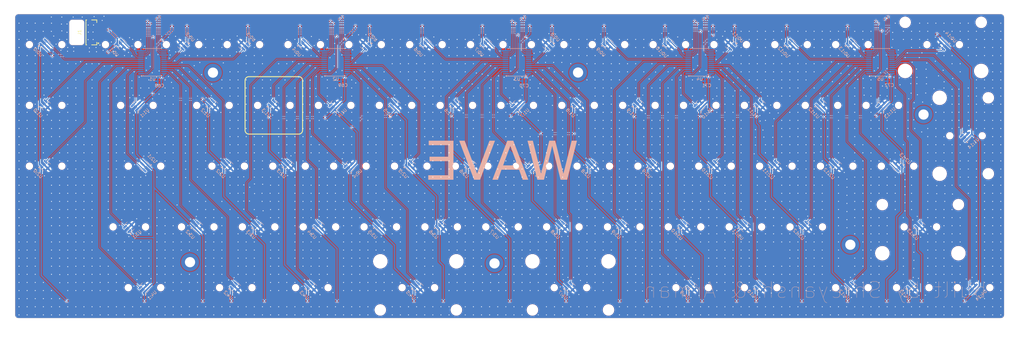
<source format=kicad_pcb>
(kicad_pcb (version 20240108) (generator "pcbnew") (generator_version "8.0")
  (layers (0 "F.Cu" mixed) (31 "B.Cu" mixed) (34 "B.Paste" user) (35 "F.Paste" user) (36 "B.SilkS" user "B.Silkscreen") (37 "F.SilkS" user "F.Silkscreen") (38 "B.Mask" user) (39 "F.Mask" user) (44 "Edge.Cuts" user))
  (net 0 "")
  (net 1 "GND")
  (net 2 "+3.3VA")
  (net 3 "/AMUX0:5")
  (net 4 "/AMUX0:7")
  (net 5 "/AMUX0:10")
  (net 6 "/AMUX0:3")
  (net 7 "/AMUX0:12")
  (net 9 "/SELECT2")
  (net 10 "/AMUX0:11")
  (net 11 "/AMUX0:13")
  (net 13 "/SELECT3")
  (net 14 "/AMUX0:2")
  (net 15 "/SELECT0")
  (net 16 "/ADC0")
  (net 17 "/SELECT1")
  (net 18 "/AMUX0:8")
  (net 19 "/AMUX0:9")
  (net 20 "/AMUX0:0")
  (net 21 "/AMUX0:1")
  (net 22 "/AMUX0:6")
  (net 23 "/AMUX0:4")
  (net 24 "/AMUX1:11")
  (net 26 "/AMUX1:4")
  (net 27 "/AMUX1:5")
  (net 28 "/AMUX1:12")
  (net 29 "/AMUX1:9")
  (net 30 "/AMUX1:8")
  (net 31 "/AMUX1:0")
  (net 33 "/AMUX1:1")
  (net 34 "/ADC1")
  (net 36 "/AMUX1:6")
  (net 37 "/AMUX1:7")
  (net 38 "/AMUX1:2")
  (net 39 "/AMUX1:3")
  (net 40 "/AMUX1:10")
  (net 41 "/AMUX2:5")
  (net 42 "/ADC2")
  (net 43 "/AMUX2:6")
  (net 44 "/AMUX2:12")
  (net 45 "/AMUX2:10")
  (net 46 "/AMUX2:7")
  (net 49 "/AMUX2:9")
  (net 50 "/AMUX2:11")
  (net 51 "/AMUX2:8")
  (net 52 "/AMUX2:2")
  (net 53 "/AMUX2:0")
  (net 54 "/AMUX2:1")
  (net 56 "/AMUX2:3")
  (net 57 "/AMUX2:4")
  (net 58 "/AMUX3:1")
  (net 59 "/AMUX3:10")
  (net 60 "/AMUX3:5")
  (net 61 "/AMUX3:3")
  (net 62 "/AMUX3:4")
  (net 63 "/AMUX3:0")
  (net 66 "/ADC3")
  (net 67 "/AMUX3:2")
  (net 68 "/AMUX3:12")
  (net 69 "/AMUX3:9")
  (net 70 "/AMUX3:7")
  (net 71 "/AMUX3:8")
  (net 72 "/AMUX3:6")
  (net 73 "/AMUX3:11")
  (net 75 "/AMUX4:8")
  (net 76 "/ADC4")
  (net 77 "/AMUX4:6")
  (net 78 "/AMUX4:10")
  (net 79 "/AMUX4:0")
  (net 80 "/AMUX4:4")
  (net 81 "/AMUX4:3")
  (net 82 "/AMUX4:9")
  (net 83 "/AMUX4:5")
  (net 84 "/AMUX4:12")
  (net 86 "/AMUX4:7")
  (net 87 "/AMUX4:1")
  (net 88 "/AMUX4:11")
  (net 89 "/AMUX4:2")
  (net 90 "/AMUX4:13")
  (footprint "SW_MX_Lekker:SW_MX_Lekker_1u" (layer "F.Cu") (at 209.55 76.2)
    (property "Reference" "REF**")
    (property "Value" "SW_MX_Lekker_1u" (hide yes))
    (pad "" np_thru_hole circle (at -5.08 0) (size 1.75 1.75) (drill 1.75) (layers "*.Cu" "*.Mask"))
    (pad "" np_thru_hole circle (at 5.08 0) (size 1.75 1.75) (drill 1.75) (layers "*.Cu" "*.Mask"))
    (zone (net 0) (net_name "") (layer "F.Cu") (connect_pads (clearance 0)) (min_thickness 0.25)
      (keepout (tracks not_allowed) (vias not_allowed) (pads not_allowed) (copperpour not_allowed) (footprints allowed))
      (fill (thermal_gap 0.5) (thermal_bridge_width 0.5))
      (polygon (pts (xy 207.01 74.93) (xy 208.28 73.66) (xy 210.82 73.66) (xy 212.09 74.93) (xy 212.09 77.47) (xy 210.82 78.74) (xy 208.28 78.74) (xy 207.01 77.47)))
    )
  )
  (footprint "SW_MX_Lekker:SW_MX_Lekker_1u" (layer "F.Cu") (at 228.6 76.2)
    (property "Reference" "REF**")
    (property "Value" "SW_MX_Lekker_1u" (hide yes))
    (pad "" np_thru_hole circle (at -5.08 0) (size 1.75 1.75) (drill 1.75) (layers "*.Cu" "*.Mask"))
    (pad "" np_thru_hole circle (at 5.08 0) (size 1.75 1.75) (drill 1.75) (layers "*.Cu" "*.Mask"))
    (zone (net 0) (net_name "") (layer "F.Cu") (connect_pads (clearance 0)) (min_thickness 0.25)
      (keepout (tracks not_allowed) (vias not_allowed) (pads not_allowed) (copperpour not_allowed) (footprints allowed))
      (fill (thermal_gap 0.5) (thermal_bridge_width 0.5))
      (polygon (pts (xy 226.06 74.93) (xy 227.33 73.66) (xy 229.87 73.66) (xy 231.14 74.93) (xy 231.14 77.47) (xy 229.87 78.74) (xy 227.33 78.74) (xy 226.06 77.47)))
    )
  )
  (footprint "SW_MX_Lekker:SW_MX_Lekker_1u" (layer "F.Cu") (at 176.2125 38.1)
    (property "Reference" "REF**")
    (property "Value" "SW_MX_Lekker_1u" (hide yes))
    (pad "" np_thru_hole circle (at -5.08 0) (size 1.75 1.75) (drill 1.75) (layers "*.Cu" "*.Mask"))
    (pad "" np_thru_hole circle (at 5.08 0) (size 1.75 1.75) (drill 1.75) (layers "*.Cu" "*.Mask"))
    (zone (net 0) (net_name "") (layer "F.Cu") (connect_pads (clearance 0)) (min_thickness 0.25)
      (keepout (tracks not_allowed) (vias not_allowed) (pads not_allowed) (copperpour not_allowed) (footprints allowed))
      (fill (thermal_gap 0.5) (thermal_bridge_width 0.5))
      (polygon (pts (xy 173.6725 36.83) (xy 174.9425 35.56) (xy 177.4825 35.56) (xy 178.7525 36.83) (xy 178.7525 39.37) (xy 177.4825 40.64) (xy 174.9425 40.64) (xy 173.6725 39.37)))
    )
  )
  (footprint "SW_MX_Lekker:SW_MX_Lekker_1.5u" (layer "F.Cu") (at 66.675 57.15)
    (property "Reference" "REF**")
    (property "Value" "SW_MX_Lekker_1.5u" (hide yes))
    (pad "" np_thru_hole circle (at -5.08 0) (size 1.75 1.75) (drill 1.75) (layers "*.Cu" "*.Mask"))
    (pad "" np_thru_hole circle (at 5.08 0) (size 1.75 1.75) (drill 1.75) (layers "*.Cu" "*.Mask"))
    (zone (net 0) (net_name "") (layer "F.Cu") (connect_pads (clearance 0)) (min_thickness 0.25)
      (keepout (tracks not_allowed) (vias not_allowed) (pads not_allowed) (copperpour not_allowed) (footprints allowed))
      (fill (thermal_gap 0.5) (thermal_bridge_width 0.5))
      (polygon (pts (xy 64.135 55.88) (xy 65.405 54.61) (xy 67.945 54.61) (xy 69.215 55.88) (xy 69.215 58.42) (xy 67.945 59.69) (xy 65.405 59.69) (xy 64.135 58.42)))
    )
  )
  (footprint "SW_MX_Lekker:SW_MX_Lekker_1u" (layer "F.Cu") (at 185.7375 57.15)
    (property "Reference" "REF**")
    (property "Value" "SW_MX_Lekker_1u" (hide yes))
    (pad "" np_thru_hole circle (at -5.08 0) (size 1.75 1.75) (drill 1.75) (layers "*.Cu" "*.Mask"))
    (pad "" np_thru_hole circle (at 5.08 0) (size 1.75 1.75) (drill 1.75) (layers "*.Cu" "*.Mask"))
    (zone (net 0) (net_name "") (layer "F.Cu") (connect_pads (clearance 0)) (min_thickness 0.25)
      (keepout (tracks not_allowed) (vias not_allowed) (pads not_allowed) (copperpour not_allowed) (footprints allowed))
      (fill (thermal_gap 0.5) (thermal_bridge_width 0.5))
      (polygon (pts (xy 183.1975 55.88) (xy 184.4675 54.61) (xy 187.0075 54.61) (xy 188.2775 55.88) (xy 188.2775 58.42) (xy 187.0075 59.69) (xy 184.4675 59.69) (xy 183.1975 58.42)))
    )
  )
  (footprint "SW_MX_Lekker:SW_MX_Lekker_1u" (layer "F.Cu") (at 290.5125 38.1)
    (property "Reference" "REF**")
    (property "Value" "SW_MX_Lekker_1u" (hide yes))
    (pad "" np_thru_hole circle (at -5.08 0) (size 1.75 1.75) (drill 1.75) (layers "*.Cu" "*.Mask"))
    (pad "" np_thru_hole circle (at 5.08 0) (size 1.75 1.75) (drill 1.75) (layers "*.Cu" "*.Mask"))
    (zone (net 0) (net_name "") (layer "F.Cu") (connect_pads (clearance 0)) (min_thickness 0.25)
      (keepout (tracks not_allowed) (vias not_allowed) (pads not_allowed) (copperpour not_allowed) (footprints allowed))
      (fill (thermal_gap 0.5) (thermal_bridge_width 0.5))
      (polygon (pts (xy 287.9725 36.83) (xy 289.2425 35.56) (xy 291.7825 35.56) (xy 293.0525 36.83) (xy 293.0525 39.37) (xy 291.7825 40.64) (xy 289.2425 40.64) (xy 287.9725 39.37)))
    )
  )
  (footprint "SW_MX_Lekker:SW_MX_Lekker_1u" (layer "F.Cu") (at 80.9625 38.1)
    (property "Reference" "REF**")
    (property "Value" "SW_MX_Lekker_1u" (hide yes))
    (pad "" np_thru_hole circle (at -5.08 0) (size 1.75 1.75) (drill 1.75) (layers "*.Cu" "*.Mask"))
    (pad "" np_thru_hole circle (at 5.08 0) (size 1.75 1.75) (drill 1.75) (layers "*.Cu" "*.Mask"))
    (zone (net 0) (net_name "") (layer "F.Cu") (connect_pads (clearance 0)) (min_thickness 0.25)
      (keepout (tracks not_allowed) (vias not_allowed) (pads not_allowed) (copperpour not_allowed) (footprints allowed))
      (fill (thermal_gap 0.5) (thermal_bridge_width 0.5))
      (polygon (pts (xy 78.4225 36.83) (xy 79.6925 35.56) (xy 82.2325 35.56) (xy 83.5025 36.83) (xy 83.5025 39.37) (xy 82.2325 40.64) (xy 79.6925 40.64) (xy 78.4225 39.37)))
    )
  )
  (footprint "SW_MX_Lekker:SW_MX_Lekker_1u" (layer "F.Cu") (at 238.125 95.25)
    (property "Reference" "REF**")
    (property "Value" "SW_MX_Lekker_1u" (hide yes))
    (pad "" np_thru_hole circle (at -5.08 0) (size 1.75 1.75) (drill 1.75) (layers "*.Cu" "*.Mask"))
    (pad "" np_thru_hole circle (at 5.08 0) (size 1.75 1.75) (drill 1.75) (layers "*.Cu" "*.Mask"))
    (zone (net 0) (net_name "") (layer "F.Cu") (connect_pads (clearance 0)) (min_thickness 0.25)
      (keepout (tracks not_allowed) (vias not_allowed) (pads not_allowed) (copperpour not_allowed) (footprints allowed))
      (fill (thermal_gap 0.5) (thermal_bridge_width 0.5))
      (polygon (pts (xy 235.585 93.98) (xy 236.855 92.71) (xy 239.395 92.71) (xy 240.665 93.98) (xy 240.665 96.52) (xy 239.395 97.79) (xy 236.855 97.79) (xy 235.585 96.52)))
    )
  )
  (footprint "SW_MX_Lekker:SW_MX_Lekker_1u" (layer "F.Cu") (at 128.5875 57.15)
    (property "Reference" "REF**")
    (property "Value" "SW_MX_Lekker_1u" (hide yes))
    (pad "" np_thru_hole circle (at -5.08 0) (size 1.75 1.75) (drill 1.75) (layers "*.Cu" "*.Mask"))
    (pad "" np_thru_hole circle (at 5.08 0) (size 1.75 1.75) (drill 1.75) (layers "*.Cu" "*.Mask"))
    (zone (net 0) (net_name "") (layer "F.Cu") (connect_pads (clearance 0)) (min_thickness 0.25)
      (keepout (tracks not_allowed) (vias not_allowed) (pads not_allowed) (copperpour not_allowed) (footprints allowed))
      (fill (thermal_gap 0.5) (thermal_bridge_width 0.5))
      (polygon (pts (xy 126.0475 55.88) (xy 127.3175 54.61) (xy 129.8575 54.61) (xy 131.1275 55.88) (xy 131.1275 58.42) (xy 129.8575 59.69) (xy 127.3175 59.69) (xy 126.0475 58.42)))
    )
  )
  (footprint "SW_MX_Lekker:SW_MX_Lekker_1u" (layer "F.Cu") (at 142.875 95.25)
    (property "Reference" "REF**")
    (property "Value" "SW_MX_Lekker_1u" (hide yes))
    (pad "" np_thru_hole circle (at -5.08 0) (size 1.75 1.75) (drill 1.75) (layers "*.Cu" "*.Mask"))
    (pad "" np_thru_hole circle (at 5.08 0) (size 1.75 1.75) (drill 1.75) (layers "*.Cu" "*.Mask"))
    (zone (net 0) (net_name "") (layer "F.Cu") (connect_pads (clearance 0)) (min_thickness 0.25)
      (keepout (tracks not_allowed) (vias not_allowed) (pads not_allowed) (copperpour not_allowed) (footprints allowed))
      (fill (thermal_gap 0.5) (thermal_bridge_width 0.5))
      (polygon (pts (xy 140.335 93.98) (xy 141.605 92.71) (xy 144.145 92.71) (xy 145.415 93.98) (xy 145.415 96.52) (xy 144.145 97.79) (xy 141.605 97.79) (xy 140.335 96.52)))
    )
  )
  (footprint "SW_MX_Lekker:SW_MX_Lekker_1u" (layer "F.Cu") (at 171.45 76.2)
    (property "Reference" "REF**")
    (property "Value" "SW_MX_Lekker_1u" (hide yes))
    (pad "" np_thru_hole circle (at -5.08 0) (size 1.75 1.75) (drill 1.75) (layers "*.Cu" "*.Mask"))
    (pad "" np_thru_hole circle (at 5.08 0) (size 1.75 1.75) (drill 1.75) (layers "*.Cu" "*.Mask"))
    (zone (net 0) (net_name "") (layer "F.Cu") (connect_pads (clearance 0)) (min_thickness 0.25)
      (keepout (tracks not_allowed) (vias not_allowed) (pads not_allowed) (copperpour not_allowed) (footprints allowed))
      (fill (thermal_gap 0.5) (thermal_bridge_width 0.5))
      (polygon (pts (xy 168.91 74.93) (xy 170.18 73.66) (xy 172.72 73.66) (xy 173.99 74.93) (xy 173.99 77.47) (xy 172.72 78.74) (xy 170.18 78.74) (xy 168.91 77.47)))
    )
  )
  (footprint "SW_MX_Lekker:SW_MX_Lekker_1u" (layer "F.Cu") (at 233.3625 38.1)
    (property "Reference" "REF**")
    (property "Value" "SW_MX_Lekker_1u" (hide yes))
    (pad "" np_thru_hole circle (at -5.08 0) (size 1.75 1.75) (drill 1.75) (layers "*.Cu" "*.Mask"))
    (pad "" np_thru_hole circle (at 5.08 0) (size 1.75 1.75) (drill 1.75) (layers "*.Cu" "*.Mask"))
    (zone (net 0) (net_name "") (layer "F.Cu") (connect_pads (clearance 0)) (min_thickness 0.25)
      (keepout (tracks not_allowed) (vias not_allowed) (pads not_allowed) (copperpour not_allowed) (footprints allowed))
      (fill (thermal_gap 0.5) (thermal_bridge_width 0.5))
      (polygon (pts (xy 230.8225 36.83) (xy 232.0925 35.56) (xy 234.6325 35.56) (xy 235.9025 36.83) (xy 235.9025 39.37) (xy 234.6325 40.64) (xy 232.0925 40.64) (xy 230.8225 39.37)))
    )
  )
  (footprint "SW_MX_Lekker:SW_MX_Lekker" (layer "F.Cu") (at 319.0875 38.1)
    (property "Reference" "REF**")
    (property "Value" "SW_MX_Lekker" (hide yes))
    (pad "" np_thru_hole circle (at -5.08 0) (size 1.75 1.75) (drill 1.75) (layers "*.Cu" "*.Mask"))
    (pad "" np_thru_hole circle (at 5.08 0) (size 1.75 1.75) (drill 1.75) (layers "*.Cu" "*.Mask"))
    (zone (net 0) (net_name "") (layer "F.Cu") (connect_pads (clearance 0)) (min_thickness 0.25)
      (keepout (tracks not_allowed) (vias not_allowed) (pads not_allowed) (copperpour not_allowed) (footprints allowed))
      (fill (thermal_gap 0.5) (thermal_bridge_width 0.5))
      (polygon (pts (xy 316.5475 36.83) (xy 317.8175 35.56) (xy 320.3575 35.56) (xy 321.6275 36.83) (xy 321.6275 39.37) (xy 320.3575 40.64) (xy 317.8175 40.64) (xy 316.5475 39.37)))
    )
  )
  (footprint "JLCPCB:FPC-SMD_12P-P0.50_HCTL_HC-FPC-05-10-12RLTAG" (layer "F.Cu") (at 53.140458 34.270901 90)
    (property "Reference" "J1" (at 0.005461 -4.42098 90) (layer "F.SilkS"))
    (property "Value" "HC-FPC-05-10-12RLTAG")
    (pad "1" smd rect (at -2.750064 1.405004 90) (size 0.3 0.650013) (layers "F.Cu" "F.Paste" "F.Mask") (net 1 "GND"))
    (pad "2" smd rect (at -2.249936 1.405004 90) (size 0.3 0.650013) (layers "F.Cu" "F.Paste" "F.Mask") (net 16 "/ADC0"))
    (pad "3" smd rect (at -1.750064 1.405004 90) (size 0.3 0.650013) (layers "F.Cu" "F.Paste" "F.Mask") (net 34 "/ADC1"))
    (pad "4" smd rect (at -1.249936 1.405004 90) (size 0.3 0.650013) (layers "F.Cu" "F.Paste" "F.Mask") (net 42 "/ADC2"))
    (pad "5" smd rect (at -0.750064 1.405004 90) (size 0.3 0.650013) (layers "F.Cu" "F.Paste" "F.Mask") (net 66 "/ADC3"))
    (pad "6" smd rect (at -0.249936 1.405004 90) (size 0.3 0.650013) (layers "F.Cu" "F.Paste" "F.Mask") (net 76 "/ADC4"))
    (pad "7" smd rect (at 0.249936 1.405004 90) (size 0.3 0.650013) (layers "F.Cu" "F.Paste" "F.Mask") (net 1 "GND"))
    (pad "8" smd rect (at 0.750064 1.405004 90) (size 0.3 0.650013) (layers "F.Cu" "F.Paste" "F.Mask") (net 2 "+3.3VA"))
    (pad "9" smd rect (at 1.249936 1.405004 90) (size 0.3 0.650013) (layers "F.Cu" "F.Paste" "F.Mask") (net 15 "/SELECT0"))
    (pad "10" smd rect (at 1.750064 1.405004 90) (size 0.3 0.650013) (layers "F.Cu" "F.Paste" "F.Mask") (net 17 "/SELECT1"))
    (pad "11" smd rect (at 2.249936 1.405004 90) (size 0.3 0.650013) (layers "F.Cu" "F.Paste" "F.Mask") (net 9 "/SELECT2"))
    (pad "12" smd rect (at 2.750064 1.405004 90) (size 0.3 0.650013) (layers "F.Cu" "F.Paste" "F.Mask") (net 13 "/SELECT3"))
    (pad "13" smd rect (at 3.635001 -1.405004 90) (size 0.3 1.150013) (layers "F.Cu" "F.Paste" "F.Mask") (net 1 "GND"))
    (pad "14" smd rect (at -3.635001 -1.405004 90) (size 0.3 1.150013) (layers "F.Cu" "F.Paste" "F.Mask") (net 1 "GND"))
  )
  (footprint "PCM_marbastlib-mx:STAB_MX_ISO-ROT" (layer "F.Cu") (at 326.23125 66.675)
    (property "Reference" "REF**" (hide yes))
    (property "Value" "STAB_MX_ISO-ROT")
    (pad "" np_thru_hole circle (at -8.255 -11.90625 270) (size 3.9878 3.9878) (drill 3.9878) (layers "*.Cu" "*.Mask"))
    (pad "" np_thru_hole circle (at -8.255 11.90625 270) (size 3.9878 3.9878) (drill 3.9878) (layers "*.Cu" "*.Mask"))
    (pad "" np_thru_hole circle (at 6.985 -11.90625 270) (size 3.048 3.048) (drill 3.048) (layers "*.Cu" "*.Mask"))
    (pad "" np_thru_hole circle (at 6.985 11.90625 270) (size 3.048 3.048) (drill 3.048) (layers "*.Cu" "*.Mask"))
  )
  (footprint "SW_MX_Lekker:SW_MX_Lekker_1u" (layer "F.Cu") (at 214.3125 38.1)
    (property "Reference" "REF**")
    (property "Value" "SW_MX_Lekker_1u" (hide yes))
    (pad "" np_thru_hole circle (at -5.08 0) (size 1.75 1.75) (drill 1.75) (layers "*.Cu" "*.Mask"))
    (pad "" np_thru_hole circle (at 5.08 0) (size 1.75 1.75) (drill 1.75) (layers "*.Cu" "*.Mask"))
    (zone (net 0) (net_name "") (layer "F.Cu") (connect_pads (clearance 0)) (min_thickness 0.25)
      (keepout (tracks not_allowed) (vias not_allowed) (pads not_allowed) (copperpour not_allowed) (footprints allowed))
      (fill (thermal_gap 0.5) (thermal_bridge_width 0.5))
      (polygon (pts (xy 211.7725 36.83) (xy 213.0425 35.56) (xy 215.5825 35.56) (xy 216.8525 36.83) (xy 216.8525 39.37) (xy 215.5825 40.64) (xy 213.0425 40.64) (xy 211.7725 39.37)))
    )
  )
  (footprint "SW_MX_Lekker:SW_MX_Lekker_1u" (layer "F.Cu") (at 309.5625 114.3)
    (property "Reference" "REF**")
    (property "Value" "SW_MX_Lekker_1u" (hide yes))
    (pad "" np_thru_hole circle (at -5.08 0) (size 1.75 1.75) (drill 1.75) (layers "*.Cu" "*.Mask"))
    (pad "" np_thru_hole circle (at 5.08 0) (size 1.75 1.75) (drill 1.75) (layers "*.Cu" "*.Mask"))
    (zone (net 0) (net_name "") (layer "F.Cu") (connect_pads (clearance 0)) (min_thickness 0.25)
      (keepout (tracks not_allowed) (vias not_allowed) (pads not_allowed) (copperpour not_allowed) (footprints allowed))
      (fill (thermal_gap 0.5) (thermal_bridge_width 0.5))
      (polygon (pts (xy 307.0225 113.03) (xy 308.2925 111.76) (xy 310.8325 111.76) (xy 312.1025 113.03) (xy 312.1025 115.57) (xy 310.8325 116.84) (xy 308.2925 116.84) (xy 307.0225 115.57)))
    )
  )
  (footprint "SW_MX_Lekker:SW_MX_Lekker_1u" (layer "F.Cu") (at 252.4125 38.1)
    (property "Reference" "REF**")
    (property "Value" "SW_MX_Lekker_1u" (hide yes))
    (pad "" np_thru_hole circle (at -5.08 0) (size 1.75 1.75) (drill 1.75) (layers "*.Cu" "*.Mask"))
    (pad "" np_thru_hole circle (at 5.08 0) (size 1.75 1.75) (drill 1.75) (layers "*.Cu" "*.Mask"))
    (zone (net 0) (net_name "") (layer "F.Cu") (connect_pads (clearance 0)) (min_thickness 0.25)
      (keepout (tracks not_allowed) (vias not_allowed) (pads not_allowed) (copperpour not_allowed) (footprints allowed))
      (fill (thermal_gap 0.5) (thermal_bridge_width 0.5))
      (polygon (pts (xy 249.8725 36.83) (xy 251.1425 35.56) (xy 253.6825 35.56) (xy 254.9525 36.83) (xy 254.9525 39.37) (xy 253.6825 40.64) (xy 251.1425 40.64) (xy 249.8725 39.37)))
    )
  )
  (footprint "Connector_Wire:SolderWirePad_1x01_SMD_1x2mm" (layer "F.Cu") (at 49.410896 39.588248 90)
    (property "Reference" "REF**" (hide yes))
    (property "Value" "SolderWirePad_1x01_SMD_1x2mm")
    (pad "1" smd roundrect (at 0 0 90) (size 1 2) (layers "F.Cu" "F.Paste" "F.Mask") (net 1 "GND"))
  )
  (footprint "PCM_marbastlib-mx:STAB_MX_2u" (layer "F.Cu") (at 319.0875 38.1)
    (property "Reference" "REF**" (hide yes))
    (property "Value" "STAB_MX_2u")
    (pad "" np_thru_hole circle (at -11.90625 -6.985) (size 3.048 3.048) (drill 3.048) (layers "*.Cu" "*.Mask"))
    (pad "" np_thru_hole circle (at -11.90625 8.255) (size 3.9878 3.9878) (drill 3.9878) (layers "*.Cu" "*.Mask"))
    (pad "" np_thru_hole circle (at 11.90625 -6.985) (size 3.048 3.048) (drill 3.048) (layers "*.Cu" "*.Mask"))
    (pad "" np_thru_hole circle (at 11.90625 8.255) (size 3.9878 3.9878) (drill 3.9878) (layers "*.Cu" "*.Mask"))
  )
  (footprint "SW_MX_Lekker:SW_MX_Lekker_1u" (layer "F.Cu") (at 180.975 95.25)
    (property "Reference" "REF**")
    (property "Value" "SW_MX_Lekker_1u" (hide yes))
    (pad "" np_thru_hole circle (at -5.08 0) (size 1.75 1.75) (drill 1.75) (layers "*.Cu" "*.Mask"))
    (pad "" np_thru_hole circle (at 5.08 0) (size 1.75 1.75) (drill 1.75) (layers "*.Cu" "*.Mask"))
    (zone (net 0) (net_name "") (layer "F.Cu") (connect_pads (clearance 0)) (min_thickness 0.25)
      (keepout (tracks not_allowed) (vias not_allowed) (pads not_allowed) (copperpour not_allowed) (footprints allowed))
      (fill (thermal_gap 0.5) (thermal_bridge_width 0.5))
      (polygon (pts (xy 178.435 93.98) (xy 179.705 92.71) (xy 182.245 92.71) (xy 183.515 93.98) (xy 183.515 96.52) (xy 182.245 97.79) (xy 179.705 97.79) (xy 178.435 96.52)))
    )
  )
  (footprint "SW_MX_Lekker:SW_MX_Lekker_1u" (layer "F.Cu") (at 109.5375 57.15)
    (property "Reference" "REF**")
    (property "Value" "SW_MX_Lekker_1u" (hide yes))
    (pad "" np_thru_hole circle (at -5.08 0) (size 1.75 1.75) (drill 1.75) (layers "*.Cu" "*.Mask"))
    (pad "" np_thru_hole circle (at 5.08 0) (size 1.75 1.75) (drill 1.75) (layers "*.Cu" "*.Mask"))
    (zone (net 0) (net_name "") (layer "F.Cu") (connect_pads (clearance 0)) (min_thickness 0.25)
      (keepout (tracks not_allowed) (vias not_allowed) (pads not_allowed) (copperpour not_allowed) (footprints allowed))
      (fill (thermal_gap 0.5) (thermal_bridge_width 0.5))
      (polygon (pts (xy 106.9975 55.88) (xy 108.2675 54.61) (xy 110.8075 54.61) (xy 112.0775 55.88) (xy 112.0775 58.42) (xy 110.8075 59.69) (xy 108.2675 59.69) (xy 106.9975 58.42)))
    )
  )
  (footprint "SW_MX_Lekker:SW_MX_Lekker_1u" (layer "F.Cu") (at 195.2625 38.1)
    (property "Reference" "REF**")
    (property "Value" "SW_MX_Lekker_1u" (hide yes))
    (pad "" np_thru_hole circle (at -5.08 0) (size 1.75 1.75) (drill 1.75) (layers "*.Cu" "*.Mask"))
    (pad "" np_thru_hole circle (at 5.08 0) (size 1.75 1.75) (drill 1.75) (layers "*.Cu" "*.Mask"))
    (zone (net 0) (net_name "") (layer "F.Cu") (connect_pads (clearance 0)) (min_thickness 0.25)
      (keepout (tracks not_allowed) (vias not_allowed) (pads not_allowed) (copperpour not_allowed) (footprints allowed))
      (fill (thermal_gap 0.5) (thermal_bridge_width 0.5))
      (polygon (pts (xy 192.7225 36.83) (xy 193.9925 35.56) (xy 196.5325 35.56) (xy 197.8025 36.83) (xy 197.8025 39.37) (xy 196.5325 40.64) (xy 193.9925 40.64) (xy 192.7225 39.37)))
    )
  )
  (footprint "SW_MX_Lekker:SW_MX_Lekker_1u" (layer "F.Cu") (at 223.8375 57.15)
    (property "Reference" "REF**")
    (property "Value" "SW_MX_Lekker_1u" (hide yes))
    (pad "" np_thru_hole circle (at -5.08 0) (size 1.75 1.75) (drill 1.75) (layers "*.Cu" "*.Mask"))
    (pad "" np_thru_hole circle (at 5.08 0) (size 1.75 1.75) (drill 1.75) (layers "*.Cu" "*.Mask"))
    (zone (net 0) (net_name "") (layer "F.Cu") (connect_pads (clearance 0)) (min_thickness 0.25)
      (keepout (tracks not_allowed) (vias not_allowed) (pads not_allowed) (copperpour not_allowed) (footprints allowed))
      (fill (thermal_gap 0.5) (thermal_bridge_width 0.5))
      (polygon (pts (xy 221.2975 55.88) (xy 222.5675 54.61) (xy 225.1075 54.61) (xy 226.3775 55.88) (xy 226.3775 58.42) (xy 225.1075 59.69) (xy 222.5675 59.69) (xy 221.2975 58.42)))
    )
  )
  (footprint "SW_MX_Lekker:SW_MX_Lekker_1u" (layer "F.Cu") (at 257.175 95.25)
    (property "Reference" "REF**")
    (property "Value" "SW_MX_Lekker_1u" (hide yes))
    (pad "" np_thru_hole circle (at -5.08 0) (size 1.75 1.75) (drill 1.75) (layers "*.Cu" "*.Mask"))
    (pad "" np_thru_hole circle (at 5.08 0) (size 1.75 1.75) (drill 1.75) (layers "*.Cu" "*.Mask"))
    (zone (net 0) (net_name "") (layer "F.Cu") (connect_pads (clearance 0)) (min_thickness 0.25)
      (keepout (tracks not_allowed) (vias not_allowed) (pads not_allowed) (copperpour not_allowed) (footprints allowed))
      (fill (thermal_gap 0.5) (thermal_bridge_width 0.5))
      (polygon (pts (xy 254.635 93.98) (xy 255.905 92.71) (xy 258.445 92.71) (xy 259.715 93.98) (xy 259.715 96.52) (xy 258.445 97.79) (xy 255.905 97.79) (xy 254.635 96.52)))
    )
  )
  (footprint "SW_MX_Lekker:SW_MX_Lekker_1u" (layer "F.Cu") (at 242.8875 57.15)
    (property "Reference" "REF**")
    (property "Value" "SW_MX_Lekker_1u" (hide yes))
    (pad "" np_thru_hole circle (at -5.08 0) (size 1.75 1.75) (drill 1.75) (layers "*.Cu" "*.Mask"))
    (pad "" np_thru_hole circle (at 5.08 0) (size 1.75 1.75) (drill 1.75) (layers "*.Cu" "*.Mask"))
    (zone (net 0) (net_name "") (layer "F.Cu") (connect_pads (clearance 0)) (min_thickness 0.25)
      (keepout (tracks not_allowed) (vias not_allowed) (pads not_allowed) (copperpour not_allowed) (footprints allowed))
      (fill (thermal_gap 0.5) (thermal_bridge_width 0.5))
      (polygon (pts (xy 240.3475 55.88) (xy 241.6175 54.61) (xy 244.1575 54.61) (xy 245.4275 55.88) (xy 245.4275 58.42) (xy 244.1575 59.69) (xy 241.6175 59.69) (xy 240.3475 58.42)))
    )
  )
  (footprint "SW_MX_Lekker:SW_MX_Lekker_1.75u" (layer "F.Cu") (at 69.05625 114.3)
    (property "Reference" "REF**")
    (property "Value" "SW_MX_Lekker_1.75u" (hide yes))
    (pad "" np_thru_hole circle (at -5.08 0) (size 1.75 1.75) (drill 1.75) (layers "*.Cu" "*.Mask"))
    (pad "" np_thru_hole circle (at 5.08 0) (size 1.75 1.75) (drill 1.75) (layers "*.Cu" "*.Mask"))
    (zone (net 0) (net_name "") (layer "F.Cu") (connect_pads (clearance 0)) (min_thickness 0.25)
      (keepout (tracks not_allowed) (vias not_allowed) (pads not_allowed) (copperpour not_allowed) (footprints allowed))
      (fill (thermal_gap 0.5) (thermal_bridge_width 0.5))
      (polygon (pts (xy 66.51625 113.03) (xy 67.78625 111.76) (xy 70.32625 111.76) (xy 71.59625 113.03) (xy 71.59625 115.57) (xy 70.32625 116.84) (xy 67.78625 116.84) (xy 66.51625 115.57)))
    )
  )
  (footprint "SW_MX_Lekker:SW_MX_Lekker_1u" (layer "F.Cu") (at 285.75 76.2)
    (property "Reference" "REF**")
    (property "Value" "SW_MX_Lekker_1u" (hide yes))
    (pad "" np_thru_hole circle (at -5.08 0) (size 1.75 1.75) (drill 1.75) (layers "*.Cu" "*.Mask"))
    (pad "" np_thru_hole circle (at 5.08 0) (size 1.75 1.75) (drill 1.75) (layers "*.Cu" "*.Mask"))
    (zone (net 0) (net_name "") (layer "F.Cu") (connect_pads (clearance 0)) (min_thickness 0.25)
      (keepout (tracks not_allowed) (vias not_allowed) (pads not_allowed) (copperpour not_allowed) (footprints allowed))
      (fill (thermal_gap 0.5) (thermal_bridge_width 0.5))
      (polygon (pts (xy 283.21 74.93) (xy 284.48 73.66) (xy 287.02 73.66) (xy 288.29 74.93) (xy 288.29 77.47) (xy 287.02 78.74) (xy 284.48 78.74) (xy 283.21 77.47)))
    )
  )
  (footprint "SW_MX_Lekker:SW_MX_Lekker" (layer "F.Cu") (at 326.23125 66.675)
    (property "Reference" "REF**")
    (property "Value" "SW_MX_Lekker" (hide yes))
    (pad "" np_thru_hole circle (at -5.08 0) (size 1.75 1.75) (drill 1.75) (layers "*.Cu" "*.Mask"))
    (pad "" np_thru_hole circle (at 5.08 0) (size 1.75 1.75) (drill 1.75) (layers "*.Cu" "*.Mask"))
    (zone (net 0) (net_name "") (layer "F.Cu") (connect_pads (clearance 0)) (min_thickness 0.25)
      (keepout (tracks not_allowed) (vias not_allowed) (pads not_allowed) (copperpour not_allowed) (footprints allowed))
      (fill (thermal_gap 0.5) (thermal_bridge_width 0.5))
      (polygon (pts (xy 323.69125 65.405) (xy 324.96125 64.135) (xy 327.50125 64.135) (xy 328.77125 65.405) (xy 328.77125 67.945) (xy 327.50125 69.215) (xy 324.96125 69.215) (xy 323.69125 67.945)))
    )
  )
  (footprint "SW_MX_Lekker:SW_MX_Lekker_1u" (layer "F.Cu") (at 152.4 76.2)
    (property "Reference" "REF**")
    (property "Value" "SW_MX_Lekker_1u" (hide yes))
    (pad "" np_thru_hole circle (at -5.08 0) (size 1.75 1.75) (drill 1.75) (layers "*.Cu" "*.Mask"))
    (pad "" np_thru_hole circle (at 5.08 0) (size 1.75 1.75) (drill 1.75) (layers "*.Cu" "*.Mask"))
    (zone (net 0) (net_name "") (layer "F.Cu") (connect_pads (clearance 0)) (min_thickness 0.25)
      (keepout (tracks not_allowed) (vias not_allowed) (pads not_allowed) (copperpour not_allowed) (footprints allowed))
      (fill (thermal_gap 0.5) (thermal_bridge_width 0.5))
      (polygon (pts (xy 149.86 74.93) (xy 151.13 73.66) (xy 153.67 73.66) (xy 154.94 74.93) (xy 154.94 77.47) (xy 153.67 78.74) (xy 151.13 78.74) (xy 149.86 77.47)))
    )
  )
  (footprint "PCM_marbastlib-mx:STAB_MX_2.25u" (layer "F.Cu") (at 154.78125 114.3 180)
    (property "Reference" "REF**" (hide yes))
    (property "Value" "STAB_MX_2.25u")
    (pad "" np_thru_hole circle (at -11.90625 -6.985 180) (size 3.048 3.048) (drill 3.048) (layers "*.Cu" "*.Mask"))
    (pad "" np_thru_hole circle (at -11.90625 8.255 180) (size 3.9878 3.9878) (drill 3.9878) (layers "*.Cu" "*.Mask"))
    (pad "" np_thru_hole circle (at 11.90625 -6.985 180) (size 3.048 3.048) (drill 3.048) (layers "*.Cu" "*.Mask"))
    (pad "" np_thru_hole circle (at 11.90625 8.255 180) (size 3.9878 3.9878) (drill 3.9878) (layers "*.Cu" "*.Mask"))
  )
  (footprint "SW_MX_Lekker:SW_MX_Lekker_1u" (layer "F.Cu") (at 247.65 76.2)
    (property "Reference" "REF**")
    (property "Value" "SW_MX_Lekker_1u" (hide yes))
    (pad "" np_thru_hole circle (at -5.08 0) (size 1.75 1.75) (drill 1.75) (layers "*.Cu" "*.Mask"))
    (pad "" np_thru_hole circle (at 5.08 0) (size 1.75 1.75) (drill 1.75) (layers "*.Cu" "*.Mask"))
    (zone (net 0) (net_name "") (layer "F.Cu") (connect_pads (clearance 0)) (min_thickness 0.25)
      (keepout (tracks not_allowed) (vias not_allowed) (pads not_allowed) (copperpour not_allowed) (footprints allowed))
      (fill (thermal_gap 0.5) (thermal_bridge_width 0.5))
      (polygon (pts (xy 245.11 74.93) (xy 246.38 73.66) (xy 248.92 73.66) (xy 250.19 74.93) (xy 250.19 77.47) (xy 248.92 78.74) (xy 246.38 78.74) (xy 245.11 77.47)))
    )
  )
  (footprint "SW_MX_Lekker:SW_MX_Lekker_1u" (layer "F.Cu") (at 147.6375 57.15)
    (property "Reference" "REF**")
    (property "Value" "SW_MX_Lekker_1u" (hide yes))
    (pad "" np_thru_hole circle (at -5.08 0) (size 1.75 1.75) (drill 1.75) (layers "*.Cu" "*.Mask"))
    (pad "" np_thru_hole circle (at 5.08 0) (size 1.75 1.75) (drill 1.75) (layers "*.Cu" "*.Mask"))
    (zone (net 0) (net_name "") (layer "F.Cu") (connect_pads (clearance 0)) (min_thickness 0.25)
      (keepout (tracks not_allowed) (vias not_allowed) (pads not_allowed) (copperpour not_allowed) (footprints allowed))
      (fill (thermal_gap 0.5) (thermal_bridge_width 0.5))
      (polygon (pts (xy 145.0975 55.88) (xy 146.3675 54.61) (xy 148.9075 54.61) (xy 150.1775 55.88) (xy 150.1775 58.42) (xy 148.9075 59.69) (xy 146.3675 59.69) (xy 145.0975 58.42)))
    )
  )
  (footprint "SW_MX_Lekker:SW_MX_Lekker_1u" (layer "F.Cu") (at 138.1125 38.1)
    (property "Reference" "REF**")
    (property "Value" "SW_MX_Lekker_1u" (hide yes))
    (pad "" np_thru_hole circle (at -5.08 0) (size 1.75 1.75) (drill 1.75) (layers "*.Cu" "*.Mask"))
    (pad "" np_thru_hole circle (at 5.08 0) (size 1.75 1.75) (drill 1.75) (layers "*.Cu" "*.Mask"))
    (zone (net 0) (net_name "") (layer "F.Cu") (connect_pads (clearance 0)) (min_thickness 0.25)
      (keepout (tracks not_allowed) (vias not_allowed) (pads not_allowed) (copperpour not_allowed) (footprints allowed))
      (fill (thermal_gap 0.5) (thermal_bridge_width 0.5))
      (polygon (pts (xy 135.5725 36.83) (xy 136.8425 35.56) (xy 139.3825 35.56) (xy 140.6525 36.83) (xy 140.6525 39.37) (xy 139.3825 40.64) (xy 136.8425 40.64) (xy 135.5725 39.37)))
    )
  )
  (footprint "SW_MX_Lekker:SW_MX_Lekker" (layer "F.Cu") (at 154.78125 114.3)
    (property "Reference" "REF**")
    (property "Value" "SW_MX_Lekker" (hide yes))
    (pad "" np_thru_hole circle (at -5.08 0) (size 1.75 1.75) (drill 1.75) (layers "*.Cu" "*.Mask"))
    (pad "" np_thru_hole circle (at 5.08 0) (size 1.75 1.75) (drill 1.75) (layers "*.Cu" "*.Mask"))
    (zone (net 0) (net_name "") (layer "F.Cu") (connect_pads (clearance 0)) (min_thickness 0.25)
      (keepout (tracks not_allowed) (vias not_allowed) (pads not_allowed) (copperpour not_allowed) (footprints allowed))
      (fill (thermal_gap 0.5) (thermal_bridge_width 0.5))
      (polygon (pts (xy 152.24125 113.03) (xy 153.51125 111.76) (xy 156.05125 111.76) (xy 157.32125 113.03) (xy 157.32125 115.57) (xy 156.05125 116.84) (xy 153.51125 116.84) (xy 152.24125 115.57)))
    )
  )
  (footprint "SW_MX_Lekker:SW_MX_Lekker_1u" (layer "F.Cu") (at 300.0375 57.15)
    (property "Reference" "REF**")
    (property "Value" "SW_MX_Lekker_1u" (hide yes))
    (pad "" np_thru_hole circle (at -5.08 0) (size 1.75 1.75) (drill 1.75) (layers "*.Cu" "*.Mask"))
    (pad "" np_thru_hole circle (at 5.08 0) (size 1.75 1.75) (drill 1.75) (layers "*.Cu" "*.Mask"))
    (zone (net 0) (net_name "") (layer "F.Cu") (connect_pads (clearance 0)) (min_thickness 0.25)
      (keepout (tracks not_allowed) (vias not_allowed) (pads not_allowed) (copperpour not_allowed) (footprints allowed))
      (fill (thermal_gap 0.5) (thermal_bridge_width 0.5))
      (polygon (pts (xy 297.4975 55.88) (xy 298.7675 54.61) (xy 301.3075 54.61) (xy 302.5775 55.88) (xy 302.5775 58.42) (xy 301.3075 59.69) (xy 298.7675 59.69) (xy 297.4975 58.42)))
    )
  )
  (footprint "SW_MX_Lekker:SW_MX_Lekker_1u" (layer "F.Cu") (at 133.35 76.2)
    (property "Reference" "REF**")
    (property "Value" "SW_MX_Lekker_1u" (hide yes))
    (pad "" np_thru_hole circle (at -5.08 0) (size 1.75 1.75) (drill 1.75) (layers "*.Cu" "*.Mask"))
    (pad "" np_thru_hole circle (at 5.08 0) (size 1.75 1.75) (drill 1.75) (layers "*.Cu" "*.Mask"))
    (zone (net 0) (net_name "") (layer "F.Cu") (connect_pads (clearance 0)) (min_thickness 0.25)
      (keepout (tracks not_allowed) (vias not_allowed) (pads not_allowed) (copperpour not_allowed) (footprints allowed))
      (fill (thermal_gap 0.5) (thermal_bridge_width 0.5))
      (polygon (pts (xy 130.81 74.93) (xy 132.08 73.66) (xy 134.62 73.66) (xy 135.89 74.93) (xy 135.89 77.47) (xy 134.62 78.74) (xy 132.08 78.74) (xy 130.81 77.47)))
    )
  )
  (footprint "SW_MX_Lekker:SW_MX_Lekker_1.25u" (layer "F.Cu") (at 64.29375 95.25)
    (property "Reference" "REF**")
    (property "Value" "SW_MX_Lekker_1.25u" (hide yes))
    (pad "" np_thru_hole circle (at -5.08 0) (size 1.75 1.75) (drill 1.75) (layers "*.Cu" "*.Mask"))
    (pad "" np_thru_hole circle (at 5.08 0) (size 1.75 1.75) (drill 1.75) (layers "*.Cu" "*.Mask"))
    (zone (net 0) (net_name "") (layer "F.Cu") (connect_pads (clearance 0)) (min_thickness 0.25)
      (keepout (tracks not_allowed) (vias not_allowed) (pads not_allowed) (copperpour not_allowed) (footprints allowed))
      (fill (thermal_gap 0.5) (thermal_bridge_width 0.5))
      (polygon (pts (xy 61.75375 93.98) (xy 63.02375 92.71) (xy 65.56375 92.71) (xy 66.83375 93.98) (xy 66.83375 96.52) (xy 65.56375 97.79) (xy 63.02375 97.79) (xy 61.75375 96.52)))
    )
  )
  (footprint "SW_MX_Lekker:SW_MX_Lekker_1u" (layer "F.Cu") (at 119.0625 38.1)
    (property "Reference" "REF**")
    (property "Value" "SW_MX_Lekker_1u" (hide yes))
    (pad "" np_thru_hole circle (at -5.08 0) (size 1.75 1.75) (drill 1.75) (layers "*.Cu" "*.Mask"))
    (pad "" np_thru_hole circle (at 5.08 0) (size 1.75 1.75) (drill 1.75) (layers "*.Cu" "*.Mask"))
    (zone (net 0) (net_name "") (layer "F.Cu") (connect_pads (clearance 0)) (min_thickness 0.25)
      (keepout (tracks not_allowed) (vias not_allowed) (pads not_allowed) (copperpour not_allowed) (footprints allowed))
      (fill (thermal_gap 0.5) (thermal_bridge_width 0.5))
      (polygon (pts (xy 116.5225 36.83) (xy 117.7925 35.56) (xy 120.3325 35.56) (xy 121.6025 36.83) (xy 121.6025 39.37) (xy 120.3325 40.64) (xy 117.7925 40.64) (xy 116.5225 39.37)))
    )
  )
  (footprint "SW_MX_Lekker:SW_MX_Lekker_1u" (layer "F.Cu") (at 328.6125 114.3)
    (property "Reference" "REF**")
    (property "Value" "SW_MX_Lekker_1u" (hide yes))
    (pad "" np_thru_hole circle (at -5.08 0) (size 1.75 1.75) (drill 1.75) (layers "*.Cu" "*.Mask"))
    (pad "" np_thru_hole circle (at 5.08 0) (size 1.75 1.75) (drill 1.75) (layers "*.Cu" "*.Mask"))
    (zone (net 0) (net_name "") (layer "F.Cu") (connect_pads (clearance 0)) (min_thickness 0.25)
      (keepout (tracks not_allowed) (vias not_allowed) (pads not_allowed) (copperpour not_allowed) (footprints allowed))
      (fill (thermal_gap 0.5) (thermal_bridge_width 0.5))
      (polygon (pts (xy 326.0725 113.03) (xy 327.3425 111.76) (xy 329.8825 111.76) (xy 331.1525 113.03) (xy 331.1525 115.57) (xy 329.8825 116.84) (xy 327.3425 116.84) (xy 326.0725 115.57)))
    )
  )
  (footprint "PCM_marbastlib-mx:STAB_MX_2.75u" (layer "F.Cu") (at 202.40625 114.3 180)
    (property "Reference" "REF**" (hide yes))
    (property "Value" "STAB_MX_2.75u")
    (pad "" np_thru_hole circle (at -11.90625 -6.985 180) (size 3.048 3.048) (drill 3.048) (layers "*.Cu" "*.Mask"))
    (pad "" np_thru_hole circle (at -11.90625 8.255 180) (size 3.9878 3.9878) (drill 3.9878) (layers "*.Cu" "*.Mask"))
    (pad "" np_thru_hole circle (at 11.90625 -6.985 180) (size 3.048 3.048) (drill 3.048) (layers "*.Cu" "*.Mask"))
    (pad "" np_thru_hole circle (at 11.90625 8.255 180) (size 3.9878 3.9878) (drill 3.9878) (layers "*.Cu" "*.Mask"))
  )
  (footprint "SW_MX_Lekker:SW_MX_Lekker_1u" (layer "F.Cu") (at 100.0125 38.1)
    (property "Reference" "REF**")
    (property "Value" "SW_MX_Lekker_1u" (hide yes))
    (pad "" np_thru_hole circle (at -5.08 0) (size 1.75 1.75) (drill 1.75) (layers "*.Cu" "*.Mask"))
    (pad "" np_thru_hole circle (at 5.08 0) (size 1.75 1.75) (drill 1.75) (layers "*.Cu" "*.Mask"))
    (zone (net 0) (net_name "") (layer "F.Cu") (connect_pads (clearance 0)) (min_thickness 0.25)
      (keepout (tracks not_allowed) (vias not_allowed) (pads not_allowed) (copperpour not_allowed) (footprints allowed))
      (fill (thermal_gap 0.5) (thermal_bridge_width 0.5))
      (polygon (pts (xy 97.4725 36.83) (xy 98.7425 35.56) (xy 101.2825 35.56) (xy 102.5525 36.83) (xy 102.5525 39.37) (xy 101.2825 40.64) (xy 98.7425 40.64) (xy 97.4725 39.37)))
    )
  )
  (footprint "SW_MX_Lekker:SW_MX_Lekker_1u" (layer "F.Cu") (at 85.725 95.25)
    (property "Reference" "REF**")
    (property "Value" "SW_MX_Lekker_1u" (hide yes))
    (pad "" np_thru_hole circle (at -5.08 0) (size 1.75 1.75) (drill 1.75) (layers "*.Cu" "*.Mask"))
    (pad "" np_thru_hole circle (at 5.08 0) (size 1.75 1.75) (drill 1.75) (layers "*.Cu" "*.Mask"))
    (zone (net 0) (net_name "") (layer "F.Cu") (connect_pads (clearance 0)) (min_thickness 0.25)
      (keepout (tracks not_allowed) (vias not_allowed) (pads not_allowed) (copperpour not_allowed) (footprints allowed))
      (fill (thermal_gap 0.5) (thermal_bridge_width 0.5))
      (polygon (pts (xy 83.185 93.98) (xy 84.455 92.71) (xy 86.995 92.71) (xy 88.265 93.98) (xy 88.265 96.52) (xy 86.995 97.79) (xy 84.455 97.79) (xy 83.185 96.52)))
    )
  )
  (footprint "SW_MX_Lekker:SW_MX_Lekker_1.75u" (layer "F.Cu") (at 69.05625 76.2)
    (property "Reference" "REF**")
    (property "Value" "SW_MX_Lekker_1.75u" (hide yes))
    (pad "" np_thru_hole circle (at -5.08 0) (size 1.75 1.75) (drill 1.75) (layers "*.Cu" "*.Mask"))
    (pad "" np_thru_hole circle (at 5.08 0) (size 1.75 1.75) (drill 1.75) (layers "*.Cu" "*.Mask"))
    (zone (net 0) (net_name "") (layer "F.Cu") (connect_pads (clearance 0)) (min_thickness 0.25)
      (keepout (tracks not_allowed) (vias not_allowed) (pads not_allowed) (copperpour not_allowed) (footprints allowed))
      (fill (thermal_gap 0.5) (thermal_bridge_width 0.5))
      (polygon (pts (xy 66.51625 74.93) (xy 67.78625 73.66) (xy 70.32625 73.66) (xy 71.59625 74.93) (xy 71.59625 77.47) (xy 70.32625 78.74) (xy 67.78625 78.74) (xy 66.51625 77.47)))
    )
  )
  (footprint "SW_MX_Lekker:SW_MX_Lekker_1u" (layer "F.Cu") (at 61.9125 38.1)
    (property "Reference" "REF**")
    (property "Value" "SW_MX_Lekker_1u" (hide yes))
    (pad "" np_thru_hole circle (at -5.08 0) (size 1.75 1.75) (drill 1.75) (layers "*.Cu" "*.Mask"))
    (pad "" np_thru_hole circle (at 5.08 0) (size 1.75 1.75) (drill 1.75) (layers "*.Cu" "*.Mask"))
    (zone (net 0) (net_name "") (layer "F.Cu") (connect_pads (clearance 0)) (min_thickness 0.25)
      (keepout (tracks not_allowed) (vias not_allowed) (pads not_allowed) (copperpour not_allowed) (footprints allowed))
      (fill (thermal_gap 0.5) (thermal_bridge_width 0.5))
      (polygon (pts (xy 59.3725 36.83) (xy 60.6425 35.56) (xy 63.1825 35.56) (xy 64.4525 36.83) (xy 64.4525 39.37) (xy 63.1825 40.64) (xy 60.6425 40.64) (xy 59.3725 39.37)))
    )
  )
  (footprint "SW_MX_Lekker:SW_MX_Lekker_1u" (layer "F.Cu") (at 200.025 95.25)
    (property "Reference" "REF**")
    (property "Value" "SW_MX_Lekker_1u" (hide yes))
    (pad "" np_thru_hole circle (at -5.08 0) (size 1.75 1.75) (drill 1.75) (layers "*.Cu" "*.Mask"))
    (pad "" np_thru_hole circle (at 5.08 0) (size 1.75 1.75) (drill 1.75) (layers "*.Cu" "*.Mask"))
    (zone (net 0) (net_name "") (layer "F.Cu") (connect_pads (clearance 0)) (min_thickness 0.25)
      (keepout (tracks not_allowed) (vias not_allowed) (pads not_allowed) (copperpour not_allowed) (footprints allowed))
      (fill (thermal_gap 0.5) (thermal_bridge_width 0.5))
      (polygon (pts (xy 197.485 93.98) (xy 198.755 92.71) (xy 201.295 92.71) (xy 202.565 93.98) (xy 202.565 96.52) (xy 201.295 97.79) (xy 198.755 97.79) (xy 197.485 96.52)))
    )
  )
  (footprint "SW_MX_Lekker:SW_MX_Lekker_1u" (layer "F.Cu") (at 123.825 95.25)
    (property "Reference" "REF**")
    (property "Value" "SW_MX_Lekker_1u" (hide yes))
    (pad "" np_thru_hole circle (at -5.08 0) (size 1.75 1.75) (drill 1.75) (layers "*.Cu" "*.Mask"))
    (pad "" np_thru_hole circle (at 5.08 0) (size 1.75 1.75) (drill 1.75) (layers "*.Cu" "*.Mask"))
    (zone (net 0) (net_name "") (layer "F.Cu") (connect_pads (clearance 0)) (min_thickness 0.25)
      (keepout (tracks not_allowed) (vias not_allowed) (pads not_allowed) (copperpour not_allowed) (footprints allowed))
      (fill (thermal_gap 0.5) (thermal_bridge_width 0.5))
      (polygon (pts (xy 121.285 93.98) (xy 122.555 92.71) (xy 125.095 92.71) (xy 126.365 93.98) (xy 126.365 96.52) (xy 125.095 97.79) (xy 122.555 97.79) (xy 121.285 96.52)))
    )
  )
  (footprint "SW_MX_Lekker:SW_MX_Lekker_1u" (layer "F.Cu") (at 157.1625 38.1)
    (property "Reference" "REF**")
    (property "Value" "SW_MX_Lekker_1u" (hide yes))
    (pad "" np_thru_hole circle (at -5.08 0) (size 1.75 1.75) (drill 1.75) (layers "*.Cu" "*.Mask"))
    (pad "" np_thru_hole circle (at 5.08 0) (size 1.75 1.75) (drill 1.75) (layers "*.Cu" "*.Mask"))
    (zone (net 0) (net_name "") (layer "F.Cu") (connect_pads (clearance 0)) (min_thickness 0.25)
      (keepout (tracks not_allowed) (vias not_allowed) (pads not_allowed) (copperpour not_allowed) (footprints allowed))
      (fill (thermal_gap 0.5) (thermal_bridge_width 0.5))
      (polygon (pts (xy 154.6225 36.83) (xy 155.8925 35.56) (xy 158.4325 35.56) (xy 159.7025 36.83) (xy 159.7025 39.37) (xy 158.4325 40.64) (xy 155.8925 40.64) (xy 154.6225 39.37)))
    )
  )
  (footprint "SW_MX_Lekker:SW_MX_Lekker_1u" (layer "F.Cu") (at 204.7875 57.15)
    (property "Reference" "REF**")
    (property "Value" "SW_MX_Lekker_1u" (hide yes))
    (pad "" np_thru_hole circle (at -5.08 0) (size 1.75 1.75) (drill 1.75) (layers "*.Cu" "*.Mask"))
    (pad "" np_thru_hole circle (at 5.08 0) (size 1.75 1.75) (drill 1.75) (layers "*.Cu" "*.Mask"))
    (zone (net 0) (net_name "") (layer "F.Cu") (connect_pads (clearance 0)) (min_thickness 0.25)
      (keepout (tracks not_allowed) (vias not_allowed) (pads not_allowed) (copperpour not_allowed) (footprints allowed))
      (fill (thermal_gap 0.5) (thermal_bridge_width 0.5))
      (polygon (pts (xy 202.2475 55.88) (xy 203.5175 54.61) (xy 206.0575 54.61) (xy 207.3275 55.88) (xy 207.3275 58.42) (xy 206.0575 59.69) (xy 203.5175 59.69) (xy 202.2475 58.42)))
    )
  )
  (footprint "SW_MX_Lekker:SW_MX_Lekker_1u" (layer "F.Cu") (at 104.775 95.25)
    (property "Reference" "REF**")
    (property "Value" "SW_MX_Lekker_1u" (hide yes))
    (pad "" np_thru_hole circle (at -5.08 0) (size 1.75 1.75) (drill 1.75) (layers "*.Cu" "*.Mask"))
    (pad "" np_thru_hole circle (at 5.08 0) (size 1.75 1.75) (drill 1.75) (layers "*.Cu" "*.Mask"))
    (zone (net 0) (net_name "") (layer "F.Cu") (connect_pads (clearance 0)) (min_thickness 0.25)
      (keepout (tracks not_allowed) (vias not_allowed) (pads not_allowed) (copperpour not_allowed) (footprints allowed))
      (fill (thermal_gap 0.5) (thermal_bridge_width 0.5))
      (polygon (pts (xy 102.235 93.98) (xy 103.505 92.71) (xy 106.045 92.71) (xy 107.315 93.98) (xy 107.315 96.52) (xy 106.045 97.79) (xy 103.505 97.79) (xy 102.235 96.52)))
    )
  )
  (footprint "SW_MX_Lekker:SW_MX_Lekker_1u" (layer "F.Cu") (at 280.9875 57.15)
    (property "Reference" "REF**")
    (property "Value" "SW_MX_Lekker_1u" (hide yes))
    (pad "" np_thru_hole circle (at -5.08 0) (size 1.75 1.75) (drill 1.75) (layers "*.Cu" "*.Mask"))
    (pad "" np_thru_hole circle (at 5.08 0) (size 1.75 1.75) (drill 1.75) (layers "*.Cu" "*.Mask"))
    (zone (net 0) (net_name "") (layer "F.Cu") (connect_pads (clearance 0)) (min_thickness 0.25)
      (keepout (tracks not_allowed) (vias not_allowed) (pads not_allowed) (copperpour not_allowed) (footprints allowed))
      (fill (thermal_gap 0.5) (thermal_bridge_width 0.5))
      (polygon (pts (xy 278.4475 55.88) (xy 279.7175 54.61) (xy 282.2575 54.61) (xy 283.5275 55.88) (xy 283.5275 58.42) (xy 282.2575 59.69) (xy 279.7175 59.69) (xy 278.4475 58.42)))
    )
  )
  (footprint "SW_MX_Lekker:SW_MX_Lekker_1u" (layer "F.Cu") (at 38.1 57.15)
    (property "Reference" "REF**")
    (property "Value" "SW_MX_Lekker_1u" (hide yes))
    (pad "" np_thru_hole circle (at -5.08 0) (size 1.75 1.75) (drill 1.75) (layers "*.Cu" "*.Mask"))
    (pad "" np_thru_hole circle (at 5.08 0) (size 1.75 1.75) (drill 1.75) (layers "*.Cu" "*.Mask"))
    (zone (net 0) (net_name "") (layer "F.Cu") (connect_pads (clearance 0)) (min_thickness 0.25)
      (keepout (tracks not_allowed) (vias not_allowed) (pads not_allowed) (copperpour not_allowed) (footprints allowed))
      (fill (thermal_gap 0.5) (thermal_bridge_width 0.5))
      (polygon (pts (xy 35.56 55.88) (xy 36.83 54.61) (xy 39.37 54.61) (xy 40.64 55.88) (xy 40.64 58.42) (xy 39.37 59.69) (xy 36.83 59.69) (xy 35.56 58.42)))
    )
  )
  (footprint "SW_MX_Lekker:SW_MX_Lekker_1u" (layer "F.Cu") (at 38.1 76.2)
    (property "Reference" "REF**")
    (property "Value" "SW_MX_Lekker_1u" (hide yes))
    (pad "" np_thru_hole circle (at -5.08 0) (size 1.75 1.75) (drill 1.75) (layers "*.Cu" "*.Mask"))
    (pad "" np_thru_hole circle (at 5.08 0) (size 1.75 1.75) (drill 1.75) (layers "*.Cu" "*.Mask"))
    (zone (net 0) (net_name "") (layer "F.Cu") (connect_pads (clearance 0)) (min_thickness 0.25)
      (keepout (tracks not_allowed) (vias not_allowed) (pads not_allowed) (copperpour not_allowed) (footprints allowed))
      (fill (thermal_gap 0.5) (thermal_bridge_width 0.5))
      (polygon (pts (xy 35.56 74.93) (xy 36.83 73.66) (xy 39.37 73.66) (xy 40.64 74.93) (xy 40.64 77.47) (xy 39.37 78.74) (xy 36.83 78.74) (xy 35.56 77.47)))
    )
  )
  (footprint "SW_MX_Lekker:SW_MX_Lekker_1u" (layer "F.Cu") (at 161.925 95.25)
    (property "Reference" "REF**")
    (property "Value" "SW_MX_Lekker_1u" (hide yes))
    (pad "" np_thru_hole circle (at -5.08 0) (size 1.75 1.75) (drill 1.75) (layers "*.Cu" "*.Mask"))
    (pad "" np_thru_hole circle (at 5.08 0) (size 1.75 1.75) (drill 1.75) (layers "*.Cu" "*.Mask"))
    (zone (net 0) (net_name "") (layer "F.Cu") (connect_pads (clearance 0)) (min_thickness 0.25)
      (keepout (tracks not_allowed) (vias not_allowed) (pads not_allowed) (copperpour not_allowed) (footprints allowed))
      (fill (thermal_gap 0.5) (thermal_bridge_width 0.5))
      (polygon (pts (xy 159.385 93.98) (xy 160.655 92.71) (xy 163.195 92.71) (xy 164.465 93.98) (xy 164.465 96.52) (xy 163.195 97.79) (xy 160.655 97.79) (xy 159.385 96.52)))
    )
  )
  (footprint "SW_MX_Lekker:SW_MX_Lekker_1u" (layer "F.Cu") (at 95.25 76.2)
    (property "Reference" "REF**")
    (property "Value" "SW_MX_Lekker_1u" (hide yes))
    (pad "" np_thru_hole circle (at -5.08 0) (size 1.75 1.75) (drill 1.75) (layers "*.Cu" "*.Mask"))
    (pad "" np_thru_hole circle (at 5.08 0) (size 1.75 1.75) (drill 1.75) (layers "*.Cu" "*.Mask"))
    (zone (net 0) (net_name "") (layer "F.Cu") (connect_pads (clearance 0)) (min_thickness 0.25)
      (keepout (tracks not_allowed) (vias not_allowed) (pads not_allowed) (copperpour not_allowed) (footprints allowed))
      (fill (thermal_gap 0.5) (thermal_bridge_width 0.5))
      (polygon (pts (xy 92.71 74.93) (xy 93.98 73.66) (xy 96.52 73.66) (xy 97.79 74.93) (xy 97.79 77.47) (xy 96.52 78.74) (xy 93.98 78.74) (xy 92.71 77.47)))
    )
  )
  (footprint "SW_MX_Lekker:SW_MX_Lekker_1u" (layer "F.Cu") (at 38.1 38.1)
    (property "Reference" "REF**")
    (property "Value" "SW_MX_Lekker_1u" (hide yes))
    (pad "" np_thru_hole circle (at -5.08 0) (size 1.75 1.75) (drill 1.75) (layers "*.Cu" "*.Mask"))
    (pad "" np_thru_hole circle (at 5.08 0) (size 1.75 1.75) (drill 1.75) (layers "*.Cu" "*.Mask"))
    (zone (net 0) (net_name "") (layer "F.Cu") (connect_pads (clearance 0)) (min_thickness 0.25)
      (keepout (tracks not_allowed) (vias not_allowed) (pads not_allowed) (copperpour not_allowed) (footprints allowed))
      (fill (thermal_gap 0.5) (thermal_bridge_width 0.5))
      (polygon (pts (xy 35.56 36.83) (xy 36.83 35.56) (xy 39.37 35.56) (xy 40.64 36.83) (xy 40.64 39.37) (xy 39.37 40.64) (xy 36.83 40.64) (xy 35.56 39.37)))
    )
  )
  (footprint "SW_MX_Lekker:SW_MX_Lekker_1u" (layer "F.Cu") (at 271.4625 38.1)
    (property "Reference" "REF**")
    (property "Value" "SW_MX_Lekker_1u" (hide yes))
    (pad "" np_thru_hole circle (at -5.08 0) (size 1.75 1.75) (drill 1.75) (layers "*.Cu" "*.Mask"))
    (pad "" np_thru_hole circle (at 5.08 0) (size 1.75 1.75) (drill 1.75) (layers "*.Cu" "*.Mask"))
    (zone (net 0) (net_name "") (layer "F.Cu") (connect_pads (clearance 0)) (min_thickness 0.25)
      (keepout (tracks not_allowed) (vias not_allowed) (pads not_allowed) (copperpour not_allowed) (footprints allowed))
      (fill (thermal_gap 0.5) (thermal_bridge_width 0.5))
      (polygon (pts (xy 268.9225 36.83) (xy 270.1925 35.56) (xy 272.7325 35.56) (xy 274.0025 36.83) (xy 274.0025 39.37) (xy 272.7325 40.64) (xy 270.1925 40.64) (xy 268.9225 39.37)))
    )
  )
  (footprint "SW_MX_Lekker:SW_MX_Lekker_1u" (layer "F.Cu") (at 261.9375 57.15)
    (property "Reference" "REF**")
    (property "Value" "SW_MX_Lekker_1u" (hide yes))
    (pad "" np_thru_hole circle (at -5.08 0) (size 1.75 1.75) (drill 1.75) (layers "*.Cu" "*.Mask"))
    (pad "" np_thru_hole circle (at 5.08 0) (size 1.75 1.75) (drill 1.75) (layers "*.Cu" "*.Mask"))
    (zone (net 0) (net_name "") (layer "F.Cu") (connect_pads (clearance 0)) (min_thickness 0.25)
      (keepout (tracks not_allowed) (vias not_allowed) (pads not_allowed) (copperpour not_allowed) (footprints allowed))
      (fill (thermal_gap 0.5) (thermal_bridge_width 0.5))
      (polygon (pts (xy 259.3975 55.88) (xy 260.6675 54.61) (xy 263.2075 54.61) (xy 264.4775 55.88) (xy 264.4775 58.42) (xy 263.2075 59.69) (xy 260.6675 59.69) (xy 259.3975 58.42)))
    )
  )
  (footprint "SW_MX_Lekker:SW_MX_Lekker_1u" (layer "F.Cu") (at 166.6875 57.15)
    (property "Reference" "REF**")
    (property "Value" "SW_MX_Lekker_1u" (hide yes))
    (pad "" np_thru_hole circle (at -5.08 0) (size 1.75 1.75) (drill 1.75) (layers "*.Cu" "*.Mask"))
    (pad "" np_thru_hole circle (at 5.08 0) (size 1.75 1.75) (drill 1.75) (layers "*.Cu" "*.Mask"))
    (zone (net 0) (net_name "") (layer "F.Cu") (connect_pads (clearance 0)) (min_thickness 0.25)
      (keepout (tracks not_allowed) (vias not_allowed) (pads not_allowed) (copperpour not_allowed) (footprints allowed))
      (fill (thermal_gap 0.5) (thermal_bridge_width 0.5))
      (polygon (pts (xy 164.1475 55.88) (xy 165.4175 54.61) (xy 167.9575 54.61) (xy 169.2275 55.88) (xy 169.2275 58.42) (xy 167.9575 59.69) (xy 165.4175 59.69) (xy 164.1475 58.42)))
    )
  )
  (footprint "SW_MX_Lekker:SW_MX_Lekker_1u" (layer "F.Cu") (at 219.075 95.25)
    (property "Reference" "REF**")
    (property "Value" "SW_MX_Lekker_1u" (hide yes))
    (pad "" np_thru_hole circle (at -5.08 0) (size 1.75 1.75) (drill 1.75) (layers "*.Cu" "*.Mask"))
    (pad "" np_thru_hole circle (at 5.08 0) (size 1.75 1.75) (drill 1.75) (layers "*.Cu" "*.Mask"))
    (zone (net 0) (net_name "") (layer "F.Cu") (connect_pads (clearance 0)) (min_thickness 0.25)
      (keepout (tracks not_allowed) (vias not_allowed) (pads not_allowed) (copperpour not_allowed) (footprints allowed))
      (fill (thermal_gap 0.5) (thermal_bridge_width 0.5))
      (polygon (pts (xy 216.535 93.98) (xy 217.805 92.71) (xy 220.345 92.71) (xy 221.615 93.98) (xy 221.615 96.52) (xy 220.345 97.79) (xy 217.805 97.79) (xy 216.535 96.52)))
    )
  )
  (footprint "SW_MX_Lekker:SW_MX_Lekker_1u" (layer "F.Cu") (at 114.3 76.2)
    (property "Reference" "REF**")
    (property "Value" "SW_MX_Lekker_1u" (hide yes))
    (pad "" np_thru_hole circle (at -5.08 0) (size 1.75 1.75) (drill 1.75) (layers "*.Cu" "*.Mask"))
    (pad "" np_thru_hole circle (at 5.08 0) (size 1.75 1.75) (drill 1.75) (layers "*.Cu" "*.Mask"))
    (zone (net 0) (net_name "") (layer "F.Cu") (connect_pads (clearance 0)) (min_thickness 0.25)
      (keepout (tracks not_allowed) (vias not_allowed) (pads not_allowed) (copperpour not_allowed) (footprints allowed))
      (fill (thermal_gap 0.5) (thermal_bridge_width 0.5))
      (polygon (pts (xy 111.76 74.93) (xy 113.03 73.66) (xy 115.57 73.66) (xy 116.84 74.93) (xy 116.84 77.47) (xy 115.57 78.74) (xy 113.03 78.74) (xy 111.76 77.47)))
    )
  )
  (footprint "PCM_marbastlib-mx:STAB_MX_2.75u" (layer "F.Cu") (at 311.94375 95.25)
    (property "Reference" "REF**" (hide yes))
    (property "Value" "STAB_MX_2.75u")
    (pad "" np_thru_hole circle (at -11.90625 -6.985) (size 3.048 3.048) (drill 3.048) (layers "*.Cu" "*.Mask"))
    (pad "" np_thru_hole circle (at -11.90625 8.255) (size 3.9878 3.9878) (drill 3.9878) (layers "*.Cu" "*.Mask"))
    (pad "" np_thru_hole circle (at 11.90625 -6.985) (size 3.048 3.048) (drill 3.048) (layers "*.Cu" "*.Mask"))
    (pad "" np_thru_hole circle (at 11.90625 8.255) (size 3.9878 3.9878) (drill 3.9878) (layers "*.Cu" "*.Mask"))
  )
  (footprint "SW_MX_Lekker:SW_MX_Lekker_1.25u" (layer "F.Cu") (at 240.50625 114.3)
    (property "Reference" "REF**")
    (property "Value" "SW_MX_Lekker_1.25u" (hide yes))
    (pad "" np_thru_hole circle (at -5.08 0) (size 1.75 1.75) (drill 1.75) (layers "*.Cu" "*.Mask"))
    (pad "" np_thru_hole circle (at 5.08 0) (size 1.75 1.75) (drill 1.75) (layers "*.Cu" "*.Mask"))
    (zone (net 0) (net_name "") (layer "F.Cu") (connect_pads (clearance 0)) (min_thickness 0.25)
      (keepout (tracks not_allowed) (vias not_allowed) (pads not_allowed) (copperpour not_allowed) (footprints allowed))
      (fill (thermal_gap 0.5) (thermal_bridge_width 0.5))
      (polygon (pts (xy 237.96625 113.03) (xy 239.23625 111.76) (xy 241.77625 111.76) (xy 243.04625 113.03) (xy 243.04625 115.57) (xy 241.77625 116.84) (xy 239.23625 116.84) (xy 237.96625 115.57)))
    )
  )
  (footprint "SW_MX_Lekker:SW_MX_Lekker_1u" (layer "F.Cu") (at 190.5 76.2)
    (property "Reference" "REF**")
    (property "Value" "SW_MX_Lekker_1u" (hide yes))
    (pad "" np_thru_hole circle (at -5.08 0) (size 1.75 1.75) (drill 1.75) (layers "*.Cu" "*.Mask"))
    (pad "" np_thru_hole circle (at 5.08 0) (size 1.75 1.75) (drill 1.75) (layers "*.Cu" "*.Mask"))
    (zone (net 0) (net_name "") (layer "F.Cu") (connect_pads (clearance 0)) (min_thickness 0.25)
      (keepout (tracks not_allowed) (vias not_allowed) (pads not_allowed) (copperpour not_allowed) (footprints allowed))
      (fill (thermal_gap 0.5) (thermal_bridge_width 0.5))
      (polygon (pts (xy 187.96 74.93) (xy 189.23 73.66) (xy 191.77 73.66) (xy 193.04 74.93) (xy 193.04 77.47) (xy 191.77 78.74) (xy 189.23 78.74) (xy 187.96 77.47)))
    )
  )
  (footprint "SW_MX_Lekker:SW_MX_Lekker_1u" (layer "F.Cu") (at 290.5125 114.3)
    (property "Reference" "REF**")
    (property "Value" "SW_MX_Lekker_1u" (hide yes))
    (pad "" np_thru_hole circle (at -5.08 0) (size 1.75 1.75) (drill 1.75) (layers "*.Cu" "*.Mask"))
    (pad "" np_thru_hole circle (at 5.08 0) (size 1.75 1.75) (drill 1.75) (layers "*.Cu" "*.Mask"))
    (zone (net 0) (net_name "") (layer "F.Cu") (connect_pads (clearance 0)) (min_thickness 0.25)
      (keepout (tracks not_allowed) (vias not_allowed) (pads not_allowed) (copperpour not_allowed) (footprints allowed))
      (fill (thermal_gap 0.5) (thermal_bridge_width 0.5))
      (polygon (pts (xy 287.9725 113.03) (xy 289.2425 111.76) (xy 291.7825 111.76) (xy 293.0525 113.03) (xy 293.0525 115.57) (xy 291.7825 116.84) (xy 289.2425 116.84) (xy 287.9725 115.57)))
    )
  )
  (footprint "SW_MX_Lekker:SW_MX_Lekker_1u" (layer "F.Cu") (at 261.9375 114.3)
    (property "Reference" "REF**")
    (property "Value" "SW_MX_Lekker_1u" (hide yes))
    (pad "" np_thru_hole circle (at -5.08 0) (size 1.75 1.75) (drill 1.75) (layers "*.Cu" "*.Mask"))
    (pad "" np_thru_hole circle (at 5.08 0) (size 1.75 1.75) (drill 1.75) (layers "*.Cu" "*.Mask"))
    (zone (net 0) (net_name "") (layer "F.Cu") (connect_pads (clearance 0)) (min_thickness 0.25)
      (keepout (tracks not_allowed) (vias not_allowed) (pads not_allowed) (copperpour not_allowed) (footprints allowed))
      (fill (thermal_gap 0.5) (thermal_bridge_width 0.5))
      (polygon (pts (xy 259.3975 113.03) (xy 260.6675 111.76) (xy 263.2075 111.76) (xy 264.4775 113.03) (xy 264.4775 115.57) (xy 263.2075 116.84) (xy 260.6675 116.84) (xy 259.3975 115.57)))
    )
  )
  (footprint "SW_MX_Lekker:SW_MX_Lekker_1u" (layer "F.Cu") (at 276.225 95.25)
    (property "Reference" "REF**")
    (property "Value" "SW_MX_Lekker_1u" (hide yes))
    (pad "" np_thru_hole circle (at -5.08 0) (size 1.75 1.75) (drill 1.75) (layers "*.Cu" "*.Mask"))
    (pad "" np_thru_hole circle (at 5.08 0) (size 1.75 1.75) (drill 1.75) (layers "*.Cu" "*.Mask"))
    (zone (net 0) (net_name "") (layer "F.Cu") (connect_pads (clearance 0)) (min_thickness 0.25)
      (keepout (tracks not_allowed) (vias not_allowed) (pads not_allowed) (copperpour not_allowed) (footprints allowed))
      (fill (thermal_gap 0.5) (thermal_bridge_width 0.5))
      (polygon (pts (xy 273.685 93.98) (xy 274.955 92.71) (xy 277.495 92.71) (xy 278.765 93.98) (xy 278.765 96.52) (xy 277.495 97.79) (xy 274.955 97.79) (xy 273.685 96.52)))
    )
  )
  (footprint "SW_MX_Lekker:SW_MX_Lekker_1u" (layer "F.Cu") (at 90.4875 57.15)
    (property "Reference" "REF**")
    (property "Value" "SW_MX_Lekker_1u" (hide yes))
    (pad "" np_thru_hole circle (at -5.08 0) (size 1.75 1.75) (drill 1.75) (layers "*.Cu" "*.Mask"))
    (pad "" np_thru_hole circle (at 5.08 0) (size 1.75 1.75) (drill 1.75) (layers "*.Cu" "*.Mask"))
    (zone (net 0) (net_name "") (layer "F.Cu") (connect_pads (clearance 0)) (min_thickness 0.25)
      (keepout (tracks not_allowed) (vias not_allowed) (pads not_allowed) (copperpour not_allowed) (footprints allowed))
      (fill (thermal_gap 0.5) (thermal_bridge_width 0.5))
      (polygon (pts (xy 87.9475 55.88) (xy 89.2175 54.61) (xy 91.7575 54.61) (xy 93.0275 55.88) (xy 93.0275 58.42) (xy 91.7575 59.69) (xy 89.2175 59.69) (xy 87.9475 58.42)))
    )
  )
  (footprint "SW_MX_Lekker:SW_MX_Lekker_1.25u" (layer "F.Cu") (at 121.44375 114.3)
    (property "Reference" "REF**")
    (property "Value" "SW_MX_Lekker_1.25u" (hide yes))
    (pad "" np_thru_hole circle (at -5.08 0) (size 1.75 1.75) (drill 1.75) (layers "*.Cu" "*.Mask"))
    (pad "" np_thru_hole circle (at 5.08 0) (size 1.75 1.75) (drill 1.75) (layers "*.Cu" "*.Mask"))
    (zone (net 0) (net_name "") (layer "F.Cu") (connect_pads (clearance 0)) (min_thickness 0.25)
      (keepout (tracks not_allowed) (vias not_allowed) (pads not_allowed) (copperpour not_allowed) (footprints allowed))
      (fill (thermal_gap 0.5) (thermal_bridge_width 0.5))
      (polygon (pts (xy 118.90375 113.03) (xy 120.17375 111.76) (xy 122.71375 111.76) (xy 123.98375 113.03) (xy 123.98375 115.57) (xy 122.71375 116.84) (xy 120.17375 116.84) (xy 118.90375 115.57)))
    )
  )
  (footprint "SW_MX_Lekker:SW_MX_Lekker_1u" (layer "F.Cu") (at 304.8 76.2)
    (property "Reference" "REF**")
    (property "Value" "SW_MX_Lekker_1u" (hide yes))
    (pad "" np_thru_hole circle (at -5.08 0) (size 1.75 1.75) (drill 1.75) (layers "*.Cu" "*.Mask"))
    (pad "" np_thru_hole circle (at 5.08 0) (size 1.75 1.75) (drill 1.75) (layers "*.Cu" "*.Mask"))
    (zone (net 0) (net_name "") (layer "F.Cu") (connect_pads (clearance 0)) (min_thickness 0.25)
      (keepout (tracks not_allowed) (vias not_allowed) (pads not_allowed) (copperpour not_allowed) (footprints allowed))
      (fill (thermal_gap 0.5) (thermal_bridge_width 0.5))
      (polygon (pts (xy 302.26 74.93) (xy 303.53 73.66) (xy 306.07 73.66) (xy 307.34 74.93) (xy 307.34 77.47) (xy 306.07 78.74) (xy 303.53 78.74) (xy 302.26 77.47)))
    )
  )
  (footprint "SW_MX_Lekker:SW_MX_Lekker" (layer "F.Cu") (at 311.94375 95.25)
    (property "Reference" "REF**")
    (property "Value" "SW_MX_Lekker" (hide yes))
    (pad "" np_thru_hole circle (at -5.08 0) (size 1.75 1.75) (drill 1.75) (layers "*.Cu" "*.Mask"))
    (pad "" np_thru_hole circle (at 5.08 0) (size 1.75 1.75) (drill 1.75) (layers "*.Cu" "*.Mask"))
    (zone (net 0) (net_name "") (layer "F.Cu") (connect_pads (clearance 0)) (min_thickness 0.25)
      (keepout (tracks not_allowed) (vias not_allowed) (pads not_allowed) (copperpour not_allowed) (footprints allowed))
      (fill (thermal_gap 0.5) (thermal_bridge_width 0.5))
      (polygon (pts (xy 309.40375 93.98) (xy 310.67375 92.71) (xy 313.21375 92.71) (xy 314.48375 93.98) (xy 314.48375 96.52) (xy 313.21375 97.79) (xy 310.67375 97.79) (xy 309.40375 96.52)))
    )
  )
  (footprint "SW_MX_Lekker:SW_MX_Lekker_1.25u" (layer "F.Cu") (at 97.63125 114.3)
    (property "Reference" "REF**")
    (property "Value" "SW_MX_Lekker_1.25u" (hide yes))
    (pad "" np_thru_hole circle (at -5.08 0) (size 1.75 1.75) (drill 1.75) (layers "*.Cu" "*.Mask"))
    (pad "" np_thru_hole circle (at 5.08 0) (size 1.75 1.75) (drill 1.75) (layers "*.Cu" "*.Mask"))
    (zone (net 0) (net_name "") (layer "F.Cu") (connect_pads (clearance 0)) (min_thickness 0.25)
      (keepout (tracks not_allowed) (vias not_allowed) (pads not_allowed) (copperpour not_allowed) (footprints allowed))
      (fill (thermal_gap 0.5) (thermal_bridge_width 0.5))
      (polygon (pts (xy 95.09125 113.03) (xy 96.36125 111.76) (xy 98.90125 111.76) (xy 100.17125 113.03) (xy 100.17125 115.57) (xy 98.90125 116.84) (xy 96.36125 116.84) (xy 95.09125 115.57)))
    )
  )
  (footprint "SW_MX_Lekker:SW_MX_Lekker_1u" (layer "F.Cu") (at 266.7 76.2)
    (property "Reference" "REF**")
    (property "Value" "SW_MX_Lekker_1u" (hide yes))
    (pad "" np_thru_hole circle (at -5.08 0) (size 1.75 1.75) (drill 1.75) (layers "*.Cu" "*.Mask"))
    (pad "" np_thru_hole circle (at 5.08 0) (size 1.75 1.75) (drill 1.75) (layers "*.Cu" "*.Mask"))
    (zone (net 0) (net_name "") (layer "F.Cu") (connect_pads (clearance 0)) (min_thickness 0.25)
      (keepout (tracks not_allowed) (vias not_allowed) (pads not_allowed) (copperpour not_allowed) (footprints allowed))
      (fill (thermal_gap 0.5) (thermal_bridge_width 0.5))
      (polygon (pts (xy 264.16 74.93) (xy 265.43 73.66) (xy 267.97 73.66) (xy 269.24 74.93) (xy 269.24 77.47) (xy 267.97 78.74) (xy 265.43 78.74) (xy 264.16 77.47)))
    )
  )
  (footprint "SW_MX_Lekker:SW_MX_Lekker" (layer "F.Cu") (at 202.40625 114.3)
    (property "Reference" "REF**")
    (property "Value" "SW_MX_Lekker" (hide yes))
    (pad "" np_thru_hole circle (at -5.08 0) (size 1.75 1.75) (drill 1.75) (layers "*.Cu" "*.Mask"))
    (pad "" np_thru_hole circle (at 5.08 0) (size 1.75 1.75) (drill 1.75) (layers "*.Cu" "*.Mask"))
    (zone (net 0) (net_name "") (layer "F.Cu") (connect_pads (clearance 0)) (min_thickness 0.25)
      (keepout (tracks not_allowed) (vias not_allowed) (pads not_allowed) (copperpour not_allowed) (footprints allowed))
      (fill (thermal_gap 0.5) (thermal_bridge_width 0.5))
      (polygon (pts (xy 199.86625 113.03) (xy 201.13625 111.76) (xy 203.67625 111.76) (xy 204.94625 113.03) (xy 204.94625 115.57) (xy 203.67625 116.84) (xy 201.13625 116.84) (xy 199.86625 115.57)))
    )
  )
  (footprint "Package_TO_SOT_SMD:SOT-23" (layer "B.Cu") (at 328.6125 114.3 45)
    (property "Reference" "U4:14" (at 0 3.367596 45) (layer "B.SilkS") (effects (justify mirror)))
    (property "Value" "GH39FKSW")
    (pad "1" smd roundrect (at -0.9375 0.95 45) (size 1.475 0.6) (layers "B.Cu" "B.Paste" "B.Mask") (net 2 "+3.3VA"))
    (pad "2" smd roundrect (at -0.9375 -0.95 45) (size 1.475 0.6) (layers "B.Cu" "B.Paste" "B.Mask") (net 88 "/AMUX4:11"))
    (pad "3" smd roundrect (at 0.937501 0 45) (size 1.475 0.6) (layers "B.Cu" "B.Paste" "B.Mask") (net 1 "GND"))
  )
  (footprint "Package_TO_SOT_SMD:SOT-23" (layer "B.Cu") (at 290.5125 114.3 -45)
    (property "Reference" "U4:12" (at 0 3.367596 135) (layer "B.SilkS") (effects (justify mirror)))
    (property "Value" "GH39FKSW")
    (pad "1" smd roundrect (at -0.9375 0.95 315) (size 1.475 0.6) (layers "B.Cu" "B.Paste" "B.Mask") (net 2 "+3.3VA"))
    (pad "2" smd roundrect (at -0.9375 -0.95 315) (size 1.475 0.6) (layers "B.Cu" "B.Paste" "B.Mask") (net 77 "/AMUX4:6"))
    (pad "3" smd roundrect (at 0.937501 0 315) (size 1.475 0.6) (layers "B.Cu" "B.Paste" "B.Mask") (net 1 "GND"))
  )
  (footprint "MountingHole:MountingHole_3.2mm_M3_ISO7380_Pad_TopOnly" (layer "B.Cu") (at 83.299194 106.307978 180)
    (property "Reference" "REF**" (hide yes))
    (property "Value" "MountingHole_3.2mm_M3_ISO7380_Pad_TopOnly")
    (pad "1" thru_hole circle (at 0 0 180) (size 3.6 3.6) (drill 3.2) (layers "*.Cu" "*.Mask"))
    (pad "1" connect circle (at 0 0 180) (size 5.7 5.7) (layers "B.Cu" "B.Mask"))
  )
  (footprint "Package_TO_SOT_SMD:SOT-23" (layer "B.Cu") (at 85.725 95.25 -45)
    (property "Reference" "U3:2" (at 0 3.367596 135) (layer "B.SilkS") (effects (justify mirror)))
    (property "Value" "GH39FKSW")
    (pad "1" smd roundrect (at -0.9375 0.95 315) (size 1.475 0.6) (layers "B.Cu" "B.Paste" "B.Mask") (net 2 "+3.3VA"))
    (pad "2" smd roundrect (at -0.9375 -0.95 315) (size 1.475 0.6) (layers "B.Cu" "B.Paste" "B.Mask") (net 18 "/AMUX0:8"))
    (pad "3" smd roundrect (at 0.937501 0 315) (size 1.475 0.6) (layers "B.Cu" "B.Paste" "B.Mask") (net 1 "GND"))
  )
  (footprint "Package_TO_SOT_SMD:SOT-23" (layer "B.Cu") (at 152.4 76.2 -45)
    (property "Reference" "U2:5" (at 0 3.367596 135) (layer "B.SilkS") (effects (justify mirror)))
    (property "Value" "GH39FKSW")
    (pad "1" smd roundrect (at -0.9375 0.95 315) (size 1.475 0.6) (layers "B.Cu" "B.Paste" "B.Mask") (net 2 "+3.3VA"))
    (pad "2" smd roundrect (at -0.9375 -0.95 315) (size 1.475 0.6) (layers "B.Cu" "B.Paste" "B.Mask") (net 24 "/AMUX1:11"))
    (pad "3" smd roundrect (at 0.937501 0 315) (size 1.475 0.6) (layers "B.Cu" "B.Paste" "B.Mask") (net 1 "GND"))
  )
  (footprint "Package_TO_SOT_SMD:SOT-23" (layer "B.Cu") (at 123.825 95.25 -45)
    (property "Reference" "U3:4" (at 0 3.367596 135) (layer "B.SilkS") (effects (justify mirror)))
    (property "Value" "GH39FKSW")
    (pad "1" smd roundrect (at -0.9375 0.95 315) (size 1.475 0.6) (layers "B.Cu" "B.Paste" "B.Mask") (net 2 "+3.3VA"))
    (pad "2" smd roundrect (at -0.9375 -0.95 315) (size 1.475 0.6) (layers "B.Cu" "B.Paste" "B.Mask") (net 27 "/AMUX1:5"))
    (pad "3" smd roundrect (at 0.937501 0 315) (size 1.475 0.6) (layers "B.Cu" "B.Paste" "B.Mask") (net 1 "GND"))
  )
  (footprint "Package_TO_SOT_SMD:SOT-23" (layer "B.Cu") (at 228.6 76.2 -45)
    (property "Reference" "U2:9" (at 0 3.367596 135) (layer "B.SilkS") (effects (justify mirror)))
    (property "Value" "GH39FKSW")
    (pad "1" smd roundrect (at -0.9375 0.95 315) (size 1.475 0.6) (layers "B.Cu" "B.Paste" "B.Mask") (net 2 "+3.3VA"))
    (pad "2" smd roundrect (at -0.9375 -0.95 315) (size 1.475 0.6) (layers "B.Cu" "B.Paste" "B.Mask") (net 62 "/AMUX3:4"))
    (pad "3" smd roundrect (at 0.937501 0 315) (size 1.475 0.6) (layers "B.Cu" "B.Paste" "B.Mask") (net 1 "GND"))
  )
  (footprint "MountingHole:MountingHole_3.2mm_M3_ISO7380_Pad_TopOnly" (layer "B.Cu") (at 204.780049 46.851192 180)
    (property "Reference" "REF**" (hide yes))
    (property "Value" "MountingHole_3.2mm_M3_ISO7380_Pad_TopOnly")
    (pad "1" thru_hole circle (at 0 0 180) (size 3.6 3.6) (drill 3.2) (layers "*.Cu" "*.Mask"))
    (pad "1" connect circle (at 0 0 180) (size 5.7 5.7) (layers "B.Cu" "B.Mask"))
  )
  (footprint "Package_TO_SOT_SMD:SOT-23" (layer "B.Cu") (at 271.4625 38.1 -45)
    (property "Reference" "U0:12" (at 0 3.367596 135) (layer "B.SilkS") (effects (justify mirror)))
    (property "Value" "GH39FKSW")
    (pad "1" smd roundrect (at -0.9375 0.95 315) (size 1.475 0.6) (layers "B.Cu" "B.Paste" "B.Mask") (net 2 "+3.3VA"))
    (pad "2" smd roundrect (at -0.9375 -0.95 315) (size 1.475 0.6) (layers "B.Cu" "B.Paste" "B.Mask") (net 87 "/AMUX4:1"))
    (pad "3" smd roundrect (at 0.937501 0 315) (size 1.475 0.6) (layers "B.Cu" "B.Paste" "B.Mask") (net 1 "GND"))
  )
  (footprint "Package_TO_SOT_SMD:SOT-23" (layer "B.Cu") (at 195.2625 38.1 135)
    (property "Reference" "U0:8" (at 0 3.367596 135) (layer "B.SilkS") (effects (justify mirror)))
    (property "Value" "GH39FKSW")
    (pad "1" smd roundrect (at -0.9375 0.95 135) (size 1.475 0.6) (layers "B.Cu" "B.Paste" "B.Mask") (net 2 "+3.3VA"))
    (pad "2" smd roundrect (at -0.9375 -0.95 135) (size 1.475 0.6) (layers "B.Cu" "B.Paste" "B.Mask") (net 44 "/AMUX2:12"))
    (pad "3" smd roundrect (at 0.937501 0 135) (size 1.475 0.6) (layers "B.Cu" "B.Paste" "B.Mask") (net 1 "GND"))
  )
  (footprint "Package_TO_SOT_SMD:SOT-23" (layer "B.Cu") (at 80.9625 38.1 135)
    (property "Reference" "U0:2" (at 0 3.367596 135) (layer "B.SilkS") (effects (justify mirror)))
    (property "Value" "GH39FKSW")
    (pad "1" smd roundrect (at -0.9375 0.95 135) (size 1.475 0.6) (layers "B.Cu" "B.Paste" "B.Mask") (net 2 "+3.3VA"))
    (pad "2" smd roundrect (at -0.9375 -0.95 135) (size 1.475 0.6) (layers "B.Cu" "B.Paste" "B.Mask") (net 11 "/AMUX0:13"))
    (pad "3" smd roundrect (at 0.937501 0 135) (size 1.475 0.6) (layers "B.Cu" "B.Paste" "B.Mask") (net 1 "GND"))
  )
  (footprint "Package_TO_SOT_SMD:SOT-23" (layer "B.Cu") (at 154.78125 114.3 -45)
    (property "Reference" "U4:5" (at 0 3.367596 135) (layer "B.SilkS") (effects (justify mirror)))
    (property "Value" "GH39FKSW")
    (pad "1" smd roundrect (at -0.9375 0.95 315) (size 1.475 0.6) (layers "B.Cu" "B.Paste" "B.Mask") (net 2 "+3.3VA"))
    (pad "2" smd roundrect (at -0.9375 -0.95 315) (size 1.475 0.6) (layers "B.Cu" "B.Paste" "B.Mask") (net 29 "/AMUX1:9"))
    (pad "3" smd roundrect (at 0.937501 0 315) (size 1.475 0.6) (layers "B.Cu" "B.Paste" "B.Mask") (net 1 "GND"))
  )
  (footprint "Package_TO_SOT_SMD:SOT-23" (layer "B.Cu") (at 266.7 76.2 -45)
    (property "Reference" "U2:11" (at 0 3.367596 135) (layer "B.SilkS") (effects (justify mirror)))
    (property "Value" "GH39FKSW")
    (pad "1" smd roundrect (at -0.9375 0.95 315) (size 1.475 0.6) (layers "B.Cu" "B.Paste" "B.Mask") (net 2 "+3.3VA"))
    (pad "2" smd roundrect (at -0.9375 -0.95 315) (size 1.475 0.6) (layers "B.Cu" "B.Paste" "B.Mask") (net 89 "/AMUX4:2"))
    (pad "3" smd roundrect (at 0.937501 0 315) (size 1.475 0.6) (layers "B.Cu" "B.Paste" "B.Mask") (net 1 "GND"))
  )
  (footprint "Package_TO_SOT_SMD:SOT-23" (layer "B.Cu") (at 290.5125 38.1 -45)
    (property "Reference" "U0:13" (at 0 3.367596 135) (layer "B.SilkS") (effects (justify mirror)))
    (property "Value" "GH39FKSW")
    (pad "1" smd roundrect (at -0.9375 0.95 315) (size 1.475 0.6) (layers "B.Cu" "B.Paste" "B.Mask") (net 2 "+3.3VA"))
    (pad "2" smd roundrect (at -0.9375 -0.95 315) (size 1.475 0.6) (layers "B.Cu" "B.Paste" "B.Mask") (net 79 "/AMUX4:0"))
    (pad "3" smd roundrect (at 0.937501 0 315) (size 1.475 0.6) (layers "B.Cu" "B.Paste" "B.Mask") (net 1 "GND"))
  )
  (footprint "Package_TO_SOT_SMD:SOT-23" (layer "B.Cu") (at 209.55 76.2 -45)
    (property "Reference" "U2:8" (at 0 3.367596 135) (layer "B.SilkS") (effects (justify mirror)))
    (property "Value" "GH39FKSW")
    (pad "1" smd roundrect (at -0.9375 0.95 315) (size 1.475 0.6) (layers "B.Cu" "B.Paste" "B.Mask") (net 2 "+3.3VA"))
    (pad "2" smd roundrect (at -0.9375 -0.95 315) (size 1.475 0.6) (layers "B.Cu" "B.Paste" "B.Mask") (net 50 "/AMUX2:11"))
    (pad "3" smd roundrect (at 0.937501 0 315) (size 1.475 0.6) (layers "B.Cu" "B.Paste" "B.Mask") (net 1 "GND"))
  )
  (footprint "Package_TO_SOT_SMD:SOT-23" (layer "B.Cu") (at 38.1 57.15 -45)
    (property "Reference" "U1:0" (at 0 3.367596 135) (layer "B.SilkS") (effects (justify mirror)))
    (property "Value" "GH39FKSW")
    (pad "1" smd roundrect (at -0.9375 0.95 315) (size 1.475 0.6) (layers "B.Cu" "B.Paste" "B.Mask") (net 2 "+3.3VA"))
    (pad "2" smd roundrect (at -0.9375 -0.95 315) (size 1.475 0.6) (layers "B.Cu" "B.Paste" "B.Mask") (net 14 "/AMUX0:2"))
    (pad "3" smd roundrect (at 0.937501 0 315) (size 1.475 0.6) (layers "B.Cu" "B.Paste" "B.Mask") (net 1 "GND"))
  )
  (footprint "MountingHole:MountingHole_3.2mm_M3_ISO7380_Pad_TopOnly" (layer "B.Cu") (at 312.940798 60.02247 180)
    (property "Reference" "REF**" (hide yes))
    (property "Value" "MountingHole_3.2mm_M3_ISO7380_Pad_TopOnly")
    (pad "1" thru_hole circle (at 0 0 180) (size 3.6 3.6) (drill 3.2) (layers "*.Cu" "*.Mask"))
    (pad "1" connect circle (at 0 0 180) (size 5.7 5.7) (layers "B.Cu" "B.Mask"))
  )
  (footprint "Package_TO_SOT_SMD:SOT-23" (layer "B.Cu") (at 61.9125 38.1 -45)
    (property "Reference" "U0:1" (at 0 3.367596 135) (layer "B.SilkS") (effects (justify mirror)))
    (property "Value" "GH39FKSW")
    (pad "1" smd roundrect (at -0.9375 0.95 315) (size 1.475 0.6) (layers "B.Cu" "B.Paste" "B.Mask") (net 2 "+3.3VA"))
    (pad "2" smd roundrect (at -0.9375 -0.95 315) (size 1.475 0.6) (layers "B.Cu" "B.Paste" "B.Mask") (net 20 "/AMUX0:0"))
    (pad "3" smd roundrect (at 0.937501 0 315) (size 1.475 0.6) (layers "B.Cu" "B.Paste" "B.Mask") (net 1 "GND"))
  )
  (footprint "Package_TO_SOT_SMD:SOT-23" (layer "B.Cu") (at 142.875 95.25 -45)
    (property "Reference" "U3:5" (at 0 3.367596 135) (layer "B.SilkS") (effects (justify mirror)))
    (property "Value" "GH39FKSW")
    (pad "1" smd roundrect (at -0.9375 0.95 315) (size 1.475 0.6) (layers "B.Cu" "B.Paste" "B.Mask") (net 2 "+3.3VA"))
    (pad "2" smd roundrect (at -0.9375 -0.95 315) (size 1.475 0.6) (layers "B.Cu" "B.Paste" "B.Mask") (net 30 "/AMUX1:8"))
    (pad "3" smd roundrect (at 0.937501 0 315) (size 1.475 0.6) (layers "B.Cu" "B.Paste" "B.Mask") (net 1 "GND"))
  )
  (footprint "Package_TO_SOT_SMD:SOT-23" (layer "B.Cu") (at 280.9875 57.15 -45)
    (property "Reference" "U1:12" (at 0 3.367596 135) (layer "B.SilkS") (effects (justify mirror)))
    (property "Value" "GH39FKSW")
    (pad "1" smd roundrect (at -0.9375 0.95 315) (size 1.475 0.6) (layers "B.Cu" "B.Paste" "B.Mask") (net 2 "+3.3VA"))
    (pad "2" smd roundrect (at -0.9375 -0.95 315) (size 1.475 0.6) (layers "B.Cu" "B.Paste" "B.Mask") (net 80 "/AMUX4:4"))
    (pad "3" smd roundrect (at 0.937501 0 315) (size 1.475 0.6) (layers "B.Cu" "B.Paste" "B.Mask") (net 1 "GND"))
  )
  (footprint "Package_TO_SOT_SMD:SOT-23" (layer "B.Cu") (at 261.9375 114.3 -45)
    (property "Reference" "U4:10" (at 0 3.367596 135) (layer "B.SilkS") (effects (justify mirror)))
    (property "Value" "GH39FKSW")
    (pad "1" smd roundrect (at -0.9375 0.95 315) (size 1.475 0.6) (layers "B.Cu" "B.Paste" "B.Mask") (net 2 "+3.3VA"))
    (pad "2" smd roundrect (at -0.9375 -0.95 315) (size 1.475 0.6) (layers "B.Cu" "B.Paste" "B.Mask") (net 59 "/AMUX3:10"))
    (pad "3" smd roundrect (at 0.937501 0 315) (size 1.475 0.6) (layers "B.Cu" "B.Paste" "B.Mask") (net 1 "GND"))
  )
  (footprint "Package_TO_SOT_SMD:SOT-23" (layer "B.Cu") (at 171.45 76.2 -45)
    (property "Reference" "U2:6" (at 0 3.367596 135) (layer "B.SilkS") (effects (justify mirror)))
    (property "Value" "GH39FKSW")
    (pad "1" smd roundrect (at -0.9375 0.95 315) (size 1.475 0.6) (layers "B.Cu" "B.Paste" "B.Mask") (net 2 "+3.3VA"))
    (pad "2" smd roundrect (at -0.9375 -0.95 315) (size 1.475 0.6) (layers "B.Cu" "B.Paste" "B.Mask") (net 57 "/AMUX2:4"))
    (pad "3" smd roundrect (at 0.937501 0 315) (size 1.475 0.6) (layers "B.Cu" "B.Paste" "B.Mask") (net 1 "GND"))
  )
  (footprint "Package_TO_SOT_SMD:SOT-23" (layer "B.Cu") (at 257.175 95.25 -45)
    (property "Reference" "U3:11" (at 0 3.367596 135) (layer "B.SilkS") (effects (justify mirror)))
    (property "Value" "GH39FKSW")
    (pad "1" smd roundrect (at -0.9375 0.95 315) (size 1.475 0.6) (layers "B.Cu" "B.Paste" "B.Mask") (net 2 "+3.3VA"))
    (pad "2" smd roundrect (at -0.9375 -0.95 315) (size 1.475 0.6) (layers "B.Cu" "B.Paste" "B.Mask") (net 69 "/AMUX3:9"))
    (pad "3" smd roundrect (at 0.937501 0 315) (size 1.475 0.6) (layers "B.Cu" "B.Paste" "B.Mask") (net 1 "GND"))
  )
  (footprint "Package_TO_SOT_SMD:SOT-23" (layer "B.Cu") (at 161.925 95.25 -45)
    (property "Reference" "U3:6" (at 0 3.367596 135) (layer "B.SilkS") (effects (justify mirror)))
    (property "Value" "GH39FKSW")
    (pad "1" smd roundrect (at -0.9375 0.95 315) (size 1.475 0.6) (layers "B.Cu" "B.Paste" "B.Mask") (net 2 "+3.3VA"))
    (pad "2" smd roundrect (at -0.9375 -0.95 315) (size 1.475 0.6) (layers "B.Cu" "B.Paste" "B.Mask") (net 52 "/AMUX2:2"))
    (pad "3" smd roundrect (at 0.937501 0 315) (size 1.475 0.6) (layers "B.Cu" "B.Paste" "B.Mask") (net 1 "GND"))
  )
  (footprint "Package_TO_SOT_SMD:SOT-23" (layer "B.Cu") (at 133.35 76.2 45)
    (property "Reference" "U2:4" (at 0 3.367596 45) (layer "B.SilkS") (effects (justify mirror)))
    (property "Value" "GH39FKSW")
    (pad "1" smd roundrect (at -0.9375 0.95 45) (size 1.475 0.6) (layers "B.Cu" "B.Paste" "B.Mask") (net 2 "+3.3VA"))
    (pad "2" smd roundrect (at -0.9375 -0.95 45) (size 1.475 0.6) (layers "B.Cu" "B.Paste" "B.Mask") (net 36 "/AMUX1:6"))
    (pad "3" smd roundrect (at 0.937501 0 45) (size 1.475 0.6) (layers "B.Cu" "B.Paste" "B.Mask") (net 1 "GND"))
  )
  (footprint "Package_TO_SOT_SMD:SOT-23" (layer "B.Cu") (at 300.0375 57.15 45)
    (property "Reference" "U1:13" (at 0 3.367596 45) (layer "B.SilkS") (effects (justify mirror)))
    (property "Value" "GH39FKSW")
    (pad "1" smd roundrect (at -0.9375 0.95 45) (size 1.475 0.6) (layers "B.Cu" "B.Paste" "B.Mask") (net 2 "+3.3VA"))
    (pad "2" smd roundrect (at -0.9375 -0.95 45) (size 1.475 0.6) (layers "B.Cu" "B.Paste" "B.Mask") (net 75 "/AMUX4:8"))
    (pad "3" smd roundrect (at 0.937501 0 45) (size 1.475 0.6) (layers "B.Cu" "B.Paste" "B.Mask") (net 1 "GND"))
  )
  (footprint "Package_TO_SOT_SMD:SOT-23" (layer "B.Cu") (at 114.3 76.2 -45)
    (property "Reference" "U2:3" (at 0 3.367596 135) (layer "B.SilkS") (effects (justify mirror)))
    (property "Value" "GH39FKSW")
    (pad "1" smd roundrect (at -0.9375 0.95 315) (size 1.475 0.6) (layers "B.Cu" "B.Paste" "B.Mask") (net 2 "+3.3VA"))
    (pad "2" smd roundrect (at -0.9375 -0.95 315) (size 1.475 0.6) (layers "B.Cu" "B.Paste" "B.Mask") (net 39 "/AMUX1:3"))
    (pad "3" smd roundrect (at 0.937501 0 315) (size 1.475 0.6) (layers "B.Cu" "B.Paste" "B.Mask") (net 1 "GND"))
  )
  (footprint "Package_TO_SOT_SMD:SOT-23" (layer "B.Cu") (at 69.05625 114.3 45)
    (property "Reference" "U4:1" (at 0 3.367596 45) (layer "B.SilkS") (effects (justify mirror)))
    (property "Value" "GH39FKSW")
    (pad "1" smd roundrect (at -0.9375 0.95 45) (size 1.475 0.6) (layers "B.Cu" "B.Paste" "B.Mask") (net 2 "+3.3VA"))
    (pad "2" smd roundrect (at -0.9375 -0.95 45) (size 1.475 0.6) (layers "B.Cu" "B.Paste" "B.Mask") (net 23 "/AMUX0:4"))
    (pad "3" smd roundrect (at 0.937501 0 45) (size 1.475 0.6) (layers "B.Cu" "B.Paste" "B.Mask") (net 1 "GND"))
  )
  (footprint "Package_TO_SOT_SMD:SOT-23" (layer "B.Cu") (at 38.1 38.1 -45)
    (property "Reference" "U0:0" (at 0 3.367596 135) (layer "B.SilkS") (effects (justify mirror)))
    (property "Value" "GH39FKSW")
    (pad "1" smd roundrect (at -0.9375 0.95 315) (size 1.475 0.6) (layers "B.Cu" "B.Paste" "B.Mask") (net 2 "+3.3VA"))
    (pad "2" smd roundrect (at -0.9375 -0.95 315) (size 1.475 0.6) (layers "B.Cu" "B.Paste" "B.Mask") (net 21 "/AMUX0:1"))
    (pad "3" smd roundrect (at 0.937501 0 315) (size 1.475 0.6) (layers "B.Cu" "B.Paste" "B.Mask") (net 1 "GND"))
  )
  (footprint "Package_TO_SOT_SMD:SOT-23" (layer "B.Cu") (at 319.0875 38.1 135)
    (property "Reference" "U0:14" (at 0 3.367596 135) (layer "B.SilkS") (effects (justify mirror)))
    (property "Value" "GH39FKSW")
    (pad "1" smd roundrect (at -0.9375 0.95 135) (size 1.475 0.6) (layers "B.Cu" "B.Paste" "B.Mask") (net 2 "+3.3VA"))
    (pad "2" smd roundrect (at -0.9375 -0.95 135) (size 1.475 0.6) (layers "B.Cu" "B.Paste" "B.Mask") (net 90 "/AMUX4:13"))
    (pad "3" smd roundrect (at 0.937501 0 135) (size 1.475 0.6) (layers "B.Cu" "B.Paste" "B.Mask") (net 1 "GND"))
  )
  (footprint "Package_TO_SOT_SMD:SOT-23" (layer "B.Cu") (at 176.2125 38.1 -45)
    (property "Reference" "U0:7" (at 0 3.367596 135) (layer "B.SilkS") (effects (justify mirror)))
    (property "Value" "GH39FKSW")
    (pad "1" smd roundrect (at -0.9375 0.95 315) (size 1.475 0.6) (layers "B.Cu" "B.Paste" "B.Mask") (net 2 "+3.3VA"))
    (pad "2" smd roundrect (at -0.9375 -0.95 315) (size 1.475 0.6) (layers "B.Cu" "B.Paste" "B.Mask") (net 53 "/AMUX2:0"))
    (pad "3" smd roundrect (at 0.937501 0 315) (size 1.475 0.6) (layers "B.Cu" "B.Paste" "B.Mask") (net 1 "GND"))
  )
  (footprint "Package_TO_SOT_SMD:SOT-23" (layer "B.Cu") (at 219.075 95.25 -45)
    (property "Reference" "U3:9" (at 0 3.367596 135) (layer "B.SilkS") (effects (justify mirror)))
    (property "Value" "GH39FKSW")
    (pad "1" smd roundrect (at -0.9375 0.95 315) (size 1.475 0.6) (layers "B.Cu" "B.Paste" "B.Mask") (net 2 "+3.3VA"))
    (pad "2" smd roundrect (at -0.9375 -0.95 315) (size 1.475 0.6) (layers "B.Cu" "B.Paste" "B.Mask") (net 67 "/AMUX3:2"))
    (pad "3" smd roundrect (at 0.937501 0 315) (size 1.475 0.6) (layers "B.Cu" "B.Paste" "B.Mask") (net 1 "GND"))
  )
  (footprint "Package_TO_SOT_SMD:SOT-23" (layer "B.Cu") (at 261.9375 57.15 -45)
    (property "Reference" "U1:11" (at 0 3.367596 135) (layer "B.SilkS") (effects (justify mirror)))
    (property "Value" "GH39FKSW")
    (pad "1" smd roundrect (at -0.9375 0.95 315) (size 1.475 0.6) (layers "B.Cu" "B.Paste" "B.Mask") (net 2 "+3.3VA"))
    (pad "2" smd roundrect (at -0.9375 -0.95 315) (size 1.475 0.6) (layers "B.Cu" "B.Paste" "B.Mask") (net 73 "/AMUX3:11"))
    (pad "3" smd roundrect (at 0.937501 0 315) (size 1.475 0.6) (layers "B.Cu" "B.Paste" "B.Mask") (net 1 "GND"))
  )
  (footprint "Package_TO_SOT_SMD:SOT-23" (layer "B.Cu") (at 185.7375 57.15 45)
    (property "Reference" "U1:7" (at 0 3.367596 45) (layer "B.SilkS") (effects (justify mirror)))
    (property "Value" "GH39FKSW")
    (pad "1" smd roundrect (at -0.9375 0.95 45) (size 1.475 0.6) (layers "B.Cu" "B.Paste" "B.Mask") (net 2 "+3.3VA"))
    (pad "2" smd roundrect (at -0.9375 -0.95 45) (size 1.475 0.6) (layers "B.Cu" "B.Paste" "B.Mask") (net 46 "/AMUX2:7"))
    (pad "3" smd roundrect (at 0.937501 0 45) (size 1.475 0.6) (layers "B.Cu" "B.Paste" "B.Mask") (net 1 "GND"))
  )
  (footprint "Package_TO_SOT_SMD:SOT-23" (layer "B.Cu") (at 233.3625 38.1 -45)
    (property "Reference" "U0:10" (at 0 3.367596 135) (layer "B.SilkS") (effects (justify mirror)))
    (property "Value" "GH39FKSW")
    (pad "1" smd roundrect (at -0.9375 0.95 315) (size 1.475 0.6) (layers "B.Cu" "B.Paste" "B.Mask") (net 2 "+3.3VA"))
    (pad "2" smd roundrect (at -0.9375 -0.95 315) (size 1.475 0.6) (layers "B.Cu" "B.Paste" "B.Mask") (net 63 "/AMUX3:0"))
    (pad "3" smd roundrect (at 0.937501 0 315) (size 1.475 0.6) (layers "B.Cu" "B.Paste" "B.Mask") (net 1 "GND"))
  )
  (footprint "Package_TO_SOT_SMD:SOT-23" (layer "B.Cu") (at 223.8375 57.15 -45)
    (property "Reference" "U1:9" (at 0 3.367596 135) (layer "B.SilkS") (effects (justify mirror)))
    (property "Value" "GH39FKSW")
    (pad "1" smd roundrect (at -0.9375 0.95 315) (size 1.475 0.6) (layers "B.Cu" "B.Paste" "B.Mask") (net 2 "+3.3VA"))
    (pad "2" smd roundrect (at -0.9375 -0.95 315) (size 1.475 0.6) (layers "B.Cu" "B.Paste" "B.Mask") (net 61 "/AMUX3:3"))
    (pad "3" smd roundrect (at 0.937501 0 315) (size 1.475 0.6) (layers "B.Cu" "B.Paste" "B.Mask") (net 1 "GND"))
  )
  (footprint "Package_TO_SOT_SMD:SOT-23" (layer "B.Cu") (at 242.8875 57.15 45)
    (property "Reference" "U1:10" (at 0 3.367596 45) (layer "B.SilkS") (effects (justify mirror)))
    (property "Value" "GH39FKSW")
    (pad "1" smd roundrect (at -0.9375 0.95 45) (size 1.475 0.6) (layers "B.Cu" "B.Paste" "B.Mask") (net 2 "+3.3VA"))
    (pad "2" smd roundrect (at -0.9375 -0.95 45) (size 1.475 0.6) (layers "B.Cu" "B.Paste" "B.Mask") (net 70 "/AMUX3:7"))
    (pad "3" smd roundrect (at 0.937501 0 45) (size 1.475 0.6) (layers "B.Cu" "B.Paste" "B.Mask") (net 1 "GND"))
  )
  (footprint "Package_TO_SOT_SMD:SOT-23" (layer "B.Cu") (at 38.1 76.2 -45)
    (property "Reference" "U2:0" (at 0 3.367596 135) (layer "B.SilkS") (effects (justify mirror)))
    (property "Value" "GH39FKSW")
    (pad "1" smd roundrect (at -0.9375 0.95 315) (size 1.475 0.6) (layers "B.Cu" "B.Paste" "B.Mask") (net 2 "+3.3VA"))
    (pad "2" smd roundrect (at -0.9375 -0.95 315) (size 1.475 0.6) (layers "B.Cu" "B.Paste" "B.Mask") (net 6 "/AMUX0:3"))
    (pad "3" smd roundrect (at 0.937501 0 315) (size 1.475 0.6) (layers "B.Cu" "B.Paste" "B.Mask") (net 1 "GND"))
  )
  (footprint "Package_TO_SOT_SMD:SOT-23" (layer "B.Cu") (at 138.1125 38.1 135)
    (property "Reference" "U0:5" (at 0 3.367596 135) (layer "B.SilkS") (effects (justify mirror)))
    (property "Value" "GH39FKSW")
    (pad "1" smd roundrect (at -0.9375 0.95 135) (size 1.475 0.6) (layers "B.Cu" "B.Paste" "B.Mask") (net 2 "+3.3VA"))
    (pad "2" smd roundrect (at -0.9375 -0.95 135) (size 1.475 0.6) (layers "B.Cu" "B.Paste" "B.Mask") (net 28 "/AMUX1:12"))
    (pad "3" smd roundrect (at 0.937501 0 135) (size 1.475 0.6) (layers "B.Cu" "B.Paste" "B.Mask") (net 1 "GND"))
  )
  (footprint "Package_TO_SOT_SMD:SOT-23" (layer "B.Cu") (at 100.0125 38.1 135)
    (property "Reference" "U0:3" (at 0 3.367596 135) (layer "B.SilkS") (effects (justify mirror)))
    (property "Value" "GH39FKSW")
    (pad "1" smd roundrect (at -0.9375 0.95 135) (size 1.475 0.6) (layers "B.Cu" "B.Paste" "B.Mask") (net 2 "+3.3VA"))
    (pad "2" smd roundrect (at -0.9375 -0.95 135) (size 1.475 0.6) (layers "B.Cu" "B.Paste" "B.Mask") (net 7 "/AMUX0:12"))
    (pad "3" smd roundrect (at 0.937501 0 135) (size 1.475 0.6) (layers "B.Cu" "B.Paste" "B.Mask") (net 1 "GND"))
  )
  (footprint "Package_TO_SOT_SMD:SOT-23" (layer "B.Cu") (at 311.94375 95.25 -45)
    (property "Reference" "U3:13" (at 0 3.367596 135) (layer "B.SilkS") (effects (justify mirror)))
    (property "Value" "GH39FKSW")
    (pad "1" smd roundrect (at -0.9375 0.95 315) (size 1.475 0.6) (layers "B.Cu" "B.Paste" "B.Mask") (net 2 "+3.3VA"))
    (pad "2" smd roundrect (at -0.9375 -0.95 315) (size 1.475 0.6) (layers "B.Cu" "B.Paste" "B.Mask") (net 78 "/AMUX4:10"))
    (pad "3" smd roundrect (at 0.937501 0 315) (size 1.475 0.6) (layers "B.Cu" "B.Paste" "B.Mask") (net 1 "GND"))
  )
  (footprint "Package_SO:SSOP-24_5.3x8.2mm_P0.65mm" (layer "B.Cu") (at 128.932744 43.643279)
    (property "Reference" "U2" (at 0 5.25 180) (layer "B.SilkS") (effects (justify mirror)))
    (property "Value" "CD4067BPWR")
    (pad "1" smd rect (at -3.6 3.575) (size 1.75 0.45) (layers "B.Cu" "B.Paste" "B.Mask") (net 34 "/ADC1"))
    (pad "2" smd rect (at -3.6 2.925) (size 1.75 0.45) (layers "B.Cu" "B.Paste" "B.Mask") (net 37 "/AMUX1:7"))
    (pad "3" smd rect (at -3.6 2.275) (size 1.75 0.45) (layers "B.Cu" "B.Paste" "B.Mask") (net 36 "/AMUX1:6"))
    (pad "4" smd rect (at -3.6 1.625) (size 1.75 0.45) (layers "B.Cu" "B.Paste" "B.Mask") (net 27 "/AMUX1:5"))
    (pad "5" smd rect (at -3.6 0.975) (size 1.75 0.45) (layers "B.Cu" "B.Paste" "B.Mask") (net 26 "/AMUX1:4"))
    (pad "6" smd rect (at -3.6 0.325) (size 1.75 0.45) (layers "B.Cu" "B.Paste" "B.Mask") (net 39 "/AMUX1:3"))
    (pad "7" smd rect (at -3.6 -0.325) (size 1.75 0.45) (layers "B.Cu" "B.Paste" "B.Mask") (net 38 "/AMUX1:2"))
    (pad "8" smd rect (at -3.6 -0.975) (size 1.75 0.45) (layers "B.Cu" "B.Paste" "B.Mask") (net 33 "/AMUX1:1"))
    (pad "9" smd rect (at -3.6 -1.625) (size 1.75 0.45) (layers "B.Cu" "B.Paste" "B.Mask") (net 31 "/AMUX1:0"))
    (pad "10" smd rect (at -3.6 -2.275) (size 1.75 0.45) (layers "B.Cu" "B.Paste" "B.Mask") (net 15 "/SELECT0"))
    (pad "11" smd rect (at -3.6 -2.925) (size 1.75 0.45) (layers "B.Cu" "B.Paste" "B.Mask") (net 17 "/SELECT1"))
    (pad "12" smd rect (at -3.6 -3.575) (size 1.75 0.45) (layers "B.Cu" "B.Paste" "B.Mask") (net 1 "GND"))
    (pad "13" smd rect (at 3.6 -3.575) (size 1.75 0.45) (layers "B.Cu" "B.Paste" "B.Mask") (net 13 "/SELECT3"))
    (pad "14" smd rect (at 3.6 -2.925) (size 1.75 0.45) (layers "B.Cu" "B.Paste" "B.Mask") (net 9 "/SELECT2"))
    (pad "15" smd rect (at 3.6 -2.275) (size 1.75 0.45) (layers "B.Cu" "B.Paste" "B.Mask") (net 1 "GND"))
    (pad "16" smd rect (at 3.6 -1.625) (size 1.75 0.45) (layers "B.Cu" "B.Paste" "B.Mask"))
    (pad "17" smd rect (at 3.6 -0.975) (size 1.75 0.45) (layers "B.Cu" "B.Paste" "B.Mask"))
    (pad "18" smd rect (at 3.6 -0.325) (size 1.75 0.45) (layers "B.Cu" "B.Paste" "B.Mask"))
    (pad "19" smd rect (at 3.6 0.325) (size 1.75 0.45) (layers "B.Cu" "B.Paste" "B.Mask") (net 28 "/AMUX1:12"))
    (pad "20" smd rect (at 3.6 0.975) (size 1.75 0.45) (layers "B.Cu" "B.Paste" "B.Mask") (net 24 "/AMUX1:11"))
    (pad "21" smd rect (at 3.6 1.625) (size 1.75 0.45) (layers "B.Cu" "B.Paste" "B.Mask") (net 40 "/AMUX1:10"))
    (pad "22" smd rect (at 3.6 2.275) (size 1.75 0.45) (layers "B.Cu" "B.Paste" "B.Mask") (net 29 "/AMUX1:9"))
    (pad "23" smd rect (at 3.6 2.925) (size 1.75 0.45) (layers "B.Cu" "B.Paste" "B.Mask") (net 30 "/AMUX1:8"))
    (pad "24" smd rect (at 3.6 3.575) (size 1.75 0.45) (layers "B.Cu" "B.Paste" "B.Mask") (net 2 "+3.3VA"))
  )
  (footprint "Package_TO_SOT_SMD:SOT-23" (layer "B.Cu") (at 90.4875 57.15 -45)
    (property "Reference" "U1:2" (at 0 3.367596 135) (layer "B.SilkS") (effects (justify mirror)))
    (property "Value" "GH39FKSW")
    (pad "1" smd roundrect (at -0.9375 0.95 315) (size 1.475 0.6) (layers "B.Cu" "B.Paste" "B.Mask") (net 2 "+3.3VA"))
    (pad "2" smd roundrect (at -0.9375 -0.95 315) (size 1.475 0.6) (layers "B.Cu" "B.Paste" "B.Mask") (net 5 "/AMUX0:10"))
    (pad "3" smd roundrect (at 0.937501 0 315) (size 1.475 0.6) (layers "B.Cu" "B.Paste" "B.Mask") (net 1 "GND"))
  )
  (footprint "Package_TO_SOT_SMD:SOT-23" (layer "B.Cu") (at 147.6375 57.15 -45)
    (property "Reference" "U1:5" (at 0 3.367596 135) (layer "B.SilkS") (effects (justify mirror)))
    (property "Value" "GH39FKSW")
    (pad "1" smd roundrect (at -0.9375 0.95 315) (size 1.475 0.6) (layers "B.Cu" "B.Paste" "B.Mask") (net 2 "+3.3VA"))
    (pad "2" smd roundrect (at -0.9375 -0.95 315) (size 1.475 0.6) (layers "B.Cu" "B.Paste" "B.Mask") (net 40 "/AMUX1:10"))
    (pad "3" smd roundrect (at 0.937501 0 315) (size 1.475 0.6) (layers "B.Cu" "B.Paste" "B.Mask") (net 1 "GND"))
  )
  (footprint "Package_TO_SOT_SMD:SOT-23" (layer "B.Cu") (at 119.0625 38.1 -45)
    (property "Reference" "U0:4" (at 0 3.367596 135) (layer "B.SilkS") (effects (justify mirror)))
    (property "Value" "GH39FKSW")
    (pad "1" smd roundrect (at -0.9375 0.95 315) (size 1.475 0.6) (layers "B.Cu" "B.Paste" "B.Mask") (net 2 "+3.3VA"))
    (pad "2" smd roundrect (at -0.9375 -0.95 315) (size 1.475 0.6) (layers "B.Cu" "B.Paste" "B.Mask") (net 31 "/AMUX1:0"))
    (pad "3" smd roundrect (at 0.937501 0 315) (size 1.475 0.6) (layers "B.Cu" "B.Paste" "B.Mask") (net 1 "GND"))
  )
  (footprint "Package_TO_SOT_SMD:SOT-23" (layer "B.Cu") (at 252.4125 38.1 135)
    (property "Reference" "U0:11" (at 0 3.367596 135) (layer "B.SilkS") (effects (justify mirror)))
    (property "Value" "GH39FKSW")
    (pad "1" smd roundrect (at -0.9375 0.95 135) (size 1.475 0.6) (layers "B.Cu" "B.Paste" "B.Mask") (net 2 "+3.3VA"))
    (pad "2" smd roundrect (at -0.9375 -0.95 135) (size 1.475 0.6) (layers "B.Cu" "B.Paste" "B.Mask") (net 68 "/AMUX3:12"))
    (pad "3" smd roundrect (at 0.937501 0 135) (size 1.475 0.6) (layers "B.Cu" "B.Paste" "B.Mask") (net 1 "GND"))
  )
  (footprint "Capacitor_SMD:C_0402_1005Metric_Pad0.74x0.62mm_HandSolder" (layer "B.Cu") (at 73.744274 49.559724 180)
    (property "Reference" "C68" (at 0 -1.413866 0) (layer "B.SilkS") (effects (justify mirror)))
    (property "Value" "100n")
    (pad "1" smd roundrect (at -0.5675 0 180) (size 0.735 0.62) (layers "B.Cu" "B.Paste" "B.Mask") (net 2 "+3.3VA"))
    (pad "2" smd roundrect (at 0.5675 0 180) (size 0.735 0.62) (layers "B.Cu" "B.Paste" "B.Mask") (net 1 "GND"))
  )
  (footprint "Package_TO_SOT_SMD:SOT-23" (layer "B.Cu") (at 166.6875 57.15 -45)
    (property "Reference" "U1:6" (at 0 3.367596 135) (layer "B.SilkS") (effects (justify mirror)))
    (property "Value" "GH39FKSW")
    (pad "1" smd roundrect (at -0.9375 0.95 315) (size 1.475 0.6) (layers "B.Cu" "B.Paste" "B.Mask") (net 2 "+3.3VA"))
    (pad "2" smd roundrect (at -0.9375 -0.95 315) (size 1.475 0.6) (layers "B.Cu" "B.Paste" "B.Mask") (net 56 "/AMUX2:3"))
    (pad "3" smd roundrect (at 0.937501 0 315) (size 1.475 0.6) (layers "B.Cu" "B.Paste" "B.Mask") (net 1 "GND"))
  )
  (footprint "Package_TO_SOT_SMD:SOT-23" (layer "B.Cu") (at 238.125 95.25 -45)
    (property "Reference" "U3:10" (at 0 3.367596 135) (layer "B.SilkS") (effects (justify mirror)))
    (property "Value" "GH39FKSW")
    (pad "1" smd roundrect (at -0.9375 0.95 315) (size 1.475 0.6) (layers "B.Cu" "B.Paste" "B.Mask") (net 2 "+3.3VA"))
    (pad "2" smd roundrect (at -0.9375 -0.95 315) (size 1.475 0.6) (layers "B.Cu" "B.Paste" "B.Mask") (net 72 "/AMUX3:6"))
    (pad "3" smd roundrect (at 0.937501 0 315) (size 1.475 0.6) (layers "B.Cu" "B.Paste" "B.Mask") (net 1 "GND"))
  )
  (footprint "Package_TO_SOT_SMD:SOT-23" (layer "B.Cu") (at 64.29375 95.25 45)
    (property "Reference" "U3:1" (at 0 3.367596 45) (layer "B.SilkS") (effects (justify mirror)))
    (property "Value" "GH39FKSW")
    (pad "1" smd roundrect (at -0.9375 0.95 45) (size 1.475 0.6) (layers "B.Cu" "B.Paste" "B.Mask") (net 2 "+3.3VA"))
    (pad "2" smd roundrect (at -0.9375 -0.95 45) (size 1.475 0.6) (layers "B.Cu" "B.Paste" "B.Mask") (net 3 "/AMUX0:5"))
    (pad "3" smd roundrect (at 0.937501 0 45) (size 1.475 0.6) (layers "B.Cu" "B.Paste" "B.Mask") (net 1 "GND"))
  )
  (footprint "Package_TO_SOT_SMD:SOT-23" (layer "B.Cu") (at 128.5875 57.15 45)
    (property "Reference" "U1:4" (at 0 3.367596 45) (layer "B.SilkS") (effects (justify mirror)))
    (property "Value" "GH39FKSW")
    (pad "1" smd roundrect (at -0.9375 0.95 45) (size 1.475 0.6) (layers "B.Cu" "B.Paste" "B.Mask") (net 2 "+3.3VA"))
    (pad "2" smd roundrect (at -0.9375 -0.95 45) (size 1.475 0.6) (layers "B.Cu" "B.Paste" "B.Mask") (net 37 "/AMUX1:7"))
    (pad "3" smd roundrect (at 0.937501 0 45) (size 1.475 0.6) (layers "B.Cu" "B.Paste" "B.Mask") (net 1 "GND"))
  )
  (footprint "Package_TO_SOT_SMD:SOT-23" (layer "B.Cu") (at 104.775 95.25 -45)
    (property "Reference" "U3:3" (at 0 3.367596 135) (layer "B.SilkS") (effects (justify mirror)))
    (property "Value" "GH39FKSW")
    (pad "1" smd roundrect (at -0.9375 0.95 315) (size 1.475 0.6) (layers "B.Cu" "B.Paste" "B.Mask") (net 2 "+3.3VA"))
    (pad "2" smd roundrect (at -0.9375 -0.95 315) (size 1.475 0.6) (layers "B.Cu" "B.Paste" "B.Mask") (net 33 "/AMUX1:1"))
    (pad "3" smd roundrect (at 0.937501 0 315) (size 1.475 0.6) (layers "B.Cu" "B.Paste" "B.Mask") (net 1 "GND"))
  )
  (footprint "Package_TO_SOT_SMD:SOT-23" (layer "B.Cu") (at 214.3125 38.1 -45)
    (property "Reference" "U0:9" (at 0 3.367596 135) (layer "B.SilkS") (effects (justify mirror)))
    (property "Value" "GH39FKSW")
    (pad "1" smd roundrect (at -0.9375 0.95 315) (size 1.475 0.6) (layers "B.Cu" "B.Paste" "B.Mask") (net 2 "+3.3VA"))
    (pad "2" smd roundrect (at -0.9375 -0.95 315) (size 1.475 0.6) (layers "B.Cu" "B.Paste" "B.Mask") (net 58 "/AMUX3:1"))
    (pad "3" smd roundrect (at 0.937501 0 315) (size 1.475 0.6) (layers "B.Cu" "B.Paste" "B.Mask") (net 1 "GND"))
  )
  (footprint "Package_TO_SOT_SMD:SOT-23" (layer "B.Cu") (at 276.225 95.25 -45)
    (property "Reference" "U3:12" (at 0 3.367596 135) (layer "B.SilkS") (effects (justify mirror)))
    (property "Value" "GH39FKSW")
    (pad "1" smd roundrect (at -0.9375 0.95 315) (size 1.475 0.6) (layers "B.Cu" "B.Paste" "B.Mask") (net 2 "+3.3VA"))
    (pad "2" smd roundrect (at -0.9375 -0.95 315) (size 1.475 0.6) (layers "B.Cu" "B.Paste" "B.Mask") (net 81 "/AMUX4:3"))
    (pad "3" smd roundrect (at 0.937501 0 315) (size 1.475 0.6) (layers "B.Cu" "B.Paste" "B.Mask") (net 1 "GND"))
  )
  (footprint "Capacitor_SMD:C_0402_1005Metric_Pad0.74x0.62mm_HandSolder" (layer "B.Cu") (at 131.154675 49.596931 180)
    (property "Reference" "C69" (at -0.037207 -1.227831 0) (layer "B.SilkS") (effects (justify mirror)))
    (property "Value" "100n")
    (pad "1" smd roundrect (at -0.5675 0 180) (size 0.735 0.62) (layers "B.Cu" "B.Paste" "B.Mask") (net 2 "+3.3VA"))
    (pad "2" smd roundrect (at 0.5675 0 180) (size 0.735 0.62) (layers "B.Cu" "B.Paste" "B.Mask") (net 1 "GND"))
  )
  (footprint "Package_TO_SOT_SMD:SOT-23" (layer "B.Cu") (at 157.353125 38.1 -45)
    (property "Reference" "U0:6" (at -0.134792 3.502388 135) (layer "B.SilkS") (effects (justify mirror)))
    (property "Value" "GH39FKSW")
    (pad "1" smd roundrect (at -0.9375 0.95 315) (size 1.475 0.6) (layers "B.Cu" "B.Paste" "B.Mask") (net 2 "+3.3VA"))
    (pad "2" smd roundrect (at -0.9375 -0.95 315) (size 1.475 0.6) (layers "B.Cu" "B.Paste" "B.Mask") (net 54 "/AMUX2:1"))
    (pad "3" smd roundrect (at 0.937501 0 315) (size 1.475 0.6) (layers "B.Cu" "B.Paste" "B.Mask") (net 1 "GND"))
  )
  (footprint "Package_TO_SOT_SMD:SOT-23" (layer "B.Cu") (at 95.25 76.2 -45)
    (property "Reference" "U2:2" (at 0 3.367596 135) (layer "B.SilkS") (effects (justify mirror)))
    (property "Value" "GH39FKSW")
    (pad "1" smd roundrect (at -0.9375 0.95 315) (size 1.475 0.6) (layers "B.Cu" "B.Paste" "B.Mask") (net 2 "+3.3VA"))
    (pad "2" smd roundrect (at -0.9375 -0.95 315) (size 1.475 0.6) (layers "B.Cu" "B.Paste" "B.Mask") (net 10 "/AMUX0:11"))
    (pad "3" smd roundrect (at 0.937501 0 315) (size 1.475 0.6) (layers "B.Cu" "B.Paste" "B.Mask") (net 1 "GND"))
  )
  (footprint "Package_TO_SOT_SMD:SOT-23" (layer "B.Cu") (at 66.675 57.15 45)
    (property "Reference" "U1:1" (at 0 3.367596 45) (layer "B.SilkS") (effects (justify mirror)))
    (property "Value" "GH39FKSW")
    (pad "1" smd roundrect (at -0.9375 0.95 45) (size 1.475 0.6) (layers "B.Cu" "B.Paste" "B.Mask") (net 2 "+3.3VA"))
    (pad "2" smd roundrect (at -0.9375 -0.95 45) (size 1.475 0.6) (layers "B.Cu" "B.Paste" "B.Mask") (net 4 "/AMUX0:7"))
    (pad "3" smd roundrect (at 0.937501 0 45) (size 1.475 0.6) (layers "B.Cu" "B.Paste" "B.Mask") (net 1 "GND"))
  )
  (footprint "Package_TO_SOT_SMD:SOT-23" (layer "B.Cu") (at 109.5375 57.15 -45)
    (property "Reference" "U1:3" (at 0 3.367596 135) (layer "B.SilkS") (effects (justify mirror)))
    (property "Value" "GH39FKSW")
    (pad "1" smd roundrect (at -0.9375 0.95 315) (size 1.475 0.6) (layers "B.Cu" "B.Paste" "B.Mask") (net 2 "+3.3VA"))
    (pad "2" smd roundrect (at -0.9375 -0.95 315) (size 1.475 0.6) (layers "B.Cu" "B.Paste" "B.Mask") (net 38 "/AMUX1:2"))
    (pad "3" smd roundrect (at 0.937501 0 315) (size 1.475 0.6) (layers "B.Cu" "B.Paste" "B.Mask") (net 1 "GND"))
  )
  (footprint "MountingHole:MountingHole_3.2mm_M3_ISO7380_Pad_TopOnly" (layer "B.Cu") (at 90.480145 46.888399 180)
    (property "Reference" "REF**" (hide yes))
    (property "Value" "MountingHole_3.2mm_M3_ISO7380_Pad_TopOnly")
    (pad "1" thru_hole circle (at 0 0 180) (size 3.6 3.6) (drill 3.2) (layers "*.Cu" "*.Mask"))
    (pad "1" connect circle (at 0 0 180) (size 5.7 5.7) (layers "B.Cu" "B.Mask"))
  )
  (footprint "Package_TO_SOT_SMD:SOT-23" (layer "B.Cu") (at 285.75 76.2 -45)
    (property "Reference" "U2:12" (at 0 3.367596 135) (layer "B.SilkS") (effects (justify mirror)))
    (property "Value" "GH39FKSW")
    (pad "1" smd roundrect (at -0.9375 0.95 315) (size 1.475 0.6) (layers "B.Cu" "B.Paste" "B.Mask") (net 2 "+3.3VA"))
    (pad "2" smd roundrect (at -0.9375 -0.95 315) (size 1.475 0.6) (layers "B.Cu" "B.Paste" "B.Mask") (net 83 "/AMUX4:5"))
    (pad "3" smd roundrect (at 0.937501 0 315) (size 1.475 0.6) (layers "B.Cu" "B.Paste" "B.Mask") (net 1 "GND"))
  )
  (footprint "Package_TO_SOT_SMD:SOT-23" (layer "B.Cu") (at 97.63125 114.3 -45)
    (property "Reference" "U4:2" (at 0 3.367596 135) (layer "B.SilkS") (effects (justify mirror)))
    (property "Value" "GH39FKSW")
    (pad "1" smd roundrect (at -0.9375 0.95 315) (size 1.475 0.6) (layers "B.Cu" "B.Paste" "B.Mask") (net 2 "+3.3VA"))
    (pad "2" smd roundrect (at -0.9375 -0.95 315) (size 1.475 0.6) (layers "B.Cu" "B.Paste" "B.Mask") (net 19 "/AMUX0:9"))
    (pad "3" smd roundrect (at 0.937501 0 315) (size 1.475 0.6) (layers "B.Cu" "B.Paste" "B.Mask") (net 1 "GND"))
  )
  (footprint "Package_SO:SSOP-24_5.3x8.2mm_P0.65mm" (layer "B.Cu") (at 242.860578 43.643279)
    (property "Reference" "U4" (at 0 5.250001 0) (layer "B.SilkS") (effects (justify mirror)))
    (property "Value" "CD4067BPWR")
    (pad "1" smd rect (at -3.6 3.575) (size 1.75 0.45) (layers "B.Cu" "B.Paste" "B.Mask") (net 66 "/ADC3"))
    (pad "2" smd rect (at -3.6 2.925) (size 1.75 0.45) (layers "B.Cu" "B.Paste" "B.Mask") (net 70 "/AMUX3:7"))
    (pad "3" smd rect (at -3.599999 2.275) (size 1.75 0.45) (layers "B.Cu" "B.Paste" "B.Mask") (net 72 "/AMUX3:6"))
    (pad "4" smd rect (at -3.6 1.625) (size 1.75 0.45) (layers "B.Cu" "B.Paste" "B.Mask") (net 60 "/AMUX3:5"))
    (pad "5" smd rect (at -3.6 0.975001) (size 1.75 0.45) (layers "B.Cu" "B.Paste" "B.Mask") (net 62 "/AMUX3:4"))
    (pad "6" smd rect (at -3.6 0.325) (size 1.75 0.45) (layers "B.Cu" "B.Paste" "B.Mask") (net 61 "/AMUX3:3"))
    (pad "7" smd rect (at -3.6 -0.325) (size 1.75 0.45) (layers "B.Cu" "B.Paste" "B.Mask") (net 67 "/AMUX3:2"))
    (pad "8" smd rect (at -3.6 -0.975001) (size 1.75 0.45) (layers "B.Cu" "B.Paste" "B.Mask") (net 58 "/AMUX3:1"))
    (pad "9" smd rect (at -3.6 -1.625) (size 1.75 0.45) (layers "B.Cu" "B.Paste" "B.Mask") (net 63 "/AMUX3:0"))
    (pad "10" smd rect (at -3.599999 -2.275) (size 1.75 0.45) (layers "B.Cu" "B.Paste" "B.Mask") (net 15 "/SELECT0"))
    (pad "11" smd rect (at -3.6 -2.925) (size 1.75 0.45) (layers "B.Cu" "B.Paste" "B.Mask") (net 17 "/SELECT1"))
    (pad "12" smd rect (at -3.6 -3.575) (size 1.75 0.45) (layers "B.Cu" "B.Paste" "B.Mask") (net 1 "GND"))
    (pad "13" smd rect (at 3.6 -3.575) (size 1.75 0.45) (layers "B.Cu" "B.Paste" "B.Mask") (net 13 "/SELECT3"))
    (pad "14" smd rect (at 3.6 -2.925) (size 1.75 0.45) (layers "B.Cu" "B.Paste" "B.Mask") (net 9 "/SELECT2"))
    (pad "15" smd rect (at 3.599999 -2.275) (size 1.75 0.45) (layers "B.Cu" "B.Paste" "B.Mask") (net 1 "GND"))
    (pad "16" smd rect (at 3.6 -1.625) (size 1.75 0.45) (layers "B.Cu" "B.Paste" "B.Mask"))
    (pad "17" smd rect (at 3.6 -0.975001) (size 1.75 0.45) (layers "B.Cu" "B.Paste" "B.Mask"))
    (pad "18" smd rect (at 3.6 -0.325) (size 1.75 0.45) (layers "B.Cu" "B.Paste" "B.Mask"))
    (pad "19" smd rect (at 3.6 0.325) (size 1.75 0.45) (layers "B.Cu" "B.Paste" "B.Mask") (net 68 "/AMUX3:12"))
    (pad "20" smd rect (at 3.6 0.975001) (size 1.75 0.45) (layers "B.Cu" "B.Paste" "B.Mask") (net 73 "/AMUX3:11"))
    (pad "21" smd rect (at 3.6 1.625) (size 1.75 0.45) (layers "B.Cu" "B.Paste" "B.Mask") (net 59 "/AMUX3:10"))
    (pad "22" smd rect (at 3.599999 2.275) (size 1.75 0.45) (layers "B.Cu" "B.Paste" "B.Mask") (net 69 "/AMUX3:9"))
    (pad "23" smd rect (at 3.6 2.925) (size 1.75 0.45) (layers "B.Cu" "B.Paste" "B.Mask") (net 71 "/AMUX3:8"))
    (pad "24" smd rect (at 3.6 3.575) (size 1.75 0.45) (layers "B.Cu" "B.Paste" "B.Mask") (net 2 "+3.3VA"))
  )
  (footprint "Capacitor_SMD:C_0402_1005Metric_Pad0.74x0.62mm_HandSolder" (layer "B.Cu") (at 245.045302 49.522517 180)
    (property "Reference" "C71" (at 0 -1.376659 0) (layer "B.SilkS") (effects (justify mirror)))
    (property "Value" "100n")
    (pad "1" smd roundrect (at -0.5675 0 180) (size 0.735 0.62) (layers "B.Cu" "B.Paste" "B.Mask") (net 2 "+3.3VA"))
    (pad "2" smd roundrect (at 0.5675 0 180) (size 0.735 0.62) (layers "B.Cu" "B.Paste" "B.Mask") (net 1 "GND"))
  )
  (footprint "Package_TO_SOT_SMD:SOT-23" (layer "B.Cu") (at 309.5625 114.3 -45)
    (property "Reference" "U4:13" (at 0 3.367596 135) (layer "B.SilkS") (effects (justify mirror)))
    (property "Value" "GH39FKSW")
    (pad "1" smd roundrect (at -0.9375 0.95 315) (size 1.475 0.6) (layers "B.Cu" "B.Paste" "B.Mask") (net 2 "+3.3VA"))
    (pad "2" smd roundrect (at -0.9375 -0.95 315) (size 1.475 0.6) (layers "B.Cu" "B.Paste" "B.Mask") (net 82 "/AMUX4:9"))
    (pad "3" smd roundrect (at 0.937501 0 315) (size 1.475 0.6) (layers "B.Cu" "B.Paste" "B.Mask") (net 1 "GND"))
  )
  (footprint "Package_TO_SOT_SMD:SOT-23" (layer "B.Cu") (at 180.975 95.25 -45)
    (property "Reference" "U3:7" (at 0 3.367596 135) (layer "B.SilkS") (effects (justify mirror)))
    (property "Value" "GH39FKSW")
    (pad "1" smd roundrect (at -0.9375 0.95 315) (size 1.475 0.6) (layers "B.Cu" "B.Paste" "B.Mask") (net 2 "+3.3VA"))
    (pad "2" smd roundrect (at -0.9375 -0.95 315) (size 1.475 0.6) (layers "B.Cu" "B.Paste" "B.Mask") (net 41 "/AMUX2:5"))
    (pad "3" smd roundrect (at 0.937501 0 315) (size 1.475 0.6) (layers "B.Cu" "B.Paste" "B.Mask") (net 1 "GND"))
  )
  (footprint "Capacitor_SMD:C_0402_1005Metric_Pad0.74x0.62mm_HandSolder" (layer "B.Cu") (at 302.232461 49.559724 180)
    (property "Reference" "C72" (at 0 -1.265038 0) (layer "B.SilkS") (effects (justify mirror)))
    (property "Value" "100n")
    (pad "1" smd roundrect (at -0.5675 0 180) (size 0.735 0.62) (layers "B.Cu" "B.Paste" "B.Mask") (net 2 "+3.3VA"))
    (pad "2" smd roundrect (at 0.5675 0 180) (size 0.735 0.62) (layers "B.Cu" "B.Paste" "B.Mask") (net 1 "GND"))
  )
  (footprint "MountingHole:MountingHole_3.2mm_M3_ISO7380_Pad_TopOnly" (layer "B.Cu") (at 290.021286 100.838549 180)
    (property "Reference" "REF**" (hide yes))
    (property "Value" "MountingHole_3.2mm_M3_ISO7380_Pad_TopOnly")
    (pad "1" thru_hole circle (at 0 0 180) (size 3.6 3.6) (drill 3.2) (layers "*.Cu" "*.Mask"))
    (pad "1" connect circle (at 0 0 180) (size 5.7 5.7) (layers "B.Cu" "B.Mask"))
  )
  (footprint "Package_SO:SSOP-24_5.3x8.2mm_P0.65mm" (layer "B.Cu") (at 71.54793 43.643279)
    (property "Reference" "U1" (at 0 5.25 180) (layer "B.SilkS") (effects (justify mirror)))
    (property "Value" "CD4067BPWR")
    (pad "1" smd rect (at -3.6 3.575) (size 1.75 0.45) (layers "B.Cu" "B.Paste" "B.Mask") (net 16 "/ADC0"))
    (pad "2" smd rect (at -3.6 2.925) (size 1.75 0.45) (layers "B.Cu" "B.Paste" "B.Mask") (net 4 "/AMUX0:7"))
    (pad "3" smd rect (at -3.6 2.275) (size 1.75 0.45) (layers "B.Cu" "B.Paste" "B.Mask") (net 22 "/AMUX0:6"))
    (pad "4" smd rect (at -3.6 1.625) (size 1.75 0.45) (layers "B.Cu" "B.Paste" "B.Mask") (net 3 "/AMUX0:5"))
    (pad "5" smd rect (at -3.6 0.975) (size 1.75 0.45) (layers "B.Cu" "B.Paste" "B.Mask") (net 23 "/AMUX0:4"))
    (pad "6" smd rect (at -3.6 0.325) (size 1.75 0.45) (layers "B.Cu" "B.Paste" "B.Mask") (net 6 "/AMUX0:3"))
    (pad "7" smd rect (at -3.6 -0.325) (size 1.75 0.45) (layers "B.Cu" "B.Paste" "B.Mask") (net 14 "/AMUX0:2"))
    (pad "8" smd rect (at -3.6 -0.975) (size 1.75 0.45) (layers "B.Cu" "B.Paste" "B.Mask") (net 21 "/AMUX0:1"))
    (pad "9" smd rect (at -3.6 -1.625) (size 1.75 0.45) (layers "B.Cu" "B.Paste" "B.Mask") (net 20 "/AMUX0:0"))
    (pad "10" smd rect (at -3.6 -2.275) (size 1.75 0.45) (layers "B.Cu" "B.Paste" "B.Mask") (net 15 "/SELECT0"))
    (pad "11" smd rect (at -3.6 -2.925) (size 1.75 0.45) (layers "B.Cu" "B.Paste" "B.Mask") (net 17 "/SELECT1"))
    (pad "12" smd rect (at -3.6 -3.575) (size 1.75 0.45) (layers "B.Cu" "B.Paste" "B.Mask") (net 1 "GND"))
    (pad "13" smd rect (at 3.6 -3.575) (size 1.75 0.45) (layers "B.Cu" "B.Paste" "B.Mask") (net 13 "/SELECT3"))
    (pad "14" smd rect (at 3.6 -2.925) (size 1.75 0.45) (layers "B.Cu" "B.Paste" "B.Mask") (net 9 "/SELECT2"))
    (pad "15" smd rect (at 3.6 -2.275) (size 1.75 0.45) (layers "B.Cu" "B.Paste" "B.Mask") (net 1 "GND"))
    (pad "16" smd rect (at 3.6 -1.625) (size 1.75 0.45) (layers "B.Cu" "B.Paste" "B.Mask"))
    (pad "17" smd rect (at 3.6 -0.975) (size 1.75 0.45) (layers "B.Cu" "B.Paste" "B.Mask"))
    (pad "18" smd rect (at 3.6 -0.325) (size 1.75 0.45) (layers "B.Cu" "B.Paste" "B.Mask") (net 11 "/AMUX0:13"))
    (pad "19" smd rect (at 3.6 0.325) (size 1.75 0.45) (layers "B.Cu" "B.Paste" "B.Mask") (net 7 "/AMUX0:12"))
    (pad "20" smd rect (at 3.6 0.975) (size 1.75 0.45) (layers "B.Cu" "B.Paste" "B.Mask") (net 10 "/AMUX0:11"))
    (pad "21" smd rect (at 3.6 1.625) (size 1.75 0.45) (layers "B.Cu" "B.Paste" "B.Mask") (net 5 "/AMUX0:10"))
    (pad "22" smd rect (at 3.6 2.275) (size 1.75 0.45) (layers "B.Cu" "B.Paste" "B.Mask") (net 19 "/AMUX0:9"))
    (pad "23" smd rect (at 3.6 2.925) (size 1.75 0.45) (layers "B.Cu" "B.Paste" "B.Mask") (net 18 "/AMUX0:8"))
    (pad "24" smd rect (at 3.6 3.575) (size 1.75 0.45) (layers "B.Cu" "B.Paste" "B.Mask") (net 2 "+3.3VA"))
  )
  (footprint "MountingHole:MountingHole_3.2mm_M3_ISO7380_Pad_TopOnly" (layer "B.Cu") (at 178.623528 106.680048 180)
    (property "Reference" "REF**" (hide yes))
    (property "Value" "MountingHole_3.2mm_M3_ISO7380_Pad_TopOnly")
    (pad "1" thru_hole circle (at 0 0 180) (size 3.6 3.6) (drill 3.2) (layers "*.Cu" "*.Mask"))
    (pad "1" connect circle (at 0 0 180) (size 5.7 5.7) (layers "B.Cu" "B.Mask"))
  )
  (footprint "Package_TO_SOT_SMD:SOT-23" (layer "B.Cu") (at 204.7875 57.15 -45)
    (property "Reference" "U1:8" (at 0 3.367596 135) (layer "B.SilkS") (effects (justify mirror)))
    (property "Value" "GH39FKSW")
    (pad "1" smd roundrect (at -0.9375 0.95 315) (size 1.475 0.6) (layers "B.Cu" "B.Paste" "B.Mask") (net 2 "+3.3VA"))
    (pad "2" smd roundrect (at -0.9375 -0.95 315) (size 1.475 0.6) (layers "B.Cu" "B.Paste" "B.Mask") (net 45 "/AMUX2:10"))
    (pad "3" smd roundrect (at 0.937501 0 315) (size 1.475 0.6) (layers "B.Cu" "B.Paste" "B.Mask") (net 1 "GND"))
  )
  (footprint "Package_TO_SOT_SMD:SOT-23" (layer "B.Cu") (at 304.8 76.2 135)
    (property "Reference" "U2:13" (at 0 3.367596 135) (layer "B.SilkS") (effects (justify mirror)))
    (property "Value" "GH39FKSW")
    (pad "1" smd roundrect (at -0.9375 0.95 135) (size 1.475 0.6) (layers "B.Cu" "B.Paste" "B.Mask") (net 2 "+3.3VA"))
    (pad "2" smd roundrect (at -0.9375 -0.95 135) (size 1.475 0.6) (layers "B.Cu" "B.Paste" "B.Mask") (net 86 "/AMUX4:7"))
    (pad "3" smd roundrect (at 0.937501 0 135) (size 1.475 0.6) (layers "B.Cu" "B.Paste" "B.Mask") (net 1 "GND"))
  )
  (footprint "Package_TO_SOT_SMD:SOT-23" (layer "B.Cu") (at 200.025 95.25 -45)
    (property "Reference" "U3:8" (at 0 3.367596 135) (layer "B.SilkS") (effects (justify mirror)))
    (property "Value" "GH39FKSW")
    (pad "1" smd roundrect (at -0.9375 0.95 315) (size 1.475 0.6) (layers "B.Cu" "B.Paste" "B.Mask") (net 2 "+3.3VA"))
    (pad "2" smd roundrect (at -0.9375 -0.95 315) (size 1.475 0.6) (layers "B.Cu" "B.Paste" "B.Mask") (net 51 "/AMUX2:8"))
    (pad "3" smd roundrect (at 0.937501 0 315) (size 1.475 0.6) (layers "B.Cu" "B.Paste" "B.Mask") (net 1 "GND"))
  )
  (footprint "Package_TO_SOT_SMD:SOT-23" (layer "B.Cu") (at 247.65 76.2 -45)
    (property "Reference" "U2:10" (at 0 3.367596 135) (layer "B.SilkS") (effects (justify mirror)))
    (property "Value" "GH39FKSW")
    (pad "1" smd roundrect (at -0.9375 0.95 315) (size 1.475 0.6) (layers "B.Cu" "B.Paste" "B.Mask") (net 2 "+3.3VA"))
    (pad "2" smd roundrect (at -0.9375 -0.95 315) (size 1.475 0.6) (layers "B.Cu" "B.Paste" "B.Mask") (net 71 "/AMUX3:8"))
    (pad "3" smd roundrect (at 0.937501 0 315) (size 1.475 0.6) (layers "B.Cu" "B.Paste" "B.Mask") (net 1 "GND"))
  )
  (footprint "Package_SO:SSOP-24_5.3x8.2mm_P0.65mm" (layer "B.Cu") (at 185.710626 43.643279)
    (property "Reference" "U3" (at 0 5.250001 0) (layer "B.SilkS") (effects (justify mirror)))
    (property "Value" "CD4067BPWR")
    (pad "1" smd rect (at -3.6 3.575) (size 1.75 0.45) (layers "B.Cu" "B.Paste" "B.Mask") (net 42 "/ADC2"))
    (pad "2" smd rect (at -3.6 2.925) (size 1.75 0.45) (layers "B.Cu" "B.Paste" "B.Mask") (net 46 "/AMUX2:7"))
    (pad "3" smd rect (at -3.599999 2.275) (size 1.75 0.45) (layers "B.Cu" "B.Paste" "B.Mask") (net 43 "/AMUX2:6"))
    (pad "4" smd rect (at -3.6 1.625) (size 1.75 0.45) (layers "B.Cu" "B.Paste" "B.Mask") (net 41 "/AMUX2:5"))
    (pad "5" smd rect (at -3.6 0.975001) (size 1.75 0.45) (layers "B.Cu" "B.Paste" "B.Mask") (net 57 "/AMUX2:4"))
    (pad "6" smd rect (at -3.6 0.325) (size 1.75 0.45) (layers "B.Cu" "B.Paste" "B.Mask") (net 56 "/AMUX2:3"))
    (pad "7" smd rect (at -3.6 -0.325) (size 1.75 0.45) (layers "B.Cu" "B.Paste" "B.Mask") (net 52 "/AMUX2:2"))
    (pad "8" smd rect (at -3.6 -0.975001) (size 1.75 0.45) (layers "B.Cu" "B.Paste" "B.Mask") (net 54 "/AMUX2:1"))
    (pad "9" smd rect (at -3.6 -1.625) (size 1.75 0.45) (layers "B.Cu" "B.Paste" "B.Mask") (net 53 "/AMUX2:0"))
    (pad "10" smd rect (at -3.599999 -2.275) (size 1.75 0.45) (layers "B.Cu" "B.Paste" "B.Mask") (net 15 "/SELECT0"))
    (pad "11" smd rect (at -3.6 -2.925) (size 1.75 0.45) (layers "B.Cu" "B.Paste" "B.Mask") (net 17 "/SELECT1"))
    (pad "12" smd rect (at -3.6 -3.575) (size 1.75 0.45) (layers "B.Cu" "B.Paste" "B.Mask") (net 1 "GND"))
    (pad "13" smd rect (at 3.6 -3.575) (size 1.75 0.45) (layers "B.Cu" "B.Paste" "B.Mask") (net 13 "/SELECT3"))
    (pad "14" smd rect (at 3.6 -2.925) (size 1.75 0.45) (layers "B.Cu" "B.Paste" "B.Mask") (net 9 "/SELECT2"))
    (pad "15" smd rect (at 3.599999 -2.275) (size 1.75 0.45) (layers "B.Cu" "B.Paste" "B.Mask") (net 1 "GND"))
    (pad "16" smd rect (at 3.6 -1.625) (size 1.75 0.45) (layers "B.Cu" "B.Paste" "B.Mask"))
    (pad "17" smd rect (at 3.6 -0.975001) (size 1.75 0.45) (layers "B.Cu" "B.Paste" "B.Mask"))
    (pad "18" smd rect (at 3.6 -0.325) (size 1.75 0.45) (layers "B.Cu" "B.Paste" "B.Mask"))
    (pad "19" smd rect (at 3.6 0.325) (size 1.75 0.45) (layers "B.Cu" "B.Paste" "B.Mask") (net 44 "/AMUX2:12"))
    (pad "20" smd rect (at 3.6 0.975001) (size 1.75 0.45) (layers "B.Cu" "B.Paste" "B.Mask") (net 50 "/AMUX2:11"))
    (pad "21" smd rect (at 3.6 1.625) (size 1.75 0.45) (layers "B.Cu" "B.Paste" "B.Mask") (net 45 "/AMUX2:10"))
    (pad "22" smd rect (at 3.599999 2.275) (size 1.75 0.45) (layers "B.Cu" "B.Paste" "B.Mask") (net 49 "/AMUX2:9"))
    (pad "23" smd rect (at 3.6 2.925) (size 1.75 0.45) (layers "B.Cu" "B.Paste" "B.Mask") (net 51 "/AMUX2:8"))
    (pad "24" smd rect (at 3.6 3.575) (size 1.75 0.45) (layers "B.Cu" "B.Paste" "B.Mask") (net 2 "+3.3VA"))
  )
  (footprint "Package_TO_SOT_SMD:SOT-23" (layer "B.Cu") (at 240.50625 114.3 -45)
    (property "Reference" "U4:9" (at 0 3.367596 135) (layer "B.SilkS") (effects (justify mirror)))
    (property "Value" "GH39FKSW")
    (pad "1" smd roundrect (at -0.9375 0.95 315) (size 1.475 0.6) (layers "B.Cu" "B.Paste" "B.Mask") (net 2 "+3.3VA"))
    (pad "2" smd roundrect (at -0.9375 -0.95 315) (size 1.475 0.6) (layers "B.Cu" "B.Paste" "B.Mask") (net 60 "/AMUX3:5"))
    (pad "3" smd roundrect (at 0.937501 0 315) (size 1.475 0.6) (layers "B.Cu" "B.Paste" "B.Mask") (net 1 "GND"))
  )
  (footprint "Package_TO_SOT_SMD:SOT-23" (layer "B.Cu") (at 190.5 76.2 45)
    (property "Reference" "U2:7" (at 0 3.367596 45) (layer "B.SilkS") (effects (justify mirror)))
    (property "Value" "GH39FKSW")
    (pad "1" smd roundrect (at -0.9375 0.95 45) (size 1.475 0.6) (layers "B.Cu" "B.Paste" "B.Mask") (net 2 "+3.3VA"))
    (pad "2" smd roundrect (at -0.9375 -0.95 45) (size 1.475 0.6) (layers "B.Cu" "B.Paste" "B.Mask") (net 43 "/AMUX2:6"))
    (pad "3" smd roundrect (at 0.937501 0 45) (size 1.475 0.6) (layers "B.Cu" "B.Paste" "B.Mask") (net 1 "GND"))
  )
  (footprint "Package_SO:SSOP-24_5.3x8.2mm_P0.65mm" (layer "B.Cu") (at 299.451016 43.643279)
    (property "Reference" "U5" (at 0 5.250001 0) (layer "B.SilkS") (effects (justify mirror)))
    (property "Value" "CD4067BPWR")
    (pad "1" smd rect (at -3.6 3.575) (size 1.75 0.45) (layers "B.Cu" "B.Paste" "B.Mask") (net 76 "/ADC4"))
    (pad "2" smd rect (at -3.6 2.925) (size 1.75 0.45) (layers "B.Cu" "B.Paste" "B.Mask") (net 86 "/AMUX4:7"))
    (pad "3" smd rect (at -3.599999 2.275) (size 1.75 0.45) (layers "B.Cu" "B.Paste" "B.Mask") (net 77 "/AMUX4:6"))
    (pad "4" smd rect (at -3.6 1.625) (size 1.75 0.45) (layers "B.Cu" "B.Paste" "B.Mask") (net 83 "/AMUX4:5"))
    (pad "5" smd rect (at -3.6 0.975001) (size 1.75 0.45) (layers "B.Cu" "B.Paste" "B.Mask") (net 80 "/AMUX4:4"))
    (pad "6" smd rect (at -3.6 0.325) (size 1.75 0.45) (layers "B.Cu" "B.Paste" "B.Mask") (net 81 "/AMUX4:3"))
    (pad "7" smd rect (at -3.6 -0.325) (size 1.75 0.45) (layers "B.Cu" "B.Paste" "B.Mask") (net 89 "/AMUX4:2"))
    (pad "8" smd rect (at -3.6 -0.975001) (size 1.75 0.45) (layers "B.Cu" "B.Paste" "B.Mask") (net 87 "/AMUX4:1"))
    (pad "9" smd rect (at -3.6 -1.625) (size 1.75 0.45) (layers "B.Cu" "B.Paste" "B.Mask") (net 79 "/AMUX4:0"))
    (pad "10" smd rect (at -3.599999 -2.275) (size 1.75 0.45) (layers "B.Cu" "B.Paste" "B.Mask") (net 15 "/SELECT0"))
    (pad "11" smd rect (at -3.6 -2.925) (size 1.75 0.45) (layers "B.Cu" "B.Paste" "B.Mask") (net 17 "/SELECT1"))
    (pad "12" smd rect (at -3.6 -3.575) (size 1.75 0.45) (layers "B.Cu" "B.Paste" "B.Mask") (net 1 "GND"))
    (pad "13" smd rect (at 3.6 -3.575) (size 1.75 0.45) (layers "B.Cu" "B.Paste" "B.Mask") (net 13 "/SELECT3"))
    (pad "14" smd rect (at 3.6 -2.925) (size 1.75 0.45) (layers "B.Cu" "B.Paste" "B.Mask") (net 9 "/SELECT2"))
    (pad "15" smd rect (at 3.599999 -2.275) (size 1.75 0.45) (layers "B.Cu" "B.Paste" "B.Mask") (net 1 "GND"))
    (pad "16" smd rect (at 3.6 -1.625) (size 1.75 0.45) (layers "B.Cu" "B.Paste" "B.Mask"))
    (pad "17" smd rect (at 3.6 -0.975001) (size 1.75 0.45) (layers "B.Cu" "B.Paste" "B.Mask"))
    (pad "18" smd rect (at 3.6 -0.325) (size 1.75 0.45) (layers "B.Cu" "B.Paste" "B.Mask") (net 90 "/AMUX4:13"))
    (pad "19" smd rect (at 3.6 0.325) (size 1.75 0.45) (layers "B.Cu" "B.Paste" "B.Mask") (net 84 "/AMUX4:12"))
    (pad "20" smd rect (at 3.6 0.975001) (size 1.75 0.45) (layers "B.Cu" "B.Paste" "B.Mask") (net 88 "/AMUX4:11"))
    (pad "21" smd rect (at 3.6 1.625) (size 1.75 0.45) (layers "B.Cu" "B.Paste" "B.Mask") (net 78 "/AMUX4:10"))
    (pad "22" smd rect (at 3.599999 2.275) (size 1.75 0.45) (layers "B.Cu" "B.Paste" "B.Mask") (net 82 "/AMUX4:9"))
    (pad "23" smd rect (at 3.6 2.925) (size 1.75 0.45) (layers "B.Cu" "B.Paste" "B.Mask") (net 75 "/AMUX4:8"))
    (pad "24" smd rect (at 3.6 3.575) (size 1.75 0.45) (layers "B.Cu" "B.Paste" "B.Mask") (net 2 "+3.3VA"))
  )
  (footprint "Package_TO_SOT_SMD:SOT-23" (layer "B.Cu") (at 326.23125 66.675 45)
    (property "Reference" "U1:14" (at 0 3.367596 45) (layer "B.SilkS") (effects (justify mirror)))
    (property "Value" "GH39FKSW")
    (pad "1" smd roundrect (at -0.9375 0.95 45) (size 1.475 0.6) (layers "B.Cu" "B.Paste" "B.Mask") (net 2 "+3.3VA"))
    (pad "2" smd roundrect (at -0.9375 -0.95 45) (size 1.475 0.6) (layers "B.Cu" "B.Paste" "B.Mask") (net 84 "/AMUX4:12"))
    (pad "3" smd roundrect (at 0.937501 0 45) (size 1.475 0.6) (layers "B.Cu" "B.Paste" "B.Mask") (net 1 "GND"))
  )
  (footprint "Package_TO_SOT_SMD:SOT-23" (layer "B.Cu") (at 69.05625 76.2 135)
    (property "Reference" "U2:1" (at 0 3.367596 135) (layer "B.SilkS") (effects (justify mirror)))
    (property "Value" "GH39FKSW")
    (pad "1" smd roundrect (at -0.9375 0.95 135) (size 1.475 0.6) (layers "B.Cu" "B.Paste" "B.Mask") (net 2 "+3.3VA"))
    (pad "2" smd roundrect (at -0.9375 -0.95 135) (size 1.475 0.6) (layers "B.Cu" "B.Paste" "B.Mask") (net 22 "/AMUX0:6"))
    (pad "3" smd roundrect (at 0.937501 0 135) (size 1.475 0.6) (layers "B.Cu" "B.Paste" "B.Mask") (net 1 "GND"))
  )
  (footprint "Package_TO_SOT_SMD:SOT-23" (layer "B.Cu") (at 121.44375 114.3 -45)
    (property "Reference" "U4:3" (at 0 3.367596 135) (layer "B.SilkS") (effects (justify mirror)))
    (property "Value" "GH39FKSW")
    (pad "1" smd roundrect (at -0.9375 0.95 315) (size 1.475 0.6) (layers "B.Cu" "B.Paste" "B.Mask") (net 2 "+3.3VA"))
    (pad "2" smd roundrect (at -0.9375 -0.95 315) (size 1.475 0.6) (layers "B.Cu" "B.Paste" "B.Mask") (net 26 "/AMUX1:4"))
    (pad "3" smd roundrect (at 0.937501 0 315) (size 1.475 0.6) (layers "B.Cu" "B.Paste" "B.Mask") (net 1 "GND"))
  )
  (footprint "Package_TO_SOT_SMD:SOT-23" (layer "B.Cu") (at 202.40625 114.3 -45)
    (property "Reference" "U4:7" (at 0 3.367596 135) (layer "B.SilkS") (effects (justify mirror)))
    (property "Value" "GH39FKSW")
    (pad "1" smd roundrect (at -0.9375 0.95 315) (size 1.475 0.6) (layers "B.Cu" "B.Paste" "B.Mask") (net 2 "+3.3VA"))
    (pad "2" smd roundrect (at -0.9375 -0.95 315) (size 1.475 0.6) (layers "B.Cu" "B.Paste" "B.Mask") (net 49 "/AMUX2:9"))
    (pad "3" smd roundrect (at 0.937501 0 315) (size 1.475 0.6) (layers "B.Cu" "B.Paste" "B.Mask") (net 1 "GND"))
  )
  (footprint "Capacitor_SMD:C_0402_1005Metric_Pad0.74x0.62mm_HandSolder" (layer "B.Cu") (at 187.89535 49.522517 180)
    (property "Reference" "C70" (at 0 -1.451073 0) (layer "B.SilkS") (effects (justify mirror)))
    (property "Value" "100n")
    (pad "1" smd roundrect (at -0.5675 0 180) (size 0.735 0.62) (layers "B.Cu" "B.Paste" "B.Mask") (net 2 "+3.3VA"))
    (pad "2" smd roundrect (at 0.5675 0 180) (size 0.735 0.62) (layers "B.Cu" "B.Paste" "B.Mask") (net 1 "GND"))
  )
  (gr_poly (pts (xy 117.409998 48.151537) (xy 117.470365 48.156127) (xy 117.529853 48.163686) (xy 117.58839 48.17414) (xy 117.645899 48.187413) (xy 117.702307 48.203431) (xy 117.757538 48.222119) (xy 117.811518 48.243403) (xy 117.864172 48.267207) (xy 117.915426 48.293457) (xy 117.965204 48.322079) (xy 118.013433 48.352998) (xy 118.060037 48.386139) (xy 118.104941 48.421427) (xy 118.148072 48.458788) (xy 118.189354 48.498147) (xy 118.228713 48.539429) (xy 118.266074 48.582559) (xy 118.301362 48.627464) (xy 118.334503 48.674068) (xy 118.365421 48.722297) (xy 118.394043 48.772075) (xy 118.420294 48.823328) (xy 118.444098 48.875983) (xy 118.465382 48.929962) (xy 118.48407 48.985193) (xy 118.500088 49.041601) (xy 118.513361 49.09911) (xy 118.523814 49.157646) (xy 118.531373 49.217135) (xy 118.535964 49.277501) (xy 118.53751 49.338671) (xy 118.53751 64.961331) (xy 118.535964 65.0225) (xy 118.531373 65.082866) (xy 118.523814 65.142355) (xy 118.513361 65.200891) (xy 118.500088 65.2584) (xy 118.48407 65.314808) (xy 118.465382 65.370039) (xy 118.444098 65.424019) (xy 118.420294 65.476673) (xy 118.394043 65.527926) (xy 118.365421 65.577705) (xy 118.334503 65.625933) (xy 118.301362 65.672537) (xy 118.266074 65.717442) (xy 118.228713 65.760572) (xy 118.189354 65.801855) (xy 118.148072 65.841213) (xy 118.104941 65.878574) (xy 118.060037 65.913862) (xy 118.013433 65.947003) (xy 117.965204 65.977922) (xy 117.915426 66.006544) (xy 117.864172 66.032794) (xy 117.811518 66.056599) (xy 117.757538 66.077882) (xy 117.702307 66.09657) (xy 117.645899 66.112588) (xy 117.58839 66.125861) (xy 117.529853 66.136315) (xy 117.470365 66.143874) (xy 117.409998 66.148464) (xy 117.348829 66.150011) (xy 101.726171 66.150011) (xy 101.665001 66.148464) (xy 101.604635 66.143874) (xy 101.545146 66.136315) (xy 101.48661 66.125861) (xy 101.429101 66.112588) (xy 101.372694 66.09657) (xy 101.317463 66.077882) (xy 101.263483 66.056599) (xy 101.210829 66.032794) (xy 101.159575 66.006544) (xy 101.109797 65.977922) (xy 101.061568 65.947003) (xy 101.014964 65.913862) (xy 100.97006 65.878574) (xy 100.926929 65.841213) (xy 100.885647 65.801855) (xy 100.846288 65.760572) (xy 100.808927 65.717442) (xy 100.773639 65.672537) (xy 100.740498 65.625933) (xy 100.709579 65.577705) (xy 100.680957 65.527926) (xy 100.654707 65.476673) (xy 100.630903 65.424019) (xy 100.609619 65.370039) (xy 100.590931 65.314808) (xy 100.574913 65.2584) (xy 100.56164 65.200891) (xy 100.551186 65.142355) (xy 100.543627 65.082866) (xy 100.539037 65.0225) (xy 100.53749 64.961331) (xy 100.53749 49.338671) (xy 100.539037 49.277501) (xy 100.543627 49.217135) (xy 100.551186 49.157646) (xy 100.56164 49.09911) (xy 100.574913 49.041601) (xy 100.590931 48.985193) (xy 100.609619 48.929962) (xy 100.630903 48.875983) (xy 100.654707 48.823328) (xy 100.680957 48.772075) (xy 100.709579 48.722297) (xy 100.740498 48.674068) (xy 100.773639 48.627464) (xy 100.808927 48.582559) (xy 100.846288 48.539429) (xy 100.885647 48.498147) (xy 100.926929 48.458788) (xy 100.97006 48.421427) (xy 101.014964 48.386139) (xy 101.061568 48.352998) (xy 101.109797 48.322079) (xy 101.159575 48.293457) (xy 101.210829 48.267207) (xy 101.263483 48.243403) (xy 101.317463 48.222119) (xy 101.372694 48.203431) (xy 101.429101 48.187413) (xy 101.48661 48.17414) (xy 101.545146 48.163686) (xy 101.604635 48.156127) (xy 101.665001 48.151537) (xy 101.726171 48.14999) (xy 117.348829 48.14999)) (stroke (width 0.3) (color 255 255 255 1)) (fill none) (layer "F.SilkS"))
  (gr_line (start 338.1375 29.575) (end 338.1375 122.825) (stroke (width 0.05)) (layer "Edge.Cuts"))
  (gr_line (start 45.466954 37.267647) (end 45.466954 31.267647) (stroke (width 0.05)) (layer "Edge.Cuts"))
  (gr_arc (start 28.575 29.575) (mid 28.867893 28.867893) (end 29.575 28.575) (stroke (width 0.05)) (layer "Edge.Cuts"))
  (gr_line (start 46.466954 30.267647) (end 49.22945 30.267647) (stroke (width 0.05)) (layer "Edge.Cuts"))
  (gr_arc (start 337.1375 28.575) (mid 337.844607 28.867893) (end 338.1375 29.575) (stroke (width 0.05)) (layer "Edge.Cuts"))
  (gr_line (start 49.22945 38.267647) (end 46.466954 38.267647) (stroke (width 0.05)) (layer "Edge.Cuts"))
  (gr_arc (start 49.22945 30.267647) (mid 49.936553 30.560536) (end 50.22945 31.267647) (stroke (width 0.05)) (layer "Edge.Cuts"))
  (gr_arc (start 338.1375 122.825) (mid 337.844607 123.532107) (end 337.1375 123.825) (stroke (width 0.05)) (layer "Edge.Cuts"))
  (gr_line (start 28.575 122.825) (end 28.575 29.575) (stroke (width 0.05)) (layer "Edge.Cuts"))
  (gr_arc (start 29.575 123.825) (mid 28.867893 123.532107) (end 28.575 122.825) (stroke (width 0.05)) (layer "Edge.Cuts"))
  (gr_arc (start 45.466954 31.267647) (mid 45.7598 30.560473) (end 46.466954 30.267647) (stroke (width 0.05)) (layer "Edge.Cuts"))
  (gr_arc (start 50.22945 37.267647) (mid 49.93651 37.974687) (end 49.22945 38.267647) (stroke (width 0.05)) (layer "Edge.Cuts"))
  (gr_line (start 50.22945 31.267647) (end 50.22945 37.267647) (stroke (width 0.05)) (layer "Edge.Cuts"))
  (gr_line (start 29.575 28.575) (end 337.1375 28.575) (stroke (width 0.05)) (layer "Edge.Cuts"))
  (gr_arc (start 46.466954 38.267647) (mid 45.759844 37.97475) (end 45.466954 37.267647) (stroke (width 0.05)) (layer "Edge.Cuts"))
  (gr_line (start 337.1375 123.825) (end 29.575 123.825) (stroke (width 0.05)) (layer "Edge.Cuts"))
  (gr_text "built by Shreyansh & Arman" (at 333 118 0) (layer "B.SilkS") (effects (font (size 5 5) (thickness 0.1)) (justify left bottom mirror)))
  (gr_text "WAVE " (at 205 82.5 0) (layer "B.SilkS") (effects (font (size 12 12) (thickness 0.1)) (justify left bottom mirror)))
  (via (at 172.010514 72.02286) (size 0.7) (drill 0.3) (layers "F.Cu" "B.Cu") (net 1))
  (via (at 85.650514 87.26286) (size 0.7) (drill 0.3) (layers "F.Cu" "B.Cu") (net 1))
  (via (at 62.790514 84.72286) (size 0.7) (drill 0.3) (layers "F.Cu" "B.Cu") (net 1))
  (via (at 141.530514 72.02286) (size 0.7) (drill 0.3) (layers "F.Cu" "B.Cu") (net 1))
  (via (at 95.810514 46.62286) (size 0.7) (drill 0.3) (layers "F.Cu" "B.Cu") (net 1))
  (via (at 47.550514 87.26286) (size 0.7) (drill 0.3) (layers "F.Cu" "B.Cu") (net 1))
  (via (at 253.290514 112.66286) (size 0.7) (drill 0.3) (layers "F.Cu" "B.Cu") (net 1))
  (via (at 39.930514 120.28286) (size 0.7) (drill 0.3) (layers "F.Cu" "B.Cu") (net 1))
  (via (at 126.290514 66.94286) (size 0.7) (drill 0.3) (layers "F.Cu" "B.Cu") (net 1))
  (via (at 265.990514 33.92286) (size 0.7) (drill 0.3) (layers "F.Cu" "B.Cu") (net 1))
  (via (at 291.390514 72.02286) (size 0.7) (drill 0.3) (layers "F.Cu" "B.Cu") (net 1))
  (via (at 324.410514 31.38286) (size 0.7) (drill 0.3) (layers "F.Cu" "B.Cu") (net 1))
  (via (at 227.890514 59.32286) (size 0.7) (drill 0.3) (layers "F.Cu" "B.Cu") (net 1))
  (via (at 64.444949 59.508863) (size 0.7) (drill 0.3) (layers "F.Cu" "B.Cu") (net 1))
  (via (at 75.490514 49.16286) (size 0.7) (drill 0.3) (layers "F.Cu" "B.Cu") (net 1))
  (via (at 111.050514 112.66286) (size 0.7) (drill 0.3) (layers "F.Cu" "B.Cu") (net 1))
  (via (at 149.150514 39.00286) (size 0.7) (drill 0.3) (layers "F.Cu" "B.Cu") (net 1))
  (via (at 245.670514 66.94286) (size 0.7) (drill 0.3) (layers "F.Cu" "B.Cu") (net 1))
  (via (at 177.090514 72.02286) (size 0.7) (drill 0.3) (layers "F.Cu" "B.Cu") (net 1))
  (via (at 179.630514 77.10286) (size 0.7) (drill 0.3) (layers "F.Cu" "B.Cu") (net 1))
  (via (at 100.890514 110.12286) (size 0.7) (drill 0.3) (layers "F.Cu" "B.Cu") (net 1))
  (via (at 240.590514 110.12286) (size 0.7) (drill 0.3) (layers "F.Cu" "B.Cu") (net 1))
  (via (at 159.310514 89.80286) (size 0.7) (drill 0.3) (layers "F.Cu" "B.Cu") (net 1))
  (via (at 105.970514 61.86286) (size 0.7) (drill 0.3) (layers "F.Cu" "B.Cu") (net 1))
  (via (at 199.950514 99.96286) (size 0.7) (drill 0.3) (layers "F.Cu" "B.Cu") (net 1))
  (via (at 289.321632 44.797228) (size 0.7) (drill 0.3) (layers "F.Cu" "B.Cu") (net 1))
  (via (at 273.610514 99.96286) (size 0.7) (drill 0.3) (layers "F.Cu" "B.Cu") (net 1))
  (via (at 103.430514 99.96286) (size 0.7) (drill 0.3) (layers "F.Cu" "B.Cu") (net 1))
  (via (at 194.870514 102.50286) (size 0.7) (drill 0.3) (layers "F.Cu" "B.Cu") (net 1))
  (via (at 154.230514 122.82286) (size 0.7) (drill 0.3) (layers "F.Cu" "B.Cu") (net 1))
  (via (at 118.670514 82.18286) (size 0.7) (drill 0.3) (layers "F.Cu" "B.Cu") (net 1))
  (via (at 177.090514 84.72286) (size 0.7) (drill 0.3) (layers "F.Cu" "B.Cu") (net 1))
  (via (at 189.790514 115.20286) (size 0.7) (drill 0.3) (layers "F.Cu" "B.Cu") (net 1))
  (via (at 134.715692 46.668433) (size 0.7) (drill 0.3) (layers "F.Cu" "B.Cu") (net 1))
  (via (at 260.300172 69.57709) (size 0.7) (drill 0.3) (layers "F.Cu" "B.Cu") (net 1))
  (via (at 215.190514 41.54286) (size 0.7) (drill 0.3) (layers "F.Cu" "B.Cu") (net 1))
  (via (at 121.210514 110.12286) (size 0.7) (drill 0.3) (layers "F.Cu" "B.Cu") (net 1))
  (via (at 131.370514 102.50286) (size 0.7) (drill 0.3) (layers "F.Cu" "B.Cu") (net 1))
  (via (at 166.930514 44.08286) (size 0.7) (drill 0.3) (layers "F.Cu" "B.Cu") (net 1))
  (via (at 50.090514 46.62286) (size 0.7) (drill 0.3) (layers "F.Cu" "B.Cu") (net 1))
  (via (at 321.870514 69.48286) (size 0.7) (drill 0.3) (layers "F.Cu" "B.Cu") (net 1))
  (via (at 128.830514 87.26286) (size 0.7) (drill 0.3) (layers "F.Cu" "B.Cu") (net 1))
  (via (at 103.430514 59.32286) (size 0.7) (drill 0.3) (layers "F.Cu" "B.Cu") (net 1))
  (via (at 133.910514 105.04286) (size 0.7) (drill 0.3) (layers "F.Cu" "B.Cu") (net 1))
  (via (at 337.110514 99.96286) (size 0.7) (drill 0.3) (layers "F.Cu" "B.Cu") (net 1))
  (via (at 192.330514 92.34286) (size 0.7) (drill 0.3) (layers "F.Cu" "B.Cu") (net 1))
  (via (at 51.420074 31.960813) (size 0.7) (drill 0.3) (layers "F.Cu" "B.Cu") (net 1))
  (via (at 121.210514 122.82286) (size 0.7) (drill 0.3) (layers "F.Cu" "B.Cu") (net 1))
  (via (at 231.653207 44.700477) (size 0.7) (drill 0.3) (layers "F.Cu" "B.Cu") (net 1))
  (via (at 206.501275 75.879943) (size 0.7) (drill 0.3) (layers "F.Cu" "B.Cu") (net 1))
  (via (at 217.730514 54.24286) (size 0.7) (drill 0.3) (layers "F.Cu" "B.Cu") (net 1))
  (via (at 198.985461 54.671953) (size 0.7) (drill 0.3) (layers "F.Cu" "B.Cu") (net 1))
  (via (at 32.310514 59.32286) (size 0.7) (drill 0.3) (layers "F.Cu" "B.Cu") (net 1))
  (via (at 187.250514 82.18286) (size 0.7) (drill 0.3) (layers "F.Cu" "B.Cu") (net 1))
  (via (at 161.850514 79.64286) (size 0.7) (drill 0.3) (layers "F.Cu" "B.Cu") (net 1))
  (via (at 88.190514 97.42286) (size 0.7) (drill 0.3) (layers "F.Cu" "B.Cu") (net 1))
  (via (at 258.219005 56.160233) (size 0.7) (drill 0.3) (layers "F.Cu" "B.Cu") (net 1))
  (via (at 299.010514 84.72286) (size 0.7) (drill 0.3) (layers "F.Cu" "B.Cu") (net 1))
  (via (at 145.258553 59.285621) (size 0.7) (drill 0.3) (layers "F.Cu" "B.Cu") (net 1))
  (via (at 262.941869 67.084221) (size 0.7) (drill 0.3) (layers "F.Cu" "B.Cu") (net 1))
  (via (at 154.230514 51.70286) (size 0.7) (drill 0.3) (layers "F.Cu" "B.Cu") (net 1))
  (via (at 97.112695 111.152179) (size 0.7) (drill 0.3) (layers "F.Cu" "B.Cu") (net 1))
  (via (at 286.310514 33.92286) (size 0.7) (drill 0.3) (layers "F.Cu" "B.Cu") (net 1))
  (via (at 149.150514 69.48286) (size 0.7) (drill 0.3) (layers "F.Cu" "B.Cu") (net 1))
  (via (at 65.330514 69.48286) (size 0.7) (drill 0.3) (layers "F.Cu" "B.Cu") (net 1))
  (via (at 130.819812 41.336977) (size 0.7) (drill 0.3) (layers "F.Cu" "B.Cu") (net 1))
  (via (at 329.490514 74.56286) (size 0.7) (drill 0.3) (layers "F.Cu" "B.Cu") (net 1))
  (via (at 133.910514 51.70286) (size 0.7) (drill 0.3) (layers "F.Cu" "B.Cu") (net 1))
  (via (at 212.650514 84.72286) (size 0.7) (drill 0.3) (layers "F.Cu" "B.Cu") (net 1))
  (via (at 95.810514 36.46286) (size 0.7) (drill 0.3) (layers "F.Cu" "B.Cu") (net 1))
  (via (at 95.810514 54.24286) (size 0.7) (drill 0.3) (layers "F.Cu" "B.Cu") (net 1))
  (via (at 197.410514 120.28286) (size 0.7) (drill 0.3) (layers "F.Cu" "B.Cu") (net 1))
  (via (at 276.150514 46.62286) (size 0.7) (drill 0.3) (layers "F.Cu" "B.Cu") (net 1))
  (via (at 313.952666 43.867053) (size 0.7) (drill 0.3) (layers "F.Cu" "B.Cu") (net 1))
  (via (at 307.034589 78.633261) (size 0.7) (drill 0.3) (layers "F.Cu" "B.Cu") (net 1))
  (via (at 78.030514 79.64286) (size 0.7) (drill 0.3) (layers "F.Cu" "B.Cu") (net 1))
  (via (at 52.630514 105.04286) (size 0.7) (drill 0.3) (layers "F.Cu" "B.Cu") (net 1))
  (via (at 334.570514 31.38286) (size 0.7) (drill 0.3) (layers "F.Cu" "B.Cu") (net 1))
  (via (at 146.610514 61.86286) (size 0.7) (drill 0.3) (layers "F.Cu" "B.Cu") (net 1))
  (via (at 173.759115 35.101071) (size 0.7) (drill 0.3) (layers "F.Cu" "B.Cu") (net 1))
  (via (at 78.030514 102.50286) (size 0.7) (drill 0.3) (layers "F.Cu" "B.Cu") (net 1))
  (via (at 52.630514 122.82286) (size 0.7) (drill 0.3) (layers "F.Cu" "B.Cu") (net 1))
  (via (at 141.530514 87.26286) (size 0.7) (drill 0.3) (layers "F.Cu" "B.Cu") (net 1))
  (via (at 57.710514 122.82286) (size 0.7) (drill 0.3) (layers "F.Cu" "B.Cu") (net 1))
  (via (at 192.330514 112.66286) (size 0.7) (drill 0.3) (layers "F.Cu" "B.Cu") (net 1))
  (via (at 199.950514 82.18286) (size 0.7) (drill 0.3) (layers "F.Cu" "B.Cu") (net 1))
  (via (at 67.942407 117.328541) (size 0.7) (drill 0.3) (layers "F.Cu" "B.Cu") (net 1))
  (via (at 238.050514 122.82286) (size 0.7) (drill 0.3) (layers "F.Cu" "B.Cu") (net 1))
  (via (at 276.150514 107.58286) (size 0.7) (drill 0.3) (layers "F.Cu" "B.Cu") (net 1))
  (via (at 326.950514 84.72286) (size 0.7) (drill 0.3) (layers "F.Cu" "B.Cu") (net 1))
  (via (at 98.350514 64.40286) (size 0.7) (drill 0.3) (layers "F.Cu" "B.Cu") (net 1))
  (via (at 227.890514 112.66286) (size 0.7) (drill 0.3) (layers "F.Cu" "B.Cu") (net 1))
  (via (at 334.570514 46.62286) (size 0.7) (drill 0.3) (layers "F.Cu" "B.Cu") (net 1))
  (via (at 299.010514 74.56286) (size 0.7) (drill 0.3) (layers "F.Cu" "B.Cu") (net 1))
  (via (at 73.225801 50.653597) (size 0.7) (drill 0.3) (layers "F.Cu" "B.Cu") (net 1))
  (via (at 131.370514 84.72286) (size 0.7) (drill 0.3) (layers "F.Cu" "B.Cu") (net 1))
  (via (at 81.336927 45.370203) (size 0.7) (drill 0.3) (layers "F.Cu" "B.Cu") (net 1))
  (via (at 42.470514 84.72286) (size 0.7) (drill 0.3) (layers "F.Cu" "B.Cu") (net 1))
  (via (at 182.170514 99.96286) (size 0.7) (drill 0.3) (layers "F.Cu" "B.Cu") (net 1))
  (via (at 334.570514 39.00286) (size 0.7) (drill 0.3) (layers "F.Cu" "B.Cu") (net 1))
  (via (at 149.150514 66.94286) (size 0.7) (drill 0.3) (layers "F.Cu" "B.Cu") (net 1))
  (via (at 182.170514 110.12286) (size 0.7) (drill 0.3) (layers "F.Cu" "B.Cu") (net 1))
  (via (at 230.430514 41.54286) (size 0.7) (drill 0.3) (layers "F.Cu" "B.Cu") (net 1))
  (via (at 29.770514 122.82286) (size 0.7) (drill 0.3) (layers "F.Cu" "B.Cu") (net 1))
  (via (at 215.190514 110.12286) (size 0.7) (drill 0.3) (layers "F.Cu" "B.Cu") (net 1))
  (via (at 281.230514 99.96286) (size 0.7) (drill 0.3) (layers "F.Cu" "B.Cu") (net 1))
  (via (at 222.810514 49.16286) (size 0.7) (drill 0.3) (layers "F.Cu" "B.Cu") (net 1))
  (via (at 227.890514 66.94286) (size 0.7) (drill 0.3) (layers "F.Cu" "B.Cu") (net 1))
  (via (at 57.710514 99.96286) (size 0.7) (drill 0.3) (layers "F.Cu" "B.Cu") (net 1))
  (via (at 166.930514 46.62286) (size 0.7) (drill 0.3) (layers "F.Cu" "B.Cu") (net 1))
  (via (at 122.820307 48.071444) (size 0.7) (drill 0.3) (layers "F.Cu" "B.Cu") (net 1))
  (via (at 319.330514 107.58286) (size 0.7) (drill 0.3) (layers "F.Cu" "B.Cu") (net 1))
  (via (at 123.750514 102.50286) (size 0.7) (drill 0.3) (layers "F.Cu" "B.Cu") (net 1))
  (via (at 141.530514 39.00286) (size 0.7) (drill 0.3) (layers "F.Cu" "B.Cu") (net 1))
  (via (at 250.750514 107.58286) (size 0.7) (drill 0.3) (layers "F.Cu" "B.Cu") (net 1))
  (via (at 232.970514 79.64286) (size 0.7) (drill 0.3) (layers "F.Cu" "B.Cu") (net 1))
  (via (at 34.850514 46.62286) (size 0.7) (drill 0.3) (layers "F.Cu" "B.Cu") (net 1))
  (via (at 60.250514 105.04286) (size 0.7) (drill 0.3) (layers "F.Cu" "B.Cu") (net 1))
  (via (at 189.790514 89.80286) (size 0.7) (drill 0.3) (layers "F.Cu" "B.Cu") (net 1))
  (via (at 165.201505 95.004341) (size 0.7) (drill 0.3) (layers "F.Cu" "B.Cu") (net 1))
  (via (at 258.370514 99.96286) (size 0.7) (drill 0.3) (layers "F.Cu" "B.Cu") (net 1))
  (via (at 255.830514 79.64286) (size 0.7) (drill 0.3) (layers "F.Cu" "B.Cu") (net 1))
  (via (at 253.290514 44.08286) (size 0.7) (drill 0.3) (layers "F.Cu" "B.Cu") (net 1))
  (via (at 161.850514 82.18286) (size 0.7) (drill 0.3) (layers "F.Cu" "B.Cu") (net 1))
  (via (at 115.862598 46.359922) (size 0.7) (drill 0.3) (layers "F.Cu" "B.Cu") (net 1))
  (via (at 78.030514 64.40286) (size 0.7) (drill 0.3) (layers "F.Cu" "B.Cu") (net 1))
  (via (at 57.710514 82.18286) (size 0.7) (drill 0.3) (layers "F.Cu" "B.Cu") (net 1))
  (via (at 52.630514 66.94286) (size 0.7) (drill 0.3) (layers "F.Cu" "B.Cu") (net 1))
  (via (at 102.470503 92.846335) (size 0.7) (drill 0.3) (layers "F.Cu" "B.Cu") (net 1))
  (via (at 321.989378 84.943581) (size 0.7) (drill 0.3) (layers "F.Cu" "B.Cu") (net 1))
  (via (at 95.810514 79.64286) (size 0.7) (drill 0.3) (layers "F.Cu" "B.Cu") (net 1))
  (via (at 278.690514 66.94286) (size 0.7) (drill 0.3) (layers "F.Cu" "B.Cu") (net 1))
  (via (at 291.390514 97.42286) (size 0.7) (drill 0.3) (layers "F.Cu" "B.Cu") (net 1))
  (via (at 50.090514 99.96286) (size 0.7) (drill 0.3) (layers "F.Cu" "B.Cu") (net 1))
  (via (at 179.630514 36.46286) (size 0.7) (drill 0.3) (layers "F.Cu" "B.Cu") (net 1))
  (via (at 240.590514 51.70286) (size 0.7) (drill 0.3) (layers "F.Cu" "B.Cu") (net 1))
  (via (at 311.350601 111.375421) (size 0.7) (drill 0.3) (layers "F.Cu" "B.Cu") (net 1))
  (via (at 108.510514 97.42286) (size 0.7) (drill 0.3) (layers "F.Cu" "B.Cu") (net 1))
  (via (at 271.070514 120.28286) (size 0.7) (drill 0.3) (layers "F.Cu" "B.Cu") (net 1))
  (via (at 281.230514 39.00286) (size 0.7) (drill 0.3) (layers "F.Cu" "B.Cu") (net 1))
  (via (at 337.110514 36.46286) (size 0.7) (drill 0.3) (layers "F.Cu" "B.Cu") (net 1))
  (via (at 205.030514 102.50286) (size 0.7) (drill 0.3) (layers "F.Cu" "B.Cu") (net 1))
  (via (at 156.770514 105.04286) (size 0.7) (drill 0.3) (layers "F.Cu" "B.Cu") (net 1))
  (via (at 100.890514 41.54286) (size 0.7) (drill 0.3) (layers "F.Cu" "B.Cu") (net 1))
  (via (at 227.890514 102.50286) (size 0.7) (drill 0.3) (layers "F.Cu" "B.Cu") (net 1))
  (via (at 126.290514 59.32286) (size 0.7) (drill 0.3) (layers "F.Cu" "B.Cu") (net 1))
  (via (at 42.470514 72.02286) (size 0.7) (drill 0.3) (layers "F.Cu" "B.Cu") (net 1))
  (via (at 316.790514 31.38286) (size 0.7) (drill 0.3) (layers "F.Cu" "B.Cu") (net 1))
  (via (at 103.430514 112.66286) (size 0.7) (drill 0.3) (layers "F.Cu" "B.Cu") (net 1))
  (via (at 293.930514 82.18286) (size 0.7) (drill 0.3) (layers "F.Cu" "B.Cu") (net 1))
  (via (at 78.030514 94.88286) (size 0.7) (drill 0.3) (layers "F.Cu" "B.Cu") (net 1))
  (via (at 37.390514 31.38286) (size 0.7) (drill 0.3) (layers "F.Cu" "B.Cu") (net 1))
  (via (at 248.210514 64.40286) (size 0.7) (drill 0.3) (layers "F.Cu" "B.Cu") (net 1))
  (via (at 194.870514 122.82286) (size 0.7) (drill 0.3) (layers "F.Cu" "B.Cu") (net 1))
  (via (at 164.390514 92.34286) (size 0.7) (drill 0.3) (layers "F.Cu" "B.Cu") (net 1))
  (via (at 222.810514 44.08286) (size 0.7) (drill 0.3) (layers "F.Cu" "B.Cu") (net 1))
  (via (at 240.590514 107.58286) (size 0.7) (drill 0.3) (layers "F.Cu" "B.Cu") (net 1))
  (via (at 116.130514 54.24286) (size 0.7) (drill 0.3) (layers "F.Cu" "B.Cu") (net 1))
  (via (at 166.930514 74.56286) (size 0.7) (drill 0.3) (layers "F.Cu" "B.Cu") (net 1))
  (via (at 321.870514 110.12286) (size 0.7) (drill 0.3) (layers "F.Cu" "B.Cu") (net 1))
  (via (at 202.490514 44.08286) (size 0.7) (drill 0.3) (layers "F.Cu" "B.Cu") (net 1))
  (via (at 250.750514 61.86286) (size 0.7) (drill 0.3) (layers "F.Cu" "B.Cu") (net 1))
  (via (at 141.530514 36.46286) (size 0.7) (drill 0.3) (layers "F.Cu" "B.Cu") (net 1))
  (via (at 60.250514 61.86286) (size 0.7) (drill 0.3) (layers "F.Cu" "B.Cu") (net 1))
  (via (at 268.530514 94.88286) (size 0.7) (drill 0.3) (layers "F.Cu" "B.Cu") (net 1))
  (via (at 177.393052 112.690079) (size 0.7) (drill 0.3) (layers "F.Cu" "B.Cu") (net 1))
  (via (at 194.870514 66.94286) (size 0.7) (drill 0.3) (layers "F.Cu" "B.Cu") (net 1))
  (via (at 61.170733 94.781099) (size 0.7) (drill 0.3) (layers "F.Cu" "B.Cu") (net 1))
  (via (at 169.470514 44.08286) (size 0.7) (drill 0.3) (layers "F.Cu" "B.Cu") (net 1))
  (via (at 202.557333 59.657691) (size 0.7) (drill 0.3) (layers "F.Cu" "B.Cu") (net 1))
  (via (at 146.610514 89.80286) (size 0.7) (drill 0.3) (layers "F.Cu" "B.Cu") (net 1))
  (via (at 121.210514 69.48286) (size 0.7) (drill 0.3) (layers "F.Cu" "B.Cu") (net 1))
  (via (at 121.210514 92.34286) (size 0.7) (drill 0.3) (layers "F.Cu" "B.Cu") (net 1))
  (via (at 123.750514 36.46286) (size 0.7) (drill 0.3) (layers "F.Cu" "B.Cu") (net 1))
  (via (at 70.410514 69.48286) (size 0.7) (drill 0.3) (layers "F.Cu" "B.Cu") (net 1))
  (via (at 276.150514 82.18286) (size 0.7) (drill 0.3) (layers "F.Cu" "B.Cu") (net 1))
  (via (at 55.170514 46.62286) (size 0.7) (drill 0.3) (layers "F.Cu" "B.Cu") (net 1))
  (via (at 177.090514 59.32286) (size 0.7) (drill 0.3) (layers "F.Cu" "B.Cu") (net 1))
  (via (at 45.010514 44.08286) (size 0.7) (drill 0.3) (layers "F.Cu" "B.Cu") (net 1))
  (via (at 210.110514 61.86286) (size 0.7) (drill 0.3) (layers "F.Cu" "B.Cu") (net 1))
  (via (at 232.970514 107.58286) (size 0.7) (drill 0.3) (layers "F.Cu" "B.Cu") (net 1))
  (via (at 232.970514 69.48286) (size 0.7) (drill 0.3) (layers "F.Cu" "B.Cu") (net 1))
  (via (at 301.550514 51.70286) (size 0.7) (drill 0.3) (layers "F.Cu" "B.Cu") (net 1))
  (via (at 268.530514 99.96286) (size 0.7) (drill 0.3) (layers "F.Cu" "B.Cu") (net 1))
  (via (at 282.922028 64.40286) (size 0.7) (drill 0.3) (layers "F.Cu" "B.Cu") (net 1))
  (via (at 245.670514 72.02286) (size 0.7) (drill 0.3) (layers "F.Cu" "B.Cu") (net 1))
  (via (at 283.770514 33.92286) (size 0.7) (drill 0.3) (layers "F.Cu" "B.Cu") (net 1))
  (via (at 123.564447 40.109146) (size 0.7) (drill 0.3) (layers "F.Cu" "B.Cu") (net 1))
  (via (at 95.810514 51.70286) (size 0.7) (drill 0.3) (layers "F.Cu" "B.Cu") (net 1))
  (via (at 34.850514 99.96286) (size 0.7) (drill 0.3) (layers "F.Cu" "B.Cu") (net 1))
  (via (at 288.949562 85.350369) (size 0.7) (drill 0.3) (layers "F.Cu" "B.Cu") (net 1))
  (via (at 103.430514 72.02286) (size 0.7) (drill 0.3) (layers "F.Cu" "B.Cu") (net 1))
  (via (at 301.302286 41.336977) (size 0.7) (drill 0.3) (layers "F.Cu" "B.Cu") (net 1))
  (via (at 172.010514 54.24286) (size 0.7) (drill 0.3) (layers "F.Cu" "B.Cu") (net 1))
  (via (at 78.030514 82.18286) (size 0.7) (drill 0.3) (layers "F.Cu" "B.Cu") (net 1))
  (via (at 321.870514 74.56286) (size 0.7) (drill 0.3) (layers "F.Cu" "B.Cu") (net 1))
  (via (at 134.245281 79.228573) (size 0.7) (drill 0.3) (layers "F.Cu" "B.Cu") (net 1))
  (via (at 324.000981 64.048117) (size 0.7) (drill 0.3) (layers "F.Cu" "B.Cu") (net 1))
  (via (at 169.470514 110.12286) (size 0.7) (drill 0.3) (layers "F.Cu" "B.Cu") (net 1))
  (via (at 81.8554 69.502676) (size 0.7) (drill 0.3) (layers "F.Cu" "B.Cu") (net 1))
  (via (at 184.710514 87.26286) (size 0.7) (drill 0.3) (layers "F.Cu" "B.Cu") (net 1))
  (via (at 52.630514 51.70286) (size 0.7) (drill 0.3) (layers "F.Cu" "B.Cu") (net 1))
  (via (at 337.110514 39.00286) (size 0.7) (drill 0.3) (layers "F.Cu" "B.Cu") (net 1))
  (via (at 60.250514 69.48286) (size 0.7) (drill 0.3) (layers "F.Cu" "B.Cu") (net 1))
  (via (at 105.970514 69.48286) (size 0.7) (drill 0.3) (layers "F.Cu" "B.Cu") (net 1))
  (via (at 42.517677 110.19721) (size 0.7) (drill 0.3) (layers "F.Cu" "B.Cu") (net 1))
  (via (at 161.850514 74.56286) (size 0.7) (drill 0.3) (layers "F.Cu" "B.Cu") (net 1))
  (via (at 118.670514 105.04286) (size 0.7) (drill 0.3) (layers "F.Cu" "B.Cu") (net 1))
  (via (at 75.490514 69.48286) (size 0.7) (drill 0.3) (layers "F.Cu" "B.Cu") (net 1))
  (via (at 273.610514 84.72286) (size 0.7) (drill 0.3) (layers "F.Cu" "B.Cu") (net 1))
  (via (at 255.830514 82.18286) (size 0.7) (drill 0.3) (layers "F.Cu" "B.Cu") (net 1))
  (via (at 310.864485 48.3691) (size 0.7) (drill 0.3) (layers "F.Cu" "B.Cu") (net 1))
  (via (at 202.490514 122.82286) (size 0.7) (drill 0.3) (layers "F.Cu" "B.Cu") (net 1))
  (via (at 126.290514 84.72286) (size 0.7) (drill 0.3) (layers "F.Cu" "B.Cu") (net 1))
  (via (at 52.945561 34.156026) (size 0.7) (drill 0.3) (layers "F.Cu" "B.Cu") (net 1))
  (via (at 134.131235 42.304359) (size 0.7) (drill 0.3) (layers "F.Cu" "B.Cu") (net 1))
  (via (at 271.070514 41.54286) (size 0.7) (drill 0.3) (layers "F.Cu" "B.Cu") (net 1))
  (via (at 232.970514 92.34286) (size 0.7) (drill 0.3) (layers "F.Cu" "B.Cu") (net 1))
  (via (at 268.530514 64.40286) (size 0.7) (drill 0.3) (layers "F.Cu" "B.Cu") (net 1))
  (via (at 301.550514 94.88286) (size 0.7) (drill 0.3) (layers "F.Cu" "B.Cu") (net 1))
  (via (at 238.050514 82.18286) (size 0.7) (drill 0.3) (layers "F.Cu" "B.Cu") (net 1))
  (via (at 90.730514 112.66286) (size 0.7) (drill 0.3) (layers "F.Cu" "B.Cu") (net 1))
  (via (at 164.390514 79.64286) (size 0.7) (drill 0.3) (layers "F.Cu" "B.Cu") (net 1))
  (via (at 306.630514 102.50286) (size 0.7) (drill 0.3) (layers "F.Cu" "B.Cu") (net 1))
  (via (at 161.850514 91.878953) (size 0.7) (drill 0.3) (layers "F.Cu" "B.Cu") (net 1))
  (via (at 29.770514 107.58286) (size 0.7) (drill 0.3) (layers "F.Cu" "B.Cu") (net 1))
  (via (at 47.550514 94.88286) (size 0.7) (drill 0.3) (layers "F.Cu" "B.Cu") (net 1))
  (via (at 39.997525 46.57324) (size 0.7) (drill 0.3) (layers "F.Cu" "B.Cu") (net 1))
  (via (at 217.730514 82.18286) (size 0.7) (drill 0.3) (layers "F.Cu" "B.Cu") (net 1))
  (via (at 278.690514 110.12286) (size 0.7) (drill 0.3) (layers "F.Cu" "B.Cu") (net 1))
  (via (at 123.750514 99.96286) (size 0.7) (drill 0.3) (layers "F.Cu" "B.Cu") (net 1))
  (via (at 93.270514 41.54286) (size 0.7) (drill 0.3) (layers "F.Cu" "B.Cu") (net 1))
  (via (at 47.550514 74.56286) (size 0.7) (drill 0.3) (layers "F.Cu" "B.Cu") (net 1))
  (via (at 296.470514 120.28286) (size 0.7) (drill 0.3) (layers "F.Cu" "B.Cu") (net 1))
  (via (at 232.970514 61.86286) (size 0.7) (drill 0.3) (layers "F.Cu" "B.Cu") (net 1))
  (via (at 52.630514 94.88286) (size 0.7) (drill 0.3) (layers "F.Cu" "B.Cu") (net 1))
  (via (at 202.490514 39.00286) (size 0.7) (drill 0.3) (layers "F.Cu" "B.Cu") (net 1))
  (via (at 65.409906 53.95015) (size 0.7) (drill 0.3) (layers "F.Cu" "B.Cu") (net 1))
  (via (at 293.19116 41.67184) (size 0.7) (drill 0.3) (layers "F.Cu" "B.Cu") (net 1))
  (via (at 156.770514 120.28286) (size 0.7) (drill 0.3) (layers "F.Cu" "B.Cu") (net 1))
  (via (at 291.554052 47.773788) (size 0.7) (drill 0.3) (layers "F.Cu" "B.Cu") (net 1))
  (via (at 50.901601 44.179579) (size 0.7) (drill 0.3) (layers "F.Cu" "B.Cu") (net 1))
  (via (at 159.310514 82.18286) (size 0.7) (drill 0.3) (layers "F.Cu" "B.Cu") (net 1))
  (via (at 291.390514 41.54286) (size 0.7) (drill 0.3) (layers "F.Cu" "B.Cu") (net 1))
  (via (at 42.470514 107.58286) (size 0.7) (drill 0.3) (layers "F.Cu" "B.Cu") (net 1))
  (via (at 32.310514 102.50286) (size 0.7) (drill 0.3) (layers "F.Cu" "B.Cu") (net 1))
  (via (at 37.390514 117.74286) (size 0.7) (drill 0.3) (layers "F.Cu" "B.Cu") (net 1))
  (via (at 311.710514 39.00286) (size 0.7) (drill 0.3) (layers "F.Cu" "B.Cu") (net 1))
  (via (at 39.930514 94.88286) (size 0.7) (drill 0.3) (layers "F.Cu" "B.Cu") (net 1))
  (via (at 149.150514 61.86286) (size 0.7) (drill 0.3) (layers "F.Cu" "B.Cu") (net 1))
  (via (at 154.230514 97.42286) (size 0.7) (drill 0.3) (layers "F.Cu" "B.Cu") (net 1))
  (via (at 34.850514 36.46286) (size 0.7) (drill 0.3) (layers "F.Cu" "B.Cu") (net 1))
  (via (at 154.230514 59.32286) (size 0.7) (drill 0.3) (layers "F.Cu" "B.Cu") (net 1))
  (via (at 207.022173 59.360035) (size 0.7) (drill 0.3) (layers "F.Cu" "B.Cu") (net 1))
  (via (at 47.550514 77.10286) (size 0.7) (drill 0.3) (layers "F.Cu" "B.Cu") (net 1))
  (via (at 253.977407 95.227583) (size 0.7) (drill 0.3) (layers "F.Cu" "B.Cu") (net 1))
  (via (at 296.470514 122.82286) (size 0.7) (drill 0.3) (layers "F.Cu" "B.Cu") (net 1))
  (via (at 52.630514 107.58286) (size 0.7) (drill 0.3) (layers "F.Cu" "B.Cu") (net 1))
  (via (at 65.635573 60.178589) (size 0.7) (drill 0.3) (layers "F.Cu" "B.Cu") (net 1))
  (via (at 217.730514 44.08286) (size 0.7) (drill 0.3) (layers "F.Cu" "B.Cu") (net 1))
  (via (at 230.430514 72.02286) (size 0.7) (drill 0.3) (layers "F.Cu" "B.Cu") (net 1))
  (via (at 334.570514 112.66286) (size 0.7) (drill 0.3) (layers "F.Cu" "B.Cu") (net 1))
  (via (at 77.76263 46.88082) (size 0.7) (drill 0.3) (layers "F.Cu" "B.Cu") (net 1))
  (via (at 307.106578 85.146975) (size 0.7) (drill 0.3) (layers "F.Cu" "B.Cu") (net 1))
  (via (at 238.050514 84.72286) (size 0.7) (drill 0.3) (layers "F.Cu" "B.Cu") (net 1))
  (via (at 154.634717 73.721937) (size 0.7) (drill 0.3) (layers "F.Cu" "B.Cu") (net 1))
  (via (at 227.890514 79.64286) (size 0.7) (drill 0.3) (layers "F.Cu" "B.Cu") (net 1))
  (via (at 194.870514 69.48286) (size 0.7) (drill 0.3) (layers "F.Cu" "B.Cu") (net 1))
  (via (at 240.590514 77.10286) (size 0.7) (drill 0.3) (layers "F.Cu" "B.Cu") (net 1))
  (via (at 154.230514 84.72286) (size 0.7) (drill 0.3) (layers "F.Cu" "B.Cu") (net 1))
  (via (at 72.950514 120.28286) (size 0.7) (drill 0.3) (layers "F.Cu" "B.Cu") (net 1))
  (via (at 45.010514 64.40286) (size 0.7) (drill 0.3) (layers "F.Cu" "B.Cu") (net 1))
  (via (at 131.370514 122.82286) (size 0.7) (drill 0.3) (layers "F.Cu" "B.Cu") (net 1))
  (via (at 103.430514 66.94286) (size 0.7) (drill 0.3) (layers "F.Cu" "B.Cu") (net 1))
  (via (at 326.950514 31.38286) (size 0.7) (drill 0.3) (layers "F.Cu" "B.Cu") (net 1))
  (via (at 39.930514 82.18286) (size 0.7) (drill 0.3) (layers "F.Cu" "B.Cu") (net 1))
  (via (at 215.190514 84.72286) (size 0.7) (drill 0.3) (layers "F.Cu" "B.Cu") (net 1))
  (via (at 164.390514 66.94286) (size 0.7) (drill 0.3) (layers "F.Cu" "B.Cu") (net 1))
  (via (at 45.010514 120.28286) (size 0.7) (drill 0.3) (layers "F.Cu" "B.Cu") (net 1))
  (via (at 291.390514 69.48286) (size 0.7) (drill 0.3) (layers "F.Cu" "B.Cu") (net 1))
  (via (at 70.358437 84.720339) (size 0.7) (drill 0.3) (layers "F.Cu" "B.Cu") (net 1))
  (via (at 316.63157 43.308948) (size 0.7) (drill 0.3) (layers "F.Cu" "B.Cu") (net 1))
  (via (at 187.250514 87.26286) (size 0.7) (drill 0.3) (layers "F.Cu" "B.Cu") (net 1))
  (via (at 203.375887 111.077765) (size 0.7) (drill 0.3) (layers "F.Cu" "B.Cu") (net 1))
  (via (at 76.572006 48.108651) (size 0.7) (drill 0.3) (layers "F.Cu" "B.Cu") (net 1))
  (via (at 286.310514 82.18286) (size 0.7) (drill 0.3) (layers "F.Cu" "B.Cu") (net 1))
  (via (at 34.850514 120.28286) (size 0.7) (drill 0.3) (layers "F.Cu" "B.Cu") (net 1))
  (via (at 169.552299 52.536284) (size 0.7) (drill 0.3) (layers "F.Cu" "B.Cu") (net 1))
  (via (at 282.922028 54.173392) (size 0.7) (drill 0.3) (layers "F.Cu" "B.Cu") (net 1))
  (via (at 90.078147 50.489899) (size 0.7) (drill 0.3) (layers "F.Cu" "B.Cu") (net 1))
  (via (at 169.470514 87.26286) (size 0.7) (drill 0.3) (layers "F.Cu" "B.Cu") (net 1))
  (via (at 332.030514 97.42286) (size 0.7) (drill 0.3) (layers "F.Cu" "B.Cu") (net 1))
  (via (at 149.150514 122.82286) (size 0.7) (drill 0.3) (layers "F.Cu" "B.Cu") (net 1))
  (via (at 189.790514 94.88286) (size 0.7) (drill 0.3) (layers "F.Cu" "B.Cu") (net 1))
  (via (at 113.590514 41.54286) (size 0.7) (drill 0.3) (layers "F.Cu" "B.Cu") (net 1))
  (via (at 77.502181 49.931794) (size 0.7) (drill 0.3) (layers "F.Cu" "B.Cu") (net 1))
  (via (at 187.250514 110.12286) (size 0.7) (drill 0.3) (layers "F.Cu" "B.Cu") (net 1))
  (via (at 281.230514 115.20286) (size 0.7) (drill 0.3) (layers "F.Cu" "B.Cu") (net 1))
  (via (at 337.110514 110.12286) (size 0.7) (drill 0.3) (layers "F.Cu" "B.Cu") (net 1))
  (via (at 212.650514 97.42286) (size 0.7) (drill 0.3) (layers "F.Cu" "B.Cu") (net 1))
  (via (at 144.070514 46.62286) (size 0.7) (drill 0.3) (layers "F.Cu" "B.Cu") (net 1))
  (via (at 116.130514 66.94286) (size 0.7) (drill 0.3) (layers "F.Cu" "B.Cu") (net 1))
  (via (at 205.030514 110.12286) (size 0.7) (drill 0.3) (layers "F.Cu" "B.Cu") (net 1))
  (via (at 311.710514 33.92286) (size 0.7) (drill 0.3) (layers "F.Cu" "B.Cu") (net 1))
  (via (at 172.010514 64.40286) (size 0.7) (drill 0.3) (layers "F.Cu" "B.Cu") (net 1))
  (via (at 253.416877 49.969001) (size 0.7) (drill 0.3) (layers "F.Cu" "B.Cu") (net 1))
  (via (at 227.890514 97.42286) (size 0.7) (drill 0.3) (layers "F.Cu" "B.Cu") (net 1))
  (via (at 29.770514 84.72286) (size 0.7) (drill 0.3) (layers "F.Cu" "B.Cu") (net 1))
  (via (at 151.690514 54.24286) (size 0.7) (drill 0.3) (layers "F.Cu" "B.Cu") (net 1))
  (via (at 126.290514 61.86286) (size 0.7) (drill 0.3) (layers "F.Cu" "B.Cu") (net 1))
  (via (at 243.130514 82.18286) (size 0.7) (drill 0.3) (layers "F.Cu" "B.Cu") (net 1))
  (via (at 321.870514 97.42286) (size 0.7) (drill 0.3) (layers "F.Cu" "B.Cu") (net 1))
  (via (at 144.070514 102.50286) (size 0.7) (drill 0.3) (layers "F.Cu" "B.Cu") (net 1))
  (via (at 160.364595 38.226459) (size 0.7) (drill 0.3) (layers "F.Cu" "B.Cu") (net 1))
  (via (at 232.970514 97.42286) (size 0.7) (drill 0.3) (layers "F.Cu" "B.Cu") (net 1))
  (via (at 182.170514 84.72286) (size 0.7) (drill 0.3) (layers "F.Cu" "B.Cu") (net 1))
  (via (at 172.010514 99.96286) (size 0.7) (drill 0.3) (layers "F.Cu" "B.Cu") (net 1))
  (via (at 324.410514 33.92286) (size 0.7) (drill 0.3) (layers "F.Cu" "B.Cu") (net 1))
  (via (at 220.270514 72.02286) (size 0.7) (drill 0.3) (layers "F.Cu" "B.Cu") (net 1))
  (via (at 235.510514 102.50286) (size 0.7) (drill 0.3) (layers "F.Cu" "B.Cu") (net 1))
  (via (at 32.310514 92.34286) (size 0.7) (drill 0.3) (layers "F.Cu" "B.Cu") (net 1))
  (via (at 151.690514 79.64286) (size 0.7) (drill 0.3) (layers "F.Cu" "B.Cu") (net 1))
  (via (at 29.770514 46.62286) (size 0.7) (drill 0.3) (layers "F.Cu" "B.Cu") (net 1))
  (via (at 210.110514 89.80286) (size 0.7) (drill 0.3) (layers "F.Cu" "B.Cu") (net 1))
  (via (at 75.490514 105.04286) (size 0.7) (drill 0.3) (layers "F.Cu" "B.Cu") (net 1))
  (via (at 80.570514 99.96286) (size 0.7) (drill 0.3) (layers "F.Cu" "B.Cu") (net 1))
  (via (at 324.410514 69.48286) (size 0.7) (drill 0.3) (layers "F.Cu" "B.Cu") (net 1))
  (via (at 126.290514 87.26286) (size 0.7) (drill 0.3) (layers "F.Cu" "B.Cu") (net 1))
  (via (at 70.410514 61.86286) (size 0.7) (drill 0.3) (layers "F.Cu" "B.Cu") (net 1))
  (via (at 123.752907 92.027781) (size 0.7) (drill 0.3) (layers "F.Cu" "B.Cu") (net 1))
  (via (at 255.830514 44.08286) (size 0.7) (drill 0.3) (layers "F.Cu" "B.Cu") (net 1))
  (via (at 290.068197 111.077765) (size 0.7) (drill 0.3) (layers "F.Cu" "B.Cu") (net 1))
  (via (at 263.450514 92.34286) (size 0.7) (drill 0.3) (layers "F.Cu" "B.Cu") (net 1))
  (via (at 212.650514 112.66286) (size 0.7) (drill 0.3) (layers "F.Cu" "B.Cu") (net 1))
  (via (at 235.510514 105.04286) (size 0.7) (drill 0.3) (layers "F.Cu" "B.Cu") (net 1))
  (via (at 62.790514 102.50286) (size 0.7) (drill 0.3) (layers "F.Cu" "B.Cu") (net 1))
  (via (at 230.430514 59.32286) (size 0.7) (drill 0.3) (layers "F.Cu" "B.Cu") (net 1))
  (via (at 131.370514 112.66286) (size 0.7) (drill 0.3) (layers "F.Cu" "B.Cu") (net 1))
  (via (at 215.168081 46.57324) (size 0.7) (drill 0.3) (layers "F.Cu" "B.Cu") (net 1))
  (via (at 29.770514 105.04286) (size 0.7) (drill 0.3) (layers "F.Cu" "B.Cu") (net 1))
  (via (at 156.770514 122.82286) (size 0.7) (drill 0.3) (layers "F.Cu" "B.Cu") (net 1))
  (via (at 201.589951 111.077765) (size 0.7) (drill 0.3) (layers "F.Cu" "B.Cu") (net 1))
  (via (at 244.598818 50.899176) (size 0.7) (drill 0.3) (layers "F.Cu" "B.Cu") (net 1))
  (via (at 230.430514 49.16286) (size 0.7) (drill 0.3) (layers "F.Cu" "B.Cu") (net 1))
  (via (at 291.390514 74.56286) (size 0.7) (drill 0.3) (layers "F.Cu" "B.Cu") (net 1))
  (via (at 70.410514 105.04286) (size 0.7) (drill 0.3) (layers "F.Cu" "B.Cu") (net 1))
  (via (at 146.610514 51.70286) (size 0.7) (drill 0.3) (layers "F.Cu" "B.Cu") (net 1))
  (via (at 276.150514 112.66286) (size 0.7) (drill 0.3) (layers "F.Cu" "B.Cu") (net 1))
  (via (at 291.390514 84.72286) (size 0.7) (drill 0.3) (layers "F.Cu" "B.Cu") (net 1))
  (via (at 90.730514 36.46286) (size 0.7) (drill 0.3) (layers "F.Cu" "B.Cu") (net 1))
  (via (at 296.470514 99.96286) (size 0.7) (drill 0.3) (layers "F.Cu" "B.Cu") (net 1))
  (via (at 329.490514 97.42286) (size 0.7) (drill 0.3) (layers "F.Cu" "B.Cu") (net 1))
  (via (at 103.430514 61.86286) (size 0.7) (drill 0.3) (layers "F.Cu" "B.Cu") (net 1))
  (via (at 337.110514 102.50286) (size 0.7) (drill 0.3) (layers "F.Cu" "B.Cu") (net 1))
  (via (at 293.930514 74.56286) (size 0.7) (drill 0.3) (layers "F.Cu" "B.Cu") (net 1))
  (via (at 311.710514 120.28286) (size 0.7) (drill 0.3) (layers "F.Cu" "B.Cu") (net 1))
  (via (at 37.390514 112.66286) (size 0.7) (drill 0.3) (layers "F.Cu" "B.Cu") (net 1))
  (via (at 62.790514 112.66286) (size 0.7) (drill 0.3) (layers "F.Cu" "B.Cu") (net 1))
  (via (at 329.490514 105.04286) (size 0.7) (drill 0.3) (layers "F.Cu" "B.Cu") (net 1))
  (via (at 299.010514 79.64286) (size 0.7) (drill 0.3) (layers "F.Cu" "B.Cu") (net 1))
  (via (at 37.730323 79.228573) (size 0.7) (drill 0.3) (layers "F.Cu" "B.Cu") (net 1))
  (via (at 263.450514 61.86286) (size 0.7) (drill 0.3) (layers "F.Cu" "B.Cu") (net 1))
  (via (at 29.770514 112.66286) (size 0.7) (drill 0.3) (layers "F.Cu" "B.Cu") (net 1))
  (via (at 105.970514 49.16286) (size 0.7) (drill 0.3) (layers "F.Cu" "B.Cu") (net 1))
  (via (at 146.610514 112.66286) (size 0.7) (drill 0.3) (layers "F.Cu" "B.Cu") (net 1))
  (via (at 232.970514 110.12286) (size 0.7) (drill 0.3) (layers "F.Cu" "B.Cu") (net 1))
  (via (at 236.564531 46.039929) (size 0.7) (drill 0.3) (layers "F.Cu" "B.Cu") (net 1))
  (via (at 293.930514 77.10286) (size 0.7) (drill 0.3) (layers "F.Cu" "B.Cu") (net 1))
  (via (at 159.310514 79.64286) (size 0.7) (drill 0.3) (layers "F.Cu" "B.Cu") (net 1))
  (via (at 292.343148 49.009368) (size 0.7) (drill 0.3) (layers "F.Cu" "B.Cu") (net 1))
  (via (at 105.970514 66.94286) (size 0.7) (drill 0.3) (layers "F.Cu" "B.Cu") (net 1))
  (via (at 305.357849 48.517928) (size 0.7) (drill 0.3) (layers "F.Cu" "B.Cu") (net 1))
  (via (at 337.110514 59.32286) (size 0.7) (drill 0.3) (layers "F.Cu" "B.Cu") (net 1))
  (via (at 60.250514 87.26286) (size 0.7) (drill 0.3) (layers "F.Cu" "B.Cu") (net 1))
  (via (at 250.750514 74.56286) (size 0.7) (drill 0.3) (layers "F.Cu" "B.Cu") (net 1))
  (via (at 207.245415 78.410019) (size 0.7) (drill 0.3) (layers "F.Cu" "B.Cu") (net 1))
  (via (at 232.970514 66.94286) (size 0.7) (drill 0.3) (layers "F.Cu" "B.Cu") (net 1))
  (via (at 194.870514 87.26286) (size 0.7) (drill 0.3) (layers "F.Cu" "B.Cu") (net 1))
  (via (at 74.490839 38.970599) (size 0.7) (drill 0.3) (layers "F.Cu" "B.Cu") (net 1))
  (via (at 156.770514 102.50286) (size 0.7) (drill 0.3) (layers "F.Cu" "B.Cu") (net 1))
  (via (at 102.470503 97.906487) (size 0.7) (drill 0.3) (layers "F.Cu" "B.Cu") (net 1))
  (via (at 238.050514 107.58286) (size 0.7) (drill 0.3) (layers "F.Cu" "B.Cu") (net 1))
  (via (at 207.570514 44.08286) (size 0.7) (drill 0.3) (layers "F.Cu" "B.Cu") (net 1))
  (via (at 245.670514 122.82286) (size 0.7) (drill 0.3) (layers "F.Cu" "B.Cu") (net 1))
  (via (at 128.830514 97.42286) (size 0.7) (drill 0.3) (layers "F.Cu" "B.Cu") (net 1))
  (via (at 205.030514 82.18286) (size 0.7) (drill 0.3) (layers "F.Cu" "B.Cu") (net 1))
  (via (at 57.710514 56.78286) (size 0.7) (drill 0.3) (layers "F.Cu" "B.Cu") (net 1))
  (via (at 248.210514 72.02286) (size 0.7) (drill 0.3) (layers "F.Cu" "B.Cu") (net 1))
  (via (at 250.750514 64.40286) (size 0.7) (drill 0.3) (layers "F.Cu" "B.Cu") (net 1))
  (via (at 83.110514 87.26286) (size 0.7) (drill 0.3) (layers "F.Cu" "B.Cu") (net 1))
  (via (at 278.690514 77.10286) (size 0.7) (drill 0.3) (layers "F.Cu" "B.Cu") (net 1))
  (via (at 113.590514 69.48286) (size 0.7) (drill 0.3) (layers "F.Cu" "B.Cu") (net 1))
  (via (at 50.090514 107.58286) (size 0.7) (drill 0.3) (layers "F.Cu" "B.Cu") (net 1))
  (via (at 164.390514 46.62286) (size 0.7) (drill 0.3) (layers "F.Cu" "B.Cu") (net 1))
  (via (at 306.630514 105.04286) (size 0.7) (drill 0.3) (layers "F.Cu" "B.Cu") (net 1))
  (via (at 133.910514 54.24286) (size 0.7) (drill 0.3) (layers "F.Cu" "B.Cu") (net 1))
  (via (at 197.410514 107.58286) (size 0.7) (drill 0.3) (layers "F.Cu" "B.Cu") (net 1))
  (via (at 118.69033 49.48531) (size 0.7) (drill 0.3) (layers "F.Cu" "B.Cu") (net 1))
  (via (at 184.710514 66.94286) (size 0.7) (drill 0.3) (layers "F.Cu" "B.Cu") (net 1))
  (via (at 164.390514 112.66286) (size 0.7) (drill 0.3) (layers "F.Cu" "B.Cu") (net 1))
  (via (at 220.639935 57.202029) (size 0.7) (drill 0.3) (layers "F.Cu" "B.Cu") (net 1))
  (via (at 72.950514 97.42286) (size 0.7) (drill 0.3) (layers "F.Cu" "B.Cu") (net 1))
  (via (at 337.110514 41.54286) (size 0.7) (drill 0.3) (layers "F.Cu" "B.Cu") (net 1))
  (via (at 286.310514 59.32286) (size 0.7) (drill 0.3) (layers "F.Cu" "B.Cu") (net 1))
  (via (at 45.010514 87.26286) (size 0.7) (drill 0.3) (layers "F.Cu" "B.Cu") (net 1))
  (via (at 166.930514 61.86286) (size 0.7) (drill 0.3) (layers "F.Cu" "B.Cu") (net 1))
  (via (at 227.890514 115.20286) (size 0.7) (drill 0.3) (layers "F.Cu" "B.Cu") (net 1))
  (via (at 255.830514 87.26286) (size 0.7) (drill 0.3) (layers "F.Cu" "B.Cu") (net 1))
  (via (at 187.250514 122.82286) (size 0.7) (drill 0.3) (layers "F.Cu" "B.Cu") (net 1))
  (via (at 43.16012 29.467944) (size 0.7) (drill 0.3) (layers "F.Cu" "B.Cu") (net 1))
  (via (at 212.650514 82.18286) (size 0.7) (drill 0.3) (layers "F.Cu" "B.Cu") (net 1))
  (via (at 326.950514 74.56286) (size 0.7) (drill 0.3) (layers "F.Cu" "B.Cu") (net 1))
  (via (at 123.750514 59.32286) (size 0.7) (drill 0.3) (layers "F.Cu" "B.Cu") (net 1))
  (via (at 232.970514 82.18286) (size 0.7) (drill 0.3) (layers "F.Cu" "B.Cu") (net 1))
  (via (at 105.970514 36.46286) (size 0.7) (drill 0.3) (layers "F.Cu" "B.Cu") (net 1))
  (via (at 248.210514 105.04286) (size 0.7) (drill 0.3) (layers "F.Cu" "B.Cu") (net 1))
  (via (at 263.450514 77.10286) (size 0.7) (drill 0.3) (layers "F.Cu" "B.Cu") (net 1))
  (via (at 60.250514 72.02286) (size 0.7) (drill 0.3) (layers "F.Cu" "B.Cu") (net 1))
  (via (at 88.190514 61.86286) (size 0.7) (drill 0.3) (layers "F.Cu" "B.Cu") (net 1))
  (via (at 113.590514 54.24286) (size 0.7) (drill 0.3) (layers "F.Cu" "B.Cu") (net 1))
  (via (at 293.930514 110.12286) (size 0.7) (drill 0.3) (layers "F.Cu" "B.Cu") (net 1))
  (via (at 45.010514 39.00286) (size 0.7) (drill 0.3) (layers "F.Cu" "B.Cu") (net 1))
  (via (at 172.010514 89.80286) (size 0.7) (drill 0.3) (layers "F.Cu" "B.Cu") (net 1))
  (via (at 131.370514 120.28286) (size 0.7) (drill 0.3) (layers "F.Cu" "B.Cu") (net 1))
  (via (at 55.8105 30.50974) (size 0.7) (drill 0.3) (layers "F.Cu" "B.Cu") (net 1))
  (via (at 98.350514 92.34286) (size 0.7) (drill 0.3) (layers "F.Cu" "B.Cu") (net 1))
  (via (at 62.790514 79.64286) (size 0.7) (drill 0.3) (layers "F.Cu" "B.Cu") (net 1))
  (via (at 298.623382 41.448598) (size 0.7) (drill 0.3) (layers "F.Cu" "B.Cu") (net 1))
  (via (at 235.510514 110.12286) (size 0.7) (drill 0.3) (layers "F.Cu" "B.Cu") (net 1))
  (via (at 334.570514 110.12286) (size 0.7) (drill 0.3) (layers "F.Cu" "B.Cu") (net 1))
  (via (at 294.232956 51.643316) (size 0.7) (drill 0.3) (layers "F.Cu" "B.Cu") (net 1))
  (via (at 42.862464 39.885904) (size 0.7) (drill 0.3) (layers "F.Cu" "B.Cu") (net 1))
  (via (at 179.933052 115.230079) (size 0.7) (drill 0.3) (layers "F.Cu" "B.Cu") (net 1))
  (via (at 197.410514 102.50286) (size 0.7) (drill 0.3) (layers "F.Cu" "B.Cu") (net 1))
  (via (at 201.589951 98.204143) (size 0.7) (drill 0.3) (layers "F.Cu" "B.Cu") (net 1))
  (via (at 156.770514 79.64286) (size 0.7) (drill 0.3) (layers "F.Cu" "B.Cu") (net 1))
  (via (at 100.890514 61.86286) (size 0.7) (drill 0.3) (layers "F.Cu" "B.Cu") (net 1))
  (via (at 319.330514 92.34286) (size 0.7) (drill 0.3) (layers "F.Cu" "B.Cu") (net 1))
  (via (at 116.130514 69.48286) (size 0.7) (drill 0.3) (layers "F.Cu" "B.Cu") (net 1))
  (via (at 286.310514 105.04286) (size 0.7) (drill 0.3) (layers "F.Cu" "B.Cu") (net 1))
  (via (at 271.070514 105.04286) (size 0.7) (drill 0.3) (layers "F.Cu" "B.Cu") (net 1))
  (via (at 126.290514 102.50286) (size 0.7) (drill 0.3) (layers "F.Cu" "B.Cu") (net 1))
  (via (at 207.245415 73.721937) (size 0.7) (drill 0.3) (layers "F.Cu" "B.Cu") (net 1))
  (via (at 154.230514 69.48286) (size 0.7) (drill 0.3) (layers "F.Cu" "B.Cu") (net 1))
  (via (at 308.07396 59.28811) (size 0.7) (drill 0.3) (layers "F.Cu" "B.Cu") (net 1))
  (via (at 164.457365 54.671953) (size 0.7) (drill 0.3) (layers "F.Cu" "B.Cu") (net 1))
  (via (at 258.739903 92.176609) (size 0.7) (drill 0.3) (layers "F.Cu" "B.Cu") (net 1))
  (via (at 192.330514 97.42286) (size 0.7) (drill 0.3) (layers "F.Cu" "B.Cu") (net 1))
  (via (at 72.950514 74.56286) (size 0.7) (drill 0.3) (layers "F.Cu" "B.Cu") (net 1))
  (via (at 141.530514 89.80286) (size 0.7) (drill 0.3) (layers "F.Cu" "B.Cu") (net 1))
  (via (at 248.096276 40.034732) (size 0.7) (drill 0.3) (layers "F.Cu" "B.Cu") (net 1))
  (via (at 238.050514 66.94286) (size 0.7) (drill 0.3) (layers "F.Cu" "B.Cu") (net 1))
  (via (at 37.390514 72.02286) (size 0.7) (drill 0.3) (layers "F.Cu" "B.Cu") (net 1))
  (via (at 133.910514 59.32286) (size 0.7) (drill 0.3) (layers "F.Cu" "B.Cu") (net 1))
  (via (at 271.070514 51.70286) (size 0.7) (drill 0.3) (layers "F.Cu" "B.Cu") (net 1))
  (via (at 57.710514 112.66286) (size 0.7) (drill 0.3) (layers "F.Cu" "B.Cu") (net 1))
  (via (at 303.013808 38.955729) (size 0.7) (drill 0.3) (layers "F.Cu" "B.Cu") (net 1))
  (via (at 319.087232 46.13668) (size 0.7) (drill 0.3) (layers "F.Cu" "B.Cu") (net 1))
  (via (at 79.548566 46.173887) (size 0.7) (drill 0.3) (layers "F.Cu" "B.Cu") (net 1))
  (via (at 82.004228 52.610698) (size 0.7) (drill 0.3) (layers "F.Cu" "B.Cu") (net 1))
  (via (at 78.030514 56.78286) (size 0.7) (drill 0.3) (layers "F.Cu" "B.Cu") (net 1))
  (via (at 118.670514 69.48286) (size 0.7) (drill 0.3) (layers "F.Cu" "B.Cu") (net 1))
  (via (at 78.030514 112.66286) (size 0.7) (drill 0.3) (layers "F.Cu" "B.Cu") (net 1))
  (via (at 130.673409 54.597539) (size 0.7) (drill 0.3) (layers "F.Cu" "B.Cu") (net 1))
  (via (at 29.770514 54.24286) (size 0.7) (drill 0.3) (layers "F.Cu" "B.Cu") (net 1))
  (via (at 316.790514 92.34286) (size 0.7) (drill 0.3) (layers "F.Cu" "B.Cu") (net 1))
  (via (at 184.710514 102.50286) (size 0.7) (drill 0.3) (layers "F.Cu" "B.Cu") (net 1))
  (via (at 169.470514 102.50286) (size 0.7) (drill 0.3) (layers "F.Cu" "B.Cu") (net 1))
  (via (at 259.928102 72.330408) (size 0.7) (drill 0.3) (layers "F.Cu" "B.Cu") (net 1))
  (via (at 283.770514 115.20286) (size 0.7) (drill 0.3) (layers "F.Cu" "B.Cu") (net 1))
  (via (at 65.330514 122.82286) (size 0.7) (drill 0.3) (layers "F.Cu" "B.Cu") (net 1))
  (via (at 215.190514 89.80286) (size 0.7) (drill 0.3) (layers "F.Cu" "B.Cu") (net 1))
  (via (at 179.598189 41.820668) (size 0.7) (drill 0.3) (layers "F.Cu" "B.Cu") (net 1))
  (via (at 240.590514 97.42286) (size 0.7) (drill 0.3) (layers "F.Cu" "B.Cu") (net 1))
  (via (at 254.793536 48.517928) (size 0.7) (drill 0.3) (layers "F.Cu" "B.Cu") (net 1))
  (via (at 121.210514 87.26286) (size 0.7) (drill 0.3) (layers "F.Cu" "B.Cu") (net 1))
  (via (at 93.270514 49.16286) (size 0.7) (drill 0.3) (layers "F.Cu" "B.Cu") (net 1))
  (via (at 258.370514 112.66286) (size 0.7) (drill 0.3) (layers "F.Cu" "B.Cu") (net 1))
  (via (at 314.250514 92.34286) (size 0.7) (drill 0.3) (layers "F.Cu" "B.Cu") (net 1))
  (via (at 337.110514 107.58286) (size 0.7) (drill 0.3) (layers "F.Cu" "B.Cu") (net 1))
  (via (at 314.250514 120.28286) (size 0.7) (drill 0.3) (layers "F.Cu" "B.Cu") (net 1))
  (via (at 212.650514 79.64286) (size 0.7) (drill 0.3) (layers "F.Cu" "B.Cu") (net 1))
  (via (at 319.330514 115.20286) (size 0.7) (drill 0.3) (layers "F.Cu" "B.Cu") (net 1))
  (via (at 288.949562 80.270369) (size 0.7) (drill 0.3) (layers "F.Cu" "B.Cu") (net 1))
  (via (at 121.210514 41.54286) (size 0.7) (drill 0.3) (layers "F.Cu" "B.Cu") (net 1))
  (via (at 37.390514 41.54286) (size 0.7) (drill 0.3) (layers "F.Cu" "B.Cu") (net 1))
  (via (at 151.690514 120.28286) (size 0.7) (drill 0.3) (layers "F.Cu" "B.Cu") (net 1))
  (via (at 57.710514 66.94286) (size 0.7) (drill 0.3) (layers "F.Cu" "B.Cu") (net 1))
  (via (at 293.265574 45.987852) (size 0.7) (drill 0.3) (layers "F.Cu" "B.Cu") (net 1))
  (via (at 146.610514 110.12286) (size 0.7) (drill 0.3) (layers "F.Cu" "B.Cu") (net 1))
  (via (at 311.710514 36.46286) (size 0.7) (drill 0.3) (layers "F.Cu" "B.Cu") (net 1))
  (via (at 60.250514 115.20286) (size 0.7) (drill 0.3) (layers "F.Cu" "B.Cu") (net 1))
  (via (at 141.530514 84.72286) (size 0.7) (drill 0.3) (layers "F.Cu" "B.Cu") (net 1))
  (via (at 154.230514 107.58286) (size 0.7) (drill 0.3) (layers "F.Cu" "B.Cu") (net 1))
  (via (at 37.390514 115.20286) (size 0.7) (drill 0.3) (layers "F.Cu" "B.Cu") (net 1))
  (via (at 314.250514 122.82286) (size 0.7) (drill 0.3) (layers "F.Cu" "B.Cu") (net 1))
  (via (at 75.490514 110.12286) (size 0.7) (drill 0.3) (layers "F.Cu" "B.Cu") (net 1))
  (via (at 52.630514 102.50286) (size 0.7) (drill 0.3) (layers "F.Cu" "B.Cu") (net 1))
  (via (at 138.990514 84.72286) (size 0.7) (drill 0.3) (layers "F.Cu" "B.Cu") (net 1))
  (via (at 281.230514 102.50286) (size 0.7) (drill 0.3) (layers "F.Cu" "B.Cu") (net 1))
  (via (at 179.630514 51.70286) (size 0.7) (drill 0.3) (layers "F.Cu" "B.Cu") (net 1))
  (via (at 265.990514 120.28286) (size 0.7) (drill 0.3) (layers "F.Cu" "B.Cu") (net 1))
  (via (at 177.090514 66.94286) (size 0.7) (drill 0.3) (layers "F.Cu" "B.Cu") (net 1))
  (via (at 72.950514 122.82286) (size 0.7) (drill 0.3) (layers "F.Cu" "B.Cu") (net 1))
  (via (at 299.010514 97.42286) (size 0.7) (drill 0.3) (layers "F.Cu" "B.Cu") (net 1))
  (via (at 230.430514 122.82286) (size 0.7) (drill 0.3) (layers "F.Cu" "B.Cu") (net 1))
  (via (at 154.230514 110.12286) (size 0.7) (drill 0.3) (layers "F.Cu" "B.Cu") (net 1))
  (via (at 100.124037 82.086077) (size 0.7) (drill 0.3) (layers "F.Cu" "B.Cu") (net 1))
  (via (at 217.730514 122.82286) (size 0.7) (drill 0.3) (layers "F.Cu" "B.Cu") (net 1))
  (via (at 126.290514 36.46286) (size 0.7) (drill 0.3) (layers "F.Cu" "B.Cu") (net 1))
  (via (at 120.848336 59.382372) (size 0.7) (drill 0.3) (layers "F.Cu" "B.Cu") (net 1))
  (via (at 50.090514 102.50286) (size 0.7) (drill 0.3) (layers "F.Cu" "B.Cu") (net 1))
  (via (at 144.070514 49.16286) (size 0.7) (drill 0.3) (layers "F.Cu" "B.Cu") (net 1))
  (via (at 141.530514 99.96286) (size 0.7) (drill 0.3) (layers "F.Cu" "B.Cu") (net 1))
  (via (at 108.572451 53.927813) (size 0.7) (drill 0.3) (layers "F.Cu" "B.Cu") (net 1))
  (via (at 280.689608 71.735096) (size 0.7) (drill 0.3) (layers "F.Cu" "B.Cu") (net 1))
  (via (at 291.390514 33.92286) (size 0.7) (drill 0.3) (layers "F.Cu" "B.Cu") (net 1))
  (via (at 47.550514 84.72286) (size 0.7) (drill 0.3) (layers "F.Cu" "B.Cu") (net 1))
  (via (at 316.790514 87.26286) (size 0.7) (drill 0.3) (layers "F.Cu" "B.Cu") (net 1))
  (via (at 278.690514 72.02286) (size 0.7) (drill 0.3) (layers "F.Cu" "B.Cu") (net 1))
  (via (at 197.720423 34.803415) (size 0.7) (drill 0.3) (layers "F.Cu" "B.Cu") (net 1))
  (via (at 245.345383 78.558847) (size 0.7) (drill 0.3) (layers "F.Cu" "B.Cu") (net 1))
  (via (at 241.327027 95.078755) (size 0.7) (drill 0.3) (layers "F.Cu" "B.Cu") (net 1))
  (via (at 93.270514 120.28286) (size 0.7) (drill 0.3) (layers "F.Cu" "B.Cu") (net 1))
  (via (at 212.650514 51.70286) (size 0.7) (drill 0.3) (layers "F.Cu" "B.Cu") (net 1))
  (via (at 108.510514 49.16286) (size 0.7) (drill 0.3) (layers "F.Cu" "B.Cu") (net 1))
  (via (at 120.848336 51.792144) (size 0.7) (drill 0.3) (layers "F.Cu" "B.Cu") (net 1))
  (via (at 210.110514 79.64286) (size 0.7) (drill 0.3) (layers "F.Cu" "B.Cu") (net 1))
  (via (at 67.870514 110.12286) (size 0.7) (drill 0.3) (layers "F.Cu" "B.Cu") (net 1))
  (via (at 334.570514 107.58286) (size 0.7) (drill 0.3) (layers "F.Cu" "B.Cu") (net 1))
  (via (at 37.581495 53.927813) (size 0.7) (drill 0.3) (layers "F.Cu" "B.Cu") (net 1))
  (via (at 39.930514 92.34286) (size 0.7) (drill 0.3) (layers "F.Cu" "B.Cu") (net 1))
  (via (at 146.610514 41.54286) (size 0.7) (drill 0.3) (layers "F.Cu" "B.Cu") (net 1))
  (via (at 131.370514 66.94286) (size 0.7) (drill 0.3) (layers "F.Cu" "B.Cu") (net 1))
  (via (at 210.110514 115.20286) (size 0.7) (drill 0.3) (layers "F.Cu" "B.Cu") (net 1))
  (via (at 260.910514 44.08286) (size 0.7) (drill 0.3) (layers "F.Cu" "B.Cu") (net 1))
  (via (at 265.990514 122.82286) (size 0.7) (drill 0.3) (layers "F.Cu" "B.Cu") (net 1))
  (via (at 255.830514 99.96286) (size 0.7) (drill 0.3) (layers "F.Cu" "B.Cu") (net 1))
  (via (at 88.190514 74.56286) (size 0.7) (drill 0.3) (layers "F.Cu" "B.Cu") (net 1))
  (via (at 196.750616 57.149952) (size 0.7) (drill 0.3) (layers "F.Cu" "B.Cu") (net 1))
  (via (at 70.410514 97.42286) (size 0.7) (drill 0.3) (layers "F.Cu" "B.Cu") (net 1))
  (via (at 81.929814 74.637242) (size 0.7) (drill 0.3) (layers "F.Cu" "B.Cu") (net 1))
  (via (at 305.581091 50.675934) (size 0.7) (drill 0.3) (layers "F.Cu" "B.Cu") (net 1))
  (via (at 85.650514 54.24286) (size 0.7) (drill 0.3) (layers "F.Cu" "B.Cu") (net 1))
  (via (at 80.570514 120.28286) (size 0.7) (drill 0.3) (layers "F.Cu" "B.Cu") (net 1))
  (via (at 217.730514 69.48286) (size 0.7) (drill 0.3) (layers "F.Cu" "B.Cu") (net 1))
  (via (at 69.133031 38.598529) (size 0.7) (drill 0.3) (layers "F.Cu" "B.Cu") (net 1))
  (via (at 337.110514 105.04286) (size 0.7) (drill 0.3) (layers "F.Cu" "B.Cu") (net 1))
  (via (at 293.930514 89.80286) (size 0.7) (drill 0.3) (layers "F.Cu" "B.Cu") (net 1))
  (via (at 182.170514 122.82286) (size 0.7) (drill 0.3) (layers "F.Cu" "B.Cu") (net 1))
  (via (at 281.230514 105.04286) (size 0.7) (drill 0.3) (layers "F.Cu" "B.Cu") (net 1))
  (via (at 103.472667 81.780986) (size 0.7) (drill 0.3) (layers "F.Cu" "B.Cu") (net 1))
  (via (at 189.790514 99.96286) (size 0.7) (drill 0.3) (layers "F.Cu" "B.Cu") (net 1))
  (via (at 321.870514 44.08286) (size 0.7) (drill 0.3) (layers "F.Cu" "B.Cu") (net 1))
  (via (at 248.210514 94.88286) (size 0.7) (drill 0.3) (layers "F.Cu" "B.Cu") (net 1))
  (via (at 113.590514 110.12286) (size 0.7) (drill 0.3) (layers "F.Cu" "B.Cu") (net 1))
  (via (at 64.444949 54.746367) (size 0.7) (drill 0.3) (layers "F.Cu" "B.Cu") (net 1))
  (via (at 78.030514 51.70286) (size 0.7) (drill 0.3) (layers "F.Cu" "B.Cu") (net 1))
  (via (at 61.914873 92.995163) (size 0.7) (drill 0.3) (layers "F.Cu" "B.Cu") (net 1))
  (via (at 103.430514 107.58286) (size 0.7) (drill 0.3) (layers "F.Cu" "B.Cu") (net 1))
  (via (at 85.650514 74.56286) (size 0.7) (drill 0.3) (layers "F.Cu" "B.Cu") (net 1))
  (via (at 85.650514 115.20286) (size 0.7) (drill 0.3) (layers "F.Cu" "B.Cu") (net 1))
  (via (at 199.950514 77.10286) (size 0.7) (drill 0.3) (layers "F.Cu" "B.Cu") (net 1))
  (via (at 197.410514 122.82286) (size 0.7) (drill 0.3) (layers "F.Cu" "B.Cu") (net 1))
  (via (at 315.964269 39.119427) (size 0.7) (drill 0.3) (layers "F.Cu" "B.Cu") (net 1))
  (via (at 88.190514 92.34286) (size 0.7) (drill 0.3) (layers "F.Cu" "B.Cu") (net 1))
  (via (at 230.430514 79.64286) (size 0.7) (drill 0.3) (layers "F.Cu" "B.Cu") (net 1))
  (via (at 293.930514 69.48286) (size 0.7) (drill 0.3) (layers "F.Cu" "B.Cu") (net 1))
  (via (at 265.990514 46.62286) (size 0.7) (drill 0.3) (layers "F.Cu" "B.Cu") (net 1))
  (via (at 73.781481 89.966526) (size 0.7) (drill 0.3) (layers "F.Cu" "B.Cu") (net 1))
  (via (at 123.750514 69.48286) (size 0.7) (drill 0.3) (layers "F.Cu" "B.Cu") (net 1))
  (via (at 312.352765 65.48432) (size 0.7) (drill 0.3) (layers "F.Cu" "B.Cu") (net 1))
  (via (at 326.950514 41.54286) (size 0.7) (drill 0.3) (layers "F.Cu" "B.Cu") (net 1))
  (via (at 57.710514 79.64286) (size 0.7) (drill 0.3) (layers "F.Cu" "B.Cu") (net 1))
  (via (at 242.850089 46.50875) (size 0.7) (drill 0.3) (layers "F.Cu" "B.Cu") (net 1))
  (via (at 235.510514 99.96286) (size 0.7) (drill 0.3) (layers "F.Cu" "B.Cu") (net 1))
  (via (at 75.490514 72.02286) (size 0.7) (drill 0.3) (layers "F.Cu" "B.Cu") (net 1))
  (via (at 251.407699 45.504161) (size 0.7) (drill 0.3) (layers "F.Cu" "B.Cu") (net 1))
  (via (at 240.590514 105.04286) (size 0.7) (drill 0.3) (layers "F.Cu" "B.Cu") (net 1))
  (via (at 329.490514 79.64286) (size 0.7) (drill 0.3) (layers "F.Cu" "B.Cu") (net 1))
  (via (at 266.104464 61.317136) (size 0.7) (drill 0.3) (layers "F.Cu" "B.Cu") (net 1))
  (via (at 306.630514 122.82286) (size 0.7) (drill 0.3) (layers "F.Cu" "B.Cu") (net 1))
  (via (at 121.210514 84.72286) (size 0.7) (drill 0.3) (layers "F.Cu" "B.Cu") (net 1))
  (via (at 232.970514 41.54286) (size 0.7) (drill 0.3) (layers "F.Cu" "B.Cu") (net 1))
  (via (at 222.810514 112.66286) (size 0.7) (drill 0.3) (layers "F.Cu" "B.Cu") (net 1))
  (via (at 52.630514 110.12286) (size 0.7) (drill 0.3) (layers "F.Cu" "B.Cu") (net 1))
  (via (at 306.960175 117.105299) (size 0.7) (drill 0.3) (layers "F.Cu" "B.Cu") (net 1))
  (via (at 126.290514 49.16286) (size 0.7) (drill 0.3) (layers "F.Cu" "B.Cu") (net 1))
  (via (at 260.910514 105.04286) (size 0.7) (drill 0.3) (layers "F.Cu" "B.Cu") (net 1))
  (via (at 271.070514 112.66286) (size 0.7) (drill 0.3) (layers "F.Cu" "B.Cu") (net 1))
  (via (at 141.530514 74.56286) (size 0.7) (drill 0.3) (layers "F.Cu" "B.Cu") (net 1))
  (via (at 224.73028 87.19336) (size 0.7) (drill 0.3) (layers "F.Cu" "B.Cu") (net 1))
  (via (at 301.550514 72.02286) (size 0.7) (drill 0.3) (layers "F.Cu" "B.Cu") (net 1))
  (via (at 98.350514 122.82286) (size 0.7) (drill 0.3) (layers "F.Cu" "B.Cu") (net 1))
  (via (at 332.030514 99.96286) (size 0.7) (drill 0.3) (layers "F.Cu" "B.Cu") (net 1))
  (via (at 136.450514 107.58286) (size 0.7) (drill 0.3) (layers "F.Cu" "B.Cu") (net 1))
  (via (at 34.850514 56.78286) (size 0.7) (drill 0.3) (layers "F.Cu" "B.Cu") (net 1))
  (via (at 98.350514 49.16286) (size 0.7) (drill 0.3) (layers "F.Cu" "B.Cu") (net 1))
  (via (at 281.230514 84.72286) (size 0.7) (drill 0.3) (layers "F.Cu" "B.Cu") (net 1))
  (via (at 253.290514 122.82286) (size 0.7) (drill 0.3) (layers "F.Cu" "B.Cu") (net 1))
  (via (at 278.690514 51.70286) (size 0.7) (drill 0.3) (layers "F.Cu" "B.Cu") (net 1))
  (via (at 224.953522 100.1017) (size 0.7) (drill 0.3) (layers "F.Cu" "B.Cu") (net 1))
  (via (at 187.672108 46.173887) (size 0.7) (drill 0.3) (layers "F.Cu" "B.Cu") (net 1))
  (via (at 121.210514 99.96286) (size 0.7) (drill 0.3) (layers "F.Cu" "B.Cu") (net 1))
  (via (at 319.330514 41.54286) (size 0.7) (drill 0.3) (layers "F.Cu" "B.Cu") (net 1))
  (via (at 205.030514 74.56286) (size 0.7) (drill 0.3) (layers "F.Cu" "B.Cu") (net 1))
  (via (at 207.570514 107.58286) (size 0.7) (drill 0.3) (layers "F.Cu" "B.Cu") (net 1))
  (via (at 50.090514 77.10286) (size 0.7) (drill 0.3) (layers "F.Cu" "B.Cu") (net 1))
  (via (at 111.050514 105.04286) (size 0.7) (drill 0.3) (layers "F.Cu" "B.Cu") (net 1))
  (via (at 192.330514 115.20286) (size 0.7) (drill 0.3) (layers "F.Cu" "B.Cu") (net 1))
  (via (at 62.790514 49.16286) (size 0.7) (drill 0.3) (layers "F.Cu" "B.Cu") (net 1))
  (via (at 57.710514 97.42286) (size 0.7) (drill 0.3) (layers "F.Cu" "B.Cu") (net 1))
  (via (at 135.173031 50.117829) (size 0.7) (drill 0.3) (layers "F.Cu" "B.Cu") (net 1))
  (via (at 62.790514 122.82286) (size 0.7) (drill 0.3) (layers "F.Cu" "B.Cu") (net 1))
  (via (at 308.929721 50.303864) (size 0.7) (drill 0.3) (layers "F.Cu" "B.Cu") (net 1))
  (via (at 177.090514 102.50286) (size 0.7) (drill 0.3) (layers "F.Cu" "B.Cu") (net 1))
  (via (at 245.670514 112.66286) (size 0.7) (drill 0.3) (layers "F.Cu" "B.Cu") (net 1))
  (via (at 227.890514 107.58286) (size 0.7) (drill 0.3) (layers "F.Cu" "B.Cu") (net 1))
  (via (at 192.330514 79.64286) (size 0.7) (drill 0.3) (layers "F.Cu" "B.Cu") (net 1))
  (via (at 212.650514 59.32286) (size 0.7) (drill 0.3) (layers "F.Cu" "B.Cu") (net 1))
  (via (at 281.230514 89.80286) (size 0.7) (drill 0.3) (layers "F.Cu" "B.Cu") (net 1))
  (via (at 62.790514 66.94286) (size 0.7) (drill 0.3) (layers "F.Cu" "B.Cu") (net 1))
  (via (at 239.764333 56.681131) (size 0.7) (drill 0.3) (layers "F.Cu" "B.Cu") (net 1))
  (via (at 85.650514 102.50286) (size 0.7) (drill 0.3) (layers "F.Cu" "B.Cu") (net 1))
  (via (at 253.290514 99.96286) (size 0.7) (drill 0.3) (layers "F.Cu" "B.Cu") (net 1))
  (via (at 83.110514 112.66286) (size 0.7) (drill 0.3) (layers "F.Cu" "B.Cu") (net 1))
  (via (at 319.330514 74.56286) (size 0.7) (drill 0.3) (layers "F.Cu" "B.Cu") (net 1))
  (via (at 52.630514 92.34286) (size 0.7) (drill 0.3) (layers "F.Cu" "B.Cu") (net 1))
  (via (at 90.730514 110.12286) (size 0.7) (drill 0.3) (layers "F.Cu" "B.Cu") (net 1))
  (via (at 293.930514 102.50286) (size 0.7) (drill 0.3) (layers "F.Cu" "B.Cu") (net 1))
  (via (at 215.190514 69.48286) (size 0.7) (drill 0.3) (layers "F.Cu" "B.Cu") (net 1))
  (via (at 305.060193 39.774283) (size 0.7) (drill 0.3) (layers "F.Cu" "B.Cu") (net 1))
  (via (at 120.850761 44.700477) (size 0.7) (drill 0.3) (layers "F.Cu" "B.Cu") (net 1))
  (via (at 57.710514 54.24286) (size 0.7) (drill 0.3) (layers "F.Cu" "B.Cu") (net 1))
  (via (at 250.750514 99.96286) (size 0.7) (drill 0.3) (layers "F.Cu" "B.Cu") (net 1))
  (via (at 230.430514 84.72286) (size 0.7) (drill 0.3) (layers "F.Cu" "B.Cu") (net 1))
  (via (at 326.950514 56.78286) (size 0.7) (drill 0.3) (layers "F.Cu" "B.Cu") (net 1))
  (via (at 212.628081 49.11324) (size 0.7) (drill 0.3) (layers "F.Cu" "B.Cu") (net 1))
  (via (at 47.550514 120.28286) (size 0.7) (drill 0.3) (layers "F.Cu" "B.Cu") (net 1))
  (via (at 243.130514 89.80286) (size 0.7) (drill 0.3) (layers "F.Cu" "B.Cu") (net 1))
  (via (at 244.82206 46.211094) (size 0.7) (drill 0.3) (layers "F.Cu" "B.Cu") (net 1))
  (via (at 84.611143 44.700477) (size 0.7) (drill 0.3) (layers "F.Cu" "B.Cu") (net 1))
  (via (at 123.750514 74.56286) (size 0.7) (drill 0.3) (layers "F.Cu" "B.Cu") (net 1))
  (via (at 83.110514 102.50286) (size 0.7) (drill 0.3) (layers "F.Cu" "B.Cu") (net 1))
  (via (at 100.890514 56.78286) (size 0.7) (drill 0.3) (layers "F.Cu" "B.Cu") (net 1))
  (via (at 113.590514 44.08286) (size 0.7) (drill 0.3) (layers "F.Cu" "B.Cu") (net 1))
  (via (at 75.490514 59.32286) (size 0.7) (drill 0.3) (layers "F.Cu" "B.Cu") (net 1))
  (via (at 98.350514 105.04286) (size 0.7) (drill 0.3) (layers "F.Cu" "B.Cu") (net 1))
  (via (at 304.090514 66.94286) (size 0.7) (drill 0.3) (layers "F.Cu" "B.Cu") (net 1))
  (via (at 156.770514 110.12286) (size 0.7) (drill 0.3) (layers "F.Cu" "B.Cu") (net 1))
  (via (at 116.130514 92.34286) (size 0.7) (drill 0.3) (layers "F.Cu" "B.Cu") (net 1))
  (via (at 138.990514 110.12286) (size 0.7) (drill 0.3) (layers "F.Cu" "B.Cu") (net 1))
  (via (at 301.302286 48.183065) (size 0.7) (drill 0.3) (layers "F.Cu" "B.Cu") (net 1))
  (via (at 184.177075 95.227583) (size 0.7) (drill 0.3) (layers "F.Cu" "B.Cu") (net 1))
  (via (at 161.850514 36.46286) (size 0.7) (drill 0.3) (layers "F.Cu" "B.Cu") (net 1))
  (via (at 68.984203 54.746367) (size 0.7) (drill 0.3) (layers "F.Cu" "B.Cu") (net 1))
  (via (at 70.358437 87.287622) (size 0.7) (drill 0.3) (layers "F.Cu" "B.Cu") (net 1))
  (via (at 230.430514 110.12286) (size 0.7) (drill 0.3) (layers "F.Cu" "B.Cu") (net 1))
  (via (at 73.707067 87.324829) (size 0.7) (drill 0.3) (layers "F.Cu" "B.Cu") (net 1))
  (via (at 156.770514 49.16286) (size 0.7) (drill 0.3) (layers "F.Cu" "B.Cu") (net 1))
  (via (at 197.140045 43.681018) (size 0.7) (drill 0.3) (layers "F.Cu" "B.Cu") (net 1))
  (via (at 240.590514 39.00286) (size 0.7) (drill 0.3) (layers "F.Cu" "B.Cu") (net 1))
  (via (at 276.150514 122.82286) (size 0.7) (drill 0.3) (layers "F.Cu" "B.Cu") (net 1))
  (via (at 121.210514 97.42286) (size 0.7) (drill 0.3) (layers "F.Cu" "B.Cu") (net 1))
  (via (at 194.870514 64.40286) (size 0.7) (drill 0.3) (layers "F.Cu" "B.Cu") (net 1))
  (via (at 144.070514 84.72286) (size 0.7) (drill 0.3) (layers "F.Cu" "B.Cu") (net 1))
  (via (at 172.010514 92.34286) (size 0.7) (drill 0.3) (layers "F.Cu" "B.Cu") (net 1))
  (via (at 156.770514 74.56286) (size 0.7) (drill 0.3) (layers "F.Cu" "B.Cu") (net 1))
  (via (at 185.737344 46.769199) (size 0.7) (drill 0.3) (layers "F.Cu" "B.Cu") (net 1))
  (via (at 250.750514 97.42286) (size 0.7) (drill 0.3) (layers "F.Cu" "B.Cu") (net 1))
  (via (at 227.890514 89.80286) (size 0.7) (drill 0.3) (layers "F.Cu" "B.Cu") (net 1))
  (via (at 92.126957 75.805529) (size 0.7) (drill 0.3) (layers "F.Cu" "B.Cu") (net 1))
  (via (at 88.190514 64.40286) (size 0.7) (drill 0.3) (layers "F.Cu" "B.Cu") (net 1))
  (via (at 75.490514 92.34286) (size 0.7) (drill 0.3) (layers "F.Cu" "B.Cu") (net 1))
  (via (at 326.950514 51.70286) (size 0.7) (drill 0.3) (layers "F.Cu" "B.Cu") (net 1))
  (via (at 169.145447 73.721937) (size 0.7) (drill 0.3) (layers "F.Cu" "B.Cu") (net 1))
  (via (at 164.390514 44.08286) (size 0.7) (drill 0.3) (layers "F.Cu" "B.Cu") (net 1))
  (via (at 278.690514 99.96286) (size 0.7) (drill 0.3) (layers "F.Cu" "B.Cu") (net 1))
  (via (at 245.670514 59.32286) (size 0.7) (drill 0.3) (layers "F.Cu" "B.Cu") (net 1))
  (via (at 283.147695 59.508863) (size 0.7) (drill 0.3) (layers "F.Cu" "B.Cu") (net 1))
  (via (at 45.010514 46.62286) (size 0.7) (drill 0.3) (layers "F.Cu" "B.Cu") (net 1))
  (via (at 182.170514 51.70286) (size 0.7) (drill 0.3) (layers "F.Cu" "B.Cu") (net 1))
  (via (at 321.870514 59.32286) (size 0.7) (drill 0.3) (layers "F.Cu" "B.Cu") (net 1))
  (via (at 78.030514 115.20286) (size 0.7) (drill 0.3) (layers "F.Cu" "B.Cu") (net 1))
  (via (at 29.770514 92.34286) (size 0.7) (drill 0.3) (layers "F.Cu" "B.Cu") (net 1))
  (via (at 192.330514 36.46286) (size 0.7) (drill 0.3) (layers "F.Cu" "B.Cu") (net 1))
  (via (at 332.030514 51.70286) (size 0.7) (drill 0.3) (layers "F.Cu" "B.Cu") (net 1))
  (via (at 253.290514 89.80286) (size 0.7) (drill 0.3) (layers "F.Cu" "B.Cu") (net 1))
  (via (at 263.450514 51.70286) (size 0.7) (drill 0.3) (layers "F.Cu" "B.Cu") (net 1))
  (via (at 67.381877 48.294686) (size 0.7) (drill 0.3) (layers "F.Cu" "B.Cu") (net 1))
  (via (at 88.190514 36.46286) (size 0.7) (drill 0.3) (layers "F.Cu" "B.Cu") (net 1))
  (via (at 268.530514 41.54286) (size 0.7) (drill 0.3) (layers "F.Cu" "B.Cu") (net 1))
  (via (at 230.430514 36.46286) (size 0.7) (drill 0.3) (layers "F.Cu" "B.Cu") (net 1))
  (via (at 282.922028 61.86286) (size 0.7) (drill 0.3) (layers "F.Cu" "B.Cu") (net 1))
  (via (at 293.930514 99.96286) (size 0.7) (drill 0.3) (layers "F.Cu" "B.Cu") (net 1))
  (via (at 319.330514 64.40286) (size 0.7) (drill 0.3) (layers "F.Cu" "B.Cu") (net 1))
  (via (at 304.090514 54.24286) (size 0.7) (drill 0.3) (layers "F.Cu" "B.Cu") (net 1))
  (via (at 212.650514 72.02286) (size 0.7) (drill 0.3) (layers "F.Cu" "B.Cu") (net 1))
  (via (at 45.010514 77.10286) (size 0.7) (drill 0.3) (layers "F.Cu" "B.Cu") (net 1))
  (via (at 276.150514 84.72286) (size 0.7) (drill 0.3) (layers "F.Cu" "B.Cu") (net 1))
  (via (at 128.830514 64.40286) (size 0.7) (drill 0.3) (layers "F.Cu" "B.Cu") (net 1))
  (via (at 133.910514 110.12286) (size 0.7) (drill 0.3) (layers "F.Cu" "B.Cu") (net 1))
  (via (at 98.350514 110.12286) (size 0.7) (drill 0.3) (layers "F.Cu" "B.Cu") (net 1))
  (via (at 131.936022 39.216178) (size 0.7) (drill 0.3) (layers "F.Cu" "B.Cu") (net 1))
  (via (at 268.530514 61.86286) (size 0.7) (drill 0.3) (layers "F.Cu" "B.Cu") (net 1))
  (via (at 314.250514 87.26286) (size 0.7) (drill 0.3) (layers "F.Cu" "B.Cu") (net 1))
  (via (at 177.090514 41.54286) (size 0.7) (drill 0.3) (layers "F.Cu" "B.Cu") (net 1))
  (via (at 179.630514 82.18286) (size 0.7) (drill 0.3) (layers "F.Cu" "B.Cu") (net 1))
  (via (at 88.190514 51.70286) (size 0.7) (drill 0.3) (layers "F.Cu" "B.Cu") (net 1))
  (via (at 217.730514 120.28286) (size 0.7) (drill 0.3) (layers "F.Cu" "B.Cu") (net 1))
  (via (at 40.409227 54.597539) (size 0.7) (drill 0.3) (layers "F.Cu" "B.Cu") (net 1))
  (via (at 288.949562 90.430369) (size 0.7) (drill 0.3) (layers "F.Cu" "B.Cu") (net 1))
  (via (at 159.310514 41.54286) (size 0.7) (drill 0.3) (layers "F.Cu" "B.Cu") (net 1))
  (via (at 263.450514 49.16286) (size 0.7) (drill 0.3) (layers "F.Cu" "B.Cu") (net 1))
  (via (at 29.770514 72.02286) (size 0.7) (drill 0.3) (layers "F.Cu" "B.Cu") (net 1))
  (via (at 100.890514 59.32286) (size 0.7) (drill 0.3) (layers "F.Cu" "B.Cu") (net 1))
  (via (at 138.990514 87.26286) (size 0.7) (drill 0.3) (layers "F.Cu" "B.Cu") (net 1))
  (via (at 50.090514 66.94286) (size 0.7) (drill 0.3) (layers "F.Cu" "B.Cu") (net 1))
  (via (at 286.310514 122.82286) (size 0.7) (drill 0.3) (layers "F.Cu" "B.Cu") (net 1))
  (via (at 92.945511 59.360035) (size 0.7) (drill 0.3) (layers "F.Cu" "B.Cu") (net 1))
  (via (at 230.430514 120.28286) (size 0.7) (drill 0.3) (layers "F.Cu" "B.Cu") (net 1))
  (via (at 164.390514 110.12286) (size 0.7) (drill 0.3) (layers "F.Cu" "B.Cu") (net 1))
  (via (at 121.210514 102.50286) (size 0.7) (drill 0.3) (layers "F.Cu" "B.Cu") (net 1))
  (via (at 156.770514 84.72286) (size 0.7) (drill 0.3) (layers "F.Cu" "B.Cu") (net 1))
  (via (at 156.770514 59.32286) (size 0.7) (drill 0.3) (layers "F.Cu" "B.Cu") (net 1))
  (via (at 296.470514 110.12286) (size 0.7) (drill 0.3) (layers "F.Cu" "B.Cu") (net 1))
  (via (at 319.330514 99.96286) (size 0.7) (drill 0.3) (layers "F.Cu" "B.Cu") (net 1))
  (via (at 105.970514 54.24286) (size 0.7) (drill 0.3) (layers "F.Cu" "B.Cu") (net 1))
  (via (at 34.850514 41.54286) (size 0.7) (drill 0.3) (layers "F.Cu" "B.Cu") (net 1))
  (via (at 116.130514 87.26286) (size 0.7) (drill 0.3) (layers "F.Cu" "B.Cu") (net 1))
  (via (at 81.929814 64.442524) (size 0.7) (drill 0.3) (layers "F.Cu" "B.Cu") (net 1))
  (via (at 296.470514 89.80286) (size 0.7) (drill 0.3) (layers "F.Cu" "B.Cu") (net 1))
  (via (at 310.184835 64.405317) (size 0.7) (drill 0.3) (layers "F.Cu" "B.Cu") (net 1))
  (via (at 313.729424 45.801817) (size 0.7) (drill 0.3) (layers "F.Cu" "B.Cu") (net 1))
  (via (at 278.690514 46.62286) (size 0.7) (drill 0.3) (layers "F.Cu" "B.Cu") (net 1))
  (via (at 146.610514 79.64286) (size 0.7) (drill 0.3) (layers "F.Cu" "B.Cu") (net 1))
  (via (at 45.010514 54.24286) (size 0.7) (drill 0.3) (layers "F.Cu" "B.Cu") (net 1))
  (via (at 334.570514 49.16286) (size 0.7) (drill 0.3) (layers "F.Cu" "B.Cu") (net 1))
  (via (at 263.450514 41.54286) (size 0.7) (drill 0.3) (layers "F.Cu" "B.Cu") (net 1))
  (via (at 250.750514 84.72286) (size 0.7) (drill 0.3) (layers "F.Cu" "B.Cu") (net 1))
  (via (at 202.334091 54.746367) (size 0.7) (drill 0.3) (layers "F.Cu" "B.Cu") (net 1))
  (via (at 159.310514 87.26286) (size 0.7) (drill 0.3) (layers "F.Cu" "B.Cu") (net 1))
  (via (at 329.490514 82.18286) (size 0.7) (drill 0.3) (layers "F.Cu" "B.Cu") (net 1))
  (via (at 32.310514 112.66286) (size 0.7) (drill 0.3) (layers "F.Cu" "B.Cu") (net 1))
  (via (at 282.552383 75.879943) (size 0.7) (drill 0.3) (layers "F.Cu" "B.Cu") (net 1))
  (via (at 207.570514 122.82286) (size 0.7) (drill 0.3) (layers "F.Cu" "B.Cu") (net 1))
  (via (at 268.530514 39.00286) (size 0.7) (drill 0.3) (layers "F.Cu" "B.Cu") (net 1))
  (via (at 303.646327 48.331893) (size 0.7) (drill 0.3) (layers "F.Cu" "B.Cu") (net 1))
  (via (at 332.030514 122.82286) (size 0.7) (drill 0.3) (layers "F.Cu" "B.Cu") (net 1))
  (via (at 232.970514 102.50286) (size 0.7) (drill 0.3) (layers "F.Cu" "B.Cu") (net 1))
  (via (at 111.050514 77.10286) (size 0.7) (drill 0.3) (layers "F.Cu" "B.Cu") (net 1))
  (via (at 232.970514 89.80286) (size 0.7) (drill 0.3) (layers "F.Cu" "B.Cu") (net 1))
  (via (at 164.390514 72.02286) (size 0.7) (drill 0.3) (layers "F.Cu" "B.Cu") (net 1))
  (via (at 289.023976 50.303864) (size 0.7) (drill 0.3) (layers "F.Cu" "B.Cu") (net 1))
  (via (at 146.610514 49.16286) (size 0.7) (drill 0.3) (layers "F.Cu" "B.Cu") (net 1))
  (via (at 172.010514 66.94286) (size 0.7) (drill 0.3) (layers "F.Cu" "B.Cu") (net 1))
  (via (at 116.130514 59.32286) (size 0.7) (drill 0.3) (layers "F.Cu" "B.Cu") (net 1))
  (via (at 118.670514 92.34286) (size 0.7) (drill 0.3) (layers "F.Cu" "B.Cu") (net 1))
  (via (at 210.110514 59.32286) (size 0.7) (drill 0.3) (layers "F.Cu" "B.Cu") (net 1))
  (via (at 90.730514 99.96286) (size 0.7) (drill 0.3) (layers "F.Cu" "B.Cu") (net 1))
  (via (at 85.650514 66.94286) (size 0.7) (drill 0.3) (layers "F.Cu" "B.Cu") (net 1))
  (via (at 238.645698 48.220272) (size 0.7) (drill 0.3) (layers "F.Cu" "B.Cu") (net 1))
  (via (at 138.990514 69.48286) (size 0.7) (drill 0.3) (layers "F.Cu" "B.Cu") (net 1))
  (via (at 79.436945 48.555135) (size 0.7) (drill 0.3) (layers "F.Cu" "B.Cu") (net 1))
  (via (at 304.090514 31.38286) (size 0.7) (drill 0.3) (layers "F.Cu" "B.Cu") (net 1))
  (via (at 121.297245 35.547555) (size 0.7) (drill 0.3) (layers "F.Cu" "B.Cu") (net 1))
  (via (at 273.610514 56.78286) (size 0.7) (drill 0.3) (layers "F.Cu" "B.Cu") (net 1))
  (via (at 249.472935 46.062266) (size 0.7) (drill 0.3) (layers "F.Cu" "B.Cu") (net 1))
  (via (at 224.953522 97.5617) (size 0.7) (drill 0.3) (layers "F.Cu" "B.Cu") (net 1))
  (via (at 149.150514 36.46286) (size 0.7) (drill 0.3) (layers "F.Cu" "B.Cu") (net 1))
  (via (at 123.750514 110.12286) (size 0.7) (drill 0.3) (layers "F.Cu" "B.Cu") (net 1))
  (via (at 248.210514 99.96286) (size 0.7) (drill 0.3) (layers "F.Cu" "B.Cu") (net 1))
  (via (at 103.430514 39.00286) (size 0.7) (drill 0.3) (layers "F.Cu" "B.Cu") (net 1))
  (via (at 326.307815 111.598663) (size 0.7) (drill 0.3) (layers "F.Cu" "B.Cu") (net 1))
  (via (at 141.530514 64.40286) (size 0.7) (drill 0.3) (layers "F.Cu" "B.Cu") (net 1))
  (via (at 278.690514 84.72286) (size 0.7) (drill 0.3) (layers "F.Cu" "B.Cu") (net 1))
  (via (at 124.64345 48.220272) (size 0.7) (drill 0.3) (layers "F.Cu" "B.Cu") (net 1))
  (via (at 207.570514 87.26286) (size 0.7) (drill 0.3) (layers "F.Cu" "B.Cu") (net 1))
  (via (at 197.410514 46.62286) (size 0.7) (drill 0.3) (layers "F.Cu" "B.Cu") (net 1))
  (via (at 326.950514 79.64286) (size 0.7) (drill 0.3) (layers "F.Cu" "B.Cu") (net 1))
  (via (at 177.090514 64.40286) (size 0.7) (drill 0.3) (layers "F.Cu" "B.Cu") (net 1))
  (via (at 184.710514 64.40286) (size 0.7) (drill 0.3) (layers "F.Cu" "B.Cu") (net 1))
  (via (at 238.050514 105.04286) (size 0.7) (drill 0.3) (layers "F.Cu" "B.Cu") (net 1))
  (via (at 250.750514 115.20286) (size 0.7) (drill 0.3) (layers "F.Cu" "B.Cu") (net 1))
  (via (at 288.949562 82.810369) (size 0.7) (drill 0.3) (layers "F.Cu" "B.Cu") (net 1))
  (via (at 174.550514 102.50286) (size 0.7) (drill 0.3) (layers "F.Cu" "B.Cu") (net 1))
  (via (at 222.810514 122.82286) (size 0.7) (drill 0.3) (layers "F.Cu" "B.Cu") (net 1))
  (via (at 199.950514 72.02286) (size 0.7) (drill 0.3) (layers "F.Cu" "B.Cu") (net 1))
  (via (at 151.690514 115.20286) (size 0.7) (drill 0.3) (layers "F.Cu" "B.Cu") (net 1))
  (via (at 128.830514 92.34286) (size 0.7) (drill 0.3) (layers "F.Cu" "B.Cu") (net 1))
  (via (at 306.630514 97.42286) (size 0.7) (drill 0.3) (layers "F.Cu" "B.Cu") (net 1))
  (via (at 316.222293 51.913689) (size 0.7) (drill 0.3) (layers "F.Cu" "B.Cu") (net 1))
  (via (at 222.810514 115.20286) (size 0.7) (drill 0.3) (layers "F.Cu" "B.Cu") (net 1))
  (via (at 42.470514 117.74286) (size 0.7) (drill 0.3) (layers "F.Cu" "B.Cu") (net 1))
  (via (at 70.410514 107.58286) (size 0.7) (drill 0.3) (layers "F.Cu" "B.Cu") (net 1))
  (via (at 75.490514 66.94286) (size 0.7) (drill 0.3) (layers "F.Cu" "B.Cu") (net 1))
  (via (at 32.310514 41.54286) (size 0.7) (drill 0.3) (layers "F.Cu" "B.Cu") (net 1))
  (via (at 248.210514 79.64286) (size 0.7) (drill 0.3) (layers "F.Cu" "B.Cu") (net 1))
  (via (at 319.60813 84.83196) (size 0.7) (drill 0.3) (layers "F.Cu" "B.Cu") (net 1))
  (via (at 42.470514 59.32286) (size 0.7) (drill 0.3) (layers "F.Cu" "B.Cu") (net 1))
  (via (at 314.250514 84.72286) (size 0.7) (drill 0.3) (layers "F.Cu" "B.Cu") (net 1))
  (via (at 227.890514 84.72286) (size 0.7) (drill 0.3) (layers "F.Cu" "B.Cu") (net 1))
  (via (at 128.830514 84.72286) (size 0.7) (drill 0.3) (layers "F.Cu" "B.Cu") (net 1))
  (via (at 42.470514 92.34286) (size 0.7) (drill 0.3) (layers "F.Cu" "B.Cu") (net 1))
  (via (at 29.770514 77.10286) (size 0.7) (drill 0.3) (layers "F.Cu" "B.Cu") (net 1))
  (via (at 205.030514 36.46286) (size 0.7) (drill 0.3) (layers "F.Cu" "B.Cu") (net 1))
  (via (at 29.770514 94.88286) (size 0.7) (drill 0.3) (layers "F.Cu" "B.Cu") (net 1))
  (via (at 32.310514 51.70286) (size 0.7) (drill 0.3) (layers "F.Cu" "B.Cu") (net 1))
  (via (at 47.550514 72.02286) (size 0.7) (drill 0.3) (layers "F.Cu" "B.Cu") (net 1))
  (via (at 80.570514 97.42286) (size 0.7) (drill 0.3) (layers "F.Cu" "B.Cu") (net 1))
  (via (at 260.910514 120.28286) (size 0.7) (drill 0.3) (layers "F.Cu" "B.Cu") (net 1))
  (via (at 240.952532 45.876231) (size 0.7) (drill 0.3) (layers "F.Cu" "B.Cu") (net 1))
  (via (at 210.110514 51.70286) (size 0.7) (drill 0.3) (layers "F.Cu" "B.Cu") (net 1))
  (via (at 42.470514 105.04286) (size 0.7) (drill 0.3) (layers "F.Cu" "B.Cu") (net 1))
  (via (at 166.930514 110.12286) (size 0.7) (drill 0.3) (layers "F.Cu" "B.Cu") (net 1))
  (via (at 179.630514 69.48286) (size 0.7) (drill 0.3) (layers "F.Cu" "B.Cu") (net 1))
  (via (at 159.310514 66.94286) (size 0.7) (drill 0.3) (layers "F.Cu" "B.Cu") (net 1))
  (via (at 178.670439 92.771921) (size 0.7) (drill 0.3) (layers "F.Cu" "B.Cu") (net 1))
  (via (at 250.750514 56.78286) (size 0.7) (drill 0.3) (layers "F.Cu" "B.Cu") (net 1))
  (via (at 108.510514 107.58286) (size 0.7) (drill 0.3) (layers "F.Cu" "B.Cu") (net 1))
  (via (at 278.690514 105.04286) (size 0.7) (drill 0.3) (layers "F.Cu" "B.Cu") (net 1))
  (via (at 136.065999 35.011787) (size 0.7) (drill 0.3) (layers "F.Cu" "B.Cu") (net 1))
  (via (at 131.370514 107.58286) (size 0.7) (drill 0.3) (layers "F.Cu" "B.Cu") (net 1))
  (via (at 332.030514 36.46286) (size 0.7) (drill 0.3) (layers "F.Cu" "B.Cu") (net 1))
  (via (at 108.510514 89.80286) (size 0.7) (drill 0.3) (layers "F.Cu" "B.Cu") (net 1))
  (via (at 131.370514 92.34286) (size 0.7) (drill 0.3) (layers "F.Cu" "B.Cu") (net 1))
  (via (at 46.731992 29.467944) (size 0.7) (drill 0.3) (layers "F.Cu" "B.Cu") (net 1))
  (via (at 72.950514 69.48286) (size 0.7) (drill 0.3) (layers "F.Cu" "B.Cu") (net 1))
  (via (at 273.610514 97.42286) (size 0.7) (drill 0.3) (layers "F.Cu" "B.Cu") (net 1))
  (via (at 250.750514 54.24286) (size 0.7) (drill 0.3) (layers "F.Cu" "B.Cu") (net 1))
  (via (at 184.710514 110.12286) (size 0.7) (drill 0.3) (layers "F.Cu" "B.Cu") (net 1))
  (via (at 291.390514 107.58286) (size 0.7) (drill 0.3) (layers "F.Cu" "B.Cu") (net 1))
  (via (at 225.350514 66.94286) (size 0.7) (drill 0.3) (layers "F.Cu" "B.Cu") (net 1))
  (via (at 312.650421 56.108156) (size 0.7) (drill 0.3) (layers "F.Cu" "B.Cu") (net 1))
  (via (at 143.174961 98.352971) (size 0.7) (drill 0.3) (layers "F.Cu" "B.Cu") (net 1))
  (via (at 220.270514 54.24286) (size 0.7) (drill 0.3) (layers "F.Cu" "B.Cu") (net 1))
  (via (at 133.910514 102.50286) (size 0.7) (drill 0.3) (layers "F.Cu" "B.Cu") (net 1))
  (via (at 291.390514 92.34286) (size 0.7) (drill 0.3) (layers "F.Cu" "B.Cu") (net 1))
  (via (at 210.110514 44.08286) (size 0.7) (drill 0.3) (layers "F.Cu" "B.Cu") (net 1))
  (via (at 278.690514 82.18286) (size 0.7) (drill 0.3) (layers "F.Cu" "B.Cu") (net 1))
  (via (at 65.330514 84.72286) (size 0.7) (drill 0.3) (layers "F.Cu" "B.Cu") (net 1))
  (via (at 57.710514 107.58286) (size 0.7) (drill 0.3) (layers "F.Cu" "B.Cu") (net 1))
  (via (at 337.110514 54.24286) (size 0.7) (drill 0.3) (layers "F.Cu" "B.Cu") (net 1))
  (via (at 78.806851 40.384465) (size 0.7) (drill 0.3) (layers "F.Cu" "B.Cu") (net 1))
  (via (at 230.016099 39.119427) (size 0.7) (drill 0.3) (layers "F.Cu" "B.Cu") (net 1))
  (via (at 191.020738 40.816079) (size 0.7) (drill 0.3) (layers "F.Cu" "B.Cu") (net 1))
  (via (at 291.390514 122.82286) (size 0.7) (drill 0.3) (layers "F.Cu" "B.Cu") (net 1))
  (via (at 32.310514 122.82286) (size 0.7) (drill 0.3) (layers "F.Cu" "B.Cu") (net 1))
  (via (at 81.8554 56.777882) (size 0.7) (drill 0.3) (layers "F.Cu" "B.Cu") (net 1))
  (via (at 79.25091 88.366625) (size 0.7) (drill 0.3) (layers "F.Cu" "B.Cu") (net 1))
  (via (at 111.050514 102.50286) (size 0.7) (drill 0.3) (layers "F.Cu" "B.Cu") (net 1))
  (via (at 265.990514 99.96286) (size 0.7) (drill 0.3) (layers "F.Cu" "B.Cu") (net 1))
  (via (at 242.517651 111.449835) (size 0.7) (drill 0.3) (layers "F.Cu" "B.Cu") (net 1))
  (via (at 93.724433 43.829846) (size 0.7) (drill 0.3) (layers "F.Cu" "B.Cu") (net 1))
  (via (at 222.810514 89.80286) (size 0.7) (drill 0.3) (layers "F.Cu" "B.Cu") (net 1))
  (via (at 126.290514 122.82286) (size 0.7) (drill 0.3) (layers "F.Cu" "B.Cu") (net 1))
  (via (at 321.877757 52.0898) (size 0.7) (drill 0.3) (layers "F.Cu" "B.Cu") (net 1))
  (via (at 175.61704 44.201916) (size 0.7) (drill 0.3) (layers "F.Cu" "B.Cu") (net 1))
  (via (at 118.670514 102.50286) (size 0.7) (drill 0.3) (layers "F.Cu" "B.Cu") (net 1))
  (via (at 334.570514 74.56286) (size 0.7) (drill 0.3) (layers "F.Cu" "B.Cu") (net 1))
  (via (at 138.990514 64.40286) (size 0.7) (drill 0.3) (layers "F.Cu" "B.Cu") (net 1))
  (via (at 95.810514 120.28286) (size 0.7) (drill 0.3) (layers "F.Cu" "B.Cu") (net 1))
  (via (at 222.810514 84.72286) (size 0.7) (drill 0.3) (layers "F.Cu" "B.Cu") (net 1))
  (via (at 111.050514 69.48286) (size 0.7) (drill 0.3) (layers "F.Cu" "B.Cu") (net 1))
  (via (at 42.470514 120.28286) (size 0.7) (drill 0.3) (layers "F.Cu" "B.Cu") (net 1))
  (via (at 255.830514 84.72286) (size 0.7) (drill 0.3) (layers "F.Cu" "B.Cu") (net 1))
  (via (at 255.830514 64.40286) (size 0.7) (drill 0.3) (layers "F.Cu" "B.Cu") (net 1))
  (via (at 175.842707 34.952243) (size 0.7) (drill 0.3) (layers "F.Cu" "B.Cu") (net 1))
  (via (at 278.690514 92.34286) (size 0.7) (drill 0.3) (layers "F.Cu" "B.Cu") (net 1))
  (via (at 260.910514 122.82286) (size 0.7) (drill 0.3) (layers "F.Cu" "B.Cu") (net 1))
  (via (at 184.710514 49.16286) (size 0.7) (drill 0.3) (layers "F.Cu" "B.Cu") (net 1))
  (via (at 205.030514 66.94286) (size 0.7) (drill 0.3) (layers "F.Cu" "B.Cu") (net 1))
  (via (at 62.790514 54.24286) (size 0.7) (drill 0.3) (layers "F.Cu" "B.Cu") (net 1))
  (via (at 252.970393 46.992441) (size 0.7) (drill 0.3) (layers "F.Cu" "B.Cu") (net 1))
  (via (at 334.570514 122.82286) (size 0.7) (drill 0.3) (layers "F.Cu" "B.Cu") (net 1))
  (via (at 234.183283 49.165317) (size 0.7) (drill 0.3) (layers "F.Cu" "B.Cu") (net 1))
  (via (at 179.630514 87.26286) (size 0.7) (drill 0.3) (layers "F.Cu" "B.Cu") (net 1))
  (via (at 161.850514 64.40286) (size 0.7) (drill 0.3) (layers "F.Cu" "B.Cu") (net 1))
  (via (at 332.030514 41.54286) (size 0.7) (drill 0.3) (layers "F.Cu" "B.Cu") (net 1))
  (via (at 71.474647 46.918027) (size 0.7) (drill 0.3) (layers "F.Cu" "B.Cu") (net 1))
  (via (at 334.570514 51.70286) (size 0.7) (drill 0.3) (layers "F.Cu" "B.Cu") (net 1))
  (via (at 282.922028 71.883924) (size 0.7) (drill 0.3) (layers "F.Cu" "B.Cu") (net 1))
  (via (at 159.310514 69.48286) (size 0.7) (drill 0.3) (layers "F.Cu" "B.Cu") (net 1))
  (via (at 258.370514 105.04286) (size 0.7) (drill 0.3) (layers "F.Cu" "B.Cu") (net 1))
  (via (at 314.250514 36.46286) (size 0.7) (drill 0.3) (layers "F.Cu" "B.Cu") (net 1))
  (via (at 34.850514 122.82286) (size 0.7) (drill 0.3) (layers "F.Cu" "B.Cu") (net 1))
  (via (at 296.470514 74.56286) (size 0.7) (drill 0.3) (layers "F.Cu" "B.Cu") (net 1))
  (via (at 293.930514 33.92286) (size 0.7) (drill 0.3) (layers "F.Cu" "B.Cu") (net 1))
  (via (at 116.130514 94.88286) (size 0.7) (drill 0.3) (layers "F.Cu" "B.Cu") (net 1))
  (via (at 337.110514 117.74286) (size 0.7) (drill 0.3) (layers "F.Cu" "B.Cu") (net 1))
  (via (at 39.930514 102.50286) (size 0.7) (drill 0.3) (layers "F.Cu" "B.Cu") (net 1))
  (via (at 240.590514 74.56286) (size 0.7) (drill 0.3) (layers "F.Cu" "B.Cu") (net 1))
  (via (at 65.330514 61.86286) (size 0.7) (drill 0.3) (layers "F.Cu" "B.Cu") (net 1))
  (via (at 116.130514 82.18286) (size 0.7) (drill 0.3) (layers "F.Cu" "B.Cu") (net 1))
  (via (at 118.670514 97.42286) (size 0.7) (drill 0.3) (layers "F.Cu" "B.Cu") (net 1))
  (via (at 88.331843 54.746367) (size 0.7) (drill 0.3) (layers "F.Cu" "B.Cu") (net 1))
  (via (at 47.550514 82.18286) (size 0.7) (drill 0.3) (layers "F.Cu" "B.Cu") (net 1))
  (via (at 271.070514 72.02286) (size 0.7) (drill 0.3) (layers "F.Cu" "B.Cu") (net 1))
  (via (at 156.770514 51.70286) (size 0.7) (drill 0.3) (layers "F.Cu" "B.Cu") (net 1))
  (via (at 122.190213 38.375287) (size 0.7) (drill 0.3) (layers "F.Cu" "B.Cu") (net 1))
  (via (at 133.910514 107.58286) (size 0.7) (drill 0.3) (layers "F.Cu" "B.Cu") (net 1))
  (via (at 251.258871 47.848202) (size 0.7) (drill 0.3) (layers "F.Cu" "B.Cu") (net 1))
  (via (at 103.430514 122.82286) (size 0.7) (drill 0.3) (layers "F.Cu" "B.Cu") (net 1))
  (via (at 133.910514 61.86286) (size 0.7) (drill 0.3) (layers "F.Cu" "B.Cu") (net 1))
  (via (at 161.850514 46.62286) (size 0.7) (drill 0.3) (layers "F.Cu" "B.Cu") (net 1))
  (via (at 70.842128 44.946056) (size 0.7) (drill 0.3) (layers "F.Cu" "B.Cu") (net 1))
  (via (at 34.850514 97.42286) (size 0.7) (drill 0.3) (layers "F.Cu" "B.Cu") (net 1))
  (via (at 287.910191 117.254127) (size 0.7) (drill 0.3) (layers "F.Cu" "B.Cu") (net 1))
  (via (at 187.250514 79.64286) (size 0.7) (drill 0.3) (layers "F.Cu" "B.Cu") (net 1))
  (via (at 309.897103 105.73237) (size 0.7) (drill 0.3) (layers "F.Cu" "B.Cu") (net 1))
  (via (at 297.135102 38.769694) (size 0.7) (drill 0.3) (layers "F.Cu" "B.Cu") (net 1))
  (via (at 166.930514 69.48286) (size 0.7) (drill 0.3) (layers "F.Cu" "B.Cu") (net 1))
  (via (at 301.550514 64.40286) (size 0.7) (drill 0.3) (layers "F.Cu" "B.Cu") (net 1))
  (via (at 283.770514 122.82286) (size 0.7) (drill 0.3) (layers "F.Cu" "B.Cu") (net 1))
  (via (at 70.410514 59.32286) (size 0.7) (drill 0.3) (layers "F.Cu" "B.Cu") (net 1))
  (via (at 309.170514 84.72286) (size 0.7) (drill 0.3) (layers "F.Cu" "B.Cu") (net 1))
  (via (at 154.230514 61.86286) (size 0.7) (drill 0.3) (layers "F.Cu" "B.Cu") (net 1))
  (via (at 337.110514 79.64286) (size 0.7) (drill 0.3) (layers "F.Cu" "B.Cu") (net 1))
  (via (at 314.250514 33.92286) (size 0.7) (drill 0.3) (layers "F.Cu" "B.Cu") (net 1))
  (via (at 245.670514 110.12286) (size 0.7) (drill 0.3) (layers "F.Cu" "B.Cu") (net 1))
  (via (at 58.675439 37.281414) (size 0.7) (drill 0.3) (layers "F.Cu" "B.Cu") (net 1))
  (via (at 319.330514 112.66286) (size 0.7) (drill 0.3) (layers "F.Cu" "B.Cu") (net 1))
  (via (at 250.256707 40.458879) (size 0.7) (drill 0.3) (layers "F.Cu" "B.Cu") (net 1))
  (via (at 67.347095 94.929927) (size 0.7) (drill 0.3) (layers "F.Cu" "B.Cu") (net 1))
  (via (at 232.970514 84.72286) (size 0.7) (drill 0.3) (layers "F.Cu" "B.Cu") (net 1))
  (via (at 255.830514 46.62286) (size 0.7) (drill 0.3) (layers "F.Cu" "B.Cu") (net 1))
  (via (at 271.070514 61.86286) (size 0.7) (drill 0.3) (layers "F.Cu" "B.Cu") (net 1))
  (via (at 72.950514 66.94286) (size 0.7) (drill 0.3) (layers "F.Cu" "B.Cu") (net 1))
  (via (at 45.010514 61.86286) (size 0.7) (drill 0.3) (layers "F.Cu" "B.Cu") (net 1))
  (via (at 108.510514 51.70286) (size 0.7) (drill 0.3) (layers "F.Cu" "B.Cu") (net 1))
  (via (at 255.830514 54.24286) (size 0.7) (drill 0.3) (layers "F.Cu" "B.Cu") (net 1))
  (via (at 337.110514 31.38286) (size 0.7) (drill 0.3) (layers "F.Cu" "B.Cu") (net 1))
  (via (at 67.870514 87.26286) (size 0.7) (drill 0.3) (layers "F.Cu" "B.Cu") (net 1))
  (via (at 227.890514 120.28286) (size 0.7) (drill 0.3) (layers "F.Cu" "B.Cu") (net 1))
  (via (at 332.030514 39.00286) (size 0.7) (drill 0.3) (layers "F.Cu" "B.Cu") (net 1))
  (via (at 50.090514 84.72286) (size 0.7) (drill 0.3) (layers "F.Cu" "B.Cu") (net 1))
  (via (at 288.850514 122.82286) (size 0.7) (drill 0.3) (layers "F.Cu" "B.Cu") (net 1))
  (via (at 103.430514 69.48286) (size 0.7) (drill 0.3) (layers "F.Cu" "B.Cu") (net 1))
  (via (at 315.403739 56.889503) (size 0.7) (drill 0.3) (layers "F.Cu" "B.Cu") (net 1))
  (via (at 237.566695 40.109146) (size 0.7) (drill 0.3) (layers "F.Cu" "B.Cu") (net 1))
  (via (at 291.390514 105.04286) (size 0.7) (drill 0.3) (layers "F.Cu" "B.Cu") (net 1))
  (via (at 151.690514 59.32286) (size 0.7) (drill 0.3) (layers "F.Cu" "B.Cu") (net 1))
  (via (at 273.610514 49.16286) (size 0.7) (drill 0.3) (layers "F.Cu" "B.Cu") (net 1))
  (via (at 149.150514 41.54286) (size 0.7) (drill 0.3) (layers "F.Cu" "B.Cu") (net 1))
  (via (at 296.018892 48.071444) (size 0.7) (drill 0.3) (layers "F.Cu" "B.Cu") (net 1))
  (via (at 193.627653 46.114343) (size 0.7) (drill 0.3) (layers "F.Cu" "B.Cu") (net 1))
  (via (at 245.670514 99.96286) (size 0.7) (drill 0.3) (layers "F.Cu" "B.Cu") (net 1))
  (via (at 161.850514 49.16286) (size 0.7) (drill 0.3) (layers "F.Cu" "B.Cu") (net 1))
  (via (at 220.270514 89.80286) (size 0.7) (drill 0.3) (layers "F.Cu" "B.Cu") (net 1))
  (via (at 260.910514 51.70286) (size 0.7) (drill 0.3) (layers "F.Cu" "B.Cu") (net 1))
  (via (at 271.070514 110.12286) (size 0.7) (drill 0.3) (layers "F.Cu" "B.Cu") (net 1))
  (via (at 220.270514 122.82286) (size 0.7) (drill 0.3) (layers "F.Cu" "B.Cu") (net 1))
  (via (at 111.050514 99.96286) (size 0.7) (drill 0.3) (layers "F.Cu" "B.Cu") (net 1))
  (via (at 57.710514 84.72286) (size 0.7) (drill 0.3) (layers "F.Cu" "B.Cu") (net 1))
  (via (at 212.650514 61.86286) (size 0.7) (drill 0.3) (layers "F.Cu" "B.Cu") (net 1))
  (via (at 237.978397 116.733229) (size 0.7) (drill 0.3) (layers "F.Cu" "B.Cu") (net 1))
  (via (at 215.654197 94.706685) (size 0.7) (drill 0.3) (layers "F.Cu" "B.Cu") (net 1))
  (via (at 329.490514 39.00286) (size 0.7) (drill 0.3) (layers "F.Cu" "B.Cu") (net 1))
  (via (at 268.530514 66.94286) (size 0.7) (drill 0.3) (layers "F.Cu" "B.Cu") (net 1))
  (via (at 45.010514 59.32286) (size 0.7) (drill 0.3) (layers "F.Cu" "B.Cu") (net 1))
  (via (at 184.710514 122.82286) (size 0.7) (drill 0.3) (layers "F.Cu" "B.Cu") (net 1))
  (via (at 235.671563 92.771921) (size 0.7) (drill 0.3) (layers "F.Cu" "B.Cu") (net 1))
  (via (at 138.990514 112.66286) (size 0.7) (drill 0.3) (layers "F.Cu" "B.Cu") (net 1))
  (via (at 307.109003 73.498695) (size 0.7) (drill 0.3) (layers "F.Cu" "B.Cu") (net 1))
  (via (at 177.090514 54.24286) (size 0.7) (drill 0.3) (layers "F.Cu" "B.Cu") (net 1))
  (via (at 159.310514 77.10286) (size 0.7) (drill 0.3) (layers "F.Cu" "B.Cu") (net 1))
  (via (at 67.870514 84.72286) (size 0.7) (drill 0.3) (layers "F.Cu" "B.Cu") (net 1))
  (via (at 85.650514 79.64286) (size 0.7) (drill 0.3) (layers "F.Cu" "B.Cu") (net 1))
  (via (at 172.010514 112.66286) (size 0.7) (drill 0.3) (layers "F.Cu" "B.Cu") (net 1))
  (via (at 260.910514 74.56286) (size 0.7) (drill 0.3) (layers "F.Cu" "B.Cu") (net 1))
  (via (at 32.310514 33.92286) (size 0.7) (drill 0.3) (layers "F.Cu" "B.Cu") (net 1))
  (via (at 273.610514 69.48286) (size 0.7) (drill 0.3) (layers "F.Cu" "B.Cu") (net 1))
  (via (at 215.190514 44.08286) (size 0.7) (drill 0.3) (layers "F.Cu" "B.Cu") (net 1))
  (via (at 192.330514 72.02286) (size 0.7) (drill 0.3) (layers "F.Cu" "B.Cu") (net 1))
  (via (at 55.170514 115.20286) (size 0.7) (drill 0.3) (layers "F.Cu" "B.Cu") (net 1))
  (via (at 34.850514 82.18286) (size 0.7) (drill 0.3) (layers "F.Cu" "B.Cu") (net 1))
  (via (at 93.270514 36.46286) (size 0.7) (drill 0.3) (layers "F.Cu" "B.Cu") (net 1))
  (via (at 250.750514 120.28286) (size 0.7) (drill 0.3) (layers "F.Cu" "B.Cu") (net 1))
  (via (at 151.690514 49.16286) (size 0.7) (drill 0.3) (layers "F.Cu" "B.Cu") (net 1))
  (via (at 177.090514 61.86286) (size 0.7) (drill 0.3) (layers "F.Cu" "B.Cu") (net 1))
  (via (at 276.150514 102.50286) (size 0.7) (drill 0.3) (layers "F.Cu" "B.Cu") (net 1))
  (via (at 164.390514 59.32286) (size 0.7) (drill 0.3) (layers "F.Cu" "B.Cu") (net 1))
  (via (at 103.430514 79.64286) (size 0.7) (drill 0.3) (layers "F.Cu" "B.Cu") (net 1))
  (via (at 144.070514 36.46286) (size 0.7) (drill 0.3) (layers "F.Cu" "B.Cu") (net 1))
  (via (at 265.065093 57.053201) (size 0.7) (drill 0.3) (layers "F.Cu" "B.Cu") (net 1))
  (via (at 166.930514 64.40286) (size 0.7) (drill 0.3) (layers "F.Cu" "B.Cu") (net 1))
  (via (at 268.530514 54.24286) (size 0.7) (drill 0.3) (layers "F.Cu" "B.Cu") (net 1))
  (via (at 149.150514 46.62286) (size 0.7) (drill 0.3) (layers "F.Cu" "B.Cu") (net 1))
  (via (at 215.190514 74.56286) (size 0.7) (drill 0.3) (layers "F.Cu" "B.Cu") (net 1))
  (via (at 240.590514 49.16286) (size 0.7) (drill 0.3) (layers "F.Cu" "B.Cu") (net 1))
  (via (at 54.024564 40.332388) (size 0.7) (drill 0.3) (layers "F.Cu" "B.Cu") (net 1))
  (via (at 45.010514 99.96286) (size 0.7) (drill 0.3) (layers "F.Cu" "B.Cu") (net 1))
  (via (at 60.250514 54.24286) (size 0.7) (drill 0.3) (layers "F.Cu" "B.Cu") (net 1))
  (via (at 105.970514 77.10286) (size 0.7) (drill 0.3) (layers "F.Cu" "B.Cu") (net 1))
  (via (at 57.710514 72.02286) (size 0.7) (drill 0.3) (layers "F.Cu" "B.Cu") (net 1))
  (via (at 105.970514 74.56286) (size 0.7) (drill 0.3) (layers "F.Cu" "B.Cu") (net 1))
  (via (at 29.770514 99.96286) (size 0.7) (drill 0.3) (layers "F.Cu" "B.Cu") (net 1))
  (via (at 286.310514 64.40286) (size 0.7) (drill 0.3) (layers "F.Cu" "B.Cu") (net 1))
  (via (at 263.450514 84.72286) (size 0.7) (drill 0.3) (layers "F.Cu" "B.Cu") (net 1))
  (via (at 199.950514 36.46286) (size 0.7) (drill 0.3) (layers "F.Cu" "B.Cu") (net 1))
  (via (at 326.158987 116.509987) (size 0.7) (drill 0.3) (layers "F.Cu" "B.Cu") (net 1))
  (via (at 98.350514 82.18286) (size 0.7) (drill 0.3) (layers "F.Cu" "B.Cu") (net 1))
  (via (at 306.630514 99.96286) (size 0.7) (drill 0.3) (layers "F.Cu" "B.Cu") (net 1))
  (via (at 199.680045 43.681018) (size 0.7) (drill 0.3) (layers "F.Cu" "B.Cu") (net 1))
  (via (at 212.650514 66.94286) (size 0.7) (drill 0.3) (layers "F.Cu" "B.Cu") (net 1))
  (via (at 82.601965 94.855513) (size 0.7) (drill 0.3) (layers "F.Cu" "B.Cu") (net 1))
  (via (at 205.030514 89.80286) (size 0.7) (drill 0.3) (layers "F.Cu" "B.Cu") (net 1))
  (via (at 301.550514 99.96286) (size 0.7) (drill 0.3) (layers "F.Cu" "B.Cu") (net 1))
  (via (at 47.550514 61.86286) (size 0.7) (drill 0.3) (layers "F.Cu" "B.Cu") (net 1))
  (via (at 212.650514 44.08286) (size 0.7) (drill 0.3) (layers "F.Cu" "B.Cu") (net 1))
  (via (at 225.350514 39.00286) (size 0.7) (drill 0.3) (layers "F.Cu" "B.Cu") (net 1))
  (via (at 296.470514 82.18286) (size 0.7) (drill 0.3) (layers "F.Cu" "B.Cu") (net 1))
  (via (at 286.310514 97.42286) (size 0.7) (drill 0.3) (layers "F.Cu" "B.Cu") (net 1))
  (via (at 47.550514 66.94286) (size 0.7) (drill 0.3) (layers "F.Cu" "B.Cu") (net 1))
  (via (at 337.110514 72.02286) (size 0.7) (drill 0.3) (layers "F.Cu" "B.Cu") (net 1))
  (via (at 120.773922 56.92671) (size 0.7) (drill 0.3) (layers "F.Cu" "B.Cu") (net 1))
  (via (at 34.850514 79.64286) (size 0.7) (drill 0.3) (layers "F.Cu" "B.Cu") (net 1))
  (via (at 113.590514 66.94286) (size 0.7) (drill 0.3) (layers "F.Cu" "B.Cu") (net 1))
  (via (at 29.770514 61.86286) (size 0.7) (drill 0.3) (layers "F.Cu" "B.Cu") (net 1))
  (via (at 45.010514 79.64286) (size 0.7) (drill 0.3) (layers "F.Cu" "B.Cu") (net 1))
  (via (at 34.850514 64.40286) (size 0.7) (drill 0.3) (layers "F.Cu" "B.Cu") (net 1))
  (via (at 249.363739 43.733095) (size 0.7) (drill 0.3) (layers "F.Cu" "B.Cu") (net 1))
  (via (at 47.550514 99.96286) (size 0.7) (drill 0.3) (layers "F.Cu" "B.Cu") (net 1))
  (via (at 90.730514 107.58286) (size 0.7) (drill 0.3) (layers "F.Cu" "B.Cu") (net 1))
  (via (at 273.610514 89.80286) (size 0.7) (drill 0.3) (layers "F.Cu" "B.Cu") (net 1))
  (via (at 297.916449 48.220272) (size 0.7) (drill 0.3) (layers "F.Cu" "B.Cu") (net 1))
  (via (at 222.810514 41.54286) (size 0.7) (drill 0.3) (layers "F.Cu" "B.Cu") (net 1))
  (via (at 187.250514 92.34286) (size 0.7) (drill 0.3) (layers "F.Cu" "B.Cu") (net 1))
  (via (at 78.030514 77.10286) (size 0.7) (drill 0.3) (layers "F.Cu" "B.Cu") (net 1))
  (via (at 144.070514 99.96286) (size 0.7) (drill 0.3) (layers "F.Cu" "B.Cu") (net 1))
  (via (at 238.050514 102.50286) (size 0.7) (drill 0.3) (layers "F.Cu" "B.Cu") (net 1))
  (via (at 297.544379 46.285508) (size 0.7) (drill 0.3) (layers "F.Cu" "B.Cu") (net 1))
  (via (at 52.630514 97.42286) (size 0.7) (drill 0.3) (layers "F.Cu" "B.Cu") (net 1))
  (via (at 166.930514 79.64286) (size 0.7) (drill 0.3) (layers "F.Cu" "B.Cu") (net 1))
  (via (at 138.990514 59.32286) (size 0.7) (drill 0.3) (layers "F.Cu" "B.Cu") (net 1))
  (via (at 237.755155 92.102195) (size 0.7) (drill 0.3) (layers "F.Cu" "B.Cu") (net 1))
  (via (at 187.302463 53.927813) (size 0.7) (drill 0.3) (layers "F.Cu" "B.Cu") (net 1))
  (via (at 248.210514 112.66286) (size 0.7) (drill 0.3) (layers "F.Cu" "B.Cu") (net 1))
  (via (at 83.110514 97.42286) (size 0.7) (drill 0.3) (layers "F.Cu" "B.Cu") (net 1))
  (via (at 179.933052 110.150079) (size 0.7) (drill 0.3) (layers "F.Cu" "B.Cu") (net 1))
  (via (at 237.016339 47.74433) (size 0.7) (drill 0.3) (layers "F.Cu" "B.Cu") (net 1))
  (via (at 93.270514 102.50286) (size 0.7) (drill 0.3) (layers "F.Cu" "B.Cu") (net 1))
  (via (at 274.664499 38.449701) (size 0.7) (drill 0.3) (layers "F.Cu" "B.Cu") (net 1))
  (via (at 117.353303 44.105165) (size 0.7) (drill 0.3) (layers "F.Cu" "B.Cu") (net 1))
  (via (at 164.390514 51.70286) (size 0.7) (drill 0.3) (layers "F.Cu" "B.Cu") (net 1))
  (via (at 121.210514 89.80286) (size 0.7) (drill 0.3) (layers "F.Cu" "B.Cu") (net 1))
  (via (at 316.790514 97.42286) (size 0.7) (drill 0.3) (layers "F.Cu" "B.Cu") (net 1))
  (via (at 255.830514 122.82286) (size 0.7) (drill 0.3) (layers "F.Cu" "B.Cu") (net 1))
  (via (at 264.765012 59.5312) (size 0.7) (drill 0.3) (layers "F.Cu" "B.Cu") (net 1))
  (via (at 286.310514 72.02286) (size 0.7) (drill 0.3) (layers "F.Cu" "B.Cu") (net 1))
  (via (at 207.570514 105.04286) (size 0.7) (drill 0.3) (layers "F.Cu" "B.Cu") (net 1))
  (via (at 205.030514 51.70286) (size 0.7) (drill 0.3) (layers "F.Cu" "B.Cu") (net 1))
  (via (at 197.410514 105.04286) (size 0.7) (drill 0.3) (layers "F.Cu" "B.Cu") (net 1))
  (via (at 32.310514 97.42286) (size 0.7) (drill 0.3) (layers "F.Cu" "B.Cu") (net 1))
  (via (at 49.041251 43.435439) (size 0.7) (drill 0.3) (layers "F.Cu" "B.Cu") (net 1))
  (via (at 32.310514 105.04286) (size 0.7) (drill 0.3) (layers "F.Cu" "B.Cu") (net 1))
  (via (at 273.610514 122.82286) (size 0.7) (drill 0.3) (layers "F.Cu" "B.Cu") (net 1))
  (via (at 268.530514 51.70286) (size 0.7) (drill 0.3) (layers "F.Cu" "B.Cu") (net 1))
  (via (at 238.050514 87.26286) (size 0.7) (drill 0.3) (layers "F.Cu" "B.Cu") (net 1))
  (via (at 52.630514 74.56286) (size 0.7) (drill 0.3) (layers "F.Cu" "B.Cu") (net 1))
  (via (at 136.450514 120.28286) (size 0.7) (drill 0.3) (layers "F.Cu" "B.Cu") (net 1))
  (via (at 265.990514 36.46286) (size 0.7) (drill 0.3) (layers "F.Cu" "B.Cu") (net 1))
  (via (at 138.990514 72.02286) (size 0.7) (drill 0.3) (layers "F.Cu" "B.Cu") (net 1))
  (via (at 226.220985 73.647523) (size 0.7) (drill 0.3) (layers "F.Cu" "B.Cu") (net 1))
  (via (at 242.666479 116.733229) (size 0.7) (drill 0.3) (layers "F.Cu" "B.Cu") (net 1))
  (via (at 291.390514 87.26286) (size 0.7) (drill 0.3) (layers "F.Cu" "B.Cu") (net 1))
  (via (at 32.310514 66.94286) (size 0.7) (drill 0.3) (layers "F.Cu" "B.Cu") (net 1))
  (via (at 57.710514 49.16286) (size 0.7) (drill 0.3) (layers "F.Cu" "B.Cu") (net 1))
  (via (at 52.982768 36.500067) (size 0.7) (drill 0.3) (layers "F.Cu" "B.Cu") (net 1))
  (via (at 199.950514 87.26286) (size 0.7) (drill 0.3) (layers "F.Cu" "B.Cu") (net 1))
  (via (at 281.230514 36.46286) (size 0.7) (drill 0.3) (layers "F.Cu" "B.Cu") (net 1))
  (via (at 225.350514 72.02286) (size 0.7) (drill 0.3) (layers "F.Cu" "B.Cu") (net 1))
  (via (at 265.809233 72.977797) (size 0.7) (drill 0.3) (layers "F.Cu" "B.Cu") (net 1))
  (via (at 154.230514 120.28286) (size 0.7) (drill 0.3) (layers "F.Cu" "B.Cu") (net 1))
  (via (at 250.750514 33.92286) (size 0.7) (drill 0.3) (layers "F.Cu" "B.Cu") (net 1))
  (via (at 90.730514 69.48286) (size 0.7) (drill 0.3) (layers "F.Cu" "B.Cu") (net 1))
  (via (at 69.614297 46.13668) (size 0.7) (drill 0.3) (layers "F.Cu" "B.Cu") (net 1))
  (via (at 166.930514 82.18286) (size 0.7) (drill 0.3) (layers "F.Cu" "B.Cu") (net 1))
  (via (at 227.890514 110.12286) (size 0.7) (drill 0.3) (layers "F.Cu" "B.Cu") (net 1))
  (via (at 308.07396 61.82811) (size 0.7) (drill 0.3) (layers "F.Cu" "B.Cu") (net 1))
  (via (at 194.870514 112.66286) (size 0.7) (drill 0.3) (layers "F.Cu" "B.Cu") (net 1))
  (via (at 98.350514 79.64286) (size 0.7) (drill 0.3) (layers "F.Cu" "B.Cu") (net 1))
  (via (at 253.290514 72.02286) (size 0.7) (drill 0.3) (layers "F.Cu" "B.Cu") (net 1))
  (via (at 138.990514 102.50286) (size 0.7) (drill 0.3) (layers "F.Cu" "B.Cu") (net 1))
  (via (at 210.110514 66.94286) (size 0.7) (drill 0.3) (layers "F.Cu" "B.Cu") (net 1))
  (via (at 44.946056 40.18356) (size 0.7) (drill 0.3) (layers "F.Cu" "B.Cu") (net 1))
  (via (at 296.470514 49.16286) (size 0.7) (drill 0.3) (layers "F.Cu" "B.Cu") (net 1))
  (via (at 207.570514 94.88286) (size 0.7) (drill 0.3) (layers "F.Cu" "B.Cu") (net 1))
  (via (at 245.640614 38.881315) (size 0.7) (drill 0.3) (layers "F.Cu" "B.Cu") (net 1))
  (via (at 111.050514 92.34286) (size 0.7) (drill 0.3) (layers "F.Cu" "B.Cu") (net 1))
  (via (at 273.610514 107.58286) (size 0.7) (drill 0.3) (layers "F.Cu" "B.Cu") (net 1))
  (via (at 111.995495 78.707675) (size 0.7) (drill 0.3) (layers "F.Cu" "B.Cu") (net 1))
  (via (at 62.790514 61.86286) (size 0.7) (drill 0.3) (layers "F.Cu" "B.Cu") (net 1))
  (via (at 220.270514 120.28286) (size 0.7) (drill 0.3) (layers "F.Cu" "B.Cu") (net 1))
  (via (at 42.470514 87.26286) (size 0.7) (drill 0.3) (layers "F.Cu" "B.Cu") (net 1))
  (via (at 296.470514 107.58286) (size 0.7) (drill 0.3) (layers "F.Cu" "B.Cu") (net 1))
  (via (at 288.949562 95.510369) (size 0.7) (drill 0.3) (layers "F.Cu" "B.Cu") (net 1))
  (via (at 177.514597 49.11324) (size 0.7) (drill 0.3) (layers "F.Cu" "B.Cu") (net 1))
  (via (at 258.370514 107.58286) (size 0.7) (drill 0.3) (layers "F.Cu" "B.Cu") (net 1))
  (via (at 329.490514 41.54286) (size 0.7) (drill 0.3) (layers "F.Cu" "B.Cu") (net 1))
  (via (at 67.870514 99.96286) (size 0.7) (drill 0.3) (layers "F.Cu" "B.Cu") (net 1))
  (via (at 230.430514 107.58286) (size 0.7) (drill 0.3) (layers "F.Cu" "B.Cu") (net 1))
  (via (at 319.60813 82.29196) (size 0.7) (drill 0.3) (layers "F.Cu" "B.Cu") (net 1))
  (via (at 276.150514 77.10286) (size 0.7) (drill 0.3) (layers "F.Cu" "B.Cu") (net 1))
  (via (at 283.770514 46.62286) (size 0.7) (drill 0.3) (layers "F.Cu" "B.Cu") (net 1))
  (via (at 230.430514 102.50286) (size 0.7) (drill 0.3) (layers "F.Cu" "B.Cu") (net 1))
  (via (at 131.370514 94.88286) (size 0.7) (drill 0.3) (layers "F.Cu" "B.Cu") (net 1))
  (via (at 215.190514 64.40286) (size 0.7) (drill 0.3) (layers "F.Cu" "B.Cu") (net 1))
  (via (at 329.490514 84.72286) (size 0.7) (drill 0.3) (layers "F.Cu" "B.Cu") (net 1))
  (via (at 29.770514 39.00286) (size 0.7) (drill 0.3) (layers "F.Cu" "B.Cu") (net 1))
  (via (at 184.710514 97.42286) (size 0.7) (drill 0.3) (layers "F.Cu" "B.Cu") (net 1))
  (via (at 296.691043 56.532303) (size 0.7) (drill 0.3) (layers "F.Cu" "B.Cu") (net 1))
  (via (at 334.570514 44.08286) (size 0.7) (drill 0.3) (layers "F.Cu" "B.Cu") (net 1))
  (via (at 220.270514 44.08286) (size 0.7) (drill 0.3) (layers "F.Cu" "B.Cu") (net 1))
  (via (at 271.070514 44.08286) (size 0.7) (drill 0.3) (layers "F.Cu" "B.Cu") (net 1))
  (via (at 45.010514 56.78286) (size 0.7) (drill 0.3) (layers "F.Cu" "B.Cu") (net 1))
  (via (at 207.570514 36.46286) (size 0.7) (drill 0.3) (layers "F.Cu" "B.Cu") (net 1))
  (via (at 95.810514 64.40286) (size 0.7) (drill 0.3) (layers "F.Cu" "B.Cu") (net 1))
  (via (at 235.510514 41.54286) (size 0.7) (drill 0.3) (layers "F.Cu" "B.Cu") (net 1))
  (via (at 240.590514 54.24286) (size 0.7) (drill 0.3) (layers "F.Cu" "B.Cu") (net 1))
  (via (at 255.830514 107.58286) (size 0.7) (drill 0.3) (layers "F.Cu" "B.Cu") (net 1))
  (via (at 131.370514 72.02286) (size 0.7) (drill 0.3) (layers "F.Cu" "B.Cu") (net 1))
  (via (at 210.110514 69.48286) (size 0.7) (drill 0.3) (layers "F.Cu" "B.Cu") (net 1))
  (via (at 87.364461 56.904373) (size 0.7) (drill 0.3) (layers "F.Cu" "B.Cu") (net 1))
  (via (at 70.410514 66.94286) (size 0.7) (drill 0.3) (layers "F.Cu" "B.Cu") (net 1))
  (via (at 252.786783 33.910447) (size 0.7) (drill 0.3) (layers "F.Cu" "B.Cu") (net 1))
  (via (at 220.270514 66.94286) (size 0.7) (drill 0.3) (layers "F.Cu" "B.Cu") (net 1))
  (via (at 131.370514 105.04286) (size 0.7) (drill 0.3) (layers "F.Cu" "B.Cu") (net 1))
  (via (at 78.509195 43.137783) (size 0.7) (drill 0.3) (layers "F.Cu" "B.Cu") (net 1))
  (via (at 47.550514 69.48286) (size 0.7) (drill 0.3) (layers "F.Cu" "B.Cu") (net 1))
  (via (at 136.450514 115.20286) (size 0.7) (drill 0.3) (layers "F.Cu" "B.Cu") (net 1))
  (via (at 276.673677 91.878953) (size 0.7) (drill 0.3) (layers "F.Cu" "B.Cu") (net 1))
  (via (at 273.610514 44.08286) (size 0.7) (drill 0.3) (layers "F.Cu" "B.Cu") (net 1))
  (via (at 161.850514 72.02286) (size 0.7) (drill 0.3) (layers "F.Cu" "B.Cu") (net 1))
  (via (at 169.470514 46.62286) (size 0.7) (drill 0.3) (layers "F.Cu" "B.Cu") (net 1))
  (via (at 90.730514 66.94286) (size 0.7) (drill 0.3) (layers "F.Cu" "B.Cu") (net 1))
  (via (at 121.210514 77.10286) (size 0.7) (drill 0.3) (layers "F.Cu" "B.Cu") (net 1))
  (via (at 50.090514 69.48286) (size 0.7) (drill 0.3) (layers "F.Cu" "B.Cu") (net 1))
  (via (at 194.600045 43.681018) (size 0.7) (drill 0.3) (layers "F.Cu" "B.Cu") (net 1))
  (via (at 57.710514 74.56286) (size 0.7) (drill 0.3) (layers "F.Cu" "B.Cu") (net 1))
  (via (at 177.090514 99.96286) (size 0.7) (drill 0.3) (layers "F.Cu" "B.Cu") (net 1))
  (via (at 190.574254 47.922616) (size 0.7) (drill 0.3) (layers "F.Cu" "B.Cu") (net 1))
  (via (at 136.450514 112.66286) (size 0.7) (drill 0.3) (layers "F.Cu" "B.Cu") (net 1))
  (via (at 224.953522 115.3417) (size 0.7) (drill 0.3) (layers "F.Cu" "B.Cu") (net 1))
  (via (at 240.136403 117.402955) (size 0.7) (drill 0.3) (layers "F.Cu" "B.Cu") (net 1))
  (via (at 57.710514 110.12286) (size 0.7) (drill 0.3) (layers "F.Cu" "B.Cu") (net 1))
  (via (at 154.230514 99.96286) (size 0.7) (drill 0.3) (layers "F.Cu" "B.Cu") (net 1))
  (via (at 50.090514 97.42286) (size 0.7) (drill 0.3) (layers "F.Cu" "B.Cu") (net 1))
  (via (at 293.930514 72.02286) (size 0.7) (drill 0.3) (layers "F.Cu" "B.Cu") (net 1))
  (via (at 324.410514 74.56286) (size 0.7) (drill 0.3) (layers "F.Cu" "B.Cu") (net 1))
  (via (at 207.570514 97.42286) (size 0.7) (drill 0.3) (layers "F.Cu" "B.Cu") (net 1))
  (via (at 210.110514 92.34286) (size 0.7) (drill 0.3) (layers "F.Cu" "B.Cu") (net 1))
  (via (at 39.930514 69.48286) (size 0.7) (drill 0.3) (layers "F.Cu" "B.Cu") (net 1))
  (via (at 309.713493 111.077765) (size 0.7) (drill 0.3) (layers "F.Cu" "B.Cu") (net 1))
  (via (at 34.850514 61.86286) (size 0.7) (drill 0.3) (layers "F.Cu" "B.Cu") (net 1))
  (via (at 113.590514 36.46286) (size 0.7) (drill 0.3) (layers "F.Cu" "B.Cu") (net 1))
  (via (at 149.150514 107.58286) (size 0.7) (drill 0.3) (layers "F.Cu" "B.Cu") (net 1))
  (via (at 256.805139 92.027781) (size 0.7) (drill 0.3) (layers "F.Cu" "B.Cu") (net 1))
  (via (at 253.290514 84.72286) (size 0.7) (drill 0.3) (layers "F.Cu" "B.Cu") (net 1))
  (via (at 187.250514 102.50286) (size 0.7) (drill 0.3) (layers "F.Cu" "B.Cu") (net 1))
  (via (at 77.092904 41.374184) (size 0.7) (drill 0.3) (layers "F.Cu" "B.Cu") (net 1))
  (via (at 253.290514 102.50286) (size 0.7) (drill 0.3) (layers "F.Cu" "B.Cu") (net 1))
  (via (at 182.170514 36.46286) (size 0.7) (drill 0.3) (layers "F.Cu" "B.Cu") (net 1))
  (via (at 138.990514 66.94286) (size 0.7) (drill 0.3) (layers "F.Cu" "B.Cu") (net 1))
  (via (at 280.838436 64.422676) (size 0.7) (drill 0.3) (layers "F.Cu" "B.Cu") (net 1))
  (via (at 317.636159 47.885409) (size 0.7) (drill 0.3) (layers "F.Cu" "B.Cu") (net 1))
  (via (at 224.953522 110.2617) (size 0.7) (drill 0.3) (layers "F.Cu" "B.Cu") (net 1))
  (via (at 108.421198 87.250415) (size 0.7) (drill 0.3) (layers "F.Cu" "B.Cu") (net 1))
  (via (at 177.090514 74.56286) (size 0.7) (drill 0.3) (layers "F.Cu" "B.Cu") (net 1))
  (via (at 47.550514 110.12286) (size 0.7) (drill 0.3) (layers "F.Cu" "B.Cu") (net 1))
  (via (at 156.770514 66.94286) (size 0.7) (drill 0.3) (layers "F.Cu" "B.Cu") (net 1))
  (via (at 243.130514 92.34286) (size 0.7) (drill 0.3) (layers "F.Cu" "B.Cu") (net 1))
  (via (at 268.530514 82.18286) (size 0.7) (drill 0.3) (layers "F.Cu" "B.Cu") (net 1))
  (via (at 98.350514 72.02286) (size 0.7) (drill 0.3) (layers "F.Cu" "B.Cu") (net 1))
  (via (at 98.350514 107.58286) (size 0.7) (drill 0.3) (layers "F.Cu" "B.Cu") (net 1))
  (via (at 62.790514 74.56286) (size 0.7) (drill 0.3) (layers "F.Cu" "B.Cu") (net 1))
  (via (at 85.650514 84.72286) (size 0.7) (drill 0.3) (layers "F.Cu" "B.Cu") (net 1))
  (via (at 169.470514 112.66286) (size 0.7) (drill 0.3) (layers "F.Cu" "B.Cu") (net 1))
  (via (at 276.150514 89.80286) (size 0.7) (drill 0.3) (layers "F.Cu" "B.Cu") (net 1))
  (via (at 118.670514 107.58286) (size 0.7) (drill 0.3) (layers "F.Cu" "B.Cu") (net 1))
  (via (at 32.310514 74.56286) (size 0.7) (drill 0.3) (layers "F.Cu" "B.Cu") (net 1))
  (via (at 304.090514 87.26286) (size 0.7) (drill 0.3) (layers "F.Cu" "B.Cu") (net 1))
  (via (at 197.410514 112.66286) (size 0.7) (drill 0.3) (layers "F.Cu" "B.Cu") (net 1))
  (via (at 154.230514 41.54286) (size 0.7) (drill 0.3) (layers "F.Cu" "B.Cu") (net 1))
  (via (at 136.450514 122.82286) (size 0.7) (drill 0.3) (layers "F.Cu" "B.Cu") (net 1))
  (via (at 307.887925 40.667251) (size 0.7) (drill 0.3) (layers "F.Cu" "B.Cu") (net 1))
  (via (at 268.530514 33.92286) (size 0.7) (drill 0.3) (layers "F.Cu" "B.Cu") (net 1))
  (via (at 184.710514 120.28286) (size 0.7) (drill 0.3) (layers "F.Cu" "B.Cu") (net 1))
  (via (at 78.030514 69.48286) (size 0.7) (drill 0.3) (layers "F.Cu" "B.Cu") (net 1))
  (via (at 329.490514 77.10286) (size 0.7) (drill 0.3) (layers "F.Cu" "B.Cu") (net 1))
  (via (at 244.601243 54.076641) (size 0.7) (drill 0.3) (layers "F.Cu" "B.Cu") (net 1))
  (via (at 131.370514 110.12286) (size 0.7) (drill 0.3) (layers "F.Cu" "B.Cu") (net 1))
  (via (at 215.190514 112.66286) (size 0.7) (drill 0.3) (layers "F.Cu" "B.Cu") (net 1))
  (via (at 166.930514 99.96286) (size 0.7) (drill 0.3) (layers "F.Cu" "B.Cu") (net 1))
  (via (at 235.510514 97.42286) (size 0.7) (drill 0.3) (layers "F.Cu" "B.Cu") (net 1))
  (via (at 52.630514 84.72286) (size 0.7) (drill 0.3) (layers "F.Cu" "B.Cu") (net 1))
  (via (at 164.390514 115.20286) (size 0.7) (drill 0.3) (layers "F.Cu" "B.Cu") (net 1))
  (via (at 88.190514 105.04286) (size 0.7) (drill 0.3) (layers "F.Cu" "B.Cu") (net 1))
  (via (at 316.790514 72.02286) (size 0.7) (drill 0.3) (layers "F.Cu" "B.Cu") (net 1))
  (via (at 85.650514 110.12286) (size 0.7) (drill 0.3) (layers "F.Cu" "B.Cu") (net 1))
  (via (at 37.390514 64.40286) (size 0.7) (drill 0.3) (layers "F.Cu" "B.Cu") (net 1))
  (via (at 304.090514 79.64286) (size 0.7) (drill 0.3) (layers "F.Cu" "B.Cu") (net 1))
  (via (at 270.050831 76.103185) (size 0.7) (drill 0.3) (layers "F.Cu" "B.Cu") (net 1))
  (via (at 207.570514 92.34286) (size 0.7) (drill 0.3) (layers "F.Cu" "B.Cu") (net 1))
  (via (at 329.490514 59.32286) (size 0.7) (drill 0.3) (layers "F.Cu" "B.Cu") (net 1))
  (via (at 182.170514 79.64286) (size 0.7) (drill 0.3) (layers "F.Cu" "B.Cu") (net 1))
  (via (at 179.630514 89.80286) (size 0.7) (drill 0.3) (layers "F.Cu" "B.Cu") (net 1))
  (via (at 326.950514 33.92286) (size 0.7) (drill 0.3) (layers "F.Cu" "B.Cu") (net 1))
  (via (at 179.630514 122.82286) (size 0.7) (drill 0.3) (layers "F.Cu" "B.Cu") (net 1))
  (via (at 42.470514 89.80286) (size 0.7) (drill 0.3) (layers "F.Cu" "B.Cu") (net 1))
  (via (at 60.250514 59.32286) (size 0.7) (drill 0.3) (layers "F.Cu" "B.Cu") (net 1))
  (via (at 133.910514 97.42286) (size 0.7) (drill 0.3) (layers "F.Cu" "B.Cu") (net 1))
  (via (at 159.310514 102.50286) (size 0.7) (drill 0.3) (layers "F.Cu" "B.Cu") (net 1))
  (via (at 230.430514 89.80286) (size 0.7) (drill 0.3) (layers "F.Cu" "B.Cu") (net 1))
  (via (at 105.970514 41.54286) (size 0.7) (drill 0.3) (layers "F.Cu" "B.Cu") (net 1))
  (via (at 296.470514 72.02286) (size 0.7) (drill 0.3) (layers "F.Cu" "B.Cu") (net 1))
  (via (at 289.619288 47.476132) (size 0.7) (drill 0.3) (layers "F.Cu" "B.Cu") (net 1))
  (via (at 159.310514 110.12286) (size 0.7) (drill 0.3) (layers "F.Cu" "B.Cu") (net 1))
  (via (at 316.790514 105.04286) (size 0.7) (drill 0.3) (layers "F.Cu" "B.Cu") (net 1))
  (via (at 34.850514 77.10286) (size 0.7) (drill 0.3) (layers "F.Cu" "B.Cu") (net 1))
  (via (at 179.630514 64.40286) (size 0.7) (drill 0.3) (layers "F.Cu" "B.Cu") (net 1))
  (via (at 105.881198 87.250415) (size 0.7) (drill 0.3) (layers "F.Cu" "B.Cu") (net 1))
  (via (at 104.256439 92.027781) (size 0.7) (drill 0.3) (layers "F.Cu" "B.Cu") (net 1))
  (via (at 159.310514 59.32286) (size 0.7) (drill 0.3) (layers "F.Cu" "B.Cu") (net 1))
  (via (at 70.410514 122.82286) (size 0.7) (drill 0.3) (layers "F.Cu" "B.Cu") (net 1))
  (via (at 248.210514 84.72286) (size 0.7) (drill 0.3) (layers "F.Cu" "B.Cu") (net 1))
  (via (at 174.550514 92.34286) (size 0.7) (drill 0.3) (layers "F.Cu" "B.Cu") (net 1))
  (via (at 164.390514 99.96286) (size 0.7) (drill 0.3) (layers "F.Cu" "B.Cu") (net 1))
  (via (at 95.401173 111.896319) (size 0.7) (drill 0.3) (layers "F.Cu" "B.Cu") (net 1))
  (via (at 227.890514 54.24286) (size 0.7) (drill 0.3) (layers "F.Cu" "B.Cu") (net 1))
  (via (at 220.270514 46.62286) (size 0.7) (drill 0.3) (layers "F.Cu" "B.Cu") (net 1))
  (via (at 240.803704 42.155531) (size 0.7) (drill 0.3) (layers "F.Cu" "B.Cu") (net 1))
  (via (at 100.890514 46.62286) (size 0.7) (drill 0.3) (layers "F.Cu" "B.Cu") (net 1))
  (via (at 90.730514 84.72286) (size 0.7) (drill 0.3) (layers "F.Cu" "B.Cu") (net 1))
  (via (at 105.970514 59.32286) (size 0.7) (drill 0.3) (layers "F.Cu" "B.Cu") (net 1))
  (via (at 229.048717 46.709655) (size 0.7) (drill 0.3) (layers "F.Cu" "B.Cu") (net 1))
  (via (at 263.450514 122.82286) (size 0.7) (drill 0.3) (layers "F.Cu" "B.Cu") (net 1))
  (via (at 278.690514 115.20286) (size 0.7) (drill 0.3) (layers "F.Cu" "B.Cu") (net 1))
  (via (at 212.650514 102.50286) (size 0.7) (drill 0.3) (layers "F.Cu" "B.Cu") (net 1))
  (via (at 154.230514 82.18286) (size 0.7) (drill 0.3) (layers "F.Cu" "B.Cu") (net 1))
  (via (at 224.583877 78.410019) (size 0.7) (drill 0.3) (layers "F.Cu" "B.Cu") (net 1))
  (via (at 286.310514 84.72286) (size 0.7) (drill 0.3) (layers "F.Cu" "B.Cu") (net 1))
  (via (at 39.930514 61.86286) (size 0.7) (drill 0.3) (layers "F.Cu" "B.Cu") (net 1))
  (via (at 273.610514 77.10286) (size 0.7) (drill 0.3) (layers "F.Cu" "B.Cu") (net 1))
  (via (at 116.130514 72.02286) (size 0.7) (drill 0.3) (layers "F.Cu" "B.Cu") (net 1))
  (via (at 222.810514 87.26286) (size 0.7) (drill 0.3) (layers "F.Cu" "B.Cu") (net 1))
  (via (at 67.870514 89.80286) (size 0.7) (drill 0.3) (layers "F.Cu" "B.Cu") (net 1))
  (via (at 321.870514 77.10286) (size 0.7) (drill 0.3) (layers "F.Cu" "B.Cu") (net 1))
  (via (at 156.770514 54.24286) (size 0.7) (drill 0.3) (layers "F.Cu" "B.Cu") (net 1))
  (via (at 230.430514 87.26286) (size 0.7) (drill 0.3) (layers "F.Cu" "B.Cu") (net 1))
  (via (at 278.690514 87.26286) (size 0.7) (drill 0.3) (layers "F.Cu" "B.Cu") (net 1))
  (via (at 50.090514 64.40286) (size 0.7) (drill 0.3) (layers "F.Cu" "B.Cu") (net 1))
  (via (at 119.139239 111.821905) (size 0.7) (drill 0.3) (layers "F.Cu" "B.Cu") (net 1))
  (via (at 334.570514 82.18286) (size 0.7) (drill 0.3) (layers "F.Cu" "B.Cu") (net 1))
  (via (at 227.890514 72.02286) (size 0.7) (drill 0.3) (layers "F.Cu" "B.Cu") (net 1))
  (via (at 62.790514 87.26286) (size 0.7) (drill 0.3) (layers "F.Cu" "B.Cu") (net 1))
  (via (at 324.410514 44.08286) (size 0.7) (drill 0.3) (layers "F.Cu" "B.Cu") (net 1))
  (via (at 210.110514 107.58286) (size 0.7) (drill 0.3) (layers "F.Cu" "B.Cu") (net 1))
  (via (at 182.170514 89.80286) (size 0.7) (drill 0.3) (layers "F.Cu" "B.Cu") (net 1))
  (via (at 174.550514 97.42286) (size 0.7) (drill 0.3) (layers "F.Cu" "B.Cu") (net 1))
  (via (at 111.050514 84.72286) (size 0.7) (drill 0.3) (layers "F.Cu" "B.Cu") (net 1))
  (via (at 220.270514 105.04286) (size 0.7) (drill 0.3) (layers "F.Cu" "B.Cu") (net 1))
  (via (at 199.950514 84.72286) (size 0.7) (drill 0.3) (layers "F.Cu" "B.Cu") (net 1))
  (via (at 52.630514 54.24286) (size 0.7) (drill 0.3) (layers "F.Cu" "B.Cu") (net 1))
  (via (at 319.330514 51.70286) (size 0.7) (drill 0.3) (layers "F.Cu" "B.Cu") (net 1))
  (via (at 273.610514 74.56286) (size 0.7) (drill 0.3) (layers "F.Cu" "B.Cu") (net 1))
  (via (at 212.650514 77.10286) (size 0.7) (drill 0.3) (layers "F.Cu" "B.Cu") (net 1))
  (via (at 324.410514 72.02286) (size 0.7) (drill 0.3) (layers "F.Cu" "B.Cu") (net 1))
  (via (at 133.910514 69.48286) (size 0.7) (drill 0.3) (layers "F.Cu" "B.Cu") (net 1))
  (via (at 240.590514 69.48286) (size 0.7) (drill 0.3) (layers "F.Cu" "B.Cu") (net 1))
  (via (at 263.450514 39.00286) (size 0.7) (drill 0.3) (layers "F.Cu" "B.Cu") (net 1))
  (via (at 133.910514 66.94286) (size 0.7) (drill 0.3) (layers "F.Cu" "B.Cu") (net 1))
  (via (at 192.330514 122.82286) (size 0.7) (drill 0.3) (layers "F.Cu" "B.Cu") (net 1))
  (via (at 151.690514 36.46286) (size 0.7) (drill 0.3) (layers "F.Cu" "B.Cu") (net 1))
  (via (at 199.950514 64.40286) (size 0.7) (drill 0.3) (layers "F.Cu" "B.Cu") (net 1))
  (via (at 268.530514 110.12286) (size 0.7) (drill 0.3) (layers "F.Cu" "B.Cu") (net 1))
  (via (at 116.130514 99.96286) (size 0.7) (drill 0.3) (layers "F.Cu" "B.Cu") (net 1))
  (via (at 123.750514 122.82286) (size 0.7) (drill 0.3) (layers "F.Cu" "B.Cu") (net 1))
  (via (at 189.790514 49.16286) (size 0.7) (drill 0.3) (layers "F.Cu" "B.Cu") (net 1))
  (via (at 42.517677 112.73721) (size 0.7) (drill 0.3) (layers "F.Cu" "B.Cu") (net 1))
  (via (at 215.190514 66.94286) (size 0.7) (drill 0.3) (layers "F.Cu" "B.Cu") (net 1))
  (via (at 166.68736 53.131596) (size 0.7) (drill 0.3) (layers "F.Cu" "B.Cu") (net 1))
  (via (at 235.510514 120.28286) (size 0.7) (drill 0.3) (layers "F.Cu" "B.Cu") (net 1))
  (via (at 205.030514 99.96286) (size 0.7) (drill 0.3) (layers "F.Cu" "B.Cu") (net 1))
  (via (at 299.369947 54.002227) (size 0.7) (drill 0.3) (layers "F.Cu" "B.Cu") (net 1))
  (via (at 136.450514 110.12286) (size 0.7) (drill 0.3) (layers "F.Cu" "B.Cu") (net 1))
  (via (at 142.430821 92.102195) (size 0.7) (drill 0.3) (layers "F.Cu" "B.Cu") (net 1))
  (via (at 113.590514 72.02286) (size 0.7) (drill 0.3) (layers "F.Cu" "B.Cu") (net 1))
  (via (at 179.630514 79.64286) (size 0.7) (drill 0.3) (layers "F.Cu" "B.Cu") (net 1))
  (via (at 149.150514 82.18286) (size 0.7) (drill 0.3) (layers "F.Cu" "B.Cu") (net 1))
  (via (at 253.290514 115.20286) (size 0.7) (drill 0.3) (layers "F.Cu" "B.Cu") (net 1))
  (via (at 255.830514 41.54286) (size 0.7) (drill 0.3) (layers "F.Cu" "B.Cu") (net 1))
  (via (at 52.630514 56.78286) (size 0.7) (drill 0.3) (layers "F.Cu" "B.Cu") (net 1))
  (via (at 32.310514 110.12286) (size 0.7) (drill 0.3) (layers "F.Cu" "B.Cu") (net 1))
  (via (at 278.690514 122.82286) (size 0.7) (drill 0.3) (layers "F.Cu" "B.Cu") (net 1))
  (via (at 278.690514 33.92286) (size 0.7) (drill 0.3) (layers "F.Cu" "B.Cu") (net 1))
  (via (at 81.929814 79.771808) (size 0.7) (drill 0.3) (layers "F.Cu" "B.Cu") (net 1))
  (via (at 118.670514 59.32286) (size 0.7) (drill 0.3) (layers "F.Cu" "B.Cu") (net 1))
  (via (at 199.950514 49.16286) (size 0.7) (drill 0.3) (layers "F.Cu" "B.Cu") (net 1))
  (via (at 265.288335 115.989089) (size 0.7) (drill 0.3) (layers "F.Cu" "B.Cu") (net 1))
  (via (at 172.010514 69.48286) (size 0.7) (drill 0.3) (layers "F.Cu" "B.Cu") (net 1))
  (via (at 232.970514 51.70286) (size 0.7) (drill 0.3) (layers "F.Cu" "B.Cu") (net 1))
  (via (at 217.730514 61.86286) (size 0.7) (drill 0.3) (layers "F.Cu" "B.Cu") (net 1))
  (via (at 184.710514 61.86286) (size 0.7) (drill 0.3) (layers "F.Cu" "B.Cu") (net 1))
  (via (at 171.635891 50.452692) (size 0.7) (drill 0.3) (layers "F.Cu" "B.Cu") (net 1))
  (via (at 225.350514 41.54286) (size 0.7) (drill 0.3) (layers "F.Cu" "B.Cu") (net 1))
  (via (at 60.250514 74.56286) (size 0.7) (drill 0.3) (layers "F.Cu" "B.Cu") (net 1))
  (via (at 120.848336 61.986862) (size 0.7) (drill 0.3) (layers "F.Cu" "B.Cu") (net 1))
  (via (at 135.135824 43.755432) (size 0.7) (drill 0.3) (layers "F.Cu" "B.Cu") (net 1))
  (via (at 255.830514 77.10286) (size 0.7) (drill 0.3) (layers "F.Cu" "B.Cu") (net 1))
  (via (at 146.610514 69.48286) (size 0.7) (drill 0.3) (layers "F.Cu" "B.Cu") (net 1))
  (via (at 316.790514 89.80286) (size 0.7) (drill 0.3) (layers "F.Cu" "B.Cu") (net 1))
  (via (at 177.851885 94.855513) (size 0.7) (drill 0.3) (layers "F.Cu" "B.Cu") (net 1))
  (via (at 230.430514 94.88286) (size 0.7) (drill 0.3) (layers "F.Cu" "B.Cu") (net 1))
  (via (at 296.470514 61.86286) (size 0.7) (drill 0.3) (layers "F.Cu" "B.Cu") (net 1))
  (via (at 183.690959 46.397129) (size 0.7) (drill 0.3) (layers "F.Cu" "B.Cu") (net 1))
  (via (at 156.770514 64.40286) (size 0.7) (drill 0.3) (layers "F.Cu" "B.Cu") (net 1))
  (via (at 108.510514 99.96286) (size 0.7) (drill 0.3) (layers "F.Cu" "B.Cu") (net 1))
  (via (at 90.730514 89.80286) (size 0.7) (drill 0.3) (layers "F.Cu" "B.Cu") (net 1))
  (via (at 50.090514 92.34286) (size 0.7) (drill 0.3) (layers "F.Cu" "B.Cu") (net 1))
  (via (at 273.610514 66.94286) (size 0.7) (drill 0.3) (layers "F.Cu" "B.Cu") (net 1))
  (via (at 299.010514 110.12286) (size 0.7) (drill 0.3) (layers "F.Cu" "B.Cu") (net 1))
  (via (at 164.390514 74.56286) (size 0.7) (drill 0.3) (layers "F.Cu" "B.Cu") (net 1))
  (via (at 184.710514 74.56286) (size 0.7) (drill 0.3) (layers "F.Cu" "B.Cu") (net 1))
  (via (at 230.430514 69.48286) (size 0.7) (drill 0.3) (layers "F.Cu" "B.Cu") (net 1))
  (via (at 306.630514 69.48286) (size 0.7) (drill 0.3) (layers "F.Cu" "B.Cu") (net 1))
  (via (at 309.170514 69.48286) (size 0.7) (drill 0.3) (layers "F.Cu" "B.Cu") (net 1))
  (via (at 224.953522 107.7217) (size 0.7) (drill 0.3) (layers "F.Cu" "B.Cu") (net 1))
  (via (at 316.790514 69.48286) (size 0.7) (drill 0.3) (layers "F.Cu" "B.Cu") (net 1))
  (via (at 240.590514 72.02286) (size 0.7) (drill 0.3) (layers "F.Cu" "B.Cu") (net 1))
  (via (at 32.310514 36.46286) (size 0.7) (drill 0.3) (layers "F.Cu" "B.Cu") (net 1))
  (via (at 324.410514 112.66286) (size 0.7) (drill 0.3) (layers "F.Cu" "B.Cu") (net 1))
  (via (at 276.150514 36.46286) (size 0.7) (drill 0.3) (layers "F.Cu" "B.Cu") (net 1))
  (via (at 126.290514 105.04286) (size 0.7) (drill 0.3) (layers "F.Cu" "B.Cu") (net 1))
  (via (at 290.365853 117.402955) (size 0.7) (drill 0.3) (layers "F.Cu" "B.Cu") (net 1))
  (via (at 100.890514 74.56286) (size 0.7) (drill 0.3) (layers "F.Cu" "B.Cu") (net 1))
  (via (at 250.750514 122.82286) (size 0.7) (drill 0.3) (layers "F.Cu" "B.Cu") (net 1))
  (via (at 151.690514 87.26286) (size 0.7) (drill 0.3) (layers "F.Cu" "B.Cu") (net 1))
  (via (at 131.370514 69.48286) (size 0.7) (drill 0.3) (layers "F.Cu" "B.Cu") (net 1))
  (via (at 299.010514 122.82286) (size 0.7) (drill 0.3) (layers "F.Cu" "B.Cu") (net 1))
  (via (at 227.890514 51.70286) (size 0.7) (drill 0.3) (layers "F.Cu" "B.Cu") (net 1))
  (via (at 227.890514 44.08286) (size 0.7) (drill 0.3) (layers "F.Cu" "B.Cu") (net 1))
  (via (at 220.270514 102.50286) (size 0.7) (drill 0.3) (layers "F.Cu" "B.Cu") (net 1))
  (via (at 73.595446 53.615287) (size 0.7) (drill 0.3) (layers "F.Cu" "B.Cu") (net 1))
  (via (at 232.970514 122.82286) (size 0.7) (drill 0.3) (layers "F.Cu" "B.Cu") (net 1))
  (via (at 248.210514 36.46286) (size 0.7) (drill 0.3) (layers "F.Cu" "B.Cu") (net 1))
  (via (at 273.610514 110.12286) (size 0.7) (drill 0.3) (layers "F.Cu" "B.Cu") (net 1))
  (via (at 271.070514 115.20286) (size 0.7) (drill 0.3) (layers "F.Cu" "B.Cu") (net 1))
  (via (at 317.06813 82.29196) (size 0.7) (drill 0.3) (layers "F.Cu" "B.Cu") (net 1))
  (via (at 184.710514 115.20286) (size 0.7) (drill 0.3) (layers "F.Cu" "B.Cu") (net 1))
  (via (at 310.715657 45.76461) (size 0.7) (drill 0.3) (layers "F.Cu" "B.Cu") (net 1))
  (via (at 194.870514 110.12286) (size 0.7) (drill 0.3) (layers "F.Cu" "B.Cu") (net 1))
  (via (at 276.150514 64.40286) (size 0.7) (drill 0.3) (layers "F.Cu" "B.Cu") (net 1))
  (via (at 296.470514 64.40286) (size 0.7) (drill 0.3) (layers "F.Cu" "B.Cu") (net 1))
  (via (at 169.470514 115.20286) (size 0.7) (drill 0.3) (layers "F.Cu" "B.Cu") (net 1))
  (via (at 166.930514 87.26286) (size 0.7) (drill 0.3) (layers "F.Cu" "B.Cu") (net 1))
  (via (at 222.810514 99.96286) (size 0.7) (drill 0.3) (layers "F.Cu" "B.Cu") (net 1))
  (via (at 154.230514 49.16286) (size 0.7) (drill 0.3) (layers "F.Cu" "B.Cu") (net 1))
  (via (at 187.250514 120.28286) (size 0.7) (drill 0.3) (layers "F.Cu" "B.Cu") (net 1))
  (via (at 319.330514 59.32286) (size 0.7) (drill 0.3) (layers "F.Cu" "B.Cu") (net 1))
  (via (at 299.010514 69.48286) (size 0.7) (drill 0.3) (layers "F.Cu" "B.Cu") (net 1))
  (via (at 308.297202 55.06636) (size 0.7) (drill 0.3) (layers "F.Cu" "B.Cu") (net 1))
  (via (at 309.564665 93.069577) (size 0.7) (drill 0.3) (layers "F.Cu" "B.Cu") (net 1))
  (via (at 100.124037 87.166077) (size 0.7) (drill 0.3) (layers "F.Cu" "B.Cu") (net 1))
  (via (at 268.530514 69.48286) (size 0.7) (drill 0.3) (layers "F.Cu" "B.Cu") (net 1))
  (via (at 301.550514 69.48286) (size 0.7) (drill 0.3) (layers "F.Cu" "B.Cu") (net 1))
  (via (at 192.330514 69.48286) (size 0.7) (drill 0.3) (layers "F.Cu" "B.Cu") (net 1))
  (via (at 161.850514 77.10286) (size 0.7) (drill 0.3) (layers "F.Cu" "B.Cu") (net 1))
  (via (at 144.070514 110.12286) (size 0.7) (drill 0.3) (layers "F.Cu" "B.Cu") (net 1))
  (via (at 189.790514 69.48286) (size 0.7) (drill 0.3) (layers "F.Cu" "B.Cu") (net 1))
  (via (at 321.870514 31.38286) (size 0.7) (drill 0.3) (layers "F.Cu" "B.Cu") (net 1))
  (via (at 128.830514 82.18286) (size 0.7) (drill 0.3) (layers "F.Cu" "B.Cu") (net 1))
  (via (at 314.250514 82.18286) (size 0.7) (drill 0.3) (layers "F.Cu" "B.Cu") (net 1))
  (via (at 197.410514 97.42286) (size 0.7) (drill 0.3) (layers "F.Cu" "B.Cu") (net 1))
  (via (at 323.998556 56.758034) (size 0.7) (drill 0.3) (layers "F.Cu" "B.Cu") (net 1))
  (via (at 141.530514 41.54286) (size 0.7) (drill 0.3) (layers "F.Cu" "B.Cu") (net 1))
  (via (at 187.250514 69.48286) (size 0.7) (drill 0.3) (layers "F.Cu" "B.Cu") (net 1))
  (via (at 55.170514 107.58286) (size 0.7) (drill 0.3) (layers "F.Cu" "B.Cu") (net 1))
  (via (at 45.010514 97.42286) (size 0.7) (drill 0.3) (layers "F.Cu" "B.Cu") (net 1))
  (via (at 248.210514 89.80286) (size 0.7) (drill 0.3) (layers "F.Cu" "B.Cu") (net 1))
  (via (at 210.110514 94.88286) (size 0.7) (drill 0.3) (layers "F.Cu" "B.Cu") (net 1))
  (via (at 157.983347 114.277567) (size 0.7) (drill 0.3) (layers "F.Cu" "B.Cu") (net 1))
  (via (at 37.390514 44.08286) (size 0.7) (drill 0.3) (layers "F.Cu" "B.Cu") (net 1))
  (via (at 156.770514 92.34286) (size 0.7) (drill 0.3) (layers "F.Cu" "B.Cu") (net 1))
  (via (at 281.230514 110.12286) (size 0.7) (drill 0.3) (layers "F.Cu" "B.Cu") (net 1))
  (via (at 183.653752 42.267152) (size 0.7) (drill 0.3) (layers "F.Cu" "B.Cu") (net 1))
  (via (at 310.827278 50.341071) (size 0.7) (drill 0.3) (layers "F.Cu" "B.Cu") (net 1))
  (via (at 337.110514 84.72286) (size 0.7) (drill 0.3) (layers "F.Cu" "B.Cu") (net 1))
  (via (at 248.210514 69.48286) (size 0.7) (drill 0.3) (layers "F.Cu" "B.Cu") (net 1))
  (via (at 172.010514 102.50286) (size 0.7) (drill 0.3) (layers "F.Cu" "B.Cu") (net 1))
  (via (at 266.255717 79.302987) (size 0.7) (drill 0.3) (layers "F.Cu" "B.Cu") (net 1))
  (via (at 71.067795 111.449835) (size 0.7) (drill 0.3) (layers "F.Cu" "B.Cu") (net 1))
  (via (at 174.853052 115.230079) (size 0.7) (drill 0.3) (layers "F.Cu" "B.Cu") (net 1))
  (via (at 316.790514 110.12286) (size 0.7) (drill 0.3) (layers "F.Cu" "B.Cu") (net 1))
  (via (at 103.430514 36.46286) (size 0.7) (drill 0.3) (layers "F.Cu" "B.Cu") (net 1))
  (via (at 168.922205 78.558847) (size 0.7) (drill 0.3) (layers "F.Cu" "B.Cu") (net 1))
  (via (at 60.250514 120.28286) (size 0.7) (drill 0.3) (layers "F.Cu" "B.Cu") (net 1))
  (via (at 34.850514 72.02286) (size 0.7) (drill 0.3) (layers "F.Cu" "B.Cu") (net 1))
  (via (at 194.870514 61.86286) (size 0.7) (drill 0.3) (layers "F.Cu" "B.Cu") (net 1))
  (via (at 37.390514 122.82286) (size 0.7) (drill 0.3) (layers "F.Cu" "B.Cu") (net 1))
  (via (at 40.334813 73.647523) (size 0.7) (drill 0.3) (layers "F.Cu" "B.Cu") (net 1))
  (via (at 172.010514 59.32286) (size 0.7) (drill 0.3) (layers "F.Cu" "B.Cu") (net 1))
  (via (at 88.190514 89.80286) (size 0.7) (drill 0.3) (layers "F.Cu" "B.Cu") (net 1))
  (via (at 240.590514 92.34286) (size 0.7) (drill 0.3) (layers "F.Cu" "B.Cu") (net 1))
  (via (at 258.370514 36.46286) (size 0.7) (drill 0.3) (layers "F.Cu" "B.Cu") (net 1))
  (via (at 179.630514 74.56286) (size 0.7) (drill 0.3) (layers "F.Cu" "B.Cu") (net 1))
  (via (at 98.350514 87.26286) (size 0.7) (drill 0.3) (layers "F.Cu" "B.Cu") (net 1))
  (via (at 78.030514 110.12286) (size 0.7) (drill 0.3) (layers "F.Cu" "B.Cu") (net 1))
  (via (at 56.108156 39.885904) (size 0.7) (drill 0.3) (layers "F.Cu" "B.Cu") (net 1))
  (via (at 52.630514 59.32286) (size 0.7) (drill 0.3) (layers "F.Cu" "B.Cu") (net 1))
  (via (at 123.750514 77.10286) (size 0.7) (drill 0.3) (layers "F.Cu" "B.Cu") (net 1))
  (via (at 142.50281 52.015386) (size 0.7) (drill 0.3) (layers "F.Cu" "B.Cu") (net 1))
  (via (at 217.730514 46.62286) (size 0.7) (drill 0.3) (layers "F.Cu" "B.Cu") (net 1))
  (via (at 253.290514 120.28286) (size 0.7) (drill 0.3) (layers "F.Cu" "B.Cu") (net 1))
  (via (at 60.250514 122.82286) (size 0.7) (drill 0.3) (layers "F.Cu" "B.Cu") (net 1))
  (via (at 280.838436 60.27534) (size 0.7) (drill 0.3) (layers "F.Cu" "B.Cu") (net 1))
  (via (at 199.950514 89.80286) (size 0.7) (drill 0.3) (layers "F.Cu" "B.Cu") (net 1))
  (via (at 255.830514 33.92286) (size 0.7) (drill 0.3) (layers "F.Cu" "B.Cu") (net 1))
  (via (at 265.990514 110.12286) (size 0.7) (drill 0.3) (layers "F.Cu" "B.Cu") (net 1))
  (via (at 281.230514 107.58286) (size 0.7) (drill 0.3) (layers "F.Cu" "B.Cu") (net 1))
  (via (at 202.490514 36.46286) (size 0.7) (drill 0.3) (layers "F.Cu" "B.Cu") (net 1))
  (via (at 337.110514 66.94286) (size 0.7) (drill 0.3) (layers "F.Cu" "B.Cu") (net 1))
  (via (at 188.641915 38.970599) (size 0.7) (drill 0.3) (layers "F.Cu" "B.Cu") (net 1))
  (via (at 39.997525 49.11324) (size 0.7) (drill 0.3) (layers "F.Cu" "B.Cu") (net 1))
  (via (at 29.770514 115.20286) (size 0.7) (drill 0.3) (layers "F.Cu" "B.Cu") (net 1))
  (via (at 319.330514 120.28286) (size 0.7) (drill 0.3) (layers "F.Cu" "B.Cu") (net 1))
  (via (at 329.490514 49.16286) (size 0.7) (drill 0.3) (layers "F.Cu" "B.Cu") (net 1))
  (via (at 314.250514 107.58286) (size 0.7) (drill 0.3) (layers "F.Cu" "B.Cu") (net 1))
  (via (at 47.550514 112.66286) (size 0.7) (drill 0.3) (layers "F.Cu" "B.Cu") (net 1))
  (via (at 319.330514 122.82286) (size 0.7) (drill 0.3) (layers "F.Cu" "B.Cu") (net 1))
  (via (at 122.634272 51.866558) (size 0.7) (drill 0.3) (layers "F.Cu" "B.Cu") (net 1))
  (via (at 177.090514 79.64286) (size 0.7) (drill 0.3) (layers "F.Cu" "B.Cu") (net 1))
  (via (at 100.890514 66.94286) (size 0.7) (drill 0.3) (layers "F.Cu" "B.Cu") (net 1))
  (via (at 199.950514 107.58286) (size 0.7) (drill 0.3) (layers "F.Cu" "B.Cu") (net 1))
  (via (at 98.350514 74.56286) (size 0.7) (drill 0.3) (layers "F.Cu" "B.Cu") (net 1))
  (via (at 174.550514 107.58286) (size 0.7) (drill 0.3) (layers "F.Cu" "B.Cu") (net 1))
  (via (at 93.270514 112.66286) (size 0.7) (drill 0.3) (layers "F.Cu" "B.Cu") (net 1))
  (via (at 321.870514 107.58286) (size 0.7) (drill 0.3) (layers "F.Cu" "B.Cu") (net 1))
  (via (at 217.730514 41.54286) (size 0.7) (drill 0.3) (layers "F.Cu" "B.Cu") (net 1))
  (via (at 306.630514 33.92286) (size 0.7) (drill 0.3) (layers "F.Cu" "B.Cu") (net 1))
  (via (at 195.70882 45.466954) (size 0.7) (drill 0.3) (layers "F.Cu" "B.Cu") (net 1))
  (via (at 103.430514 44.08286) (size 0.7) (drill 0.3) (layers "F.Cu" "B.Cu") (net 1))
  (via (at 141.530514 59.32286) (size 0.7) (drill 0.3) (layers "F.Cu" "B.Cu") (net 1))
  (via (at 199.950514 105.04286) (size 0.7) (drill 0.3) (layers "F.Cu" "B.Cu") (net 1))
  (via (at 172.010514 107.58286) (size 0.7) (drill 0.3) (layers "F.Cu" "B.Cu") (net 1))
  (via (at 52.630514 69.48286) (size 0.7) (drill 0.3) (layers "F.Cu" "B.Cu") (net 1))
  (via (at 321.870514 72.02286) (size 0.7) (drill 0.3) (layers "F.Cu" "B.Cu") (net 1))
  (via (at 321.870514 120.28286) (size 0.7) (drill 0.3) (layers "F.Cu" "B.Cu") (net 1))
  (via (at 286.310514 99.96286) (size 0.7) (drill 0.3) (layers "F.Cu" "B.Cu") (net 1))
  (via (at 90.730514 120.28286) (size 0.7) (drill 0.3) (layers "F.Cu" "B.Cu") (net 1))
  (via (at 32.310514 49.16286) (size 0.7) (drill 0.3) (layers "F.Cu" "B.Cu") (net 1))
  (via (at 255.830514 110.12286) (size 0.7) (drill 0.3) (layers "F.Cu" "B.Cu") (net 1))
  (via (at 34.850514 112.66286) (size 0.7) (drill 0.3) (layers "F.Cu" "B.Cu") (net 1))
  (via (at 32.310514 31.38286) (size 0.7) (drill 0.3) (layers "F.Cu" "B.Cu") (net 1))
  (via (at 72.950514 61.86286) (size 0.7) (drill 0.3) (layers "F.Cu" "B.Cu") (net 1))
  (via (at 34.850514 92.34286) (size 0.7) (drill 0.3) (layers "F.Cu" "B.Cu") (net 1))
  (via (at 184.710514 51.70286) (size 0.7) (drill 0.3) (layers "F.Cu" "B.Cu") (net 1))
  (via (at 120.848336 54.396634) (size 0.7) (drill 0.3) (layers "F.Cu" "B.Cu") (net 1))
  (via (at 111.050514 115.20286) (size 0.7) (drill 0.3) (layers "F.Cu" "B.Cu") (net 1))
  (via (at 296.470514 112.66286) (size 0.7) (drill 0.3) (layers "F.Cu" "B.Cu") (net 1))
  (via (at 105.970514 120.28286) (size 0.7) (drill 0.3) (layers "F.Cu" "B.Cu") (net 1))
  (via (at 133.910514 92.34286) (size 0.7) (drill 0.3) (layers "F.Cu" "B.Cu") (net 1))
  (via (at 306.630514 120.28286) (size 0.7) (drill 0.3) (layers "F.Cu" "B.Cu") (net 1))
  (via (at 291.390514 94.88286) (size 0.7) (drill 0.3) (layers "F.Cu" "B.Cu") (net 1))
  (via (at 227.890514 82.18286) (size 0.7) (drill 0.3) (layers "F.Cu" "B.Cu") (net 1))
  (via (at 164.390514 36.46286) (size 0.7) (drill 0.3) (layers "F.Cu" "B.Cu") (net 1))
  (via (at 135.284652 84.83196) (size 0.7) (drill 0.3) (layers "F.Cu" "B.Cu") (net 1))
  (via (at 235.510514 112.66286) (size 0.7) (drill 0.3) (layers "F.Cu" "B.Cu") (net 1))
  (via (at 149.150514 105.04286) (size 0.7) (drill 0.3) (layers "F.Cu" "B.Cu") (net 1))
  (via (at 185.030411 45.169298) (size 0.7) (drill 0.3) (layers "F.Cu" "B.Cu") (net 1))
  (via (at 176.584422 47.773788) (size 0.7) (drill 0.3) (layers "F.Cu" "B.Cu") (net 1))
  (via (at 159.310514 49.16286) (size 0.7) (drill 0.3) (layers "F.Cu" "B.Cu") (net 1))
  (via (at 55.170514 122.82286) (size 0.7) (drill 0.3) (layers "F.Cu" "B.Cu") (net 1))
  (via (at 319.330514 89.80286) (size 0.7) (drill 0.3) (layers "F.Cu" "B.Cu") (net 1))
  (via (at 98.350514 66.94286) (size 0.7) (drill 0.3) (layers "F.Cu" "B.Cu") (net 1))
  (via (at 309.170514 122.82286) (size 0.7) (drill 0.3) (layers "F.Cu" "B.Cu") (net 1))
  (via (at 194.870514 82.18286) (size 0.7) (drill 0.3) (layers "F.Cu" "B.Cu") (net 1))
  (via (at 215.190514 82.18286) (size 0.7) (drill 0.3) (layers "F.Cu" "B.Cu") (net 1))
  (via (at 141.530514 61.86286) (size 0.7) (drill 0.3) (layers "F.Cu" "B.Cu") (net 1))
  (via (at 283.445351 73.796351) (size 0.7) (drill 0.3) (layers "F.Cu" "B.Cu") (net 1))
  (via (at 182.170514 72.02286) (size 0.7) (drill 0.3) (layers "F.Cu" "B.Cu") (net 1))
  (via (at 258.370514 41.54286) (size 0.7) (drill 0.3) (layers "F.Cu" "B.Cu") (net 1))
  (via (at 42.378773 46.471543) (size 0.7) (drill 0.3) (layers "F.Cu" "B.Cu") (net 1))
  (via (at 326.950514 36.46286) (size 0.7) (drill 0.3) (layers "F.Cu" "B.Cu") (net 1))
  (via (at 222.649113 53.778985) (size 0.7) (drill 0.3) (layers "F.Cu" "B.Cu") (net 1))
  (via (at 88.190514 82.18286) (size 0.7) (drill 0.3) (layers "F.Cu" "B.Cu") (net 1))
  (via (at 98.350514 46.62286) (size 0.7) (drill 0.3) (layers "F.Cu" "B.Cu") (net 1))
  (via (at 258.370514 115.20286) (size 0.7) (drill 0.3) (layers "F.Cu" "B.Cu") (net 1))
  (via (at 103.430514 77.10286) (size 0.7) (drill 0.3) (layers "F.Cu" "B.Cu") (net 1))
  (via (at 100.890514 51.70286) (size 0.7) (drill 0.3) (layers "F.Cu" "B.Cu") (net 1))
  (via (at 334.570514 66.94286) (size 0.7) (drill 0.3) (layers "F.Cu" "B.Cu") (net 1))
  (via (at 326.950514 120.28286) (size 0.7) (drill 0.3) (layers "F.Cu" "B.Cu") (net 1))
  (via (at 70.410514 102.50286) (size 0.7) (drill 0.3) (layers "F.Cu" "B.Cu") (net 1))
  (via (at 248.952037 49.038826) (size 0.7) (drill 0.3) (layers "F.Cu" "B.Cu") (net 1))
  (via (at 103.509874 84.794753) (size 0.7) (drill 0.3) (layers "F.Cu" "B.Cu") (net 1))
  (via (at 56.368605 29.207495) (size 0.7) (drill 0.3) (layers "F.Cu" "B.Cu") (net 1))
  (via (at 67.870514 82.18286) (size 0.7) (drill 0.3) (layers "F.Cu" "B.Cu") (net 1))
  (via (at 205.030514 39.00286) (size 0.7) (drill 0.3) (layers "F.Cu" "B.Cu") (net 1))
  (via (at 230.430514 105.04286) (size 0.7) (drill 0.3) (layers "F.Cu" "B.Cu") (net 1))
  (via (at 261.788452 62.061276) (size 0.7) (drill 0.3) (layers "F.Cu" "B.Cu") (net 1))
  (via (at 126.290514 110.12286) (size 0.7) (drill 0.3) (layers "F.Cu" "B.Cu") (net 1))
  (via (at 250.750514 112.66286) (size 0.7) (drill 0.3) (layers "F.Cu" "B.Cu") (net 1))
  (via (at 137.6659 89.966526) (size 0.7) (drill 0.3) (layers "F.Cu" "B.Cu") (net 1))
  (via (at 303.313889 56.904373) (size 0.7) (drill 0.3) (layers "F.Cu" "B.Cu") (net 1))
  (via (at 311.608625 42.155531) (size 0.7) (drill 0.3) (layers "F.Cu" "B.Cu") (net 1))
  (via (at 118.915997 116.658815) (size 0.7) (drill 0.3) (layers "F.Cu" "B.Cu") (net 1))
  (via (at 230.430514 112.66286) (size 0.7) (drill 0.3) (layers "F.Cu" "B.Cu") (net 1))
  (via (at 126.290514 51.70286) (size 0.7) (drill 0.3) (layers "F.Cu" "B.Cu") (net 1))
  (via (at 271.070514 49.16286) (size 0.7) (drill 0.3) (layers "F.Cu" "B.Cu") (net 1))
  (via (at 227.890514 69.48286) (size 0.7) (drill 0.3) (layers "F.Cu" "B.Cu") (net 1))
  (via (at 166.930514 36.46286) (size 0.7) (drill 0.3) (layers "F.Cu" "B.Cu") (net 1))
  (via (at 148.011871 60.327417) (size 0.7) (drill 0.3) (layers "F.Cu" "B.Cu") (net 1))
  (via (at 113.590514 61.86286) (size 0.7) (drill 0.3) (layers "F.Cu" "B.Cu") (net 1))
  (via (at 39.930514 105.04286) (size 0.7) (drill 0.3) (layers "F.Cu" "B.Cu") (net 1))
  (via (at 189.790514 112.66286) (size 0.7) (drill 0.3) (layers "F.Cu" "B.Cu") (net 1))
  (via (at 32.310514 94.88286) (size 0.7) (drill 0.3) (layers "F.Cu" "B.Cu") (net 1))
  (via (at 64.370535 35.919625) (size 0.7) (drill 0.3) (layers "F.Cu" "B.Cu") (net 1))
  (via (at 329.490514 120.28286) (size 0.7) (drill 0.3) (layers "F.Cu" "B.Cu") (net 1))
  (via (at 131.370514 64.40286) (size 0.7) (drill 0.3) (layers "F.Cu" "B.Cu") (net 1))
  (via (at 187.250514 105.04286) (size 0.7) (drill 0.3) (layers "F.Cu" "B.Cu") (net 1))
  (via (at 53.280424 29.319116) (size 0.7) (drill 0.3) (layers "F.Cu" "B.Cu") (net 1))
  (via (at 276.150514 72.02286) (size 0.7) (drill 0.3) (layers "F.Cu" "B.Cu") (net 1))
  (via (at 260.910514 33.92286) (size 0.7) (drill 0.3) (layers "F.Cu" "B.Cu") (net 1))
  (via (at 301.550514 77.10286) (size 0.7) (drill 0.3) (layers "F.Cu" "B.Cu") (net 1))
  (via (at 95.810514 122.82286) (size 0.7) (drill 0.3) (layers "F.Cu" "B.Cu") (net 1))
  (via (at 215.190514 97.42286) (size 0.7) (drill 0.3) (layers "F.Cu" "B.Cu") (net 1))
  (via (at 332.030514 59.32286) (size 0.7) (drill 0.3) (layers "F.Cu" "B.Cu") (net 1))
  (via (at 276.150514 69.48286) (size 0.7) (drill 0.3) (layers "F.Cu" "B.Cu") (net 1))
  (via (at 39.930514 66.94286) (size 0.7) (drill 0.3) (layers "F.Cu" "B.Cu") (net 1))
  (via (at 307.113821 80.453915) (size 0.7) (drill 0.3) (layers "F.Cu" "B.Cu") (net 1))
  (via (at 334.570514 117.74286) (size 0.7) (drill 0.3) (layers "F.Cu" "B.Cu") (net 1))
  (via (at 111.050514 72.02286) (size 0.7) (drill 0.3) (layers "F.Cu" "B.Cu") (net 1))
  (via (at 215.168081 49.11324) (size 0.7) (drill 0.3) (layers "F.Cu" "B.Cu") (net 1))
  (via (at 152.327883 111.747491) (size 0.7) (drill 0.3) (layers "F.Cu" "B.Cu") (net 1))
  (via (at 307.106578 87.686975) (size 0.7) (drill 0.3) (layers "F.Cu" "B.Cu") (net 1))
  (via (at 172.010514 61.86286) (size 0.7) (drill 0.3) (layers "F.Cu" "B.Cu") (net 1))
  (via (at 159.310514 56.78286) (size 0.7) (drill 0.3) (layers "F.Cu" "B.Cu") (net 1))
  (via (at 216.770407 92.846335) (size 0.7) (drill 0.3) (layers "F.Cu" "B.Cu") (net 1))
  (via (at 124.645875 114.351981) (size 0.7) (drill 0.3) (layers "F.Cu" "B.Cu") (net 1))
  (via (at 309.170514 36.46286) (size 0.7) (drill 0.3) (layers "F.Cu" "B.Cu") (net 1))
  (via (at 187.225624 48.257479) (size 0.7) (drill 0.3) (layers "F.Cu" "B.Cu") (net 1))
  (via (at 150.765189 56.978787) (size 0.7) (drill 0.3) (layers "F.Cu" "B.Cu") (net 1))
  (via (at 164.390514 102.50286) (size 0.7) (drill 0.3) (layers "F.Cu" "B.Cu") (net 1))
  (via (at 212.650514 92.34286) (size 0.7) (drill 0.3) (layers "F.Cu" "B.Cu") (net 1))
  (via (at 154.230514 66.94286) (size 0.7) (drill 0.3) (layers "F.Cu" "B.Cu") (net 1))
  (via (at 196.750616 66.935393) (size 0.7) (drill 0.3) (layers "F.Cu" "B.Cu") (net 1))
  (via (at 245.670514 87.26286) (size 0.7) (drill 0.3) (layers "F.Cu" "B.Cu") (net 1))
  (via (at 32.310514 99.96286) (size 0.7) (drill 0.3) (layers "F.Cu" "B.Cu") (net 1))
  (via (at 32.310514 87.26286) (size 0.7) (drill 0.3) (layers "F.Cu" "B.Cu") (net 1))
  (via (at 258.370514 33.92286) (size 0.7) (drill 0.3) (layers "F.Cu" "B.Cu") (net 1))
  (via (at 90.730514 122.82286) (size 0.7) (drill 0.3) (layers "F.Cu" "B.Cu") (net 1))
  (via (at 192.330514 99.96286) (size 0.7) (drill 0.3) (layers "F.Cu" "B.Cu") (net 1))
  (via (at 334.570514 33.92286) (size 0.7) (drill 0.3) (layers "F.Cu" "B.Cu") (net 1))
  (via (at 337.110514 46.62286) (size 0.7) (drill 0.3) (layers "F.Cu" "B.Cu") (net 1))
  (via (at 276.150514 105.04286) (size 0.7) (drill 0.3) (layers "F.Cu" "B.Cu") (net 1))
  (via (at 253.290514 66.94286) (size 0.7) (drill 0.3) (layers "F.Cu" "B.Cu") (net 1))
  (via (at 40.630044 35.421064) (size 0.7) (drill 0.3) (layers "F.Cu" "B.Cu") (net 1))
  (via (at 321.870514 61.86286) (size 0.7) (drill 0.3) (layers "F.Cu" "B.Cu") (net 1))
  (via (at 304.090514 120.28286) (size 0.7) (drill 0.3) (layers "F.Cu" "B.Cu") (net 1))
  (via (at 189.460469 79.228573) (size 0.7) (drill 0.3) (layers "F.Cu" "B.Cu") (net 1))
  (via (at 227.890514 94.88286) (size 0.7) (drill 0.3) (layers "F.Cu" "B.Cu") (net 1))
  (via (at 32.310514 120.28286) (size 0.7) (drill 0.3) (layers "F.Cu" "B.Cu") (net 1))
  (via (at 332.030514 107.58286) (size 0.7) (drill 0.3) (layers "F.Cu" "B.Cu") (net 1))
  (via (at 146.610514 66.94286) (size 0.7) (drill 0.3) (layers "F.Cu" "B.Cu") (net 1))
  (via (at 250.750514 69.48286) (size 0.7) (drill 0.3) (layers "F.Cu" "B.Cu") (net 1))
  (via (at 159.310514 92.34286) (size 0.7) (drill 0.3) (layers "F.Cu" "B.Cu") (net 1))
  (via (at 337.110514 92.34286) (size 0.7) (drill 0.3) (layers "F.Cu" "B.Cu") (net 1))
  (via (at 265.990514 92.34286) (size 0.7) (drill 0.3) (layers "F.Cu" "B.Cu") (net 1))
  (via (at 154.230514 87.26286) (size 0.7) (drill 0.3) (layers "F.Cu" "B.Cu") (net 1))
  (via (at 316.790514 59.32286) (size 0.7) (drill 0.3) (layers "F.Cu" "B.Cu") (net 1))
  (via (at 42.470514 82.18286) (size 0.7) (drill 0.3) (layers "F.Cu" "B.Cu") (net 1))
  (via (at 238.050514 59.32286) (size 0.7) (drill 0.3) (layers "F.Cu" "B.Cu") (net 1))
  (via (at 288.133433 78.186777) (size 0.7) (drill 0.3) (layers "F.Cu" "B.Cu") (net 1))
  (via (at 34.850514 117.74286) (size 0.7) (drill 0.3) (layers "F.Cu" "B.Cu") (net 1))
  (via (at 220.270514 79.64286) (size 0.7) (drill 0.3) (layers "F.Cu" "B.Cu") (net 1))
  (via (at 131.370514 79.64286) (size 0.7) (drill 0.3) (layers "F.Cu" "B.Cu") (net 1))
  (via (at 147.342145 53.927813) (size 0.7) (drill 0.3) (layers "F.Cu" "B.Cu") (net 1))
  (via (at 250.750514 79.64286) (size 0.7) (drill 0.3) (layers "F.Cu" "B.Cu") (net 1))
  (via (at 220.270514 59.32286) (size 0.7) (drill 0.3) (layers "F.Cu" "B.Cu") (net 1))
  (via (at 297.432758 42.118324) (size 0.7) (drill 0.3) (layers "F.Cu" "B.Cu") (net 1))
  (via (at 42.470514 54.24286) (size 0.7) (drill 0.3) (layers "F.Cu" "B.Cu") (net 1))
  (via (at 141.530514 77.10286) (size 0.7) (drill 0.3) (layers "F.Cu" "B.Cu") (net 1))
  (via (at 296.470514 92.34286) (size 0.7) (drill 0.3) (layers "F.Cu" "B.Cu") (net 1))
  (via (at 70.410514 110.12286) (size 0.7) (drill 0.3) (layers "F.Cu" "B.Cu") (net 1))
  (via (at 128.830514 66.94286) (size 0.7) (drill 0.3) (layers "F.Cu" "B.Cu") (net 1))
  (via (at 243.130514 87.26286) (size 0.7) (drill 0.3) (layers "F.Cu" "B.Cu") (net 1))
  (via (at 255.830514 72.02286) (size 0.7) (drill 0.3) (layers "F.Cu" "B.Cu") (net 1))
  (via (at 113.590514 112.66286) (size 0.7) (drill 0.3) (layers "F.Cu" "B.Cu") (net 1))
  (via (at 128.887473 60.178589) (size 0.7) (drill 0.3) (layers "F.Cu" "B.Cu") (net 1))
  (via (at 248.210514 107.58286) (size 0.7) (drill 0.3) (layers "F.Cu" "B.Cu") (net 1))
  (via (at 263.450514 69.48286) (size 0.7) (drill 0.3) (layers "F.Cu" "B.Cu") (net 1))
  (via (at 314.250514 112.66286) (size 0.7) (drill 0.3) (layers "F.Cu" "B.Cu") (net 1))
  (via (at 207.570514 39.00286) (size 0.7) (drill 0.3) (layers "F.Cu" "B.Cu") (net 1))
  (via (at 329.209961 68.661785) (size 0.7) (drill 0.3) (layers "F.Cu" "B.Cu") (net 1))
  (via (at 126.290514 54.24286) (size 0.7) (drill 0.3) (layers "F.Cu" "B.Cu") (net 1))
  (via (at 95.252345 116.584401) (size 0.7) (drill 0.3) (layers "F.Cu" "B.Cu") (net 1))
  (via (at 34.850514 87.26286) (size 0.7) (drill 0.3) (layers "F.Cu" "B.Cu") (net 1))
  (via (at 93.270514 107.58286) (size 0.7) (drill 0.3) (layers "F.Cu" "B.Cu") (net 1))
  (via (at 194.870514 72.02286) (size 0.7) (drill 0.3) (layers "F.Cu" "B.Cu") (net 1))
  (via (at 227.890514 61.86286) (size 0.7) (drill 0.3) (layers "F.Cu" "B.Cu") (net 1))
  (via (at 334.570514 69.48286) (size 0.7) (drill 0.3) (layers "F.Cu" "B.Cu") (net 1))
  (via (at 156.770514 56.78286) (size 0.7) (drill 0.3) (layers "F.Cu" "B.Cu") (net 1))
  (via (at 75.490514 89.80286) (size 0.7) (drill 0.3) (layers "F.Cu" "B.Cu") (net 1))
  (via (at 255.830514 36.46286) (size 0.7) (drill 0.3) (layers "F.Cu" "B.Cu") (net 1))
  (via (at 83.110514 122.82286) (size 0.7) (drill 0.3) (layers "F.Cu" "B.Cu") (net 1))
  (via (at 232.970514 120.28286) (size 0.7) (drill 0.3) (layers "F.Cu" "B.Cu") (net 1))
  (via (at 65.330514 120.28286) (size 0.7) (drill 0.3) (layers "F.Cu" "B.Cu") (net 1))
  (via (at 128.475771 44.760021) (size 0.7) (drill 0.3) (layers "F.Cu" "B.Cu") (net 1))
  (via (at 230.430514 54.24286) (size 0.7) (drill 0.3) (layers "F.Cu" "B.Cu") (net 1))
  (via (at 55.170514 105.04286) (size 0.7) (drill 0.3) (layers "F.Cu" "B.Cu") (net 1))
  (via (at 125.390015 56.532303) (size 0.7) (drill 0.3) (layers "F.Cu" "B.Cu") (net 1))
  (via (at 261.642049 117.328541) (size 0.7) (drill 0.3) (layers "F.Cu" "B.Cu") (net 1))
  (via (at 265.990514 41.54286) (size 0.7) (drill 0.3) (layers "F.Cu" "B.Cu") (net 1))
  (via (at 268.530514 92.34286) (size 0.7) (drill 0.3) (layers "F.Cu" "B.Cu") (net 1))
  (via (at 50.090514 94.88286) (size 0.7) (drill 0.3) (layers "F.Cu" "B.Cu") (net 1))
  (via (at 287.089212 47.104062) (size 0.7) (drill 0.3) (layers "F.Cu" "B.Cu") (net 1))
  (via (at 103.430514 51.70286) (size 0.7) (drill 0.3) (layers "F.Cu" "B.Cu") (net 1))
  (via (at 281.230514 79.64286) (size 0.7) (drill 0.3) (layers "F.Cu" "B.Cu") (net 1))
  (via (at 182.614381 56.681131) (size 0.7) (drill 0.3) (layers "F.Cu" "B.Cu") (net 1))
  (via (at 146.077107 94.929927) (size 0.7) (drill 0.3) (layers "F.Cu" "B.Cu") (net 1))
  (via (at 161.850514 120.28286) (size 0.7) (drill 0.3) (layers "F.Cu" "B.Cu") (net 1))
  (via (at 141.530514 54.24286) (size 0.7) (drill 0.3) (layers "F.Cu" "B.Cu") (net 1))
  (via (at 57.710514 120.28286) (size 0.7) (drill 0.3) (layers "F.Cu" "B.Cu") (net 1))
  (via (at 253.290514 61.86286) (size 0.7) (drill 0.3) (layers "F.Cu" "B.Cu") (net 1))
  (via (at 67.870514 120.28286) (size 0.7) (drill 0.3) (layers "F.Cu" "B.Cu") (net 1))
  (via (at 98.350514 84.72286) (size 0.7) (drill 0.3) (layers "F.Cu" "B.Cu") (net 1))
  (via (at 205.030514 69.48286) (size 0.7) (drill 0.3) (layers "F.Cu" "B.Cu") (net 1))
  (via (at 169.470514 39.00286) (size 0.7) (drill 0.3) (layers "F.Cu" "B.Cu") (net 1))
  (via (at 133.910514 89.80286) (size 0.7) (drill 0.3) (layers "F.Cu" "B.Cu") (net 1))
  (via (at 304.090514 84.72286) (size 0.7) (drill 0.3) (layers "F.Cu" "B.Cu") (net 1))
  (via (at 90.730514 102.50286) (size 0.7) (drill 0.3) (layers "F.Cu" "B.Cu") (net 1))
  (via (at 273.610514 61.86286) (size 0.7) (drill 0.3) (layers "F.Cu" "B.Cu") (net 1))
  (via (at 218.853999 98.352971) (size 0.7) (drill 0.3) (layers "F.Cu" "B.Cu") (net 1))
  (via (at 128.830514 89.80286) (size 0.7) (drill 0.3) (layers "F.Cu" "B.Cu") (net 1))
  (via (at 293.930514 84.72286) (size 0.7) (drill 0.3) (layers "F.Cu" "B.Cu") (net 1))
  (via (at 159.310514 97.42286) (size 0.7) (drill 0.3) (layers "F.Cu" "B.Cu") (net 1))
  (via (at 159.310514 54.24286) (size 0.7) (drill 0.3) (layers "F.Cu" "B.Cu") (net 1))
  (via (at 50.090514 89.80286) (size 0.7) (drill 0.3) (layers "F.Cu" "B.Cu") (net 1))
  (via (at 64.147293 98.278557) (size 0.7) (drill 0.3) (layers "F.Cu" "B.Cu") (net 1))
  (via (at 177.090514 97.42286) (size 0.7) (drill 0.3) (layers "F.Cu" "B.Cu") (net 1))
  (via (at 90.730514 74.56286) (size 0.7) (drill 0.3) (layers "F.Cu" "B.Cu") (net 1))
  (via (at 82.004228 61.838034) (size 0.7) (drill 0.3) (layers "F.Cu" "B.Cu") (net 1))
  (via (at 299.010514 112.66286) (size 0.7) (drill 0.3) (layers "F.Cu" "B.Cu") (net 1))
  (via (at 281.230514 112.66286) (size 0.7) (drill 0.3) (layers "F.Cu" "B.Cu") (net 1))
  (via (at 288.949562 87.890369) (size 0.7) (drill 0.3) (layers "F.Cu" "B.Cu") (net 1))
  (via (at 263.450514 99.96286) (size 0.7) (drill 0.3) (layers "F.Cu" "B.Cu") (net 1))
  (via (at 154.230514 46.62286) (size 0.7) (drill 0.3) (layers "F.Cu" "B.Cu") (net 1))
  (via (at 227.890514 36.46286) (size 0.7) (drill 0.3) (layers "F.Cu" "B.Cu") (net 1))
  (via (at 281.230514 44.08286) (size 0.7) (drill 0.3) (layers "F.Cu" "B.Cu") (net 1))
  (via (at 75.490514 112.66286) (size 0.7) (drill 0.3) (layers "F.Cu" "B.Cu") (net 1))
  (via (at 283.770514 39.00286) (size 0.7) (drill 0.3) (layers "F.Cu" "B.Cu") (net 1))
  (via (at 161.850514 87.26286) (size 0.7) (drill 0.3) (layers "F.Cu" "B.Cu") (net 1))
  (via (at 332.030514 56.78286) (size 0.7) (drill 0.3) (layers "F.Cu" "B.Cu") (net 1))
  (via (at 225.350514 64.40286) (size 0.7) (drill 0.3) (layers "F.Cu" "B.Cu") (net 1))
  (via (at 314.250514 89.80286) (size 0.7) (drill 0.3) (layers "F.Cu" "B.Cu") (net 1))
  (via (at 37.390514 66.94286) (size 0.7) (drill 0.3) (layers "F.Cu" "B.Cu") (net 1))
  (via (at 172.010514 122.82286) (size 0.7) (drill 0.3) (layers "F.Cu" "B.Cu") (net 1))
  (via (at 245.670514 107.58286) (size 0.7) (drill 0.3) (layers "F.Cu" "B.Cu") (net 1))
  (via (at 67.421509 54.002227) (size 0.7) (drill 0.3) (layers "F.Cu" "B.Cu") (net 1))
  (via (at 313.617803 53.280424) (size 0.7) (drill 0.3) (layers "F.Cu" "B.Cu") (net 1))
  (via (at 250.750514 72.02286) (size 0.7) (drill 0.3) (layers "F.Cu" "B.Cu") (net 1))
  (via (at 263.450514 72.02286) (size 0.7) (drill 0.3) (layers "F.Cu" "B.Cu") (net 1))
  (via (at 316.790514 64.40286) (size 0.7) (drill 0.3) (layers "F.Cu" "B.Cu") (net 1))
  (via (at 260.910514 87.26286) (size 0.7) (drill 0.3) (layers "F.Cu" "B.Cu") (net 1))
  (via (at 45.010514 51.70286) (size 0.7) (drill 0.3) (layers "F.Cu" "B.Cu") (net 1))
  (via (at 299.010514 64.40286) (size 0.7) (drill 0.3) (layers "F.Cu" "B.Cu") (net 1))
  (via (at 85.650514 41.54286) (size 0.7) (drill 0.3) (layers "F.Cu" "B.Cu") (net 1))
  (via (at 90.730514 79.64286) (size 0.7) (drill 0.3) (layers "F.Cu" "B.Cu") (net 1))
  (via (at 258.370514 120.28286) (size 0.7) (drill 0.3) (layers "F.Cu" "B.Cu") (net 1))
  (via (at 39.930514 44.08286) (size 0.7) (drill 0.3) (layers "F.Cu" "B.Cu") (net 1))
  (via (at 164.390514 49.16286) (size 0.7) (drill 0.3) (layers "F.Cu" "B.Cu") (net 1))
  (via (at 314.250514 97.42286) (size 0.7) (drill 0.3) (layers "F.Cu" "B.Cu") (net 1))
  (via (at 62.790514 89.80286) (size 0.7) (drill 0.3) (layers "F.Cu" "B.Cu") (net 1))
  (via (at 172.010514 94.88286) (size 0.7) (drill 0.3) (layers "F.Cu" "B.Cu") (net 1))
  (via (at 300.074455 51.085211) (size 0.7) (drill 0.3) (layers "F.Cu" "B.Cu") (net 1))
  (via (at 212.650514 110.12286) (size 0.7) (drill 0.3) (layers "F.Cu" "B.Cu") (net 1))
  (via (at 166.930514 89.80286) (size 0.7) (drill 0.3) (layers "F.Cu" "B.Cu") (net 1))
  (via (at 116.130514 112.66286) (size 0.7) (drill 0.3) (layers "F.Cu" "B.Cu") (net 1))
  (via (at 164.390514 69.48286) (size 0.7) (drill 0.3) (layers "F.Cu" "B.Cu") (net 1))
  (via (at 39.930514 107.58286) (size 0.7) (drill 0.3) (layers "F.Cu" "B.Cu") (net 1))
  (via (at 146.610514 44.08286) (size 0.7) (drill 0.3) (layers "F.Cu" "B.Cu") (net 1))
  (via (at 286.642728 50.303864) (size 0.7) (drill 0.3) (layers "F.Cu" "B.Cu") (net 1))
  (via (at 273.610514 82.18286) (size 0.7) (drill 0.3) (layers "F.Cu" "B.Cu") (net 1))
  (via (at 144.070514 112.66286) (size 0.7) (drill 0.3) (layers "F.Cu" "B.Cu") (net 1))
  (via (at 149.150514 64.40286) (size 0.7) (drill 0.3) (layers "F.Cu" "B.Cu") (net 1))
  (via (at 207.570514 120.28286) (size 0.7) (drill 0.3) (layers "F.Cu" "B.Cu") (net 1))
  (via (at 304.090514 122.82286) (size 0.7) (drill 0.3) (layers "F.Cu" "B.Cu") (net 1))
  (via (at 90.730514 115.20286) (size 0.7) (drill 0.3) (layers "F.Cu" "B.Cu") (net 1))
  (via (at 248.210514 92.34286) (size 0.7) (drill 0.3) (layers "F.Cu" "B.Cu") (net 1))
  (via (at 88.190514 79.64286) (size 0.7) (drill 0.3) (layers "F.Cu" "B.Cu") (net 1))
  (via (at 100.890514 102.50286) (size 0.7) (drill 0.3) (layers "F.Cu" "B.Cu") (net 1))
  (via (at 29.770514 66.94286) (size 0.7) (drill 0.3) (layers "F.Cu" "B.Cu") (net 1))
  (via (at 192.330514 84.72286) (size 0.7) (drill 0.3) (layers "F.Cu" "B.Cu") (net 1))
  (via (at 57.710514 59.32286) (size 0.7) (drill 0.3) (layers "F.Cu" "B.Cu") (net 1))
  (via (at 83.110514 82.18286) (size 0.7) (drill 0.3) (layers "F.Cu" "B.Cu") (net 1))
  (via (at 169.470514 99.96286) (size 0.7) (drill 0.3) (layers "F.Cu" "B.Cu") (net 1))
  (via (at 245.670514 94.88286) (size 0.7) (drill 0.3) (layers "F.Cu" "B.Cu") (net 1))
  (via (at 179.895845 47.885409) (size 0.7) (drill 0.3) (layers "F.Cu" "B.Cu") (net 1))
  (via (at 189.790514 97.42286) (size 0.7) (drill 0.3) (layers "F.Cu" "B.Cu") (net 1))
  (via (at 70.410514 99.96286) (size 0.7) (drill 0.3) (layers "F.Cu" "B.Cu") (net 1))
  (via (at 304.090514 72.02286) (size 0.7) (drill 0.3) (layers "F.Cu" "B.Cu") (net 1))
  (via (at 29.770514 69.48286) (size 0.7) (drill 0.3) (layers "F.Cu" "B.Cu") (net 1))
  (via (at 34.850514 33.92286) (size 0.7) (drill 0.3) (layers "F.Cu" "B.Cu") (net 1))
  (via (at 69.877171 56.681131) (size 0.7) (drill 0.3) (layers "F.Cu" "B.Cu") (net 1))
  (via (at 314.250514 66.94286) (size 0.7) (drill 0.3) (layers "F.Cu" "B.Cu") (net 1))
  (via (at 308.07396 66.90811) (size 0.7) (drill 0.3) (layers "F.Cu" "B.Cu") (net 1))
  (via (at 248.210514 66.94286) (size 0.7) (drill 0.3) (layers "F.Cu" "B.Cu") (net 1))
  (via (at 76.832455 42.341566) (size 0.7) (drill 0.3) (layers "F.Cu" "B.Cu") (net 1))
  (via (at 248.210514 122.82286) (size 0.7) (drill 0.3) (layers "F.Cu" "B.Cu") (net 1))
  (via (at 332.030514 110.12286) (size 0.7) (drill 0.3) (layers "F.Cu" "B.Cu") (net 1))
  (via (at 258.370514 49.16286) (size 0.7) (drill 0.3) (layers "F.Cu" "B.Cu") (net 1))
  (via (at 224.73028 84.65336) (size 0.7) (drill 0.3) (layers "F.Cu" "B.Cu") (net 1))
  (via (at 133.910514 112.66286) (size 0.7) (drill 0.3) (layers "F.Cu" "B.Cu") (net 1))
  (via (at 75.490514 94.88286) (size 0.7) (drill 0.3) (layers "F.Cu" "B.Cu") (net 1))
  (via (at 126.290514 120.28286) (size 0.7) (drill 0.3) (layers "F.Cu" "B.Cu") (net 1))
  (via (at 329.490514 92.34286) (size 0.7) (drill 0.3) (layers "F.Cu" "B.Cu") (net 1))
  (via (at 326.977541 70.001237) (size 0.7) (drill 0.3) (layers "F.Cu" "B.Cu") (net 1))
  (via (at 100.890514 44.08286) (size 0.7) (drill 0.3) (layers "F.Cu" "B.Cu") (net 1))
  (via (at 105.970514 122.82286) (size 0.7) (drill 0.3) (layers "F.Cu" "B.Cu") (net 1))
  (via (at 53.875736 38.992936) (size 0.7) (drill 0.3) (layers "F.Cu" "B.Cu") (net 1))
  (via (at 184.710514 69.48286) (size 0.7) (drill 0.3) (layers "F.Cu" "B.Cu") (net 1))
  (via (at 29.770514 59.32286) (size 0.7) (drill 0.3) (layers "F.Cu" "B.Cu") (net 1))
  (via (at 78.030514 61.86286) (size 0.7) (drill 0.3) (layers "F.Cu" "B.Cu") (net 1))
  (via (at 263.450514 79.64286) (size 0.7) (drill 0.3) (layers "F.Cu" "B.Cu") (net 1))
  (via (at 90.730514 61.86286) (size 0.7) (drill 0.3) (layers "F.Cu" "B.Cu") (net 1))
  (via (at 85.650514 61.86286) (size 0.7) (drill 0.3) (layers "F.Cu" "B.Cu") (net 1))
  (via (at 230.430514 115.20286) (size 0.7) (drill 0.3) (layers "F.Cu" "B.Cu") (net 1))
  (via (at 98.350514 44.08286) (size 0.7) (drill 0.3) (layers "F.Cu" "B.Cu") (net 1))
  (via (at 108.510514 110.12286) (size 0.7) (drill 0.3) (layers "F.Cu" "B.Cu") (net 1))
  (via (at 260.910514 107.58286) (size 0.7) (drill 0.3) (layers "F.Cu" "B.Cu") (net 1))
  (via (at 324.410514 94.88286) (size 0.7) (drill 0.3) (layers "F.Cu" "B.Cu") (net 1))
  (via (at 278.690514 79.64286) (size 0.7) (drill 0.3) (layers "F.Cu" "B.Cu") (net 1))
  (via (at 65.075043 41.634633) (size 0.7) (drill 0.3) (layers "F.Cu" "B.Cu") (net 1))
  (via (at 75.490514 74.56286) (size 0.7) (drill 0.3) (layers "F.Cu" "B.Cu") (net 1))
  (via (at 296.470514 79.64286) (size 0.7) (drill 0.3) (layers "F.Cu" "B.Cu") (net 1))
  (via (at 118.670514 66.94286) (size 0.7) (drill 0.3) (layers "F.Cu" "B.Cu") (net 1))
  (via (at 332.030514 112.66286) (size 0.7) (drill 0.3) (layers "F.Cu" "B.Cu") (net 1))
  (via (at 263.450514 46.62286) (size 0.7) (drill 0.3) (layers "F.Cu" "B.Cu") (net 1))
  (via (at 172.010514 41.54286) (size 0.7) (drill 0.3) (layers "F.Cu" "B.Cu") (net 1))
  (via (at 329.490514 89.80286) (size 0.7) (drill 0.3) (layers "F.Cu" "B.Cu") (net 1))
  (via (at 265.990514 107.58286) (size 0.7) (drill 0.3) (layers "F.Cu" "B.Cu") (net 1))
  (via (at 100.890514 69.48286) (size 0.7) (drill 0.3) (layers "F.Cu" "B.Cu") (net 1))
  (via (at 42.470514 99.96286) (size 0.7) (drill 0.3) (layers "F.Cu" "B.Cu") (net 1))
  (via (at 98.350514 77.10286) (size 0.7) (drill 0.3) (layers "F.Cu" "B.Cu") (net 1))
  (via (at 263.450514 33.92286) (size 0.7) (drill 0.3) (layers "F.Cu" "B.Cu") (net 1))
  (via (at 184.710514 107.58286) (size 0.7) (drill 0.3) (layers "F.Cu" "B.Cu") (net 1))
  (via (at 222.810514 107.58286) (size 0.7) (drill 0.3) (layers "F.Cu" "B.Cu") (net 1))
  (via (at 42.470514 36.46286) (size 0.7) (drill 0.3) (layers "F.Cu" "B.Cu") (net 1))
  (via (at 278.690514 97.42286) (size 0.7) (drill 0.3) (layers "F.Cu" "B.Cu") (net 1))
  (via (at 169.470514 89.80286) (size 0.7) (drill 0.3) (layers "F.Cu" "B.Cu") (net 1))
  (via (at 44.797228 34.23044) (size 0.7) (drill 0.3) (layers "F.Cu" "B.Cu") (net 1))
  (via (at 197.410514 99.96286) (size 0.7) (drill 0.3) (layers "F.Cu" "B.Cu") (net 1))
  (via (at 88.190514 102.50286) (size 0.7) (drill 0.3) (layers "F.Cu" "B.Cu") (net 1))
  (via (at 235.969219 35.696383) (size 0.7) (drill 0.3) (layers "F.Cu" "B.Cu") (net 1))
  (via (at 299.010514 61.86286) (size 0.7) (drill 0.3) (layers "F.Cu" "B.Cu") (net 1))
  (via (at 321.870514 64.40286) (size 0.7) (drill 0.3) (layers "F.Cu" "B.Cu") (net 1))
  (via (at 151.583743 113.756669) (size 0.7) (drill 0.3) (layers "F.Cu" "B.Cu") (net 1))
  (via (at 253.290514 69.48286) (size 0.7) (drill 0.3) (layers "F.Cu" "B.Cu") (net 1))
  (via (at 32.310514 84.72286) (size 0.7) (drill 0.3) (layers "F.Cu" "B.Cu") (net 1))
  (via (at 100.890514 112.66286) (size 0.7) (drill 0.3) (layers "F.Cu" "B.Cu") (net 1))
  (via (at 260.910514 36.46286) (size 0.7) (drill 0.3) (layers "F.Cu" "B.Cu") (net 1))
  (via (at 83.110514 120.28286) (size 0.7) (drill 0.3) (layers "F.Cu" "B.Cu") (net 1))
  (via (at 154.783545 78.410019) (size 0.7) (drill 0.3) (layers "F.Cu" "B.Cu") (net 1))
  (via (at 260.910514 79.64286) (size 0.7) (drill 0.3) (layers "F.Cu" "B.Cu") (net 1))
  (via (at 126.290514 74.56286) (size 0.7) (drill 0.3) (layers "F.Cu" "B.Cu") (net 1))
  (via (at 245.670514 120.28286) (size 0.7) (drill 0.3) (layers "F.Cu" "B.Cu") (net 1))
  (via (at 103.430514 102.50286) (size 0.7) (drill 0.3) (layers "F.Cu" "B.Cu") (net 1))
  (via (at 123.008767 41.723917) (size 0.7) (drill 0.3) (layers "F.Cu" "B.Cu") (net 1))
  (via (at 212.650514 99.96286) (size 0.7) (drill 0.3) (layers "F.Cu" "B.Cu") (net 1))
  (via (at 177.090514 56.78286) (size 0.7) (drill 0.3) (layers "F.Cu" "B.Cu") (net 1))
  (via (at 187.250514 51.70286) (size 0.7) (drill 0.3) (layers "F.Cu" "B.Cu") (net 1))
  (via (at 44.722814 36.46286) (size 0.7) (drill 0.3) (layers "F.Cu" "B.Cu") (net 1))
  (via (at 60.250514 46.62286) (size 0.7) (drill 0.3) (layers "F.Cu" "B.Cu") (net 1))
  (via (at 324.410514 82.18286) (size 0.7) (drill 0.3) (layers "F.Cu" "B.Cu") (net 1))
  (via (at 41.374184 37.95114) (size 0.7) (drill 0.3) (layers "F.Cu" "B.Cu") (net 1))
  (via (at 39.930514 99.96286) (size 0.7) (drill 0.3) (layers "F.Cu" "B.Cu") (net 1))
  (via (at 100.890514 99.96286) (size 0.7) (drill 0.3) (layers "F.Cu" "B.Cu") (net 1))
  (via (at 321.870514 115.20286) (size 0.7) (drill 0.3) (layers "F.Cu" "B.Cu") (net 1))
  (via (at 138.990514 97.42286) (size 0.7) (drill 0.3) (layers "F.Cu" "B.Cu") (net 1))
  (via (at 326.950514 72.02286) (size 0.7) (drill 0.3) (layers "F.Cu" "B.Cu") (net 1))
  (via (at 230.430514 99.96286) (size 0.7) (drill 0.3) (layers "F.Cu" "B.Cu") (net 1))
  (via (at 105.970514 64.40286) (size 0.7) (drill 0.3) (layers "F.Cu" "B.Cu") (net 1))
  (via (at 51.792144 39.141764) (size 0.7) (drill 0.3) (layers "F.Cu" "B.Cu") (net 1))
  (via (at 260.910514 110.12286) (size 0.7) (drill 0.3) (layers "F.Cu" "B.Cu") (net 1))
  (via (at 192.330514 54.24286) (size 0.7) (drill 0.3) (layers "F.Cu" "B.Cu") (net 1))
  (via (at 276.150514 115.20286) (size 0.7) (drill 0.3) (layers "F.Cu" "B.Cu") (net 1))
  (via (at 215.190514 79.64286) (size 0.7) (drill 0.3) (layers "F.Cu" "B.Cu") (net 1))
  (via (at 273.610514 112.66286) (size 0.7) (drill 0.3) (layers "F.Cu" "B.Cu") (net 1))
  (via (at 29.770514 79.64286) (size 0.7) (drill 0.3) (layers "F.Cu" "B.Cu") (net 1))
  (via (at 149.150514 89.80286) (size 0.7) (drill 0.3) (layers "F.Cu" "B.Cu") (net 1))
  (via (at 281.230514 74.56286) (size 0.7) (drill 0.3) (layers "F.Cu" "B.Cu") (net 1))
  (via (at 337.110514 97.42286) (size 0.7) (drill 0.3) (layers "F.Cu" "B.Cu") (net 1))
  (via (at 337.110514 115.20286) (size 0.7) (drill 0.3) (layers "F.Cu" "B.Cu") (net 1))
  (via (at 93.270514 51.70286) (size 0.7) (drill 0.3) (layers "F.Cu" "B.Cu") (net 1))
  (via (at 332.030514 115.20286) (size 0.7) (drill 0.3) (layers "F.Cu" "B.Cu") (net 1))
  (via (at 39.930514 89.80286) (size 0.7) (drill 0.3) (layers "F.Cu" "B.Cu") (net 1))
  (via (at 156.770514 46.62286) (size 0.7) (drill 0.3) (layers "F.Cu" "B.Cu") (net 1))
  (via (at 278.690514 69.48286) (size 0.7) (drill 0.3) (layers "F.Cu" "B.Cu") (net 1))
  (via (at 271.070514 64.40286) (size 0.7) (drill 0.3) (layers "F.Cu" "B.Cu") (net 1))
  (via (at 98.350514 59.32286) (size 0.7) (drill 0.3) (layers "F.Cu" "B.Cu") (net 1))
  (via (at 212.650514 41.54286) (size 0.7) (drill 0.3) (layers "F.Cu" "B.Cu") (net 1))
  (via (at 118.320685 113.905497) (size 0.7) (drill 0.3) (layers "F.Cu" "B.Cu") (net 1))
  (via (at 75.490514 99.96286) (size 0.7) (drill 0.3) (layers "F.Cu" "B.Cu") (net 1))
  (via (at 103.430514 54.24286) (size 0.7) (drill 0.3) (layers "F.Cu" "B.Cu") (net 1))
  (via (at 240.590514 79.64286) (size 0.7) (drill 0.3) (layers "F.Cu" "B.Cu") (net 1))
  (via (at 194.870514 54.24286) (size 0.7) (drill 0.3) (layers "F.Cu" "B.Cu") (net 1))
  (via (at 311.013313 53.801322) (size 0.7) (drill 0.3) (layers "F.Cu" "B.Cu") (net 1))
  (via (at 52.630514 49.16286) (size 0.7) (drill 0.3) (layers "F.Cu" "B.Cu") (net 1))
  (via (at 40.481216 40.332388) (size 0.7) (drill 0.3) (layers "F.Cu" "B.Cu") (net 1))
  (via (at 108.510514 122.82286) (size 0.7) (drill 0.3) (layers "F.Cu" "B.Cu") (net 1))
  (via (at 183.358521 54.820781) (size 0.7) (drill 0.3) (layers "F.Cu" "B.Cu") (net 1))
  (via (at 240.590514 120.28286) (size 0.7) (drill 0.3) (layers "F.Cu" "B.Cu") (net 1))
  (via (at 126.290514 82.18286) (size 0.7) (drill 0.3) (layers "F.Cu" "B.Cu") (net 1))
  (via (at 334.570514 97.42286) (size 0.7) (drill 0.3) (layers "F.Cu" "B.Cu") (net 1))
  (via (at 83.110514 110.12286) (size 0.7) (drill 0.3) (layers "F.Cu" "B.Cu") (net 1))
  (via (at 199.655187 98.278557) (size 0.7) (drill 0.3) (layers "F.Cu" "B.Cu") (net 1))
  (via (at 224.73028 89.73336) (size 0.7) (drill 0.3) (layers "F.Cu" "B.Cu") (net 1))
  (via (at 172.010514 36.46286) (size 0.7) (drill 0.3) (layers "F.Cu" "B.Cu") (net 1))
  (via (at 182.170514 115.20286) (size 0.7) (drill 0.3) (layers "F.Cu" "B.Cu") (net 1))
  (via (at 286.310514 66.94286) (size 0.7) (drill 0.3) (layers "F.Cu" "B.Cu") (net 1))
  (via (at 255.61209 52.387456) (size 0.7) (drill 0.3) (layers "F.Cu" "B.Cu") (net 1))
  (via (at 329.490514 51.70286) (size 0.7) (drill 0.3) (layers "F.Cu" "B.Cu") (net 1))
  (via (at 65.330514 66.94286) (size 0.7) (drill 0.3) (layers "F.Cu" "B.Cu") (net 1))
  (via (at 78.030514 72.02286) (size 0.7) (drill 0.3) (layers "F.Cu" "B.Cu") (net 1))
  (via (at 146.610514 36.46286) (size 0.7) (drill 0.3) (layers "F.Cu" "B.Cu") (net 1))
  (via (at 296.470514 66.94286) (size 0.7) (drill 0.3) (layers "F.Cu" "B.Cu") (net 1))
  (via (at 159.620455 35.696383) (size 0.7) (drill 0.3) (layers "F.Cu" "B.Cu") (net 1))
  (via (at 159.310514 120.28286) (size 0.7) (drill 0.3) (layers "F.Cu" "B.Cu") (net 1))
  (via (at 278.690514 59.32286) (size 0.7) (drill 0.3) (layers "F.Cu" "B.Cu") (net 1))
  (via (at 39.885904 33.932784) (size 0.7) (drill 0.3) (layers "F.Cu" "B.Cu") (net 1))
  (via (at 321.870514 56.78286) (size 0.7) (drill 0.3) (layers "F.Cu" "B.Cu") (net 1))
  (via (at 60.250514 51.70286) (size 0.7) (drill 0.3) (layers "F.Cu" "B.Cu") (net 1))
  (via (at 128.830514 122.82286) (size 0.7) (drill 0.3) (layers "F.Cu" "B.Cu") (net 1))
  (via (at 192.330514 59.32286) (size 0.7) (drill 0.3) (layers "F.Cu" "B.Cu") (net 1))
  (via (at 93.270514 87.26286) (size 0.7) (drill 0.3) (layers "F.Cu" "B.Cu") (net 1))
  (via (at 50.090514 72.02286) (size 0.7) (drill 0.3) (layers "F.Cu" "B.Cu") (net 1))
  (via (at 311.710514 31.38286) (size 0.7) (drill 0.3) (layers "F.Cu" "B.Cu") (net 1))
  (via (at 146.610514 82.18286) (size 0.7) (drill 0.3) (layers "F.Cu" "B.Cu") (net 1))
  (via (at 161.850514 66.94286) (size 0.7) (drill 0.3) (layers "F.Cu" "B.Cu") (net 1))
  (via (at 260.910514 92.34286) (size 0.7) (drill 0.3) (layers "F.Cu" "B.Cu") (net 1))
  (via (at 29.770514 41.54286) (size 0.7) (drill 0.3) (layers "F.Cu" "B.Cu") (net 1))
  (via (at 95.810514 72.02286) (size 0.7) (drill 0.3) (layers "F.Cu" "B.Cu") (net 1))
  (via (at 78.030514 122.82286) (size 0.7) (drill 0.3) (layers "F.Cu" "B.Cu") (net 1))
  (via (at 128.830514 120.28286) (size 0.7) (drill 0.3) (layers "F.Cu" "B.Cu") (net 1))
  (via (at 67.870514 102.50286) (size 0.7) (drill 0.3) (layers "F.Cu" "B.Cu") (net 1))
  (via (at 168.401307 51.620979) (size 0.7) (drill 0.3) (layers "F.Cu" "B.Cu") (net 1))
  (via (at 268.530514 84.72286) (size 0.7) (drill 0.3) (layers "F.Cu" "B.Cu") (net 1))
  (via (at 100.890514 107.58286) (size 0.7) (drill 0.3) (layers "F.Cu" "B.Cu") (net 1))
  (via (at 234.924998 45.39254) (size 0.7) (drill 0.3) (layers "F.Cu" "B.Cu") (net 1))
  (via (at 123.750514 107.58286) (size 0.7) (drill 0.3) (layers "F.Cu" "B.Cu") (net 1))
  (via (at 332.030514 102.50286) (size 0.7) (drill 0.3) (layers "F.Cu" "B.Cu") (net 1))
  (via (at 66.751783 73.870765) (size 0.7) (drill 0.3) (layers "F.Cu" "B.Cu") (net 1))
  (via (at 144.070514 87.26286) (size 0.7) (drill 0.3) (layers "F.Cu" "B.Cu") (net 1))
  (via (at 103.430514 105.04286) (size 0.7) (drill 0.3) (layers "F.Cu" "B.Cu") (net 1))
  (via (at 182.170514 77.10286) (size 0.7) (drill 0.3) (layers "F.Cu" "B.Cu") (net 1))
  (via (at 174.550514 105.04286) (size 0.7) (drill 0.3) (layers "F.Cu" "B.Cu") (net 1))
  (via (at 164.390514 87.26286) (size 0.7) (drill 0.3) (layers "F.Cu" "B.Cu") (net 1))
  (via (at 154.230514 94.88286) (size 0.7) (drill 0.3) (layers "F.Cu" "B.Cu") (net 1))
  (via (at 316.790514 120.28286) (size 0.7) (drill 0.3) (layers "F.Cu" "B.Cu") (net 1))
  (via (at 130.904691 46.235979) (size 0.7) (drill 0.3) (layers "F.Cu" "B.Cu") (net 1))
  (via (at 273.610514 46.62286) (size 0.7) (drill 0.3) (layers "F.Cu" "B.Cu") (net 1))
  (via (at 253.290514 74.56286) (size 0.7) (drill 0.3) (layers "F.Cu" "B.Cu") (net 1))
  (via (at 101.909973 87.138794) (size 0.7) (drill 0.3) (layers "F.Cu" "B.Cu") (net 1))
  (via (at 227.890514 87.26286) (size 0.7) (drill 0.3) (layers "F.Cu" "B.Cu") (net 1))
  (via (at 159.310514 74.56286) (size 0.7) (drill 0.3) (layers "F.Cu" "B.Cu") (net 1))
  (via (at 70.395644 92.533809) (size 0.7) (drill 0.3) (layers "F.Cu" "B.Cu") (net 1))
  (via (at 232.970514 74.56286) (size 0.7) (drill 0.3) (layers "F.Cu" "B.Cu") (net 1))
  (via (at 202.490514 41.54286) (size 0.7) (drill 0.3) (layers "F.Cu" "B.Cu") (net 1))
  (via (at 140.530839 35.086201) (size 0.7) (drill 0.3) (layers "F.Cu" "B.Cu") (net 1))
  (via (at 309.93431 58.04292) (size 0.7) (drill 0.3) (layers "F.Cu" "B.Cu") (net 1))
  (via (at 332.030514 64.40286) (size 0.7) (drill 0.3) (layers "F.Cu" "B.Cu") (net 1))
  (via (at 193.766307 48.934954) (size 0.7) (drill 0.3) (layers "F.Cu" "B.Cu") (net 1))
  (via (at 186.111839 60.104175) (size 0.7) (drill 0.3) (layers "F.Cu" "B.Cu") (net 1))
  (via (at 37.390514 51.70286) (size 0.7) (drill 0.3) (layers "F.Cu" "B.Cu") (net 1))
  (via (at 255.830514 102.50286) (size 0.7) (drill 0.3) (layers "F.Cu" "B.Cu") (net 1))
  (via (at 78.030514 97.42286) (size 0.7) (drill 0.3) (layers "F.Cu" "B.Cu") (net 1))
  (via (at 67.870514 79.64286) (size 0.7) (drill 0.3) (layers "F.Cu" "B.Cu") (net 1))
  (via (at 126.290514 112.66286) (size 0.7) (drill 0.3) (layers "F.Cu" "B.Cu") (net 1))
  (via (at 278.690514 39.00286) (size 0.7) (drill 0.3) (layers "F.Cu" "B.Cu") (net 1))
  (via (at 133.910514 120.28286) (size 0.7) (drill 0.3) (layers "F.Cu" "B.Cu") (net 1))
  (via (at 180.828445 92.027781) (size 0.7) (drill 0.3) (layers "F.Cu" "B.Cu") (net 1))
  (via (at 88.190514 120.28286) (size 0.7) (drill 0.3) (layers "F.Cu" "B.Cu") (net 1))
  (via (at 177.393052 110.150079) (size 0.7) (drill 0.3) (layers "F.Cu" "B.Cu") (net 1))
  (via (at 324.410514 46.62286) (size 0.7) (drill 0.3) (layers "F.Cu" "B.Cu") (net 1))
  (via (at 32.310514 82.18286) (size 0.7) (drill 0.3) (layers "F.Cu" "B.Cu") (net 1))
  (via (at 238.050514 74.56286) (size 0.7) (drill 0.3) (layers "F.Cu" "B.Cu") (net 1))
  (via (at 225.350514 69.48286) (size 0.7) (drill 0.3) (layers "F.Cu" "B.Cu") (net 1))
  (via (at 42.470514 66.94286) (size 0.7) (drill 0.3) (layers "F.Cu" "B.Cu") (net 1))
  (via (at 139.228594 48.815584) (size 0.7) (drill 0.3) (layers "F.Cu" "B.Cu") (net 1))
  (via (at 95.810514 69.48286) (size 0.7) (drill 0.3) (layers "F.Cu" "B.Cu") (net 1))
  (via (at 182.170514 74.56286) (size 0.7) (drill 0.3) (layers "F.Cu" "B.Cu") (net 1))
  (via (at 115.418539 43.435439) (size 0.7) (drill 0.3) (layers "F.Cu" "B.Cu") (net 1))
  (via (at 240.590514 64.40286) (size 0.7) (drill 0.3) (layers "F.Cu" "B.Cu") (net 1))
  (via (at 192.330514 94.88286) (size 0.7) (drill 0.3) (layers "F.Cu" "B.Cu") (net 1))
  (via (at 286.310514 79.64286) (size 0.7) (drill 0.3) (layers "F.Cu" "B.Cu") (net 1))
  (via (at 39.930514 115.20286) (size 0.7) (drill 0.3) (layers "F.Cu" "B.Cu") (net 1))
  (via (at 172.940561 47.007311) (size 0.7) (drill 0.3) (layers "F.Cu" "B.Cu") (net 1))
  (via (at 45.02047 107.714265) (size 0.7) (drill 0.3) (layers "F.Cu" "B.Cu") (net 1))
  (via (at 240.590514 87.26286) (size 0.7) (drill 0.3) (layers "F.Cu" "B.Cu") (net 1))
  (via (at 42.470514 61.86286) (size 0.7) (drill 0.3) (layers "F.Cu" "B.Cu") (net 1))
  (via (at 118.670514 64.40286) (size 0.7) (drill 0.3) (layers "F.Cu" "B.Cu") (net 1))
  (via (at 255.830514 120.28286) (size 0.7) (drill 0.3) (layers "F.Cu" "B.Cu") (net 1))
  (via (at 324.410514 110.12286) (size 0.7) (drill 0.3) (layers "F.Cu" "B.Cu") (net 1))
  (via (at 220.270514 115.20286) (size 0.7) (drill 0.3) (layers "F.Cu" "B.Cu") (net 1))
  (via (at 258.370514 44.08286) (size 0.7) (drill 0.3) (layers "F.Cu" "B.Cu") (net 1))
  (via (at 65.330514 105.04286) (size 0.7) (drill 0.3) (layers "F.Cu" "B.Cu") (net 1))
  (via (at 73.260583 41.225356) (size 0.7) (drill 0.3) (layers "F.Cu" "B.Cu") (net 1))
  (via (at 196.713409 54.210599) (size 0.7) (drill 0.3) (layers "F.Cu" "B.Cu") (net 1))
  (via (at 81.929814 77.167318) (size 0.7) (drill 0.3) (layers "F.Cu" "B.Cu") (net 1))
  (via (at 62.790514 59.32286) (size 0.7) (drill 0.3) (layers "F.Cu" "B.Cu") (net 1))
  (via (at 255.830514 112.66286) (size 0.7) (drill 0.3) (layers "F.Cu" "B.Cu") (net 1))
  (via (at 177.090514 122.82286) (size 0.7) (drill 0.3) (layers "F.Cu" "B.Cu") (net 1))
  (via (at 230.430514 64.40286) (size 0.7) (drill 0.3) (layers "F.Cu" "B.Cu") (net 1))
  (via (at 232.970514 112.66286) (size 0.7) (drill 0.3) (layers "F.Cu" "B.Cu") (net 1))
  (via (at 172.010514 97.42286) (size 0.7) (drill 0.3) (layers "F.Cu" "B.Cu") (net 1))
  (via (at 88.190514 72.02286) (size 0.7) (drill 0.3) (layers "F.Cu" "B.Cu") (net 1))
  (via (at 322.063792 48.74117) (size 0.7) (drill 0.3) (layers "F.Cu" "B.Cu") (net 1))
  (via (at 57.710514 102.50286) (size 0.7) (drill 0.3) (layers "F.Cu" "B.Cu") (net 1))
  (via (at 90.730514 92.34286) (size 0.7) (drill 0.3) (layers "F.Cu" "B.Cu") (net 1))
  (via (at 232.970514 115.20286) (size 0.7) (drill 0.3) (layers "F.Cu" "B.Cu") (net 1))
  (via (at 245.670514 102.50286) (size 0.7) (drill 0.3) (layers "F.Cu" "B.Cu") (net 1))
  (via (at 184.710514 99.96286) (size 0.7) (drill 0.3) (layers "F.Cu" "B.Cu") (net 1))
  (via (at 220.270514 112.66286) (size 0.7) (drill 0.3) (layers "F.Cu" "B.Cu") (net 1))
  (via (at 151.690514 122.82286) (size 0.7) (drill 0.3) (layers "F.Cu" "B.Cu") (net 1))
  (via (at 177.090514 120.28286) (size 0.7) (drill 0.3) (layers "F.Cu" "B.Cu") (net 1))
  (via (at 173.833529 78.335605) (size 0.7) (drill 0.3) (layers "F.Cu" "B.Cu") (net 1))
  (via (at 29.770514 102.50286) (size 0.7) (drill 0.3) (layers "F.Cu" "B.Cu") (net 1))
  (via (at 78.030514 84.72286) (size 0.7) (drill 0.3) (layers "F.Cu" "B.Cu") (net 1))
  (via (at 62.790514 72.02286) (size 0.7) (drill 0.3) (layers "F.Cu" "B.Cu") (net 1))
  (via (at 235.510514 122.82286) (size 0.7) (drill 0.3) (layers "F.Cu" "B.Cu") (net 1))
  (via (at 258.370514 46.62286) (size 0.7) (drill 0.3) (layers "F.Cu" "B.Cu") (net 1))
  (via (at 202.490514 51.70286) (size 0.7) (drill 0.3) (layers "F.Cu" "B.Cu") (net 1))
  (via (at 323.998556 59.298034) (size 0.7) (drill 0.3) (layers "F.Cu" "B.Cu") (net 1))
  (via (at 72.950514 92.34286) (size 0.7) (drill 0.3) (layers "F.Cu" "B.Cu") (net 1))
  (via (at 329.490514 87.26286) (size 0.7) (drill 0.3) (layers "F.Cu" "B.Cu") (net 1))
  (via (at 210.110514 36.46286) (size 0.7) (drill 0.3) (layers "F.Cu" "B.Cu") (net 1))
  (via (at 127.024698 46.248301) (size 0.7) (drill 0.3) (layers "F.Cu" "B.Cu") (net 1))
  (via (at 205.012995 53.853399) (size 0.7) (drill 0.3) (layers "F.Cu" "B.Cu") (net 1))
  (via (at 303.311464 36.46286) (size 0.7) (drill 0.3) (layers "F.Cu" "B.Cu") (net 1))
  (via (at 52.630514 64.40286) (size 0.7) (drill 0.3) (layers "F.Cu" "B.Cu") (net 1))
  (via (at 179.598189 49.48531) (size 0.7) (drill 0.3) (layers "F.Cu" "B.Cu") (net 1))
  (via (at 220.270514 74.56286) (size 0.7) (drill 0.3) (layers "F.Cu" "B.Cu") (net 1))
  (via (at 309.376205 43.606604) (size 0.7) (drill 0.3) (layers "F.Cu" "B.Cu") (net 1))
  (via (at 263.450514 82.18286) (size 0.7) (drill 0.3) (layers "F.Cu" "B.Cu") (net 1))
  (via (at 105.843991 84.720339) (size 0.7) (drill 0.3) (layers "F.Cu" "B.Cu") (net 1))
  (via (at 42.470514 97.42286) (size 0.7) (drill 0.3) (layers "F.Cu" "B.Cu") (net 1))
  (via (at 324.410514 107.58286) (size 0.7) (drill 0.3) (layers "F.Cu" "B.Cu") (net 1))
  (via (at 183.358521 38.821771) (size 0.7) (drill 0.3) (layers "F.Cu" "B.Cu") (net 1))
  (via (at 172.010514 82.18286) (size 0.7) (drill 0.3) (layers "F.Cu" "B.Cu") (net 1))
  (via (at 255.830514 61.86286) (size 0.7) (drill 0.3) (layers "F.Cu" "B.Cu") (net 1))
  (via (at 248.210514 51.70286) (size 0.7) (drill 0.3) (layers "F.Cu" "B.Cu") (net 1))
  (via (at 108.510514 102.50286) (size 0.7) (drill 0.3) (layers "F.Cu" "B.Cu") (net 1))
  (via (at 309.897103 103.19237) (size 0.7) (drill 0.3) (layers "F.Cu" "B.Cu") (net 1))
  (via (at 123.750514 61.86286) (size 0.7) (drill 0.3) (layers "F.Cu" "B.Cu") (net 1))
  (via (at 232.970514 59.32286) (size 0.7) (drill 0.3) (layers "F.Cu" "B.Cu") (net 1))
  (via (at 121.210514 72.02286) (size 0.7) (drill 0.3) (layers "F.Cu" "B.Cu") (net 1))
  (via (at 268.530514 87.26286) (size 0.7) (drill 0.3) (layers "F.Cu" "B.Cu") (net 1))
  (via (at 136.450514 105.04286) (size 0.7) (drill 0.3) (layers "F.Cu" "B.Cu") (net 1))
  (via (at 250.750514 51.70286) (size 0.7) (drill 0.3) (layers "F.Cu" "B.Cu") (net 1))
  (via (at 164.390514 122.82286) (size 0.7) (drill 0.3) (layers "F.Cu" "B.Cu") (net 1))
  (via (at 182.170514 102.50286) (size 0.7) (drill 0.3) (layers "F.Cu" "B.Cu") (net 1))
  (via (at 34.850514 54.24286) (size 0.7) (drill 0.3) (layers "F.Cu" "B.Cu") (net 1))
  (via (at 210.110514 105.04286) (size 0.7) (drill 0.3) (layers "F.Cu" "B.Cu") (net 1))
  (via (at 149.150514 77.10286) (size 0.7) (drill 0.3) (layers "F.Cu" "B.Cu") (net 1))
  (via (at 42.470514 122.82286) (size 0.7) (drill 0.3) (layers "F.Cu" "B.Cu") (net 1))
  (via (at 288.059019 34.059275) (size 0.7) (drill 0.3) (layers "F.Cu" "B.Cu") (net 1))
  (via (at 232.970514 87.26286) (size 0.7) (drill 0.3) (layers "F.Cu" "B.Cu") (net 1))
  (via (at 62.790514 105.04286) (size 0.7) (drill 0.3) (layers "F.Cu" "B.Cu") (net 1))
  (via (at 177.090514 87.26286) (size 0.7) (drill 0.3) (layers "F.Cu" "B.Cu") (net 1))
  (via (at 29.770514 87.26286) (size 0.7) (drill 0.3) (layers "F.Cu" "B.Cu") (net 1))
  (via (at 321.870514 122.82286) (size 0.7) (drill 0.3) (layers "F.Cu" "B.Cu") (net 1))
  (via (at 291.390514 59.32286) (size 0.7) (drill 0.3) (layers "F.Cu" "B.Cu") (net 1))
  (via (at 154.230514 89.80286) (size 0.7) (drill 0.3) (layers "F.Cu" "B.Cu") (net 1))
  (via (at 93.270514 110.12286) (size 0.7) (drill 0.3) (layers "F.Cu" "B.Cu") (net 1))
  (via (at 263.450514 36.46286) (size 0.7) (drill 0.3) (layers "F.Cu" "B.Cu") (net 1))
  (via (at 70.410514 64.40286) (size 0.7) (drill 0.3) (layers "F.Cu" "B.Cu") (net 1))
  (via (at 332.030514 92.34286) (size 0.7) (drill 0.3) (layers "F.Cu" "B.Cu") (net 1))
  (via (at 138.990514 82.18286) (size 0.7) (drill 0.3) (layers "F.Cu" "B.Cu") (net 1))
  (via (at 329.490514 117.74286) (size 0.7) (drill 0.3) (layers "F.Cu" "B.Cu") (net 1))
  (via (at 85.650514 122.82286) (size 0.7) (drill 0.3) (layers "F.Cu" "B.Cu") (net 1))
  (via (at 75.490514 64.40286) (size 0.7) (drill 0.3) (layers "F.Cu" "B.Cu") (net 1))
  (via (at 271.070514 59.32286) (size 0.7) (drill 0.3) (layers "F.Cu" "B.Cu") (net 1))
  (via (at 100.890514 64.40286) (size 0.7) (drill 0.3) (layers "F.Cu" "B.Cu") (net 1))
  (via (at 108.510514 112.66286) (size 0.7) (drill 0.3) (layers "F.Cu" "B.Cu") (net 1))
  (via (at 57.710514 51.70286) (size 0.7) (drill 0.3) (layers "F.Cu" "B.Cu") (net 1))
  (via (at 301.550514 97.42286) (size 0.7) (drill 0.3) (layers "F.Cu" "B.Cu") (net 1))
  (via (at 34.850514 31.38286) (size 0.7) (drill 0.3) (layers "F.Cu" "B.Cu") (net 1))
  (via (at 101.984387 82.822782) (size 0.7) (drill 0.3) (layers "F.Cu" "B.Cu") (net 1))
  (via (at 250.750514 105.04286) (size 0.7) (drill 0.3) (layers "F.Cu" "B.Cu") (net 1))
  (via (at 39.930514 97.42286) (size 0.7) (drill 0.3) (layers "F.Cu" "B.Cu") (net 1))
  (via (at 263.450514 107.58286) (size 0.7) (drill 0.3) (layers "F.Cu" "B.Cu") (net 1))
  (via (at 301.550514 79.64286) (size 0.7) (drill 0.3) (layers "F.Cu" "B.Cu") (net 1))
  (via (at 243.130514 120.28286) (size 0.7) (drill 0.3) (layers "F.Cu" "B.Cu") (net 1))
  (via (at 291.390514 56.78286) (size 0.7) (drill 0.3) (layers "F.Cu" "B.Cu") (net 1))
  (via (at 260.910514 82.18286) (size 0.7) (drill 0.3) (layers "F.Cu" "B.Cu") (net 1))
  (via (at 32.310514 44.08286) (size 0.7) (drill 0.3) (layers "F.Cu" "B.Cu") (net 1))
  (via (at 180.305122 40.109146) (size 0.7) (drill 0.3) (layers "F.Cu" "B.Cu") (net 1))
  (via (at 337.110514 77.10286) (size 0.7) (drill 0.3) (layers "F.Cu" "B.Cu") (net 1))
  (via (at 179.630514 59.32286) (size 0.7) (drill 0.3) (layers "F.Cu" "B.Cu") (net 1))
  (via (at 309.170514 72.02286) (size 0.7) (drill 0.3) (layers "F.Cu" "B.Cu") (net 1))
  (via (at 90.730514 105.04286) (size 0.7) (drill 0.3) (layers "F.Cu" "B.Cu") (net 1))
  (via (at 50.090514 120.28286) (size 0.7) (drill 0.3) (layers "F.Cu" "B.Cu") (net 1))
  (via (at 260.910514 41.54286) (size 0.7) (drill 0.3) (layers "F.Cu" "B.Cu") (net 1))
  (via (at 32.310514 89.80286) (size 0.7) (drill 0.3) (layers "F.Cu" "B.Cu") (net 1))
  (via (at 199.950514 122.82286) (size 0.7) (drill 0.3) (layers "F.Cu" "B.Cu") (net 1))
  (via (at 34.850514 107.58286) (size 0.7) (drill 0.3) (layers "F.Cu" "B.Cu") (net 1))
  (via (at 189.790514 51.70286) (size 0.7) (drill 0.3) (layers "F.Cu" "B.Cu") (net 1))
  (via (at 65.330514 89.80286) (size 0.7) (drill 0.3) (layers "F.Cu" "B.Cu") (net 1))
  (via (at 29.770514 120.28286) (size 0.7) (drill 0.3) (layers "F.Cu" "B.Cu") (net 1))
  (via (at 288.850514 41.54286) (size 0.7) (drill 0.3) (layers "F.Cu" "B.Cu") (net 1))
  (via (at 309.170514 33.92286) (size 0.7) (drill 0.3) (layers "F.Cu" "B.Cu") (net 1))
  (via (at 60.250514 84.72286) (size 0.7) (drill 0.3) (layers "F.Cu" "B.Cu") (net 1))
  (via (at 71.586268 55.103567) (size 0.7) (drill 0.3) (layers "F.Cu" "B.Cu") (net 1))
  (via (at 174.550514 99.96286) (size 0.7) (drill 0.3) (layers "F.Cu" "B.Cu") (net 1))
  (via (at 321.870514 89.80286) (size 0.7) (drill 0.3) (layers "F.Cu" "B.Cu") (net 1))
  (via (at 111.050514 82.18286) (size 0.7) (drill 0.3) (layers "F.Cu" "B.Cu") (net 1))
  (via (at 202.490514 120.28286) (size 0.7) (drill 0.3) (layers "F.Cu" "B.Cu") (net 1))
  (via (at 159.310514 64.40286) (size 0.7) (drill 0.3) (layers "F.Cu" "B.Cu") (net 1))
  (via (at 159.310514 107.58286) (size 0.7) (drill 0.3) (layers "F.Cu" "B.Cu") (net 1))
  (via (at 268.530514 112.66286) (size 0.7) (drill 0.3) (layers "F.Cu" "B.Cu") (net 1))
  (via (at 253.290514 41.54286) (size 0.7) (drill 0.3) (layers "F.Cu" "B.Cu") (net 1))
  (via (at 201.441123 92.027781) (size 0.7) (drill 0.3) (layers "F.Cu" "B.Cu") (net 1))
  (via (at 217.730514 87.26286) (size 0.7) (drill 0.3) (layers "F.Cu" "B.Cu") (net 1))
  (via (at 334.570514 72.02286) (size 0.7) (drill 0.3) (layers "F.Cu" "B.Cu") (net 1))
  (via (at 57.710514 92.34286) (size 0.7) (drill 0.3) (layers "F.Cu" "B.Cu") (net 1))
  (via (at 293.930514 105.04286) (size 0.7) (drill 0.3) (layers "F.Cu" "B.Cu") (net 1))
  (via (at 168.847791 59.508863) (size 0.7) (drill 0.3) (layers "F.Cu" "B.Cu") (net 1))
  (via (at 55.170514 110.12286) (size 0.7) (drill 0.3) (layers "F.Cu" "B.Cu") (net 1))
  (via (at 37.390514 61.86286) (size 0.7) (drill 0.3) (layers "F.Cu" "B.Cu") (net 1))
  (via (at 187.250514 99.96286) (size 0.7) (drill 0.3) (layers "F.Cu" "B.Cu") (net 1))
  (via (at 135.135824 82.301884) (size 0.7) (drill 0.3) (layers "F.Cu" "B.Cu") (net 1))
  (via (at 52.630514 82.18286) (size 0.7) (drill 0.3) (layers "F.Cu" "B.Cu") (net 1))
  (via (at 154.230514 64.40286) (size 0.7) (drill 0.3) (layers "F.Cu" "B.Cu") (net 1))
  (via (at 271.070514 69.48286) (size 0.7) (drill 0.3) (layers "F.Cu" "B.Cu") (net 1))
  (via (at 329.490514 102.50286) (size 0.7) (drill 0.3) (layers "F.Cu" "B.Cu") (net 1))
  (via (at 299.010514 82.18286) (size 0.7) (drill 0.3) (layers "F.Cu" "B.Cu") (net 1))
  (via (at 196.753041 49.239731) (size 0.7) (drill 0.3) (layers "F.Cu" "B.Cu") (net 1))
  (via (at 245.670514 92.34286) (size 0.7) (drill 0.3) (layers "F.Cu" "B.Cu") (net 1))
  (via (at 78.767219 35.495478) (size 0.7) (drill 0.3) (layers "F.Cu" "B.Cu") (net 1))
  (via (at 322.435862 38.546452) (size 0.7) (drill 0.3) (layers "F.Cu" "B.Cu") (net 1))
  (via (at 138.990514 79.64286) (size 0.7) (drill 0.3) (layers "F.Cu" "B.Cu") (net 1))
  (via (at 288.850514 120.28286) (size 0.7) (drill 0.3) (layers "F.Cu" "B.Cu") (net 1))
  (via (at 309.170514 89.80286) (size 0.7) (drill 0.3) (layers "F.Cu" "B.Cu") (net 1))
  (via (at 47.550514 92.34286) (size 0.7) (drill 0.3) (layers "F.Cu" "B.Cu") (net 1))
  (via (at 334.570514 64.40286) (size 0.7) (drill 0.3) (layers "F.Cu" "B.Cu") (net 1))
  (via (at 88.190514 69.48286) (size 0.7) (drill 0.3) (layers "F.Cu" "B.Cu") (net 1))
  (via (at 334.570514 59.32286) (size 0.7) (drill 0.3) (layers "F.Cu" "B.Cu") (net 1))
  (via (at 337.110514 74.56286) (size 0.7) (drill 0.3) (layers "F.Cu" "B.Cu") (net 1))
  (via (at 250.77518 49.522517) (size 0.7) (drill 0.3) (layers "F.Cu" "B.Cu") (net 1))
  (via (at 240.590514 36.46286) (size 0.7) (drill 0.3) (layers "F.Cu" "B.Cu") (net 1))
  (via (at 42.470514 64.40286) (size 0.7) (drill 0.3) (layers "F.Cu" "B.Cu") (net 1))
  (via (at 62.790514 107.58286) (size 0.7) (drill 0.3) (layers "F.Cu" "B.Cu") (net 1))
  (via (at 205.030514 79.64286) (size 0.7) (drill 0.3) (layers "F.Cu" "B.Cu") (net 1))
  (via (at 118.670514 79.64286) (size 0.7) (drill 0.3) (layers "F.Cu" "B.Cu") (net 1))
  (via (at 126.290514 79.64286) (size 0.7) (drill 0.3) (layers "F.Cu" "B.Cu") (net 1))
  (via (at 281.230514 122.82286) (size 0.7) (drill 0.3) (layers "F.Cu" "B.Cu") (net 1))
  (via (at 57.710514 89.80286) (size 0.7) (drill 0.3) (layers "F.Cu" "B.Cu") (net 1))
  (via (at 86.357447 43.718225) (size 0.7) (drill 0.3) (layers "F.Cu" "B.Cu") (net 1))
  (via (at 169.470514 97.42286) (size 0.7) (drill 0.3) (layers "F.Cu" "B.Cu") (net 1))
  (via (at 98.350514 56.78286) (size 0.7) (drill 0.3) (layers "F.Cu" "B.Cu") (net 1))
  (via (at 255.540101 98.129729) (size 0.7) (drill 0.3) (layers "F.Cu" "B.Cu") (net 1))
  (via (at 168.178065 75.582287) (size 0.7) (drill 0.3) (layers "F.Cu" "B.Cu") (net 1))
  (via (at 100.890514 120.28286) (size 0.7) (drill 0.3) (layers "F.Cu" "B.Cu") (net 1))
  (via (at 83.420519 92.846335) (size 0.7) (drill 0.3) (layers "F.Cu" "B.Cu") (net 1))
  (via (at 192.330514 110.12286) (size 0.7) (drill 0.3) (layers "F.Cu" "B.Cu") (net 1))
  (via (at 83.110514 115.20286) (size 0.7) (drill 0.3) (layers "F.Cu" "B.Cu") (net 1))
  (via (at 138.990514 115.20286) (size 0.7) (drill 0.3) (layers "F.Cu" "B.Cu") (net 1))
  (via (at 265.990514 112.66286) (size 0.7) (drill 0.3) (layers "F.Cu" "B.Cu") (net 1))
  (via (at 271.070514 89.80286) (size 0.7) (drill 0.3) (layers "F.Cu" "B.Cu") (net 1))
  (via (at 108.510514 74.56286) (size 0.7) (drill 0.3) (layers "F.Cu" "B.Cu") (net 1))
  (via (at 184.710514 92.34286) (size 0.7) (drill 0.3) (layers "F.Cu" "B.Cu") (net 1))
  (via (at 172.010514 115.20286) (size 0.7) (drill 0.3) (layers "F.Cu" "B.Cu") (net 1))
  (via (at 29.770514 31.38286) (size 0.7) (drill 0.3) (layers "F.Cu" "B.Cu") (net 1))
  (via (at 296.470514 33.92286) (size 0.7) (drill 0.3) (layers "F.Cu" "B.Cu") (net 1))
  (via (at 80.776397 43.718225) (size 0.7) (drill 0.3) (layers "F.Cu" "B.Cu") (net 1))
  (via (at 166.930514 112.66286) (size 0.7) (drill 0.3) (layers "F.Cu" "B.Cu") (net 1))
  (via (at 263.450514 120.28286) (size 0.7) (drill 0.3) (layers "F.Cu" "B.Cu") (net 1))
  (via (at 88.190514 59.32286) (size 0.7) (drill 0.3) (layers "F.Cu" "B.Cu") (net 1))
  (via (at 169.470514 122.82286) (size 0.7) (drill 0.3) (layers "F.Cu" "B.Cu") (net 1))
  (via (at 329.490514 72.02286) (size 0.7) (drill 0.3) (layers "F.Cu" "B.Cu") (net 1))
  (via (at 75.490514 56.78286) (size 0.7) (drill 0.3) (layers "F.Cu" "B.Cu") (net 1))
  (via (at 111.050514 120.28286) (size 0.7) (drill 0.3) (layers "F.Cu" "B.Cu") (net 1))
  (via (at 118.670514 54.24286) (size 0.7) (drill 0.3) (layers "F.Cu" "B.Cu") (net 1))
  (via (at 141.530514 46.62286) (size 0.7) (drill 0.3) (layers "F.Cu" "B.Cu") (net 1))
  (via (at 164.390514 82.18286) (size 0.7) (drill 0.3) (layers "F.Cu" "B.Cu") (net 1))
  (via (at 42.470514 94.88286) (size 0.7) (drill 0.3) (layers "F.Cu" "B.Cu") (net 1))
  (via (at 149.150514 84.72286) (size 0.7) (drill 0.3) (layers "F.Cu" "B.Cu") (net 1))
  (via (at 291.390514 82.18286) (size 0.7) (drill 0.3) (layers "F.Cu" "B.Cu") (net 1))
  (via (at 67.870514 64.40286) (size 0.7) (drill 0.3) (layers "F.Cu" "B.Cu") (net 1))
  (via (at 179.933052 112.690079) (size 0.7) (drill 0.3) (layers "F.Cu" "B.Cu") (net 1))
  (via (at 225.350514 122.82286) (size 0.7) (drill 0.3) (layers "F.Cu" "B.Cu") (net 1))
  (via (at 263.450514 44.08286) (size 0.7) (drill 0.3) (layers "F.Cu" "B.Cu") (net 1))
  (via (at 332.030514 117.74286) (size 0.7) (drill 0.3) (layers "F.Cu" "B.Cu") (net 1))
  (via (at 182.170514 59.32286) (size 0.7) (drill 0.3) (layers "F.Cu" "B.Cu") (net 1))
  (via (at 225.350514 120.28286) (size 0.7) (drill 0.3) (layers "F.Cu" "B.Cu") (net 1))
  (via (at 75.490514 51.70286) (size 0.7) (drill 0.3) (layers "F.Cu" "B.Cu") (net 1))
  (via (at 261.716463 60.327417) (size 0.7) (drill 0.3) (layers "F.Cu" "B.Cu") (net 1))
  (via (at 332.030514 69.48286) (size 0.7) (drill 0.3) (layers "F.Cu" "B.Cu") (net 1))
  (via (at 301.550514 84.72286) (size 0.7) (drill 0.3) (layers "F.Cu" "B.Cu") (net 1))
  (via (at 146.610514 72.02286) (size 0.7) (drill 0.3) (layers "F.Cu" "B.Cu") (net 1))
  (via (at 291.390514 89.80286) (size 0.7) (drill 0.3) (layers "F.Cu" "B.Cu") (net 1))
  (via (at 88.190514 39.00286) (size 0.7) (drill 0.3) (layers "F.Cu" "B.Cu") (net 1))
  (via (at 319.330514 33.92286) (size 0.7) (drill 0.3) (layers "F.Cu" "B.Cu") (net 1))
  (via (at 76.869662 39.960318) (size 0.7) (drill 0.3) (layers "F.Cu" "B.Cu") (net 1))
  (via (at 237.00859 53.95015) (size 0.7) (drill 0.3) (layers "F.Cu" "B.Cu") (net 1))
  (via (at 326.950514 61.86286) (size 0.7) (drill 0.3) (layers "F.Cu" "B.Cu") (net 1))
  (via (at 123.750514 120.28286) (size 0.7) (drill 0.3) (layers "F.Cu" "B.Cu") (net 1))
  (via (at 213.942675 34.654587) (size 0.7) (drill 0.3) (layers "F.Cu" "B.Cu") (net 1))
  (via (at 29.770514 74.56286) (size 0.7) (drill 0.3) (layers "F.Cu" "B.Cu") (net 1))
  (via (at 321.870514 41.54286) (size 0.7) (drill 0.3) (layers "F.Cu" "B.Cu") (net 1))
  (via (at 316.790514 99.96286) (size 0.7) (drill 0.3) (layers "F.Cu" "B.Cu") (net 1))
  (via (at 73.632653 46.359922) (size 0.7) (drill 0.3) (layers "F.Cu" "B.Cu") (net 1))
  (via (at 260.300172 67.121428) (size 0.7) (drill 0.3) (layers "F.Cu" "B.Cu") (net 1))
  (via (at 284.112652 43.53219) (size 0.7) (drill 0.3) (layers "F.Cu" "B.Cu") (net 1))
  (via (at 244.226748 48.220272) (size 0.7) (drill 0.3) (layers "F.Cu" "B.Cu") (net 1))
  (via (at 57.710514 115.20286) (size 0.7) (drill 0.3) (layers "F.Cu" "B.Cu") (net 1))
  (via (at 111.050514 61.86286) (size 0.7) (drill 0.3) (layers "F.Cu" "B.Cu") (net 1))
  (via (at 258.370514 102.50286) (size 0.7) (drill 0.3) (layers "F.Cu" "B.Cu") (net 1))
  (via (at 309.897103 100.65237) (size 0.7) (drill 0.3) (layers "F.Cu" "B.Cu") (net 1))
  (via (at 197.869251 92.846335) (size 0.7) (drill 0.3) (layers "F.Cu" "B.Cu") (net 1))
  (via (at 276.150514 120.28286) (size 0.7) (drill 0.3) (layers "F.Cu" "B.Cu") (net 1))
  (via (at 88.190514 122.82286) (size 0.7) (drill 0.3) (layers "F.Cu" "B.Cu") (net 1))
  (via (at 50.090514 74.56286) (size 0.7) (drill 0.3) (layers "F.Cu" "B.Cu") (net 1))
  (via (at 265.806808 69.539883) (size 0.7) (drill 0.3) (layers "F.Cu" "B.Cu") (net 1))
  (via (at 128.830514 74.56286) (size 0.7) (drill 0.3) (layers "F.Cu" "B.Cu") (net 1))
  (via (at 164.390514 39.00286) (size 0.7) (drill 0.3) (layers "F.Cu" "B.Cu") (net 1))
  (via (at 161.850514 89.80286) (size 0.7) (drill 0.3) (layers "F.Cu" "B.Cu") (net 1))
  (via (at 250.750514 87.26286) (size 0.7) (drill 0.3) (layers "F.Cu" "B.Cu") (net 1))
  (via (at 34.850514 89.80286) (size 0.7) (drill 0.3) (layers "F.Cu" "B.Cu") (net 1))
  (via (at 151.690514 82.18286) (size 0.7) (drill 0.3) (layers "F.Cu" "B.Cu") (net 1))
  (via (at 62.790514 64.40286) (size 0.7) (drill 0.3) (layers "F.Cu" "B.Cu") (net 1))
  (via (at 39.930514 117.74286) (size 0.7) (drill 0.3) (layers "F.Cu" "B.Cu") (net 1))
  (via (at 34.850514 69.48286) (size 0.7) (drill 0.3) (layers "F.Cu" "B.Cu") (net 1))
  (via (at 145.258553 54.671953) (size 0.7) (drill 0.3) (layers "F.Cu" "B.Cu") (net 1))
  (via (at 65.114675 38.524115) (size 0.7) (drill 0.3) (layers "F.Cu" "B.Cu") (net 1))
  (via (at 161.850514 69.48286) (size 0.7) (drill 0.3) (layers "F.Cu" "B.Cu") (net 1))
  (via (at 220.270514 87.26286) (size 0.7) (drill 0.3) (layers "F.Cu" "B.Cu") (net 1))
  (via (at 240.590514 82.18286) (size 0.7) (drill 0.3) (layers "F.Cu" "B.Cu") (net 1))
  (via (at 332.030514 105.04286) (size 0.7) (drill 0.3) (layers "F.Cu" "B.Cu") (net 1))
  (via (at 111.050514 44.08286) (size 0.7) (drill 0.3) (layers "F.Cu" "B.Cu") (net 1))
  (via (at 164.390514 77.10286) (size 0.7) (drill 0.3) (layers "F.Cu" "B.Cu") (net 1))
  (via (at 90.730514 39.00286) (size 0.7) (drill 0.3) (layers "F.Cu" "B.Cu") (net 1))
  (via (at 93.270514 99.96286) (size 0.7) (drill 0.3) (layers "F.Cu" "B.Cu") (net 1))
  (via (at 106.03995 81.892607) (size 0.7) (drill 0.3) (layers "F.Cu" "B.Cu") (net 1))
  (via (at 321.870514 82.18286) (size 0.7) (drill 0.3) (layers "F.Cu" "B.Cu") (net 1))
  (via (at 222.810514 82.18286) (size 0.7) (drill 0.3) (layers "F.Cu" "B.Cu") (net 1))
  (via (at 113.590514 64.40286) (size 0.7) (drill 0.3) (layers "F.Cu" "B.Cu") (net 1))
  (via (at 65.330514 82.18286) (size 0.7) (drill 0.3) (layers "F.Cu" "B.Cu") (net 1))
  (via (at 60.250514 89.80286) (size 0.7) (drill 0.3) (layers "F.Cu" "B.Cu") (net 1))
  (via (at 210.110514 82.18286) (size 0.7) (drill 0.3) (layers "F.Cu" "B.Cu") (net 1))
  (via (at 128.830514 69.48286) (size 0.7) (drill 0.3) (layers "F.Cu" "B.Cu") (net 1))
  (via (at 243.130514 97.42286) (size 0.7) (drill 0.3) (layers "F.Cu" "B.Cu") (net 1))
  (via (at 230.430514 82.18286) (size 0.7) (drill 0.3) (layers "F.Cu" "B.Cu") (net 1))
  (via (at 210.110514 72.02286) (size 0.7) (drill 0.3) (layers "F.Cu" "B.Cu") (net 1))
  (via (at 204.492097 60.178589) (size 0.7) (drill 0.3) (layers "F.Cu" "B.Cu") (net 1))
  (via (at 329.490514 99.96286) (size 0.7) (drill 0.3) (layers "F.Cu" "B.Cu") (net 1))
  (via (at 60.250514 102.50286) (size 0.7) (drill 0.3) (layers "F.Cu" "B.Cu") (net 1))
  (via (at 286.310514 120.28286) (size 0.7) (drill 0.3) (layers "F.Cu" "B.Cu") (net 1))
  (via (at 248.021862 42.713636) (size 0.7) (drill 0.3) (layers "F.Cu" "B.Cu") (net 1))
  (via (at 259.484043 117.254127) (size 0.7) (drill 0.3) (layers "F.Cu" "B.Cu") (net 1))
  (via (at 187.250514 89.80286) (size 0.7) (drill 0.3) (layers "F.Cu" "B.Cu") (net 1))
  (via (at 60.250514 64.40286) (size 0.7) (drill 0.3) (layers "F.Cu" "B.Cu") (net 1))
  (via (at 85.650514 69.48286) (size 0.7) (drill 0.3) (layers "F.Cu" "B.Cu") (net 1))
  (via (at 32.310514 64.40286) (size 0.7) (drill 0.3) (layers "F.Cu" "B.Cu") (net 1))
  (via (at 321.870514 99.96286) (size 0.7) (drill 0.3) (layers "F.Cu" "B.Cu") (net 1))
  (via (at 337.110514 112.66286) (size 0.7) (drill 0.3) (layers "F.Cu" "B.Cu") (net 1))
  (via (at 164.390514 120.28286) (size 0.7) (drill 0.3) (layers "F.Cu" "B.Cu") (net 1))
  (via (at 302.495335 73.945179) (size 0.7) (drill 0.3) (layers "F.Cu" "B.Cu") (net 1))
  (via (at 263.450514 110.12286) (size 0.7) (drill 0.3) (layers "F.Cu" "B.Cu") (net 1))
  (via (at 337.110514 61.86286) (size 0.7) (drill 0.3) (layers "F.Cu" "B.Cu") (net 1))
  (via (at 319.384888 49.745759) (size 0.7) (drill 0.3) (layers "F.Cu" "B.Cu") (net 1))
  (via (at 164.390514 41.54286) (size 0.7) (drill 0.3) (layers "F.Cu" "B.Cu") (net 1))
  (via (at 324.410514 120.28286) (size 0.7) (drill 0.3) (layers "F.Cu" "B.Cu") (net 1))
  (via (at 337.110514 89.80286) (size 0.7) (drill 0.3) (layers "F.Cu" "B.Cu") (net 1))
  (via (at 217.730514 36.46286) (size 0.7) (drill 0.3) (layers "F.Cu" "B.Cu") (net 1))
  (via (at 29.770514 51.70286) (size 0.7) (drill 0.3) (layers "F.Cu" "B.Cu") (net 1))
  (via (at 29.770514 64.40286) (size 0.7) (drill 0.3) (layers "F.Cu" "B.Cu") (net 1))
  (via (at 95.810514 82.18286) (size 0.7) (drill 0.3) (layers "F.Cu" "B.Cu") (net 1))
  (via (at 113.855845 79.154159) (size 0.7) (drill 0.3) (layers "F.Cu" "B.Cu") (net 1))
  (via (at 139.603089 94.855513) (size 0.7) (drill 0.3) (layers "F.Cu" "B.Cu") (net 1))
  (via (at 65.075043 51.71773) (size 0.7) (drill 0.3) (layers "F.Cu" "B.Cu") (net 1))
  (via (at 329.490514 54.24286) (size 0.7) (drill 0.3) (layers "F.Cu" "B.Cu") (net 1))
  (via (at 52.630514 99.96286) (size 0.7) (drill 0.3) (layers "F.Cu" "B.Cu") (net 1))
  (via (at 210.110514 41.54286) (size 0.7) (drill 0.3) (layers "F.Cu" "B.Cu") (net 1))
  (via (at 46.88082 40.18356) (size 0.7) (drill 0.3) (layers "F.Cu" "B.Cu") (net 1))
  (via (at 319.330514 61.86286) (size 0.7) (drill 0.3) (layers "F.Cu" "B.Cu") (net 1))
  (via (at 293.930514 107.58286) (size 0.7) (drill 0.3) (layers "F.Cu" "B.Cu") (net 1))
  (via (at 187.250514 115.20286) (size 0.7) (drill 0.3) (layers "F.Cu" "B.Cu") (net 1))
  (via (at 337.110514 64.40286) (size 0.7) (drill 0.3) (layers "F.Cu" "B.Cu") (net 1))
  (via (at 199.950514 59.32286) (size 0.7) (drill 0.3) (layers "F.Cu" "B.Cu") (net 1))
  (via (at 248.210514 54.24286) (size 0.7) (drill 0.3) (layers "F.Cu" "B.Cu") (net 1))
  (via (at 323.998556 61.838034) (size 0.7) (drill 0.3) (layers "F.Cu" "B.Cu") (net 1))
  (via (at 123.750514 84.72286) (size 0.7) (drill 0.3) (layers "F.Cu" "B.Cu") (net 1))
  (via (at 63.884419 46.025059) (size 0.7) (drill 0.3) (layers "F.Cu" "B.Cu") (net 1))
  (via (at 111.102527 54.002227) (size 0.7) (drill 0.3) (layers "F.Cu" "B.Cu") (net 1))
  (via (at 276.150514 59.32286) (size 0.7) (drill 0.3) (layers "F.Cu" "B.Cu") (net 1))
  (via (at 98.350514 99.96286) (size 0.7) (drill 0.3) (layers "F.Cu" "B.Cu") (net 1))
  (via (at 337.110514 33.92286) (size 0.7) (drill 0.3) (layers "F.Cu" "B.Cu") (net 1))
  (via (at 337.110514 87.26286) (size 0.7) (drill 0.3) (layers "F.Cu" "B.Cu") (net 1))
  (via (at 42.470514 102.50286) (size 0.7) (drill 0.3) (layers "F.Cu" "B.Cu") (net 1))
  (via (at 123.750514 72.02286) (size 0.7) (drill 0.3) (layers "F.Cu" "B.Cu") (net 1))
  (via (at 222.810514 92.34286) (size 0.7) (drill 0.3) (layers "F.Cu" "B.Cu") (net 1))
  (via (at 240.590514 84.72286) (size 0.7) (drill 0.3) (layers "F.Cu" "B.Cu") (net 1))
  (via (at 32.310514 115.20286) (size 0.7) (drill 0.3) (layers "F.Cu" "B.Cu") (net 1))
  (via (at 311.710514 122.82286) (size 0.7) (drill 0.3) (layers "F.Cu" "B.Cu") (net 1))
  (via (at 329.490514 94.88286) (size 0.7) (drill 0.3) (layers "F.Cu" "B.Cu") (net 1))
  (via (at 238.050514 120.28286) (size 0.7) (drill 0.3) (layers "F.Cu" "B.Cu") (net 1))
  (via (at 309.787907 97.832073) (size 0.7) (drill 0.3) (layers "F.Cu" "B.Cu") (net 1))
  (via (at 283.770514 36.46286) (size 0.7) (drill 0.3) (layers "F.Cu" "B.Cu") (net 1))
  (via (at 118.670514 56.78286) (size 0.7) (drill 0.3) (layers "F.Cu" "B.Cu") (net 1))
  (via (at 64.033247 40.55563) (size 0.7) (drill 0.3) (layers "F.Cu" "B.Cu") (net 1))
  (via (at 85.650514 99.96286) (size 0.7) (drill 0.3) (layers "F.Cu" "B.Cu") (net 1))
  (via (at 134.056821 35.197822) (size 0.7) (drill 0.3) (layers "F.Cu" "B.Cu") (net 1))
  (via (at 159.310514 44.08286) (size 0.7) (drill 0.3) (layers "F.Cu" "B.Cu") (net 1))
  (via (at 220.270514 64.40286) (size 0.7) (drill 0.3) (layers "F.Cu" "B.Cu") (net 1))
  (via (at 296.470514 77.10286) (size 0.7) (drill 0.3) (layers "F.Cu" "B.Cu") (net 1))
  (via (at 217.730514 77.10286) (size 0.7) (drill 0.3) (layers "F.Cu" "B.Cu") (net 1))
  (via (at 222.810514 105.04286) (size 0.7) (drill 0.3) (layers "F.Cu" "B.Cu") (net 1))
  (via (at 268.530514 97.42286) (size 0.7) (drill 0.3) (layers "F.Cu" "B.Cu") (net 1))
  (via (at 111.050514 97.42286) (size 0.7) (drill 0.3) (layers "F.Cu" "B.Cu") (net 1))
  (via (at 217.730514 59.32286) (size 0.7) (drill 0.3) (layers "F.Cu" "B.Cu") (net 1))
  (via (at 329.490514 64.40286) (size 0.7) (drill 0.3) (layers "F.Cu" "B.Cu") (net 1))
  (via (at 197.410514 110.12286) (size 0.7) (drill 0.3) (layers "F.Cu" "B.Cu") (net 1))
  (via (at 111.050514 51.70286) (size 0.7) (drill 0.3) (layers "F.Cu" "B.Cu") (net 1))
  (via (at 75.490514 107.58286) (size 0.7) (drill 0.3) (layers "F.Cu" "B.Cu") (net 1))
  (via (at 72.950514 105.04286) (size 0.7) (drill 0.3) (layers "F.Cu" "B.Cu") (net 1))
  (via (at 88.190514 41.54286) (size 0.7) (drill 0.3) (layers "F.Cu" "B.Cu") (net 1))
  (via (at 215.190514 87.26286) (size 0.7) (drill 0.3) (layers "F.Cu" "B.Cu") (net 1))
  (via (at 329.490514 122.82286) (size 0.7) (drill 0.3) (layers "F.Cu" "B.Cu") (net 1))
  (via (at 271.070514 107.58286) (size 0.7) (drill 0.3) (layers "F.Cu" "B.Cu") (net 1))
  (via (at 111.050514 79.64286) (size 0.7) (drill 0.3) (layers "F.Cu" "B.Cu") (net 1))
  (via (at 121.210514 66.94286) (size 0.7) (drill 0.3) (layers "F.Cu" "B.Cu") (net 1))
  (via (at 324.410514 97.42286) (size 0.7) (drill 0.3) (layers "F.Cu" "B.Cu") (net 1))
  (via (at 315.220129 95.078755) (size 0.7) (drill 0.3) (layers "F.Cu" "B.Cu") (net 1))
  (via (at 233.141487 34.580173) (size 0.7) (drill 0.3) (layers "F.Cu" "B.Cu") (net 1))
  (via (at 32.310514 46.62286) (size 0.7) (drill 0.3) (layers "F.Cu" "B.Cu") (net 1))
  (via (at 179.630514 120.28286) (size 0.7) (drill 0.3) (layers "F.Cu" "B.Cu") (net 1))
  (via (at 52.630514 44.08286) (size 0.7) (drill 0.3) (layers "F.Cu" "B.Cu") (net 1))
  (via (at 89.968951 54.076641) (size 0.7) (drill 0.3) (layers "F.Cu" "B.Cu") (net 1))
  (via (at 88.190514 87.26286) (size 0.7) (drill 0.3) (layers "F.Cu" "B.Cu") (net 1))
  (via (at 262.048901 53.057182) (size 0.7) (drill 0.3) (layers "F.Cu" "B.Cu") (net 1))
  (via (at 85.650514 112.66286) (size 0.7) (drill 0.3) (layers "F.Cu" "B.Cu") (net 1))
  (via (at 332.030514 72.02286) (size 0.7) (drill 0.3) (layers "F.Cu" "B.Cu") (net 1))
  (via (at 304.090514 51.70286) (size 0.7) (drill 0.3) (layers "F.Cu" "B.Cu") (net 1))
  (via (at 39.930514 79.64286) (size 0.7) (drill 0.3) (layers "F.Cu" "B.Cu") (net 1))
  (via (at 314.250514 69.48286) (size 0.7) (drill 0.3) (layers "F.Cu" "B.Cu") (net 1))
  (via (at 37.355828 33.932784) (size 0.7) (drill 0.3) (layers "F.Cu" "B.Cu") (net 1))
  (via (at 293.930514 115.20286) (size 0.7) (drill 0.3) (layers "F.Cu" "B.Cu") (net 1))
  (via (at 334.570514 87.26286) (size 0.7) (drill 0.3) (layers "F.Cu" "B.Cu") (net 1))
  (via (at 230.430514 92.34286) (size 0.7) (drill 0.3) (layers "F.Cu" "B.Cu") (net 1))
  (via (at 215.190514 99.96286) (size 0.7) (drill 0.3) (layers "F.Cu" "B.Cu") (net 1))
  (via (at 268.530514 120.28286) (size 0.7) (drill 0.3) (layers "F.Cu" "B.Cu") (net 1))
  (via (at 47.550514 115.20286) (size 0.7) (drill 0.3) (layers "F.Cu" "B.Cu") (net 1))
  (via (at 81.929814 59.233544) (size 0.7) (drill 0.3) (layers "F.Cu" "B.Cu") (net 1))
  (via (at 199.804015 117.328541) (size 0.7) (drill 0.3) (layers "F.Cu" "B.Cu") (net 1))
  (via (at 92.796683 78.558847) (size 0.7) (drill 0.3) (layers "F.Cu" "B.Cu") (net 1))
  (via (at 113.034866 49.187654) (size 0.7) (drill 0.3) (layers "F.Cu" "B.Cu") (net 1))
  (via (at 47.550514 122.82286) (size 0.7) (drill 0.3) (layers "F.Cu" "B.Cu") (net 1))
  (via (at 253.863361 52.573491) (size 0.7) (drill 0.3) (layers "F.Cu" "B.Cu") (net 1))
  (via (at 44.797228 31.62595) (size 0.7) (drill 0.3) (layers "F.Cu" "B.Cu") (net 1))
  (via (at 187.250514 72.02286) (size 0.7) (drill 0.3) (layers "F.Cu" "B.Cu") (net 1))
  (via (at 117.276464 48.220272) (size 0.7) (drill 0.3) (layers "F.Cu" "B.Cu") (net 1))
  (via (at 245.670514 69.48286) (size 0.7) (drill 0.3) (layers "F.Cu" "B.Cu") (net 1))
  (via (at 253.290514 97.42286) (size 0.7) (drill 0.3) (layers "F.Cu" "B.Cu") (net 1))
  (via (at 67.870514 97.42286) (size 0.7) (drill 0.3) (layers "F.Cu" "B.Cu") (net 1))
  (via (at 217.730514 74.56286) (size 0.7) (drill 0.3) (layers "F.Cu" "B.Cu") (net 1))
  (via (at 98.350514 54.24286) (size 0.7) (drill 0.3) (layers "F.Cu" "B.Cu") (net 1))
  (via (at 80.570514 112.66286) (size 0.7) (drill 0.3) (layers "F.Cu" "B.Cu") (net 1))
  (via (at 66.602955 92.697507) (size 0.7) (drill 0.3) (layers "F.Cu" "B.Cu") (net 1))
  (via (at 100.890514 49.16286) (size 0.7) (drill 0.3) (layers "F.Cu" "B.Cu") (net 1))
  (via (at 286.310514 89.80286) (size 0.7) (drill 0.3) (layers "F.Cu" "B.Cu") (net 1))
  (via (at 238.127225 111.821905) (size 0.7) (drill 0.3) (layers "F.Cu" "B.Cu") (net 1))
  (via (at 72.950514 110.12286) (size 0.7) (drill 0.3) (layers "F.Cu" "B.Cu") (net 1))
  (via (at 34.850514 110.12286) (size 0.7) (drill 0.3) (layers "F.Cu" "B.Cu") (net 1))
  (via (at 45.010514 89.80286) (size 0.7) (drill 0.3) (layers "F.Cu" "B.Cu") (net 1))
  (via (at 166.930514 102.50286) (size 0.7) (drill 0.3) (layers "F.Cu" "B.Cu") (net 1))
  (via (at 154.230514 44.08286) (size 0.7) (drill 0.3) (layers "F.Cu" "B.Cu") (net 1))
  (via (at 334.570514 120.28286) (size 0.7) (drill 0.3) (layers "F.Cu" "B.Cu") (net 1))
  (via (at 314.250514 99.96286) (size 0.7) (drill 0.3) (layers "F.Cu" "B.Cu") (net 1))
  (via (at 75.490514 82.18286) (size 0.7) (drill 0.3) (layers "F.Cu" "B.Cu") (net 1))
  (via (at 72.950514 112.66286) (size 0.7) (drill 0.3) (layers "F.Cu" "B.Cu") (net 1))
  (via (at 86.915552 47.513339) (size 0.7) (drill 0.3) (layers "F.Cu" "B.Cu") (net 1))
  (via (at 32.310514 107.58286) (size 0.7) (drill 0.3) (layers "F.Cu" "B.Cu") (net 1))
  (via (at 332.030514 61.86286) (size 0.7) (drill 0.3) (layers "F.Cu" "B.Cu") (net 1))
  (via (at 131.861608 34.97458) (size 0.7) (drill 0.3) (layers "F.Cu" "B.Cu") (net 1))
  (via (at 184.710514 82.18286) (size 0.7) (drill 0.3) (layers "F.Cu" "B.Cu") (net 1))
  (via (at 116.130514 64.40286) (size 0.7) (drill 0.3) (layers "F.Cu" "B.Cu") (net 1))
  (via (at 159.310514 51.70286) (size 0.7) (drill 0.3) (layers "F.Cu" "B.Cu") (net 1))
  (via (at 225.350514 36.46286) (size 0.7) (drill 0.3) (layers "F.Cu" "B.Cu") (net 1))
  (via (at 307.106578 82.606975) (size 0.7) (drill 0.3) (layers "F.Cu" "B.Cu") (net 1))
  (via (at 296.470514 59.32286) (size 0.7) (drill 0.3) (layers "F.Cu" "B.Cu") (net 1))
  (via (at 111.050514 87.26286) (size 0.7) (drill 0.3) (layers "F.Cu" "B.Cu") (net 1))
  (via (at 189.790514 64.40286) (size 0.7) (drill 0.3) (layers "F.Cu" "B.Cu") (net 1))
  (via (at 92.945511 73.796351) (size 0.7) (drill 0.3) (layers "F.Cu" "B.Cu") (net 1))
  (via (at 271.070514 122.82286) (size 0.7) (drill 0.3) (layers "F.Cu" "B.Cu") (net 1))
  (via (at 230.430514 97.42286) (size 0.7) (drill 0.3) (layers "F.Cu" "B.Cu") (net 1))
  (via (at 29.770514 82.18286) (size 0.7) (drill 0.3) (layers "F.Cu" "B.Cu") (net 1))
  (via (at 52.630514 112.66286) (size 0.7) (drill 0.3) (layers "F.Cu" "B.Cu") (net 1))
  (via (at 337.110514 49.16286) (size 0.7) (drill 0.3) (layers "F.Cu" "B.Cu") (net 1))
  (via (at 210.110514 120.28286) (size 0.7) (drill 0.3) (layers "F.Cu" "B.Cu") (net 1))
  (via (at 288.949562 92.970369) (size 0.7) (drill 0.3) (layers "F.Cu" "B.Cu") (net 1))
  (via (at 131.370514 115.20286) (size 0.7) (drill 0.3) (layers "F.Cu" "B.Cu") (net 1))
  (via (at 273.101805 94.929927) (size 0.7) (drill 0.3) (layers "F.Cu" "B.Cu") (net 1))
  (via (at 293.930514 87.26286) (size 0.7) (drill 0.3) (layers "F.Cu" "B.Cu") (net 1))
  (via (at 131.370514 82.18286) (size 0.7) (drill 0.3) (layers "F.Cu" "B.Cu") (net 1))
  (via (at 138.990514 61.86286) (size 0.7) (drill 0.3) (layers "F.Cu" "B.Cu") (net 1))
  (via (at 317.06813 84.83196) (size 0.7) (drill 0.3) (layers "F.Cu" "B.Cu") (net 1))
  (via (at 299.010514 115.20286) (size 0.7) (drill 0.3) (layers "F.Cu" "B.Cu") (net 1))
  (via (at 329.490514 33.92286) (size 0.7) (drill 0.3) (layers "F.Cu" "B.Cu") (net 1))
  (via (at 118.670514 89.80286) (size 0.7) (drill 0.3) (layers "F.Cu" "B.Cu") (net 1))
  (via (at 45.010514 92.34286) (size 0.7) (drill 0.3) (layers "F.Cu" "B.Cu") (net 1))
  (via (at 306.630514 92.34286) (size 0.7) (drill 0.3) (layers "F.Cu" "B.Cu") (net 1))
  (via (at 230.430514 61.86286) (size 0.7) (drill 0.3) (layers "F.Cu" "B.Cu") (net 1))
  (via (at 78.030514 74.56286) (size 0.7) (drill 0.3) (layers "F.Cu" "B.Cu") (net 1))
  (via (at 141.530514 115.20286) (size 0.7) (drill 0.3) (layers "F.Cu" "B.Cu") (net 1))
  (via (at 296.470514 36.46286) (size 0.7) (drill 0.3) (layers "F.Cu" "B.Cu") (net 1))
  (via (at 271.070514 33.92286) (size 0.7) (drill 0.3) (layers "F.Cu" "B.Cu") (net 1))
  (via (at 93.270514 122.82286) (size 0.7) (drill 0.3) (layers "F.Cu" "B.Cu") (net 1))
  (via (at 240.590514 89.80286) (size 0.7) (drill 0.3) (layers "F.Cu" "B.Cu") (net 1))
  (via (at 268.530514 115.20286) (size 0.7) (drill 0.3) (layers "F.Cu" "B.Cu") (net 1))
  (via (at 222.810514 110.12286) (size 0.7) (drill 0.3) (layers "F.Cu" "B.Cu") (net 1))
  (via (at 271.070514 82.18286) (size 0.7) (drill 0.3) (layers "F.Cu" "B.Cu") (net 1))
  (via (at 205.012995 116.435573) (size 0.7) (drill 0.3) (layers "F.Cu" "B.Cu") (net 1))
  (via (at 307.180992 42.155531) (size 0.7) (drill 0.3) (layers "F.Cu" "B.Cu") (net 1))
  (via (at 192.809099 40.384465) (size 0.7) (drill 0.3) (layers "F.Cu" "B.Cu") (net 1))
  (via (at 118.767169 44.030751) (size 0.7) (drill 0.3) (layers "F.Cu" "B.Cu") (net 1))
  (via (at 255.830514 105.04286) (size 0.7) (drill 0.3) (layers "F.Cu" "B.Cu") (net 1))
  (via (at 192.330514 51.70286) (size 0.7) (drill 0.3) (layers "F.Cu" "B.Cu") (net 1))
  (via (at 161.850514 54.24286) (size 0.7) (drill 0.3) (layers "F.Cu" "B.Cu") (net 1))
  (via (at 57.710514 61.86286) (size 0.7) (drill 0.3) (layers "F.Cu" "B.Cu") (net 1))
  (via (at 62.790514 82.18286) (size 0.7) (drill 0.3) (layers "F.Cu" "B.Cu") (net 1))
  (via (at 278.690514 102.50286) (size 0.7) (drill 0.3) (layers "F.Cu" "B.Cu") (net 1))
  (via (at 296.470514 84.72286) (size 0.7) (drill 0.3) (layers "F.Cu" "B.Cu") (net 1))
  (via (at 296.470514 102.50286) (size 0.7) (drill 0.3) (layers "F.Cu" "B.Cu") (net 1))
  (via (at 68.835375 73.052211) (size 0.7) (drill 0.3) (layers "F.Cu" "B.Cu") (net 1))
  (via (at 51.382867 36.537274) (size 0.7) (drill 0.3) (layers "F.Cu" "B.Cu") (net 1))
  (via (at 188.121017 73.945179) (size 0.7) (drill 0.3) (layers "F.Cu" "B.Cu") (net 1))
  (via (at 112.069909 73.796351) (size 0.7) (drill 0.3) (layers "F.Cu" "B.Cu") (net 1))
  (via (at 250.750514 66.94286) (size 0.7) (drill 0.3) (layers "F.Cu" "B.Cu") (net 1))
  (via (at 100.890514 105.04286) (size 0.7) (drill 0.3) (layers "F.Cu" "B.Cu") (net 1))
  (via (at 46.88082 38.992936) (size 0.7) (drill 0.3) (layers "F.Cu" "B.Cu") (net 1))
  (via (at 154.230514 39.00286) (size 0.7) (drill 0.3) (layers "F.Cu" "B.Cu") (net 1))
  (via (at 156.770514 99.96286) (size 0.7) (drill 0.3) (layers "F.Cu" "B.Cu") (net 1))
  (via (at 126.290514 72.02286) (size 0.7) (drill 0.3) (layers "F.Cu" "B.Cu") (net 1))
  (via (at 85.650514 49.16286) (size 0.7) (drill 0.3) (layers "F.Cu" "B.Cu") (net 1))
  (via (at 184.710514 112.66286) (size 0.7) (drill 0.3) (layers "F.Cu" "B.Cu") (net 1))
  (via (at 93.270514 94.88286) (size 0.7) (drill 0.3) (layers "F.Cu" "B.Cu") (net 1))
  (via (at 136.624104 46.211094) (size 0.7) (drill 0.3) (layers "F.Cu" "B.Cu") (net 1))
  (via (at 260.910514 97.42286) (size 0.7) (drill 0.3) (layers "F.Cu" "B.Cu") (net 1))
  (via (at 50.090514 112.66286) (size 0.7) (drill 0.3) (layers "F.Cu" "B.Cu") (net 1))
  (via (at 253.290514 87.26286) (size 0.7) (drill 0.3) (layers "F.Cu" "B.Cu") (net 1))
  (via (at 288.207847 111.821905) (size 0.7) (drill 0.3) (layers "F.Cu" "B.Cu") (net 1))
  (via (at 126.290514 39.00286) (size 0.7) (drill 0.3) (layers "F.Cu" "B.Cu") (net 1))
  (via (at 296.470514 87.26286) (size 0.7) (drill 0.3) (layers "F.Cu" "B.Cu") (net 1))
  (via (at 329.490514 61.86286) (size 0.7) (drill 0.3) (layers "F.Cu" "B.Cu") (net 1))
  (via (at 29.770514 36.46286) (size 0.7) (drill 0.3) (layers "F.Cu" "B.Cu") (net 1))
  (via (at 62.790514 51.70286) (size 0.7) (drill 0.3) (layers "F.Cu" "B.Cu") (net 1))
  (via (at 309.897103 108.27237) (size 0.7) (drill 0.3) (layers "F.Cu" "B.Cu") (net 1))
  (via (at 78.030514 105.04286) (size 0.7) (drill 0.3) (layers "F.Cu" "B.Cu") (net 1))
  (via (at 192.330514 102.50286) (size 0.7) (drill 0.3) (layers "F.Cu" "B.Cu") (net 1))
  (via (at 57.710514 69.48286) (size 0.7) (drill 0.3) (layers "F.Cu" "B.Cu") (net 1))
  (via (at 199.580773 92.027781) (size 0.7) (drill 0.3) (layers "F.Cu" "B.Cu") (net 1))
  (via (at 250.750514 77.10286) (size 0.7) (drill 0.3) (layers "F.Cu" "B.Cu") (net 1))
  (via (at 105.970514 51.70286) (size 0.7) (drill 0.3) (layers "F.Cu" "B.Cu") (net 1))
  (via (at 207.570514 41.54286) (size 0.7) (drill 0.3) (layers "F.Cu" "B.Cu") (net 1))
  (via (at 174.550514 122.82286) (size 0.7) (drill 0.3) (layers "F.Cu" "B.Cu") (net 1))
  (via (at 98.350514 69.48286) (size 0.7) (drill 0.3) (layers "F.Cu" "B.Cu") (net 1))
  (via (at 69.430687 79.154159) (size 0.7) (drill 0.3) (layers "F.Cu" "B.Cu") (net 1))
  (via (at 314.250514 79.64286) (size 0.7) (drill 0.3) (layers "F.Cu" "B.Cu") (net 1))
  (via (at 215.190514 115.20286) (size 0.7) (drill 0.3) (layers "F.Cu" "B.Cu") (net 1))
  (via (at 55.170514 120.28286) (size 0.7) (drill 0.3) (layers "F.Cu" "B.Cu") (net 1))
  (via (at 268.530514 79.64286) (size 0.7) (drill 0.3) (layers "F.Cu" "B.Cu") (net 1))
  (via (at 251.184457 42.676429) (size 0.7) (drill 0.3) (layers "F.Cu" "B.Cu") (net 1))
  (via (at 51.792144 40.332388) (size 0.7) (drill 0.3) (layers "F.Cu" "B.Cu") (net 1))
  (via (at 217.730514 72.02286) (size 0.7) (drill 0.3) (layers "F.Cu" "B.Cu") (net 1))
  (via (at 164.390514 64.40286) (size 0.7) (drill 0.3) (layers "F.Cu" "B.Cu") (net 1))
  (via (at 53.094389 31.960813) (size 0.7) (drill 0.3) (layers "F.Cu" "B.Cu") (net 1))
  (via (at 255.830514 66.94286) (size 0.7) (drill 0.3) (layers "F.Cu" "B.Cu") (net 1))
  (via (at 337.110514 44.08286) (size 0.7) (drill 0.3) (layers "F.Cu" "B.Cu") (net 1))
  (via (at 276.150514 99.96286) (size 0.7) (drill 0.3) (layers "F.Cu" "B.Cu") (net 1))
  (via (at 118.670514 61.86286) (size 0.7) (drill 0.3) (layers "F.Cu" "B.Cu") (net 1))
  (via (at 317.078054 40.9277) (size 0.7) (drill 0.3) (layers "F.Cu" "B.Cu") (net 1))
  (via (at 273.845945 92.771921) (size 0.7) (drill 0.3) (layers "F.Cu" "B.Cu") (net 1))
  (via (at 38.623291 60.104175) (size 0.7) (drill 0.3) (layers "F.Cu" "B.Cu") (net 1))
  (via (at 151.690514 44.08286) (size 0.7) (drill 0.3) (layers "F.Cu" "B.Cu") (net 1))
  (via (at 212.650514 56.78286) (size 0.7) (drill 0.3) (layers "F.Cu" "B.Cu") (net 1))
  (via (at 177.395234 44.752279) (size 0.7) (drill 0.3) (layers "F.Cu" "B.Cu") (net 1))
  (via (at 281.230514 33.92286) (size 0.7) (drill 0.3) (layers "F.Cu" "B.Cu") (net 1))
  (via (at 43.16012 33.783956) (size 0.7) (drill 0.3) (layers "F.Cu" "B.Cu") (net 1))
  (via (at 159.310514 61.86286) (size 0.7) (drill 0.3) (layers "F.Cu" "B.Cu") (net 1))
  (via (at 121.074003 117.254127) (size 0.7) (drill 0.3) (layers "F.Cu" "B.Cu") (net 1))
  (via (at 62.790514 99.96286) (size 0.7) (drill 0.3) (layers "F.Cu" "B.Cu") (net 1))
  (via (at 78.030514 107.58286) (size 0.7) (drill 0.3) (layers "F.Cu" "B.Cu") (net 1))
  (via (at 60.250514 66.94286) (size 0.7) (drill 0.3) (layers "F.Cu" "B.Cu") (net 1))
  (via (at 123.750514 82.18286) (size 0.7) (drill 0.3) (layers "F.Cu" "B.Cu") (net 1))
  (via (at 224.953522 105.1817) (size 0.7) (drill 0.3) (layers "F.Cu" "B.Cu") (net 1))
  (via (at 34.850514 105.04286) (size 0.7) (drill 0.3) (layers "F.Cu" "B.Cu") (net 1))
  (via (at 222.425871 95.227583) (size 0.7) (drill 0.3) (layers "F.Cu" "B.Cu") (net 1))
  (via (at 166.930514 49.16286) (size 0.7) (drill 0.3) (layers "F.Cu" "B.Cu") (net 1))
  (via (at 111.050514 89.80286) (size 0.7) (drill 0.3) (layers "F.Cu" "B.Cu") (net 1))
  (via (at 222.810514 74.56286) (size 0.7) (drill 0.3) (layers "F.Cu" "B.Cu") (net 1))
  (via (at 146.610514 87.26286) (size 0.7) (drill 0.3) (layers "F.Cu" "B.Cu") (net 1))
  (via (at 111.050514 107.58286) (size 0.7) (drill 0.3) (layers "F.Cu" "B.Cu") (net 1))
  (via (at 80.570514 102.50286) (size 0.7) (drill 0.3) (layers "F.Cu" "B.Cu") (net 1))
  (via (at 230.430514 51.70286) (size 0.7) (drill 0.3) (layers "F.Cu" "B.Cu") (net 1))
  (via (at 260.910514 84.72286) (size 0.7) (drill 0.3) (layers "F.Cu" "B.Cu") (net 1))
  (via (at 182.170514 66.94286) (size 0.7) (drill 0.3) (layers "F.Cu" "B.Cu") (net 1))
  (via (at 334.570514 99.96286) (size 0.7) (drill 0.3) (layers "F.Cu" "B.Cu") (net 1))
  (via (at 334.570514 89.80286) (size 0.7) (drill 0.3) (layers "F.Cu" "B.Cu") (net 1))
  (via (at 72.851306 48.257479) (size 0.7) (drill 0.3) (layers "F.Cu" "B.Cu") (net 1))
  (via (at 133.910514 122.82286) (size 0.7) (drill 0.3) (layers "F.Cu" "B.Cu") (net 1))
  (via (at 81.8554 72.107166) (size 0.7) (drill 0.3) (layers "F.Cu" "B.Cu") (net 1))
  (via (at 49.559724 29.467944) (size 0.7) (drill 0.3) (layers "F.Cu" "B.Cu") (net 1))
  (via (at 72.950514 102.50286) (size 0.7) (drill 0.3) (layers "F.Cu" "B.Cu") (net 1))
  (via (at 123.976149 116.509987) (size 0.7) (drill 0.3) (layers "F.Cu" "B.Cu") (net 1))
  (via (at 57.710514 87.26286) (size 0.7) (drill 0.3) (layers "F.Cu" "B.Cu") (net 1))
  (via (at 253.290514 64.40286) (size 0.7) (drill 0.3) (layers "F.Cu" "B.Cu") (net 1))
  (via (at 294.046921 48.74117) (size 0.7) (drill 0.3) (layers "F.Cu" "B.Cu") (net 1))
  (via (at 287.314879 113.682255) (size 0.7) (drill 0.3) (layers "F.Cu" "B.Cu") (net 1))
  (via (at 301.550514 92.34286) (size 0.7) (drill 0.3) (layers "F.Cu" "B.Cu") (net 1))
  (via (at 217.730514 64.40286) (size 0.7) (drill 0.3) (layers "F.Cu" "B.Cu") (net 1))
  (via (at 211.859083 34.803415) (size 0.7) (drill 0.3) (layers "F.Cu" "B.Cu") (net 1))
  (via (at 131.370514 87.26286) (size 0.7) (drill 0.3) (layers "F.Cu" "B.Cu") (net 1))
  (via (at 149.150514 79.64286) (size 0.7) (drill 0.3) (layers "F.Cu" "B.Cu") (net 1))
  (via (at 133.910514 72.02286) (size 0.7) (drill 0.3) (layers "F.Cu" "B.Cu") (net 1))
  (via (at 273.610514 72.02286) (size 0.7) (drill 0.3) (layers "F.Cu" "B.Cu") (net 1))
  (via (at 100.124037 79.546077) (size 0.7) (drill 0.3) (layers "F.Cu" "B.Cu") (net 1))
  (via (at 293.930514 92.34286) (size 0.7) (drill 0.3) (layers "F.Cu" "B.Cu") (net 1))
  (via (at 141.530514 66.94286) (size 0.7) (drill 0.3) (layers "F.Cu" "B.Cu") (net 1))
  (via (at 329.490514 110.12286) (size 0.7) (drill 0.3) (layers "F.Cu" "B.Cu") (net 1))
  (via (at 182.170514 61.86286) (size 0.7) (drill 0.3) (layers "F.Cu" "B.Cu") (net 1))
  (via (at 138.990514 74.56286) (size 0.7) (drill 0.3) (layers "F.Cu" "B.Cu") (net 1))
  (via (at 121.210514 107.58286) (size 0.7) (drill 0.3) (layers "F.Cu" "B.Cu") (net 1))
  (via (at 37.390514 69.48286) (size 0.7) (drill 0.3) (layers "F.Cu" "B.Cu") (net 1))
  (via (at 265.990514 89.80286) (size 0.7) (drill 0.3) (layers "F.Cu" "B.Cu") (net 1))
  (via (at 334.570514 84.72286) (size 0.7) (drill 0.3) (layers "F.Cu" "B.Cu") (net 1))
  (via (at 278.690514 44.08286) (size 0.7) (drill 0.3) (layers "F.Cu" "B.Cu") (net 1))
  (via (at 179.630514 54.24286) (size 0.7) (drill 0.3) (layers "F.Cu" "B.Cu") (net 1))
  (via (at 301.550514 120.28286) (size 0.7) (drill 0.3) (layers "F.Cu" "B.Cu") (net 1))
  (via (at 98.350514 120.28286) (size 0.7) (drill 0.3) (layers "F.Cu" "B.Cu") (net 1))
  (via (at 225.350514 61.86286) (size 0.7) (drill 0.3) (layers "F.Cu" "B.Cu") (net 1))
  (via (at 138.990514 41.54286) (size 0.7) (drill 0.3) (layers "F.Cu" "B.Cu") (net 1))
  (via (at 149.150514 44.08286) (size 0.7) (drill 0.3) (layers "F.Cu" "B.Cu") (net 1))
  (via (at 66.677369 111.747491) (size 0.7) (drill 0.3) (layers "F.Cu" "B.Cu") (net 1))
  (via (at 304.090514 59.32286) (size 0.7) (drill 0.3) (layers "F.Cu" "B.Cu") (net 1))
  (via (at 286.310514 94.88286) (size 0.7) (drill 0.3) (layers "F.Cu" "B.Cu") (net 1))
  (via (at 212.650514 87.26286) (size 0.7) (drill 0.3) (layers "F.Cu" "B.Cu") (net 1))
  (via (at 169.470514 120.28286) (size 0.7) (drill 0.3) (layers "F.Cu" "B.Cu") (net 1))
  (via (at 332.030514 49.16286) (size 0.7) (drill 0.3) (layers "F.Cu" "B.Cu") (net 1))
  (via (at 116.130514 41.54286) (size 0.7) (drill 0.3) (layers "F.Cu" "B.Cu") (net 1))
  (via (at 327.126369 63.452805) (size 0.7) (drill 0.3) (layers "F.Cu" "B.Cu") (net 1))
  (via (at 319.330514 94.88286) (size 0.7) (drill 0.3) (layers "F.Cu" "B.Cu") (net 1))
  (via (at 45.010514 115.20286) (size 0.7) (drill 0.3) (layers "F.Cu" "B.Cu") (net 1))
  (via (at 215.190514 54.24286) (size 0.7) (drill 0.3) (layers "F.Cu" "B.Cu") (net 1))
  (via (at 189.790514 54.24286) (size 0.7) (drill 0.3) (layers "F.Cu" "B.Cu") (net 1))
  (via (at 149.150514 92.34286) (size 0.7) (drill 0.3) (layers "F.Cu" "B.Cu") (net 1))
  (via (at 136.450514 102.50286) (size 0.7) (drill 0.3) (layers "F.Cu" "B.Cu") (net 1))
  (via (at 316.790514 74.56286) (size 0.7) (drill 0.3) (layers "F.Cu" "B.Cu") (net 1))
  (via (at 291.390514 54.24286) (size 0.7) (drill 0.3) (layers "F.Cu" "B.Cu") (net 1))
  (via (at 172.010514 110.12286) (size 0.7) (drill 0.3) (layers "F.Cu" "B.Cu") (net 1))
  (via (at 232.970514 72.02286) (size 0.7) (drill 0.3) (layers "F.Cu" "B.Cu") (net 1))
  (via (at 332.030514 89.80286) (size 0.7) (drill 0.3) (layers "F.Cu" "B.Cu") (net 1))
  (via (at 244.673232 41.336977) (size 0.7) (drill 0.3) (layers "F.Cu" "B.Cu") (net 1))
  (via (at 168.922205 54.597539) (size 0.7) (drill 0.3) (layers "F.Cu" "B.Cu") (net 1))
  (via (at 240.590514 122.82286) (size 0.7) (drill 0.3) (layers "F.Cu" "B.Cu") (net 1))
  (via (at 225.030361 53.927813) (size 0.7) (drill 0.3) (layers "F.Cu" "B.Cu") (net 1))
  (via (at 225.350514 46.62286) (size 0.7) (drill 0.3) (layers "F.Cu" "B.Cu") (net 1))
  (via (at 334.570514 61.86286) (size 0.7) (drill 0.3) (layers "F.Cu" "B.Cu") (net 1))
  (via (at 276.150514 74.56286) (size 0.7) (drill 0.3) (layers "F.Cu" "B.Cu") (net 1))
  (via (at 310.978531 91.953367) (size 0.7) (drill 0.3) (layers "F.Cu" "B.Cu") (net 1))
  (via (at 156.770514 107.58286) (size 0.7) (drill 0.3) (layers "F.Cu" "B.Cu") (net 1))
  (via (at 100.890514 72.02286) (size 0.7) (drill 0.3) (layers "F.Cu" "B.Cu") (net 1))
  (via (at 194.870514 79.64286) (size 0.7) (drill 0.3) (layers "F.Cu" "B.Cu") (net 1))
  (via (at 265.990514 51.70286) (size 0.7) (drill 0.3) (layers "F.Cu" "B.Cu") (net 1))
  (via (at 220.270514 107.58286) (size 0.7) (drill 0.3) (layers "F.Cu" "B.Cu") (net 1))
  (via (at 65.709987 113.831083) (size 0.7) (drill 0.3) (layers "F.Cu" "B.Cu") (net 1))
  (via (at 34.850514 102.50286) (size 0.7) (drill 0.3) (layers "F.Cu" "B.Cu") (net 1))
  (via (at 111.050514 64.40286) (size 0.7) (drill 0.3) (layers "F.Cu" "B.Cu") (net 1))
  (via (at 250.750514 59.32286) (size 0.7) (drill 0.3) (layers "F.Cu" "B.Cu") (net 1))
  (via (at 313.841045 50.378278) (size 0.7) (drill 0.3) (layers "F.Cu" "B.Cu") (net 1))
  (via (at 128.830514 61.86286) (size 0.7) (drill 0.3) (layers "F.Cu" "B.Cu") (net 1))
  (via (at 263.450514 102.50286) (size 0.7) (drill 0.3) (layers "F.Cu" "B.Cu") (net 1))
  (via (at 326.950514 122.82286) (size 0.7) (drill 0.3) (layers "F.Cu" "B.Cu") (net 1))
  (via (at 207.570514 99.96286) (size 0.7) (drill 0.3) (layers "F.Cu" "B.Cu") (net 1))
  (via (at 70.410514 49.16286) (size 0.7) (drill 0.3) (layers "F.Cu" "B.Cu") (net 1))
  (via (at 97.335937 117.328541) (size 0.7) (drill 0.3) (layers "F.Cu" "B.Cu") (net 1))
  (via (at 179.630514 84.72286) (size 0.7) (drill 0.3) (layers "F.Cu" "B.Cu") (net 1))
  (via (at 161.850514 44.08286) (size 0.7) (drill 0.3) (layers "F.Cu" "B.Cu") (net 1))
  (via (at 293.930514 112.66286) (size 0.7) (drill 0.3) (layers "F.Cu" "B.Cu") (net 1))
  (via (at 108.510514 82.18286) (size 0.7) (drill 0.3) (layers "F.Cu" "B.Cu") (net 1))
  (via (at 280.838436 69.502676) (size 0.7) (drill 0.3) (layers "F.Cu" "B.Cu") (net 1))
  (via (at 205.030514 97.42286) (size 0.7) (drill 0.3) (layers "F.Cu" "B.Cu") (net 1))
  (via (at 286.310514 87.26286) (size 0.7) (drill 0.3) (layers "F.Cu" "B.Cu") (net 1))
  (via (at 138.990514 105.04286) (size 0.7) (drill 0.3) (layers "F.Cu" "B.Cu") (net 1))
  (via (at 116.130514 51.70286) (size 0.7) (drill 0.3) (layers "F.Cu" "B.Cu") (net 1))
  (via (at 218.853999 92.102195) (size 0.7) (drill 0.3) (layers "F.Cu" "B.Cu") (net 1))
  (via (at 309.170514 87.26286) (size 0.7) (drill 0.3) (layers "F.Cu" "B.Cu") (net 1))
  (via (at 32.310514 72.02286) (size 0.7) (drill 0.3) (layers "F.Cu" "B.Cu") (net 1))
  (via (at 283.147695 78.856503) (size 0.7) (drill 0.3) (layers "F.Cu" "B.Cu") (net 1))
  (via (at 227.890514 122.82286) (size 0.7) (drill 0.3) (layers "F.Cu" "B.Cu") (net 1))
  (via (at 108.510514 105.04286) (size 0.7) (drill 0.3) (layers "F.Cu" "B.Cu") (net 1))
  (via (at 205.030514 107.58286) (size 0.7) (drill 0.3) (layers "F.Cu" "B.Cu") (net 1))
  (via (at 210.110514 64.40286) (size 0.7) (drill 0.3) (layers "F.Cu" "B.Cu") (net 1))
  (via (at 151.690514 41.54286) (size 0.7) (drill 0.3) (layers "F.Cu" "B.Cu") (net 1))
  (via (at 301.550514 122.82286) (size 0.7) (drill 0.3) (layers "F.Cu" "B.Cu") (net 1))
  (via (at 268.530514 46.62286) (size 0.7) (drill 0.3) (layers "F.Cu" "B.Cu") (net 1))
  (via (at 260.910514 102.50286) (size 0.7) (drill 0.3) (layers "F.Cu" "B.Cu") (net 1))
  (via (at 326.950514 39.00286) (size 0.7) (drill 0.3) (layers "F.Cu" "B.Cu") (net 1))
  (via (at 286.310514 41.54286) (size 0.7) (drill 0.3) (layers "F.Cu" "B.Cu") (net 1))
  (via (at 240.590514 66.94286) (size 0.7) (drill 0.3) (layers "F.Cu" "B.Cu") (net 1))
  (via (at 215.190514 102.50286) (size 0.7) (drill 0.3) (layers "F.Cu" "B.Cu") (net 1))
  (via (at 164.390514 84.72286) (size 0.7) (drill 0.3) (layers "F.Cu" "B.Cu") (net 1))
  (via (at 220.270514 69.48286) (size 0.7) (drill 0.3) (layers "F.Cu" "B.Cu") (net 1))
  (via (at 39.930514 31.38286) (size 0.7) (drill 0.3) (layers "F.Cu" "B.Cu") (net 1))
  (via (at 126.290514 64.40286) (size 0.7) (drill 0.3) (layers "F.Cu" "B.Cu") (net 1))
  (via (at 316.790514 122.82286) (size 0.7) (drill 0.3) (layers "F.Cu" "B.Cu") (net 1))
  (via (at 294.232956 40.146353) (size 0.7) (drill 0.3) (layers "F.Cu" "B.Cu") (net 1))
  (via (at 109.167763 60.178589) (size 0.7) (drill 0.3) (layers "F.Cu" "B.Cu") (net 1))
  (via (at 184.710514 79.64286) (size 0.7) (drill 0.3) (layers "F.Cu" "B.Cu") (net 1))
  (via (at 98.350514 97.42286) (size 0.7) (drill 0.3) (layers "F.Cu" "B.Cu") (net 1))
  (via (at 184.710514 105.04286) (size 0.7) (drill 0.3) (layers "F.Cu" "B.Cu") (net 1))
  (via (at 113.590514 120.28286) (size 0.7) (drill 0.3) (layers "F.Cu" "B.Cu") (net 1))
  (via (at 90.730514 97.42286) (size 0.7) (drill 0.3) (layers "F.Cu" "B.Cu") (net 1))
  (via (at 187.250514 61.86286) (size 0.7) (drill 0.3) (layers "F.Cu" "B.Cu") (net 1))
  (via (at 242.21757 41.150942) (size 0.7) (drill 0.3) (layers "F.Cu" "B.Cu") (net 1))
  (via (at 151.690514 46.62286) (size 0.7) (drill 0.3) (layers "F.Cu" "B.Cu") (net 1))
  (via (at 29.770514 117.74286) (size 0.7) (drill 0.3) (layers "F.Cu" "B.Cu") (net 1))
  (via (at 306.630514 112.66286) (size 0.7) (drill 0.3) (layers "F.Cu" "B.Cu") (net 1))
  (via (at 52.630514 115.20286) (size 0.7) (drill 0.3) (layers "F.Cu" "B.Cu") (net 1))
  (via (at 248.210514 110.12286) (size 0.7) (drill 0.3) (layers "F.Cu" "B.Cu") (net 1))
  (via (at 224.73028 82.153056) (size 0.7) (drill 0.3) (layers "F.Cu" "B.Cu") (net 1))
  (via (at 85.650514 36.46286) (size 0.7) (drill 0.3) (layers "F.Cu" "B.Cu") (net 1))
  (via (at 337.110514 122.82286) (size 0.7) (drill 0.3) (layers "F.Cu" "B.Cu") (net 1))
  (via (at 227.890514 64.40286) (size 0.7) (drill 0.3) (layers "F.Cu" "B.Cu") (net 1))
  (via (at 337.110514 51.70286) (size 0.7) (drill 0.3) (layers "F.Cu" "B.Cu") (net 1))
  (via (at 200.176085 111.821905) (size 0.7) (drill 0.3) (layers "F.Cu" "B.Cu") (net 1))
  (via (at 88.190514 107.58286) (size 0.7) (drill 0.3) (layers "F.Cu" "B.Cu") (net 1))
  (via (at 67.870514 66.94286) (size 0.7) (drill 0.3) (layers "F.Cu" "B.Cu") (net 1))
  (via (at 126.290514 89.80286) (size 0.7) (drill 0.3) (layers "F.Cu" "B.Cu") (net 1))
  (via (at 220.270514 36.46286) (size 0.7) (drill 0.3) (layers "F.Cu" "B.Cu") (net 1))
  (via (at 194.870514 115.20286) (size 0.7) (drill 0.3) (layers "F.Cu" "B.Cu") (net 1))
  (via (at 205.030514 41.54286) (size 0.7) (drill 0.3) (layers "F.Cu" "B.Cu") (net 1))
  (via (at 78.030514 120.28286) (size 0.7) (drill 0.3) (layers "F.Cu" "B.Cu") (net 1))
  (via (at 299.010514 66.94286) (size 0.7) (drill 0.3) (layers "F.Cu" "B.Cu") (net 1))
  (via (at 103.430514 74.56286) (size 0.7) (drill 0.3) (layers "F.Cu" "B.Cu") (net 1))
  (via (at 159.310514 105.04286) (size 0.7) (drill 0.3) (layers "F.Cu" "B.Cu") (net 1))
  (via (at 199.950514 79.64286) (size 0.7) (drill 0.3) (layers "F.Cu" "B.Cu") (net 1))
  (via (at 161.850514 51.70286) (size 0.7) (drill 0.3) (layers "F.Cu" "B.Cu") (net 1))
  (via (at 164.390514 97.42286) (size 0.7) (drill 0.3) (layers "F.Cu" "B.Cu") (net 1))
  (via (at 210.110514 49.16286) (size 0.7) (drill 0.3) (layers "F.Cu" "B.Cu") (net 1))
  (via (at 278.690514 41.54286) (size 0.7) (drill 0.3) (layers "F.Cu" "B.Cu") (net 1))
  (via (at 334.570514 92.34286) (size 0.7) (drill 0.3) (layers "F.Cu" "B.Cu") (net 1))
  (via (at 50.090514 87.26286) (size 0.7) (drill 0.3) (layers "F.Cu" "B.Cu") (net 1))
  (via (at 50.090514 105.04286) (size 0.7) (drill 0.3) (layers "F.Cu" "B.Cu") (net 1))
  (via (at 169.470514 36.46286) (size 0.7) (drill 0.3) (layers "F.Cu" "B.Cu") (net 1))
  (via (at 273.610514 120.28286) (size 0.7) (drill 0.3) (layers "F.Cu" "B.Cu") (net 1))
  (via (at 205.030514 105.04286) (size 0.7) (drill 0.3) (layers "F.Cu" "B.Cu") (net 1))
  (via (at 164.390514 89.80286) (size 0.7) (drill 0.3) (layers "F.Cu" "B.Cu") (net 1))
  (via (at 212.628081 46.57324) (size 0.7) (drill 0.3) (layers "F.Cu" "B.Cu") (net 1))
  (via (at 51.457281 34.193233) (size 0.7) (drill 0.3) (layers "F.Cu" "B.Cu") (net 1))
  (via (at 129.033876 46.731992) (size 0.7) (drill 0.3) (layers "F.Cu" "B.Cu") (net 1))
  (via (at 296.470514 51.70286) (size 0.7) (drill 0.3) (layers "F.Cu" "B.Cu") (net 1))
  (via (at 276.150514 79.64286) (size 0.7) (drill 0.3) (layers "F.Cu" "B.Cu") (net 1))
  (via (at 189.790514 110.12286) (size 0.7) (drill 0.3) (layers "F.Cu" "B.Cu") (net 1))
  (via (at 273.610514 87.26286) (size 0.7) (drill 0.3) (layers "F.Cu" "B.Cu") (net 1))
  (via (at 310.008724 56.294191) (size 0.7) (drill 0.3) (layers "F.Cu" "B.Cu") (net 1))
  (via (at 215.190514 59.32286) (size 0.7) (drill 0.3) (layers "F.Cu" "B.Cu") (net 1))
  (via (at 253.290514 107.58286) (size 0.7) (drill 0.3) (layers "F.Cu" "B.Cu") (net 1))
  (via (at 166.930514 41.54286) (size 0.7) (drill 0.3) (layers "F.Cu" "B.Cu") (net 1))
  (via (at 156.770514 61.86286) (size 0.7) (drill 0.3) (layers "F.Cu" "B.Cu") (net 1))
  (via (at 217.730514 89.80286) (size 0.7) (drill 0.3) (layers "F.Cu" "B.Cu") (net 1))
  (via (at 123.750514 87.26286) (size 0.7) (drill 0.3) (layers "F.Cu" "B.Cu") (net 1))
  (via (at 65.330514 72.02286) (size 0.7) (drill 0.3) (layers "F.Cu" "B.Cu") (net 1))
  (via (at 314.250514 31.38286) (size 0.7) (drill 0.3) (layers "F.Cu" "B.Cu") (net 1))
  (via (at 60.250514 77.10286) (size 0.7) (drill 0.3) (layers "F.Cu" "B.Cu") (net 1))
  (via (at 253.290514 105.04286) (size 0.7) (drill 0.3) (layers "F.Cu" "B.Cu") (net 1))
  (via (at 278.690514 64.40286) (size 0.7) (drill 0.3) (layers "F.Cu" "B.Cu") (net 1))
  (via (at 108.510514 115.20286) (size 0.7) (drill 0.3) (layers "F.Cu" "B.Cu") (net 1))
  (via (at 337.110514 120.28286) (size 0.7) (drill 0.3) (layers "F.Cu" "B.Cu") (net 1))
  (via (at 324.410514 79.64286) (size 0.7) (drill 0.3) (layers "F.Cu" "B.Cu") (net 1))
  (via (at 156.770514 44.08286) (size 0.7) (drill 0.3) (layers "F.Cu" "B.Cu") (net 1))
  (via (at 334.570514 36.46286) (size 0.7) (drill 0.3) (layers "F.Cu" "B.Cu") (net 1))
  (via (at 67.870514 69.48286) (size 0.7) (drill 0.3) (layers "F.Cu" "B.Cu") (net 1))
  (via (at 281.230514 87.26286) (size 0.7) (drill 0.3) (layers "F.Cu" "B.Cu") (net 1))
  (via (at 273.610514 105.04286) (size 0.7) (drill 0.3) (layers "F.Cu" "B.Cu") (net 1))
  (via (at 189.790514 59.32286) (size 0.7) (drill 0.3) (layers "F.Cu" "B.Cu") (net 1))
  (via (at 283.770514 112.66286) (size 0.7) (drill 0.3) (layers "F.Cu" "B.Cu") (net 1))
  (via (at 69.614297 42.341566) (size 0.7) (drill 0.3) (layers "F.Cu" "B.Cu") (net 1))
  (via (at 101.651949 94.855513) (size 0.7) (drill 0.3) (layers "F.Cu" "B.Cu") (net 1))
  (via (at 172.010514 44.08286) (size 0.7) (drill 0.3) (layers "F.Cu" "B.Cu") (net 1))
  (via (at 154.230514 105.04286) (size 0.7) (drill 0.3) (layers "F.Cu" "B.Cu") (net 1))
  (via (at 312.020327 98.449722) (size 0.7) (drill 0.3) (layers "F.Cu" "B.Cu") (net 1))
  (via (at 136.450514 92.34286) (size 0.7) (drill 0.3) (layers "F.Cu" "B.Cu") (net 1))
  (via (at 215.190514 72.02286) (size 0.7) (drill 0.3) (layers "F.Cu" "B.Cu") (net 1))
  (via (at 67.870514 107.58286) (size 0.7) (drill 0.3) (layers "F.Cu" "B.Cu") (net 1))
  (via (at 283.770514 41.54286) (size 0.7) (drill 0.3) (layers "F.Cu" "B.Cu") (net 1))
  (via (at 307.106578 90.226975) (size 0.7) (drill 0.3) (layers "F.Cu" "B.Cu") (net 1))
  (via (at 103.430514 120.28286) (size 0.7) (drill 0.3) (layers "F.Cu" "B.Cu") (net 1))
  (via (at 59.310383 40.235637) (size 0.7) (drill 0.3) (layers "F.Cu" "B.Cu") (net 1))
  (via (at 45.010514 122.82286) (size 0.7) (drill 0.3) (layers "F.Cu" "B.Cu") (net 1))
  (via (at 207.570514 102.50286) (size 0.7) (drill 0.3) (layers "F.Cu" "B.Cu") (net 1))
  (via (at 75.490514 97.42286) (size 0.7) (drill 0.3) (layers "F.Cu" "B.Cu") (net 1))
  (via (at 55.170514 112.66286) (size 0.7) (drill 0.3) (layers "F.Cu" "B.Cu") (net 1))
  (via (at 174.550514 41.54286) (size 0.7) (drill 0.3) (layers "F.Cu" "B.Cu") (net 1))
  (via (at 70.32123 82.190263) (size 0.7) (drill 0.3) (layers "F.Cu" "B.Cu") (net 1))
  (via (at 72.950514 107.58286) (size 0.7) (drill 0.3) (layers "F.Cu" "B.Cu") (net 1))
  (via (at 75.490514 120.28286) (size 0.7) (drill 0.3) (layers "F.Cu" "B.Cu") (net 1))
  (via (at 309.170514 39.00286) (size 0.7) (drill 0.3) (layers "F.Cu" "B.Cu") (net 1))
  (via (at 291.390514 66.94286) (size 0.7) (drill 0.3) (layers "F.Cu" "B.Cu") (net 1))
  (via (at 324.410514 77.10286) (size 0.7) (drill 0.3) (layers "F.Cu" "B.Cu") (net 1))
  (via (at 293.930514 122.82286) (size 0.7) (drill 0.3) (layers "F.Cu" "B.Cu") (net 1))
  (via (at 334.570514 94.88286) (size 0.7) (drill 0.3) (layers "F.Cu" "B.Cu") (net 1))
  (via (at 116.130514 107.58286) (size 0.7) (drill 0.3) (layers "F.Cu" "B.Cu") (net 1))
  (via (at 116.130514 122.82286) (size 0.7) (drill 0.3) (layers "F.Cu" "B.Cu") (net 1))
  (via (at 326.950514 59.32286) (size 0.7) (drill 0.3) (layers "F.Cu" "B.Cu") (net 1))
  (via (at 232.970514 64.40286) (size 0.7) (drill 0.3) (layers "F.Cu" "B.Cu") (net 1))
  (via (at 146.610514 92.34286) (size 0.7) (drill 0.3) (layers "F.Cu" "B.Cu") (net 1))
  (via (at 222.810514 36.46286) (size 0.7) (drill 0.3) (layers "F.Cu" "B.Cu") (net 1))
  (via (at 202.110849 117.254127) (size 0.7) (drill 0.3) (layers "F.Cu" "B.Cu") (net 1))
  (via (at 116.130514 102.50286) (size 0.7) (drill 0.3) (layers "F.Cu" "B.Cu") (net 1))
  (via (at 80.570514 115.20286) (size 0.7) (drill 0.3) (layers "F.Cu" "B.Cu") (net 1))
  (via (at 187.250514 77.10286) (size 0.7) (drill 0.3) (layers "F.Cu" "B.Cu") (net 1))
  (via (at 65.330514 36.46286) (size 0.7) (drill 0.3) (layers "F.Cu" "B.Cu") (net 1))
  (via (at 131.370514 97.42286) (size 0.7) (drill 0.3) (layers "F.Cu" "B.Cu") (net 1))
  (via (at 324.005799 52.064974) (size 0.7) (drill 0.3) (layers "F.Cu" "B.Cu") (net 1))
  (via (at 187.250514 66.94286) (size 0.7) (drill 0.3) (layers "F.Cu" "B.Cu") (net 1))
  (via (at 181.644574 48.331893) (size 0.7) (drill 0.3) (layers "F.Cu" "B.Cu") (net 1))
  (via (at 34.850514 74.56286) (size 0.7) (drill 0.3) (layers "F.Cu" "B.Cu") (net 1))
  (via (at 105.595891 98.204143) (size 0.7) (drill 0.3) (layers "F.Cu" "B.Cu") (net 1))
  (via (at 98.350514 102.50286) (size 0.7) (drill 0.3) (layers "F.Cu" "B.Cu") (net 1))
  (via (at 111.251355 75.805529) (size 0.7) (drill 0.3) (layers "F.Cu" "B.Cu") (net 1))
  (via (at 281.230514 97.42286) (size 0.7) (drill 0.3) (layers "F.Cu" "B.Cu") (net 1))
  (via (at 255.830514 39.00286) (size 0.7) (drill 0.3) (layers "F.Cu" "B.Cu") (net 1))
  (via (at 210.110514 112.66286) (size 0.7) (drill 0.3) (layers "F.Cu" "B.Cu") (net 1))
  (via (at 121.210514 79.64286) (size 0.7) (drill 0.3) (layers "F.Cu" "B.Cu") (net 1))
  (via (at 42.470514 44.08286) (size 0.7) (drill 0.3) (layers "F.Cu" "B.Cu") (net 1))
  (via (at 217.730514 84.72286) (size 0.7) (drill 0.3) (layers "F.Cu" "B.Cu") (net 1))
  (via (at 260.910514 89.80286) (size 0.7) (drill 0.3) (layers "F.Cu" "B.Cu") (net 1))
  (via (at 182.170514 105.04286) (size 0.7) (drill 0.3) (layers "F.Cu" "B.Cu") (net 1))
  (via (at 29.770514 89.80286) (size 0.7) (drill 0.3) (layers "F.Cu" "B.Cu") (net 1))
  (via (at 205.030514 122.82286) (size 0.7) (drill 0.3) (layers "F.Cu" "B.Cu") (net 1))
  (via (at 131.370514 99.96286) (size 0.7) (drill 0.3) (layers "F.Cu" "B.Cu") (net 1))
  (via (at 192.330514 82.18286) (size 0.7) (drill 0.3) (layers "F.Cu" "B.Cu") (net 1))
  (via (at 192.330514 66.94286) (size 0.7) (drill 0.3) (layers "F.Cu" "B.Cu") (net 1))
  (via (at 281.230514 49.16286) (size 0.7) (drill 0.3) (layers "F.Cu" "B.Cu") (net 1))
  (via (at 273.610514 41.54286) (size 0.7) (drill 0.3) (layers "F.Cu" "B.Cu") (net 1))
  (via (at 182.170514 64.40286) (size 0.7) (drill 0.3) (layers "F.Cu" "B.Cu") (net 1))
  (via (at 169.470514 92.34286) (size 0.7) (drill 0.3) (layers "F.Cu" "B.Cu") (net 1))
  (via (at 75.490514 54.24286) (size 0.7) (drill 0.3) (layers "F.Cu" "B.Cu") (net 1))
  (via (at 199.950514 74.56286) (size 0.7) (drill 0.3) (layers "F.Cu" "B.Cu") (net 1))
  (via (at 248.210514 82.18286) (size 0.7) (drill 0.3) (layers "F.Cu" "B.Cu") (net 1))
  (via (at 126.290514 107.58286) (size 0.7) (drill 0.3) (layers "F.Cu" "B.Cu") (net 1))
  (via (at 100.890514 115.20286) (size 0.7) (drill 0.3) (layers "F.Cu" "B.Cu") (net 1))
  (via (at 220.270514 110.12286) (size 0.7) (drill 0.3) (layers "F.Cu" "B.Cu") (net 1))
  (via (at 39.930514 51.70286) (size 0.7) (drill 0.3) (layers "F.Cu" "B.Cu") (net 1))
  (via (at 52.630514 79.64286) (size 0.7) (drill 0.3) (layers "F.Cu" "B.Cu") (net 1))
  (via (at 60.250514 97.42286) (size 0.7) (drill 0.3) (layers "F.Cu" "B.Cu") (net 1))
  (via (at 332.030514 74.56286) (size 0.7) (drill 0.3) (layers "F.Cu" "B.Cu") (net 1))
  (via (at 222.810514 97.42286) (size 0.7) (drill 0.3) (layers "F.Cu" "B.Cu") (net 1))
  (via (at 316.790514 112.66286) (size 0.7) (drill 0.3) (layers "F.Cu" "B.Cu") (net 1))
  (via (at 108.510514 79.64286) (size 0.7) (drill 0.3) (layers "F.Cu" "B.Cu") (net 1))
  (via (at 85.650514 72.02286) (size 0.7) (drill 0.3) (layers "F.Cu" "B.Cu") (net 1))
  (via (at 210.110514 110.12286) (size 0.7) (drill 0.3) (layers "F.Cu" "B.Cu") (net 1))
  (via (at 182.170514 120.28286) (size 0.7) (drill 0.3) (layers "F.Cu" "B.Cu") (net 1))
  (via (at 81.8554 66.898186) (size 0.7) (drill 0.3) (layers "F.Cu" "B.Cu") (net 1))
  (via (at 130.971065 73.870765) (size 0.7) (drill 0.3) (layers "F.Cu" "B.Cu") (net 1))
  (via (at 199.950514 120.28286) (size 0.7) (drill 0.3) (layers "F.Cu" "B.Cu") (net 1))
  (via (at 187.250514 107.58286) (size 0.7) (drill 0.3) (layers "F.Cu" "B.Cu") (net 1))
  (via (at 236.859762 51.643316) (size 0.7) (drill 0.3) (layers "F.Cu" "B.Cu") (net 1))
  (via (at 304.090514 89.80286) (size 0.7) (drill 0.3) (layers "F.Cu" "B.Cu") (net 1))
  (via (at 309.041342 48.406307) (size 0.7) (drill 0.3) (layers "F.Cu" "B.Cu") (net 1))
  (via (at 271.070514 74.56286) (size 0.7) (drill 0.3) (layers "F.Cu" "B.Cu") (net 1))
  (via (at 301.550514 61.86286) (size 0.7) (drill 0.3) (layers "F.Cu" "B.Cu") (net 1))
  (via (at 299.010514 92.34286) (size 0.7) (drill 0.3) (layers "F.Cu" "B.Cu") (net 1))
  (via (at 141.530514 69.48286) (size 0.7) (drill 0.3) (layers "F.Cu" "B.Cu") (net 1))
  (via (at 65.330514 87.26286) (size 0.7) (drill 0.3) (layers "F.Cu" "B.Cu") (net 1))
  (via (at 62.790514 41.54286) (size 0.7) (drill 0.3) (layers "F.Cu" "B.Cu") (net 1))
  (via (at 271.070514 102.50286) (size 0.7) (drill 0.3) (layers "F.Cu" "B.Cu") (net 1))
  (via (at 173.461459 51.695393) (size 0.7) (drill 0.3) (layers "F.Cu" "B.Cu") (net 1))
  (via (at 149.150514 120.28286) (size 0.7) (drill 0.3) (layers "F.Cu" "B.Cu") (net 1))
  (via (at 156.770514 89.80286) (size 0.7) (drill 0.3) (layers "F.Cu" "B.Cu") (net 1))
  (via (at 253.290514 79.64286) (size 0.7) (drill 0.3) (layers "F.Cu" "B.Cu") (net 1))
  (via (at 138.990514 54.24286) (size 0.7) (drill 0.3) (layers "F.Cu" "B.Cu") (net 1))
  (via (at 90.730514 82.18286) (size 0.7) (drill 0.3) (layers "F.Cu" "B.Cu") (net 1))
  (via (at 136.817888 48.770628) (size 0.7) (drill 0.3) (layers "F.Cu" "B.Cu") (net 1))
  (via (at 212.650514 115.20286) (size 0.7) (drill 0.3) (layers "F.Cu" "B.Cu") (net 1))
  (via (at 276.150514 54.24286) (size 0.7) (drill 0.3) (layers "F.Cu" "B.Cu") (net 1))
  (via (at 284.410308 49.708552) (size 0.7) (drill 0.3) (layers "F.Cu" "B.Cu") (net 1))
  (via (at 98.350514 61.86286) (size 0.7) (drill 0.3) (layers "F.Cu" "B.Cu") (net 1))
  (via (at 296.470514 105.04286) (size 0.7) (drill 0.3) (layers "F.Cu" "B.Cu") (net 1))
  (via (at 314.250514 110.12286) (size 0.7) (drill 0.3) (layers "F.Cu" "B.Cu") (net 1))
  (via (at 138.707696 45.466954) (size 0.7) (drill 0.3) (layers "F.Cu" "B.Cu") (net 1))
  (via (at 78.030514 54.24286) (size 0.7) (drill 0.3) (layers "F.Cu" "B.Cu") (net 1))
  (via (at 103.430514 41.54286) (size 0.7) (drill 0.3) (layers "F.Cu" "B.Cu") (net 1))
  (via (at 159.310514 99.96286) (size 0.7) (drill 0.3) (layers "F.Cu" "B.Cu") (net 1))
  (via (at 39.930514 110.12286) (size 0.7) (drill 0.3) (layers "F.Cu" "B.Cu") (net 1))
  (via (at 248.210514 61.86286) (size 0.7) (drill 0.3) (layers "F.Cu" "B.Cu") (net 1))
  (via (at 62.790514 69.48286) (size 0.7) (drill 0.3) (layers "F.Cu" "B.Cu") (net 1))
  (via (at 319.330514 105.04286) (size 0.7) (drill 0.3) (layers "F.Cu" "B.Cu") (net 1))
  (via (at 123.750514 64.40286) (size 0.7) (drill 0.3) (layers "F.Cu" "B.Cu") (net 1))
  (via (at 146.610514 64.40286) (size 0.7) (drill 0.3) (layers "F.Cu" "B.Cu") (net 1))
  (via (at 52.630514 87.26286) (size 0.7) (drill 0.3) (layers "F.Cu" "B.Cu") (net 1))
  (via (at 118.670514 84.72286) (size 0.7) (drill 0.3) (layers "F.Cu" "B.Cu") (net 1))
  (via (at 32.310514 61.86286) (size 0.7) (drill 0.3) (layers "F.Cu" "B.Cu") (net 1))
  (via (at 263.450514 89.80286) (size 0.7) (drill 0.3) (layers "F.Cu" "B.Cu") (net 1))
  (via (at 271.070514 46.62286) (size 0.7) (drill 0.3) (layers "F.Cu" "B.Cu") (net 1))
  (via (at 293.930514 97.42286) (size 0.7) (drill 0.3) (layers "F.Cu" "B.Cu") (net 1))
  (via (at 212.650514 69.48286) (size 0.7) (drill 0.3) (layers "F.Cu" "B.Cu") (net 1))
  (via (at 227.890514 105.04286) (size 0.7) (drill 0.3) (layers "F.Cu" "B.Cu") (net 1))
  (via (at 227.890514 41.54286) (size 0.7) (drill 0.3) (layers "F.Cu" "B.Cu") (net 1))
  (via (at 304.948572 41.374184) (size 0.7) (drill 0.3) (layers "F.Cu" "B.Cu") (net 1))
  (via (at 255.830514 59.32286) (size 0.7) (drill 0.3) (layers "F.Cu" "B.Cu") (net 1))
  (via (at 245.670514 97.42286) (size 0.7) (drill 0.3) (layers "F.Cu" "B.Cu") (net 1))
  (via (at 258.370514 110.12286) (size 0.7) (drill 0.3) (layers "F.Cu" "B.Cu") (net 1))
  (via (at 326.950514 54.24286) (size 0.7) (drill 0.3) (layers "F.Cu" "B.Cu") (net 1))
  (via (at 207.570514 49.16286) (size 0.7) (drill 0.3) (layers "F.Cu" "B.Cu") (net 1))
  (via (at 45.010514 105.04286) (size 0.7) (drill 0.3) (layers "F.Cu" "B.Cu") (net 1))
  (via (at 128.830514 79.64286) (size 0.7) (drill 0.3) (layers "F.Cu" "B.Cu") (net 1))
  (via (at 83.110514 99.96286) (size 0.7) (drill 0.3) (layers "F.Cu" "B.Cu") (net 1))
  (via (at 313.878252 48.406307) (size 0.7) (drill 0.3) (layers "F.Cu" "B.Cu") (net 1))
  (via (at 321.870514 79.64286) (size 0.7) (drill 0.3) (layers "F.Cu" "B.Cu") (net 1))
  (via (at 72.950514 99.96286) (size 0.7) (drill 0.3) (layers "F.Cu" "B.Cu") (net 1))
  (via (at 224.73028 92.27336) (size 0.7) (drill 0.3) (layers "F.Cu" "B.Cu") (net 1))
  (via (at 243.130514 74.56286) (size 0.7) (drill 0.3) (layers "F.Cu" "B.Cu") (net 1))
  (via (at 217.730514 49.16286) (size 0.7) (drill 0.3) (layers "F.Cu" "B.Cu") (net 1))
  (via (at 29.770514 49.16286) (size 0.7) (drill 0.3) (layers "F.Cu" "B.Cu") (net 1))
  (via (at 65.330514 110.12286) (size 0.7) (drill 0.3) (layers "F.Cu" "B.Cu") (net 1))
  (via (at 42.470514 74.56286) (size 0.7) (drill 0.3) (layers "F.Cu" "B.Cu") (net 1))
  (via (at 286.310514 92.34286) (size 0.7) (drill 0.3) (layers "F.Cu" "B.Cu") (net 1))
  (via (at 95.810514 66.94286) (size 0.7) (drill 0.3) (layers "F.Cu" "B.Cu") (net 1))
  (via (at 39.885904 29.467944) (size 0.7) (drill 0.3) (layers "F.Cu" "B.Cu") (net 1))
  (via (at 286.310514 69.48286) (size 0.7) (drill 0.3) (layers "F.Cu" "B.Cu") (net 1))
  (via (at 337.110514 82.18286) (size 0.7) (drill 0.3) (layers "F.Cu" "B.Cu") (net 1))
  (via (at 332.030514 82.18286) (size 0.7) (drill 0.3) (layers "F.Cu" "B.Cu") (net 1))
  (via (at 52.630514 77.10286) (size 0.7) (drill 0.3) (layers "F.Cu" "B.Cu") (net 1))
  (via (at 169.470514 41.54286) (size 0.7) (drill 0.3) (layers "F.Cu" "B.Cu") (net 1))
  (via (at 316.790514 61.86286) (size 0.7) (drill 0.3) (layers "F.Cu" "B.Cu") (net 1))
  (via (at 83.110514 46.62286) (size 0.7) (drill 0.3) (layers "F.Cu" "B.Cu") (net 1))
  (via (at 95.810514 84.72286) (size 0.7) (drill 0.3) (layers "F.Cu" "B.Cu") (net 1))
  (via (at 47.550514 89.80286) (size 0.7) (drill 0.3) (layers "F.Cu" "B.Cu") (net 1))
  (via (at 156.770514 97.42286) (size 0.7) (drill 0.3) (layers "F.Cu" "B.Cu") (net 1))
  (via (at 149.150514 51.70286) (size 0.7) (drill 0.3) (layers "F.Cu" "B.Cu") (net 1))
  (via (at 47.550514 59.32286) (size 0.7) (drill 0.3) (layers "F.Cu" "B.Cu") (net 1))
  (via (at 72.950514 64.40286) (size 0.7) (drill 0.3) (layers "F.Cu" "B.Cu") (net 1))
  (via (at 263.450514 87.26286) (size 0.7) (drill 0.3) (layers "F.Cu" "B.Cu") (net 1))
  (via (at 199.950514 102.50286) (size 0.7) (drill 0.3) (layers "F.Cu" "B.Cu") (net 1))
  (via (at 65.330514 99.96286) (size 0.7) (drill 0.3) (layers "F.Cu" "B.Cu") (net 1))
  (via (at 271.070514 79.64286) (size 0.7) (drill 0.3) (layers "F.Cu" "B.Cu") (net 1))
  (via (at 32.310514 79.64286) (size 0.7) (drill 0.3) (layers "F.Cu" "B.Cu") (net 1))
  (via (at 62.790514 120.28286) (size 0.7) (drill 0.3) (layers "F.Cu" "B.Cu") (net 1))
  (via (at 296.470514 94.88286) (size 0.7) (drill 0.3) (layers "F.Cu" "B.Cu") (net 1))
  (via (at 93.270514 39.00286) (size 0.7) (drill 0.3) (layers "F.Cu" "B.Cu") (net 1))
  (via (at 205.030514 87.26286) (size 0.7) (drill 0.3) (layers "F.Cu" "B.Cu") (net 1))
  (via (at 326.950514 77.10286) (size 0.7) (drill 0.3) (layers "F.Cu" "B.Cu") (net 1))
  (via (at 303.274257 34.267647) (size 0.7) (drill 0.3) (layers "F.Cu" "B.Cu") (net 1))
  (via (at 105.970514 44.08286) (size 0.7) (drill 0.3) (layers "F.Cu" "B.Cu") (net 1))
  (via (at 144.070514 115.20286) (size 0.7) (drill 0.3) (layers "F.Cu" "B.Cu") (net 1))
  (via (at 280.838436 61.882676) (size 0.7) (drill 0.3) (layers "F.Cu" "B.Cu") (net 1))
  (via (at 278.690514 61.86286) (size 0.7) (drill 0.3) (layers "F.Cu" "B.Cu") (net 1))
  (via (at 197.410514 41.54286) (size 0.7) (drill 0.3) (layers "F.Cu" "B.Cu") (net 1))
  (via (at 135.359066 87.362036) (size 0.7) (drill 0.3) (layers "F.Cu" "B.Cu") (net 1))
  (via (at 169.470514 94.88286) (size 0.7) (drill 0.3) (layers "F.Cu" "B.Cu") (net 1))
  (via (at 149.150514 97.42286) (size 0.7) (drill 0.3) (layers "F.Cu" "B.Cu") (net 1))
  (via (at 151.690514 84.72286) (size 0.7) (drill 0.3) (layers "F.Cu" "B.Cu") (net 1))
  (via (at 254.870375 92.846335) (size 0.7) (drill 0.3) (layers "F.Cu" "B.Cu") (net 1))
  (via (at 187.250514 97.42286) (size 0.7) (drill 0.3) (layers "F.Cu" "B.Cu") (net 1))
  (via (at 138.990514 51.70286) (size 0.7) (drill 0.3) (layers "F.Cu" "B.Cu") (net 1))
  (via (at 70.395644 89.780491) (size 0.7) (drill 0.3) (layers "F.Cu" "B.Cu") (net 1))
  (via (at 291.390514 64.40286) (size 0.7) (drill 0.3) (layers "F.Cu" "B.Cu") (net 1))
  (via (at 126.290514 92.34286) (size 0.7) (drill 0.3) (layers "F.Cu" "B.Cu") (net 1))
  (via (at 121.210514 105.04286) (size 0.7) (drill 0.3) (layers "F.Cu" "B.Cu") (net 1))
  (via (at 282.922028 66.94286) (size 0.7) (drill 0.3) (layers "F.Cu" "B.Cu") (net 1))
  (via (at 268.530514 107.58286) (size 0.7) (drill 0.3) (layers "F.Cu" "B.Cu") (net 1))
  (via (at 304.090514 61.86286) (size 0.7) (drill 0.3) (layers "F.Cu" "B.Cu") (net 1))
  (via (at 85.650514 120.28286) (size 0.7) (drill 0.3) (layers "F.Cu" "B.Cu") (net 1))
  (via (at 37.457525 49.11324) (size 0.7) (drill 0.3) (layers "F.Cu" "B.Cu") (net 1))
  (via (at 174.853052 110.150079) (size 0.7) (drill 0.3) (layers "F.Cu" "B.Cu") (net 1))
  (via (at 253.290514 110.12286) (size 0.7) (drill 0.3) (layers "F.Cu" "B.Cu") (net 1))
  (via (at 47.550514 54.24286) (size 0.7) (drill 0.3) (layers "F.Cu" "B.Cu") (net 1))
  (via (at 34.850514 66.94286) (size 0.7) (drill 0.3) (layers "F.Cu" "B.Cu") (net 1))
  (via (at 222.810514 79.64286) (size 0.7) (drill 0.3) (layers "F.Cu" "B.Cu") (net 1))
  (via (at 199.950514 69.48286) (size 0.7) (drill 0.3) (layers "F.Cu" "B.Cu") (net 1))
  (via (at 309.170514 82.18286) (size 0.7) (drill 0.3) (layers "F.Cu" "B.Cu") (net 1))
  (via (at 54.771129 44.127502) (size 0.7) (drill 0.3) (layers "F.Cu" "B.Cu") (net 1))
  (via (at 301.550514 107.58286) (size 0.7) (drill 0.3) (layers "F.Cu" "B.Cu") (net 1))
  (via (at 225.848915 59.732105) (size 0.7) (drill 0.3) (layers "F.Cu" "B.Cu") (net 1))
  (via (at 108.510514 92.34286) (size 0.7) (drill 0.3) (layers "F.Cu" "B.Cu") (net 1))
  (via (at 29.770514 33.92286) (size 0.7) (drill 0.3) (layers "F.Cu" "B.Cu") (net 1))
  (via (at 196.787823 64.926215) (size 0.7) (drill 0.3) (layers "F.Cu" "B.Cu") (net 1))
  (via (at 281.230514 92.34286) (size 0.7) (drill 0.3) (layers "F.Cu" "B.Cu") (net 1))
  (via (at 238.050514 72.02286) (size 0.7) (drill 0.3) (layers "F.Cu" "B.Cu") (net 1))
  (via (at 276.150514 49.16286) (size 0.7) (drill 0.3) (layers "F.Cu" "B.Cu") (net 1))
  (via (at 283.770514 120.28286) (size 0.7) (drill 0.3) (layers "F.Cu" "B.Cu") (net 1))
  (via (at 111.050514 46.62286) (size 0.7) (drill 0.3) (layers "F.Cu" "B.Cu") (net 1))
  (via (at 57.710514 77.10286) (size 0.7) (drill 0.3) (layers "F.Cu" "B.Cu") (net 1))
  (via (at 179.630514 72.02286) (size 0.7) (drill 0.3) (layers "F.Cu" "B.Cu") (net 1))
  (via (at 286.310514 36.46286) (size 0.7) (drill 0.3) (layers "F.Cu" "B.Cu") (net 1))
  (via (at 253.290514 56.78286) (size 0.7) (drill 0.3) (layers "F.Cu" "B.Cu") (net 1))
  (via (at 316.790514 66.94286) (size 0.7) (drill 0.3) (layers "F.Cu" "B.Cu") (net 1))
  (via (at 123.750514 89.80286) (size 0.7) (drill 0.3) (layers "F.Cu" "B.Cu") (net 1))
  (via (at 265.732394 67.158635) (size 0.7) (drill 0.3) (layers "F.Cu" "B.Cu") (net 1))
  (via (at 210.110514 97.42286) (size 0.7) (drill 0.3) (layers "F.Cu" "B.Cu") (net 1))
  (via (at 194.870514 99.96286) (size 0.7) (drill 0.3) (layers "F.Cu" "B.Cu") (net 1))
  (via (at 108.510514 46.62286) (size 0.7) (drill 0.3) (layers "F.Cu" "B.Cu") (net 1))
  (via (at 276.150514 66.94286) (size 0.7) (drill 0.3) (layers "F.Cu" "B.Cu") (net 1))
  (via (at 34.850514 39.00286) (size 0.7) (drill 0.3) (layers "F.Cu" "B.Cu") (net 1))
  (via (at 276.150514 110.12286) (size 0.7) (drill 0.3) (layers "F.Cu" "B.Cu") (net 1))
  (via (at 76.534799 35.793134) (size 0.7) (drill 0.3) (layers "F.Cu" "B.Cu") (net 1))
  (via (at 227.890514 92.34286) (size 0.7) (drill 0.3) (layers "F.Cu" "B.Cu") (net 1))
  (via (at 319.330514 66.94286) (size 0.7) (drill 0.3) (layers "F.Cu" "B.Cu") (net 1))
  (via (at 149.150514 112.66286) (size 0.7) (drill 0.3) (layers "F.Cu" "B.Cu") (net 1))
  (via (at 190.87191 42.639222) (size 0.7) (drill 0.3) (layers "F.Cu" "B.Cu") (net 1))
  (via (at 255.830514 89.80286) (size 0.7) (drill 0.3) (layers "F.Cu" "B.Cu") (net 1))
  (via (at 85.650514 89.80286) (size 0.7) (drill 0.3) (layers "F.Cu" "B.Cu") (net 1))
  (via (at 189.790514 92.34286) (size 0.7) (drill 0.3) (layers "F.Cu" "B.Cu") (net 1))
  (via (at 268.530514 72.02286) (size 0.7) (drill 0.3) (layers "F.Cu" "B.Cu") (net 1))
  (via (at 169.470514 105.04286) (size 0.7) (drill 0.3) (layers "F.Cu" "B.Cu") (net 1))
  (via (at 80.570514 110.12286) (size 0.7) (drill 0.3) (layers "F.Cu" "B.Cu") (net 1))
  (via (at 95.810514 61.86286) (size 0.7) (drill 0.3) (layers "F.Cu" "B.Cu") (net 1))
  (via (at 273.610514 115.20286) (size 0.7) (drill 0.3) (layers "F.Cu" "B.Cu") (net 1))
  (via (at 172.010514 79.64286) (size 0.7) (drill 0.3) (layers "F.Cu" "B.Cu") (net 1))
  (via (at 293.930514 94.88286) (size 0.7) (drill 0.3) (layers "F.Cu" "B.Cu") (net 1))
  (via (at 37.390514 120.28286) (size 0.7) (drill 0.3) (layers "F.Cu" "B.Cu") (net 1))
  (via (at 42.453187 49.187654) (size 0.7) (drill 0.3) (layers "F.Cu" "B.Cu") (net 1))
  (via (at 164.390514 61.86286) (size 0.7) (drill 0.3) (layers "F.Cu" "B.Cu") (net 1))
  (via (at 67.870514 122.82286) (size 0.7) (drill 0.3) (layers "F.Cu" "B.Cu") (net 1))
  (via (at 60.250514 82.18286) (size 0.7) (drill 0.3) (layers "F.Cu" "B.Cu") (net 1))
  (via (at 225.253603 76.103185) (size 0.7) (drill 0.3) (layers "F.Cu" "B.Cu") (net 1))
  (via (at 301.550514 82.18286) (size 0.7) (drill 0.3) (layers "F.Cu" "B.Cu") (net 1))
  (via (at 128.512978 41.076528) (size 0.7) (drill 0.3) (layers "F.Cu" "B.Cu") (net 1))
  (via (at 314.250514 64.40286) (size 0.7) (drill 0.3) (layers "F.Cu" "B.Cu") (net 1))
  (via (at 50.090514 110.12286) (size 0.7) (drill 0.3) (layers "F.Cu" "B.Cu") (net 1))
  (via (at 280.54078 53.429252) (size 0.7) (drill 0.3) (layers "F.Cu" "B.Cu") (net 1))
  (via (at 298.660589 45.429747) (size 0.7) (drill 0.3) (layers "F.Cu" "B.Cu") (net 1))
  (via (at 220.270514 77.10286) (size 0.7) (drill 0.3) (layers "F.Cu" "B.Cu") (net 1))
  (via (at 267.443916 59.5312) (size 0.7) (drill 0.3) (layers "F.Cu" "B.Cu") (net 1))
  (via (at 337.110514 94.88286) (size 0.7) (drill 0.3) (layers "F.Cu" "B.Cu") (net 1))
  (via (at 293.930514 120.28286) (size 0.7) (drill 0.3) (layers "F.Cu" "B.Cu") (net 1))
  (via (at 149.150514 72.02286) (size 0.7) (drill 0.3) (layers "F.Cu" "B.Cu") (net 1))
  (via (at 253.290514 59.32286) (size 0.7) (drill 0.3) (layers "F.Cu" "B.Cu") (net 1))
  (via (at 334.570514 41.54286) (size 0.7) (drill 0.3) (layers "F.Cu" "B.Cu") (net 1))
  (via (at 199.950514 61.86286) (size 0.7) (drill 0.3) (layers "F.Cu" "B.Cu") (net 1))
  (via (at 248.210514 115.20286) (size 0.7) (drill 0.3) (layers "F.Cu" "B.Cu") (net 1))
  (via (at 177.090514 82.18286) (size 0.7) (drill 0.3) (layers "F.Cu" "B.Cu") (net 1))
  (via (at 172.010514 84.72286) (size 0.7) (drill 0.3) (layers "F.Cu" "B.Cu") (net 1))
  (via (at 319.330514 110.12286) (size 0.7) (drill 0.3) (layers "F.Cu" "B.Cu") (net 1))
  (via (at 116.130514 120.28286) (size 0.7) (drill 0.3) (layers "F.Cu" "B.Cu") (net 1))
  (via (at 116.130514 97.42286) (size 0.7) (drill 0.3) (layers "F.Cu" "B.Cu") (net 1))
  (via (at 98.080077 35.398727) (size 0.7) (drill 0.3) (layers "F.Cu" "B.Cu") (net 1))
  (via (at 329.490514 56.78286) (size 0.7) (drill 0.3) (layers "F.Cu" "B.Cu") (net 1))
  (via (at 123.750514 105.04286) (size 0.7) (drill 0.3) (layers "F.Cu" "B.Cu") (net 1))
  (via (at 304.090514 64.40286) (size 0.7) (drill 0.3) (layers "F.Cu" "B.Cu") (net 1))
  (via (at 111.050514 66.94286) (size 0.7) (drill 0.3) (layers "F.Cu" "B.Cu") (net 1))
  (via (at 265.990514 49.16286) (size 0.7) (drill 0.3) (layers "F.Cu" "B.Cu") (net 1))
  (via (at 258.963145 97.980901) (size 0.7) (drill 0.3) (layers "F.Cu" "B.Cu") (net 1))
  (via (at 215.190514 51.70286) (size 0.7) (drill 0.3) (layers "F.Cu" "B.Cu") (net 1))
  (via (at 146.610514 39.00286) (size 0.7) (drill 0.3) (layers "F.Cu" "B.Cu") (net 1))
  (via (at 156.770514 87.26286) (size 0.7) (drill 0.3) (layers "F.Cu" "B.Cu") (net 1))
  (via (at 133.910514 99.96286) (size 0.7) (drill 0.3) (layers "F.Cu" "B.Cu") (net 1))
  (via (at 146.610514 97.42286) (size 0.7) (drill 0.3) (layers "F.Cu" "B.Cu") (net 1))
  (via (at 255.830514 74.56286) (size 0.7) (drill 0.3) (layers "F.Cu" "B.Cu") (net 1))
  (via (at 100.124037 84.626077) (size 0.7) (drill 0.3) (layers "F.Cu" "B.Cu") (net 1))
  (via (at 123.750514 79.64286) (size 0.7) (drill 0.3) (layers "F.Cu" "B.Cu") (net 1))
  (via (at 207.570514 112.66286) (size 0.7) (drill 0.3) (layers "F.Cu" "B.Cu") (net 1))
  (via (at 225.350514 51.70286) (size 0.7) (drill 0.3) (layers "F.Cu" "B.Cu") (net 1))
  (via (at 144.070514 89.80286) (size 0.7) (drill 0.3) (layers "F.Cu" "B.Cu") (net 1))
  (via (at 316.790514 115.20286) (size 0.7) (drill 0.3) (layers "F.Cu" "B.Cu") (net 1))
  (via (at 332.030514 84.72286) (size 0.7) (drill 0.3) (layers "F.Cu" "B.Cu") (net 1))
  (via (at 260.300172 64.74018) (size 0.7) (drill 0.3) (layers "F.Cu" "B.Cu") (net 1))
  (via (at 60.250514 99.96286) (size 0.7) (drill 0.3) (layers "F.Cu" "B.Cu") (net 1))
  (via (at 39.930514 87.26286) (size 0.7) (drill 0.3) (layers "F.Cu" "B.Cu") (net 1))
  (via (at 220.270514 61.86286) (size 0.7) (drill 0.3) (layers "F.Cu" "B.Cu") (net 1))
  (via (at 191.493574 46.742847) (size 0.7) (drill 0.3) (layers "F.Cu" "B.Cu") (net 1))
  (via (at 106.188778 90.189768) (size 0.7) (drill 0.3) (layers "F.Cu" "B.Cu") (net 1))
  (via (at 291.390514 61.86286) (size 0.7) (drill 0.3) (layers "F.Cu" "B.Cu") (net 1))
  (via (at 210.110514 99.96286) (size 0.7) (drill 0.3) (layers "F.Cu" "B.Cu") (net 1))
  (via (at 78.030514 92.34286) (size 0.7) (drill 0.3) (layers "F.Cu" "B.Cu") (net 1))
  (via (at 34.850514 115.20286) (size 0.7) (drill 0.3) (layers "F.Cu" "B.Cu") (net 1))
  (via (at 131.370514 59.32286) (size 0.7) (drill 0.3) (layers "F.Cu" "B.Cu") (net 1))
  (via (at 245.670514 61.86286) (size 0.7) (drill 0.3) (layers "F.Cu" "B.Cu") (net 1))
  (via (at 159.310514 112.66286) (size 0.7) (drill 0.3) (layers "F.Cu" "B.Cu") (net 1))
  (via (at 95.810514 49.16286) (size 0.7) (drill 0.3) (layers "F.Cu" "B.Cu") (net 1))
  (via (at 47.550514 105.04286) (size 0.7) (drill 0.3) (layers "F.Cu" "B.Cu") (net 1))
  (via (at 88.190514 110.12286) (size 0.7) (drill 0.3) (layers "F.Cu" "B.Cu") (net 1))
  (via (at 299.010514 120.28286) (size 0.7) (drill 0.3) (layers "F.Cu" "B.Cu") (net 1))
  (via (at 144.070514 41.54286) (size 0.7) (drill 0.3) (layers "F.Cu" "B.Cu") (net 1))
  (via (at 187.448866 41.523012) (size 0.7) (drill 0.3) (layers "F.Cu" "B.Cu") (net 1))
  (via (at 98.350514 51.70286) (size 0.7) (drill 0.3) (layers "F.Cu" "B.Cu") (net 1))
  (via (at 271.070514 97.42286) (size 0.7) (drill 0.3) (layers "F.Cu" "B.Cu") (net 1))
  (via (at 273.610514 79.64286) (size 0.7) (drill 0.3) (layers "F.Cu" "B.Cu") (net 1))
  (via (at 124.273805 98.278557) (size 0.7) (drill 0.3) (layers "F.Cu" "B.Cu") (net 1))
  (via (at 82.934403 49.559724) (size 0.7) (drill 0.3) (layers "F.Cu" "B.Cu") (net 1))
  (via (at 95.810514 59.32286) (size 0.7) (drill 0.3) (layers "F.Cu" "B.Cu") (net 1))
  (via (at 319.330514 97.42286) (size 0.7) (drill 0.3) (layers "F.Cu" "B.Cu") (net 1))
  (via (at 47.550514 107.58286) (size 0.7) (drill 0.3) (layers "F.Cu" "B.Cu") (net 1))
  (via (at 265.990514 44.08286) (size 0.7) (drill 0.3) (layers "F.Cu" "B.Cu") (net 1))
  (via (at 253.290514 82.18286) (size 0.7) (drill 0.3) (layers "F.Cu" "B.Cu") (net 1))
  (via (at 212.650514 54.24286) (size 0.7) (drill 0.3) (layers "F.Cu" "B.Cu") (net 1))
  (via (at 334.570514 102.50286) (size 0.7) (drill 0.3) (layers "F.Cu" "B.Cu") (net 1))
  (via (at 85.280869 91.953367) (size 0.7) (drill 0.3) (layers "F.Cu" "B.Cu") (net 1))
  (via (at 210.110514 84.72286) (size 0.7) (drill 0.3) (layers "F.Cu" "B.Cu") (net 1))
  (via (at 238.050514 64.40286) (size 0.7) (drill 0.3) (layers "F.Cu" "B.Cu") (net 1))
  (via (at 255.830514 69.48286) (size 0.7) (drill 0.3) (layers "F.Cu" "B.Cu") (net 1))
  (via (at 39.930514 64.40286) (size 0.7) (drill 0.3) (layers "F.Cu" "B.Cu") (net 1))
  (via (at 260.411793 54.210599) (size 0.7) (drill 0.3) (layers "F.Cu" "B.Cu") (net 1))
  (via (at 248.210514 33.92286) (size 0.7) (drill 0.3) (layers "F.Cu" "B.Cu") (net 1))
  (via (at 319.330514 69.48286) (size 0.7) (drill 0.3) (layers "F.Cu" "B.Cu") (net 1))
  (via (at 127.099112 42.192738) (size 0.7) (drill 0.3) (layers "F.Cu" "B.Cu") (net 1))
  (via (at 32.310514 117.74286) (size 0.7) (drill 0.3) (layers "F.Cu" "B.Cu") (net 1))
  (via (at 161.850514 59.32286) (size 0.7) (drill 0.3) (layers "F.Cu" "B.Cu") (net 1))
  (via (at 236.710934 49.187654) (size 0.7) (drill 0.3) (layers "F.Cu" "B.Cu") (net 1))
  (via (at 281.230514 82.18286) (size 0.7) (drill 0.3) (layers "F.Cu" "B.Cu") (net 1))
  (via (at 250.750514 102.50286) (size 0.7) (drill 0.3) (layers "F.Cu" "B.Cu") (net 1))
  (via (at 205.030514 64.40286) (size 0.7) (drill 0.3) (layers "F.Cu" "B.Cu") (net 1))
  (via (at 265.732394 63.62397) (size 0.7) (drill 0.3) (layers "F.Cu" "B.Cu") (net 1))
  (via (at 332.030514 94.88286) (size 0.7) (drill 0.3) (layers "F.Cu" "B.Cu") (net 1))
  (via (at 45.057677 112.73721) (size 0.7) (drill 0.3) (layers "F.Cu" "B.Cu") (net 1))
  (via (at 95.810514 41.54286) (size 0.7) (drill 0.3) (layers "F.Cu" "B.Cu") (net 1))
  (via (at 152.402297 72.828969) (size 0.7) (drill 0.3) (layers "F.Cu" "B.Cu") (net 1))
  (via (at 52.630514 61.86286) (size 0.7) (drill 0.3) (layers "F.Cu" "B.Cu") (net 1))
  (via (at 43.048499 31.663157) (size 0.7) (drill 0.3) (layers "F.Cu" "B.Cu") (net 1))
  (via (at 136.450514 99.96286) (size 0.7) (drill 0.3) (layers "F.Cu" "B.Cu") (net 1))
  (via (at 66.005218 39.513834) (size 0.7) (drill 0.3) (layers "F.Cu" "B.Cu") (net 1))
  (via (at 113.590514 59.32286) (size 0.7) (drill 0.3) (layers "F.Cu" "B.Cu") (net 1))
  (via (at 70.6933 41.336977) (size 0.7) (drill 0.3) (layers "F.Cu" "B.Cu") (net 1))
  (via (at 50.090514 115.20286) (size 0.7) (drill 0.3) (layers "F.Cu" "B.Cu") (net 1))
  (via (at 207.570514 110.12286) (size 0.7) (drill 0.3) (layers "F.Cu" "B.Cu") (net 1))
  (via (at 65.330514 107.58286) (size 0.7) (drill 0.3) (layers "F.Cu" "B.Cu") (net 1))
  (via (at 152.327883 116.658815) (size 0.7) (drill 0.3) (layers "F.Cu" "B.Cu") (net 1))
  (via (at 133.910514 115.20286) (size 0.7) (drill 0.3) (layers "F.Cu" "B.Cu") (net 1))
  (via (at 141.530514 110.12286) (size 0.7) (drill 0.3) (layers "F.Cu" "B.Cu") (net 1))
  (via (at 332.030514 33.92286) (size 0.7) (drill 0.3) (layers "F.Cu" "B.Cu") (net 1))
  (via (at 238.050514 69.48286) (size 0.7) (drill 0.3) (layers "F.Cu" "B.Cu") (net 1))
  (via (at 230.430514 66.94286) (size 0.7) (drill 0.3) (layers "F.Cu" "B.Cu") (net 1))
  (via (at 220.270514 84.72286) (size 0.7) (drill 0.3) (layers "F.Cu" "B.Cu") (net 1))
  (via (at 291.554052 45.466954) (size 0.7) (drill 0.3) (layers "F.Cu" "B.Cu") (net 1))
  (via (at 116.130514 79.64286) (size 0.7) (drill 0.3) (layers "F.Cu" "B.Cu") (net 1))
  (via (at 161.850514 84.72286) (size 0.7) (drill 0.3) (layers "F.Cu" "B.Cu") (net 1))
  (via (at 185.030411 41.597426) (size 0.7) (drill 0.3) (layers "F.Cu" "B.Cu") (net 1))
  (via (at 250.750514 92.34286) (size 0.7) (drill 0.3) (layers "F.Cu" "B.Cu") (net 1))
  (via (at 177.090514 69.48286) (size 0.7) (drill 0.3) (layers "F.Cu" "B.Cu") (net 1))
  (via (at 78.030514 59.32286) (size 0.7) (drill 0.3) (layers "F.Cu" "B.Cu") (net 1))
  (via (at 242.21757 44.685607) (size 0.7) (drill 0.3) (layers "F.Cu" "B.Cu") (net 1))
  (via (at 118.670514 122.82286) (size 0.7) (drill 0.3) (layers "F.Cu" "B.Cu") (net 1))
  (via (at 178.816842 45.466954) (size 0.7) (drill 0.3) (layers "F.Cu" "B.Cu") (net 1))
  (via (at 314.250514 77.10286) (size 0.7) (drill 0.3) (layers "F.Cu" "B.Cu") (net 1))
  (via (at 194.870514 105.04286) (size 0.7) (drill 0.3) (layers "F.Cu" "B.Cu") (net 1))
  (via (at 276.150514 61.86286) (size 0.7) (drill 0.3) (layers "F.Cu" "B.Cu") (net 1))
  (via (at 72.950514 79.64286) (size 0.7) (drill 0.3) (layers "F.Cu" "B.Cu") (net 1))
  (via (at 182.170514 107.58286) (size 0.7) (drill 0.3) (layers "F.Cu" "B.Cu") (net 1))
  (via (at 67.870514 105.04286) (size 0.7) (drill 0.3) (layers "F.Cu" "B.Cu") (net 1))
  (via (at 278.690514 107.58286) (size 0.7) (drill 0.3) (layers "F.Cu" "B.Cu") (net 1))
  (via (at 47.550514 56.78286) (size 0.7) (drill 0.3) (layers "F.Cu" "B.Cu") (net 1))
  (via (at 271.070514 99.96286) (size 0.7) (drill 0.3) (layers "F.Cu" "B.Cu") (net 1))
  (via (at 210.110514 46.62286) (size 0.7) (drill 0.3) (layers "F.Cu" "B.Cu") (net 1))
  (via (at 138.990514 56.78286) (size 0.7) (drill 0.3) (layers "F.Cu" "B.Cu") (net 1))
  (via (at 74.416425 35.473141) (size 0.7) (drill 0.3) (layers "F.Cu" "B.Cu") (net 1))
  (via (at 210.110514 102.50286) (size 0.7) (drill 0.3) (layers "F.Cu" "B.Cu") (net 1))
  (via (at 309.118181 117.402955) (size 0.7) (drill 0.3) (layers "F.Cu" "B.Cu") (net 1))
  (via (at 103.430514 89.80286) (size 0.7) (drill 0.3) (layers "F.Cu" "B.Cu") (net 1))
  (via (at 282.922028 69.48286) (size 0.7) (drill 0.3) (layers "F.Cu" "B.Cu") (net 1))
  (via (at 276.150514 87.26286) (size 0.7) (drill 0.3) (layers "F.Cu" "B.Cu") (net 1))
  (via (at 111.050514 110.12286) (size 0.7) (drill 0.3) (layers "F.Cu" "B.Cu") (net 1))
  (via (at 263.450514 97.42286) (size 0.7) (drill 0.3) (layers "F.Cu" "B.Cu") (net 1))
  (via (at 189.790514 72.02286) (size 0.7) (drill 0.3) (layers "F.Cu" "B.Cu") (net 1))
  (via (at 75.490514 122.82286) (size 0.7) (drill 0.3) (layers "F.Cu" "B.Cu") (net 1))
  (via (at 212.650514 64.40286) (size 0.7) (drill 0.3) (layers "F.Cu" "B.Cu") (net 1))
  (via (at 172.010514 120.28286) (size 0.7) (drill 0.3) (layers "F.Cu" "B.Cu") (net 1))
  (via (at 149.150514 99.96286) (size 0.7) (drill 0.3) (layers "F.Cu" "B.Cu") (net 1))
  (via (at 50.090514 122.82286) (size 0.7) (drill 0.3) (layers "F.Cu" "B.Cu") (net 1))
  (via (at 72.950514 94.88286) (size 0.7) (drill 0.3) (layers "F.Cu" "B.Cu") (net 1))
  (via (at 156.770514 41.54286) (size 0.7) (drill 0.3) (layers "F.Cu" "B.Cu") (net 1))
  (via (at 72.950514 59.32286) (size 0.7) (drill 0.3) (layers "F.Cu" "B.Cu") (net 1))
  (via (at 205.030514 84.72286) (size 0.7) (drill 0.3) (layers "F.Cu" "B.Cu") (net 1))
  (via (at 65.11225 49.410896) (size 0.7) (drill 0.3) (layers "F.Cu" "B.Cu") (net 1))
  (via (at 80.925225 47.550546) (size 0.7) (drill 0.3) (layers "F.Cu" "B.Cu") (net 1))
  (via (at 56.482651 44.849305) (size 0.7) (drill 0.3) (layers "F.Cu" "B.Cu") (net 1))
  (via (at 154.230514 102.50286) (size 0.7) (drill 0.3) (layers "F.Cu" "B.Cu") (net 1))
  (via (at 280.838436 66.962676) (size 0.7) (drill 0.3) (layers "F.Cu" "B.Cu") (net 1))
  (via (at 29.770514 56.78286) (size 0.7) (drill 0.3) (layers "F.Cu" "B.Cu") (net 1))
  (via (at 174.853052 112.690079) (size 0.7) (drill 0.3) (layers "F.Cu" "B.Cu") (net 1))
  (via (at 299.479143 46.918027) (size 0.7) (drill 0.3) (layers "F.Cu" "B.Cu") (net 1))
  (via (at 271.070514 66.94286) (size 0.7) (drill 0.3) (layers "F.Cu" "B.Cu") (net 1))
  (via (at 146.610514 74.56286) (size 0.7) (drill 0.3) (layers "F.Cu" "B.Cu") (net 1))
  (via (at 189.790514 102.50286) (size 0.7) (drill 0.3) (layers "F.Cu" "B.Cu") (net 1))
  (via (at 306.630514 110.12286) (size 0.7) (drill 0.3) (layers "F.Cu" "B.Cu") (net 1))
  (via (at 195.636831 34.654587) (size 0.7) (drill 0.3) (layers "F.Cu" "B.Cu") (net 1))
  (via (at 75.490514 61.86286) (size 0.7) (drill 0.3) (layers "F.Cu" "B.Cu") (net 1))
  (via (at 81.818193 41.448598) (size 0.7) (drill 0.3) (layers "F.Cu" "B.Cu") (net 1))
  (via (at 126.134155 97.311175) (size 0.7) (drill 0.3) (layers "F.Cu" "B.Cu") (net 1))
  (via (at 114.897641 72.977797) (size 0.7) (drill 0.3) (layers "F.Cu" "B.Cu") (net 1))
  (via (at 138.990514 99.96286) (size 0.7) (drill 0.3) (layers "F.Cu" "B.Cu") (net 1))
  (via (at 65.819183 46.613279) (size 0.7) (drill 0.3) (layers "F.Cu" "B.Cu") (net 1))
  (via (at 199.950514 66.94286) (size 0.7) (drill 0.3) (layers "F.Cu" "B.Cu") (net 1))
  (via (at 194.870514 120.28286) (size 0.7) (drill 0.3) (layers "F.Cu" "B.Cu") (net 1))
  (via (at 311.499429 116.733229) (size 0.7) (drill 0.3) (layers "F.Cu" "B.Cu") (net 1))
  (via (at 299.010514 107.58286) (size 0.7) (drill 0.3) (layers "F.Cu" "B.Cu") (net 1))
  (via (at 93.270514 92.34286) (size 0.7) (drill 0.3) (layers "F.Cu" "B.Cu") (net 1))
  (via (at 245.670514 105.04286) (size 0.7) (drill 0.3) (layers "F.Cu" "B.Cu") (net 1))
  (via (at 108.383991 84.720339) (size 0.7) (drill 0.3) (layers "F.Cu" "B.Cu") (net 1))
  (via (at 113.590514 122.82286) (size 0.7) (drill 0.3) (layers "F.Cu" "B.Cu") (net 1))
  (via (at 57.710514 64.40286) (size 0.7) (drill 0.3) (layers "F.Cu" "B.Cu") (net 1))
  (via (at 309.170514 79.64286) (size 0.7) (drill 0.3) (layers "F.Cu" "B.Cu") (net 1))
  (via (at 103.430514 46.62286) (size 0.7) (drill 0.3) (layers "F.Cu" "B.Cu") (net 1))
  (via (at 159.310514 122.82286) (size 0.7) (drill 0.3) (layers "F.Cu" "B.Cu") (net 1))
  (via (at 199.950514 41.54286) (size 0.7) (drill 0.3) (layers "F.Cu" "B.Cu") (net 1))
  (via (at 58.789485 44.700477) (size 0.7) (drill 0.3) (layers "F.Cu" "B.Cu") (net 1))
  (via (at 118.670514 72.02286) (size 0.7) (drill 0.3) (layers "F.Cu" "B.Cu") (net 1))
  (via (at 116.130514 61.86286) (size 0.7) (drill 0.3) (layers "F.Cu" "B.Cu") (net 1))
  (via (at 299.010514 94.88286) (size 0.7) (drill 0.3) (layers "F.Cu" "B.Cu") (net 1))
  (via (at 265.990514 54.24286) (size 0.7) (drill 0.3) (layers "F.Cu" "B.Cu") (net 1))
  (via (at 312.427179 40.667251) (size 0.7) (drill 0.3) (layers "F.Cu" "B.Cu") (net 1))
  (via (at 80.570514 122.82286) (size 0.7) (drill 0.3) (layers "F.Cu" "B.Cu") (net 1))
  (via (at 93.270514 97.42286) (size 0.7) (drill 0.3) (layers "F.Cu" "B.Cu") (net 1))
  (via (at 85.650514 77.10286) (size 0.7) (drill 0.3) (layers "F.Cu" "B.Cu") (net 1))
  (via (at 328.168165 111.077765) (size 0.7) (drill 0.3) (layers "F.Cu" "B.Cu") (net 1))
  (via (at 67.870514 61.86286) (size 0.7) (drill 0.3) (layers "F.Cu" "B.Cu") (net 1))
  (via (at 291.390514 51.70286) (size 0.7) (drill 0.3) (layers "F.Cu" "B.Cu") (net 1))
  (via (at 194.870514 84.72286) (size 0.7) (drill 0.3) (layers "F.Cu" "B.Cu") (net 1))
  (via (at 281.230514 120.28286) (size 0.7) (drill 0.3) (layers "F.Cu" "B.Cu") (net 1))
  (via (at 194.870514 74.56286) (size 0.7) (drill 0.3) (layers "F.Cu" "B.Cu") (net 1))
  (via (at 210.110514 122.82286) (size 0.7) (drill 0.3) (layers "F.Cu" "B.Cu") (net 1))
  (via (at 329.490514 107.58286) (size 0.7) (drill 0.3) (layers "F.Cu" "B.Cu") (net 1))
  (via (at 45.010514 84.72286) (size 0.7) (drill 0.3) (layers "F.Cu" "B.Cu") (net 1))
  (via (at 232.970514 46.62286) (size 0.7) (drill 0.3) (layers "F.Cu" "B.Cu") (net 1))
  (via (at 60.250514 79.64286) (size 0.7) (drill 0.3) (layers "F.Cu" "B.Cu") (net 1))
  (via (at 314.250514 105.04286) (size 0.7) (drill 0.3) (layers "F.Cu" "B.Cu") (net 1))
  (via (at 301.550514 54.24286) (size 0.7) (drill 0.3) (layers "F.Cu" "B.Cu") (net 1))
  (via (at 113.590514 115.20286) (size 0.7) (drill 0.3) (layers "F.Cu" "B.Cu") (net 1))
  (via (at 222.810514 102.50286) (size 0.7) (drill 0.3) (layers "F.Cu" "B.Cu") (net 1))
  (via (at 304.090514 82.18286) (size 0.7) (drill 0.3) (layers "F.Cu" "B.Cu") (net 1))
  (via (at 240.136403 111.077765) (size 0.7) (drill 0.3) (layers "F.Cu" "B.Cu") (net 1))
  (via (at 220.270514 82.18286) (size 0.7) (drill 0.3) (layers "F.Cu" "B.Cu") (net 1))
  (via (at 232.970514 56.78286) (size 0.7) (drill 0.3) (layers "F.Cu" "B.Cu") (net 1))
  (via (at 243.130514 122.82286) (size 0.7) (drill 0.3) (layers "F.Cu" "B.Cu") (net 1))
  (via (at 250.750514 82.18286) (size 0.7) (drill 0.3) (layers "F.Cu" "B.Cu") (net 1))
  (via (at 334.570514 105.04286) (size 0.7) (drill 0.3) (layers "F.Cu" "B.Cu") (net 1))
  (via (at 240.590514 61.86286) (size 0.7) (drill 0.3) (layers "F.Cu" "B.Cu") (net 1))
  (via (at 293.930514 36.46286) (size 0.7) (drill 0.3) (layers "F.Cu" "B.Cu") (net 1))
  (via (at 296.470514 97.42286) (size 0.7) (drill 0.3) (layers "F.Cu" "B.Cu") (net 1))
  (via (at 248.210514 120.28286) (size 0.7) (drill 0.3) (layers "F.Cu" "B.Cu") (net 1))
  (via (at 321.870514 92.34286) (size 0.7) (drill 0.3) (layers "F.Cu" "B.Cu") (net 1))
  (via (at 306.630514 115.20286) (size 0.7) (drill 0.3) (layers "F.Cu" "B.Cu") (net 1))
  (via (at 291.390514 110.12286) (size 0.7) (drill 0.3) (layers "F.Cu" "B.Cu") (net 1))
  (via (at 182.170514 112.66286) (size 0.7) (drill 0.3) (layers "F.Cu" "B.Cu") (net 1))
  (via (at 52.630514 72.02286) (size 0.7) (drill 0.3) (layers "F.Cu" "B.Cu") (net 1))
  (via (at 103.430514 110.12286) (size 0.7) (drill 0.3) (layers "F.Cu" "B.Cu") (net 1))
  (via (at 55.06636 38.248796) (size 0.7) (drill 0.3) (layers "F.Cu" "B.Cu") (net 1))
  (via (at 70.249241 117.328541) (size 0.7) (drill 0.3) (layers "F.Cu" "B.Cu") (net 1))
  (via (at 138.990514 120.28286) (size 0.7) (drill 0.3) (layers "F.Cu" "B.Cu") (net 1))
  (via (at 128.068919 115.840261) (size 0.7) (drill 0.3) (layers "F.Cu" "B.Cu") (net 1))
  (via (at 134.205649 39.737076) (size 0.7) (drill 0.3) (layers "F.Cu" "B.Cu") (net 1))
  (via (at 194.870514 107.58286) (size 0.7) (drill 0.3) (layers "F.Cu" "B.Cu") (net 1))
  (via (at 205.030514 120.28286) (size 0.7) (drill 0.3) (layers "F.Cu" "B.Cu") (net 1))
  (via (at 243.130514 99.96286) (size 0.7) (drill 0.3) (layers "F.Cu" "B.Cu") (net 1))
  (via (at 37.457525 46.57324) (size 0.7) (drill 0.3) (layers "F.Cu" "B.Cu") (net 1))
  (via (at 278.690514 74.56286) (size 0.7) (drill 0.3) (layers "F.Cu" "B.Cu") (net 1))
  (via (at 170.559313 49.462973) (size 0.7) (drill 0.3) (layers "F.Cu" "B.Cu") (net 1))
  (via (at 118.670514 99.96286) (size 0.7) (drill 0.3) (layers "F.Cu" "B.Cu") (net 1))
  (via (at 205.533893 112.045147) (size 0.7) (drill 0.3) (layers "F.Cu" "B.Cu") (net 1))
  (via (at 70.410514 120.28286) (size 0.7) (drill 0.3) (layers "F.Cu" "B.Cu") (net 1))
  (via (at 291.390514 120.28286) (size 0.7) (drill 0.3) (layers "F.Cu" "B.Cu") (net 1))
  (via (at 65.933229 75.731115) (size 0.7) (drill 0.3) (layers "F.Cu" "B.Cu") (net 1))
  (via (at 245.670514 89.80286) (size 0.7) (drill 0.3) (layers "F.Cu" "B.Cu") (net 1))
  (via (at 276.150514 44.08286) (size 0.7) (drill 0.3) (layers "F.Cu" "B.Cu") (net 1))
  (via (at 34.850514 51.70286) (size 0.7) (drill 0.3) (layers "F.Cu" "B.Cu") (net 1))
  (via (at 324.410514 92.34286) (size 0.7) (drill 0.3) (layers "F.Cu" "B.Cu") (net 1))
  (via (at 319.330514 31.38286) (size 0.7) (drill 0.3) (layers "F.Cu" "B.Cu") (net 1))
  (via (at 34.850514 49.16286) (size 0.7) (drill 0.3) (layers "F.Cu" "B.Cu") (net 1))
  (via (at 210.110514 54.24286) (size 0.7) (drill 0.3) (layers "F.Cu" "B.Cu") (net 1))
  (via (at 332.030514 87.26286) (size 0.7) (drill 0.3) (layers "F.Cu" "B.Cu") (net 1))
  (via (at 238.050514 79.64286) (size 0.7) (drill 0.3) (layers "F.Cu" "B.Cu") (net 1))
  (via (at 273.610514 59.32286) (size 0.7) (drill 0.3) (layers "F.Cu" "B.Cu") (net 1))
  (via (at 199.208703 114.054325) (size 0.7) (drill 0.3) (layers "F.Cu" "B.Cu") (net 1))
  (via (at 316.790514 107.58286) (size 0.7) (drill 0.3) (layers "F.Cu" "B.Cu") (net 1))
  (via (at 286.310514 44.08286) (size 0.7) (drill 0.3) (layers "F.Cu" "B.Cu") (net 1))
  (via (at 238.050514 89.80286) (size 0.7) (drill 0.3) (layers "F.Cu" "B.Cu") (net 1))
  (via (at 141.530514 112.66286) (size 0.7) (drill 0.3) (layers "F.Cu" "B.Cu") (net 1))
  (via (at 316.633995 35.770797) (size 0.7) (drill 0.3) (layers "F.Cu" "B.Cu") (net 1))
  (via (at 265.990514 94.88286) (size 0.7) (drill 0.3) (layers "F.Cu" "B.Cu") (net 1))
  (via (at 337.110514 56.78286) (size 0.7) (drill 0.3) (layers "F.Cu" "B.Cu") (net 1))
  (via (at 88.190514 112.66286) (size 0.7) (drill 0.3) (layers "F.Cu" "B.Cu") (net 1))
  (via (at 116.130514 36.46286) (size 0.7) (drill 0.3) (layers "F.Cu" "B.Cu") (net 1))
  (via (at 154.230514 92.34286) (size 0.7) (drill 0.3) (layers "F.Cu" "B.Cu") (net 1))
  (via (at 95.810514 89.80286) (size 0.7) (drill 0.3) (layers "F.Cu" "B.Cu") (net 1))
  (via (at 314.250514 102.50286) (size 0.7) (drill 0.3) (layers "F.Cu" "B.Cu") (net 1))
  (via (at 271.070514 54.24286) (size 0.7) (drill 0.3) (layers "F.Cu" "B.Cu") (net 1))
  (via (at 65.330514 64.40286) (size 0.7) (drill 0.3) (layers "F.Cu" "B.Cu") (net 1))
  (via (at 248.210514 102.50286) (size 0.7) (drill 0.3) (layers "F.Cu" "B.Cu") (net 1))
  (via (at 294.344577 53.95015) (size 0.7) (drill 0.3) (layers "F.Cu" "B.Cu") (net 1))
  (via (at 128.830514 51.70286) (size 0.7) (drill 0.3) (layers "F.Cu" "B.Cu") (net 1))
  (via (at 146.610514 122.82286) (size 0.7) (drill 0.3) (layers "F.Cu" "B.Cu") (net 1))
  (via (at 75.490514 79.64286) (size 0.7) (drill 0.3) (layers "F.Cu" "B.Cu") (net 1))
  (via (at 50.090514 79.64286) (size 0.7) (drill 0.3) (layers "F.Cu" "B.Cu") (net 1))
  (via (at 47.550514 51.70286) (size 0.7) (drill 0.3) (layers "F.Cu" "B.Cu") (net 1))
  (via (at 324.410514 36.46286) (size 0.7) (drill 0.3) (layers "F.Cu" "B.Cu") (net 1))
  (via (at 321.870514 94.88286) (size 0.7) (drill 0.3) (layers "F.Cu" "B.Cu") (net 1))
  (via (at 268.530514 122.82286) (size 0.7) (drill 0.3) (layers "F.Cu" "B.Cu") (net 1))
  (via (at 227.890514 99.96286) (size 0.7) (drill 0.3) (layers "F.Cu" "B.Cu") (net 1))
  (via (at 140.496057 92.771921) (size 0.7) (drill 0.3) (layers "F.Cu" "B.Cu") (net 1))
  (via (at 309.859896 61.689206) (size 0.7) (drill 0.3) (layers "F.Cu" "B.Cu") (net 1))
  (via (at 52.630514 89.80286) (size 0.7) (drill 0.3) (layers "F.Cu" "B.Cu") (net 1))
  (via (at 301.488321 45.615782) (size 0.7) (drill 0.3) (layers "F.Cu" "B.Cu") (net 1))
  (via (at 105.970514 72.02286) (size 0.7) (drill 0.3) (layers "F.Cu" "B.Cu") (net 1))
  (via (at 118.670514 87.26286) (size 0.7) (drill 0.3) (layers "F.Cu" "B.Cu") (net 1))
  (via (at 32.310514 69.48286) (size 0.7) (drill 0.3) (layers "F.Cu" "B.Cu") (net 1))
  (via (at 118.670514 51.70286) (size 0.7) (drill 0.3) (layers "F.Cu" "B.Cu") (net 1))
  (via (at 243.130514 79.64286) (size 0.7) (drill 0.3) (layers "F.Cu" "B.Cu") (net 1))
  (via (at 260.910514 49.16286) (size 0.7) (drill 0.3) (layers "F.Cu" "B.Cu") (net 1))
  (via (at 215.190514 61.86286) (size 0.7) (drill 0.3) (layers "F.Cu" "B.Cu") (net 1))
  (via (at 194.870514 41.54286) (size 0.7) (drill 0.3) (layers "F.Cu" "B.Cu") (net 1))
  (via (at 154.485889 117.402955) (size 0.7) (drill 0.3) (layers "F.Cu" "B.Cu") (net 1))
  (via (at 248.210514 97.42286) (size 0.7) (drill 0.3) (layers "F.Cu" "B.Cu") (net 1))
  (via (at 253.290514 54.24286) (size 0.7) (drill 0.3) (layers "F.Cu" "B.Cu") (net 1))
  (via (at 220.270514 99.96286) (size 0.7) (drill 0.3) (layers "F.Cu" "B.Cu") (net 1))
  (via (at 238.050514 77.10286) (size 0.7) (drill 0.3) (layers "F.Cu" "B.Cu") (net 1))
  (via (at 108.510514 120.28286) (size 0.7) (drill 0.3) (layers "F.Cu" "B.Cu") (net 1))
  (via (at 187.250514 64.40286) (size 0.7) (drill 0.3) (layers "F.Cu" "B.Cu") (net 1))
  (via (at 45.010514 69.48286) (size 0.7) (drill 0.3) (layers "F.Cu" "B.Cu") (net 1))
  (via (at 238.050514 61.86286) (size 0.7) (drill 0.3) (layers "F.Cu" "B.Cu") (net 1))
  (via (at 83.110514 41.54286) (size 0.7) (drill 0.3) (layers "F.Cu" "B.Cu") (net 1))
  (via (at 45.010514 72.02286) (size 0.7) (drill 0.3) (layers "F.Cu" "B.Cu") (net 1))
  (via (at 215.190514 56.78286) (size 0.7) (drill 0.3) (layers "F.Cu" "B.Cu") (net 1))
  (via (at 141.530514 102.50286) (size 0.7) (drill 0.3) (layers "F.Cu" "B.Cu") (net 1))
  (via (at 324.410514 99.96286) (size 0.7) (drill 0.3) (layers "F.Cu" "B.Cu") (net 1))
  (via (at 118.670514 74.56286) (size 0.7) (drill 0.3) (layers "F.Cu" "B.Cu") (net 1))
  (via (at 321.870514 112.66286) (size 0.7) (drill 0.3) (layers "F.Cu" "B.Cu") (net 1))
  (via (at 128.830514 49.16286) (size 0.7) (drill 0.3) (layers "F.Cu" "B.Cu") (net 1))
  (via (at 39.930514 122.82286) (size 0.7) (drill 0.3) (layers "F.Cu" "B.Cu") (net 1))
  (via (at 105.970514 79.64286) (size 0.7) (drill 0.3) (layers "F.Cu" "B.Cu") (net 1))
  (via (at 222.810514 51.70286) (size 0.7) (drill 0.3) (layers "F.Cu" "B.Cu") (net 1))
  (via (at 245.670514 64.40286) (size 0.7) (drill 0.3) (layers "F.Cu" "B.Cu") (net 1))
  (via (at 326.950514 82.18286) (size 0.7) (drill 0.3) (layers "F.Cu" "B.Cu") (net 1))
  (via (at 39.930514 84.72286) (size 0.7) (drill 0.3) (layers "F.Cu" "B.Cu") (net 1))
  (via (at 103.430514 64.40286) (size 0.7) (drill 0.3) (layers "F.Cu" "B.Cu") (net 1))
  (via (at 319.330514 72.02286) (size 0.7) (drill 0.3) (layers "F.Cu" "B.Cu") (net 1))
  (via (at 136.450514 97.42286) (size 0.7) (drill 0.3) (layers "F.Cu" "B.Cu") (net 1))
  (via (at 118.670514 120.28286) (size 0.7) (drill 0.3) (layers "F.Cu" "B.Cu") (net 1))
  (via (at 78.030514 99.96286) (size 0.7) (drill 0.3) (layers "F.Cu" "B.Cu") (net 1))
  (via (at 172.010514 105.04286) (size 0.7) (drill 0.3) (layers "F.Cu" "B.Cu") (net 1))
  (via (at 146.610514 120.28286) (size 0.7) (drill 0.3) (layers "F.Cu" "B.Cu") (net 1))
  (via (at 111.050514 122.82286) (size 0.7) (drill 0.3) (layers "F.Cu" "B.Cu") (net 1))
  (via (at 308.07396 64.36811) (size 0.7) (drill 0.3) (layers "F.Cu" "B.Cu") (net 1))
  (via (at 156.770514 69.48286) (size 0.7) (drill 0.3) (layers "F.Cu" "B.Cu") (net 1))
  (via (at 177.090514 51.70286) (size 0.7) (drill 0.3) (layers "F.Cu" "B.Cu") (net 1))
  (via (at 207.570514 89.80286) (size 0.7) (drill 0.3) (layers "F.Cu" "B.Cu") (net 1))
  (via (at 159.310514 46.62286) (size 0.7) (drill 0.3) (layers "F.Cu" "B.Cu") (net 1))
  (via (at 100.890514 122.82286) (size 0.7) (drill 0.3) (layers "F.Cu" "B.Cu") (net 1))
  (via (at 321.870514 33.92286) (size 0.7) (drill 0.3) (layers "F.Cu" "B.Cu") (net 1))
  (via (at 278.690514 89.80286) (size 0.7) (drill 0.3) (layers "F.Cu" "B.Cu") (net 1))
  (via (at 230.983481 34.580173) (size 0.7) (drill 0.3) (layers "F.Cu" "B.Cu") (net 1))
  (via (at 138.990514 122.82286) (size 0.7) (drill 0.3) (layers "F.Cu" "B.Cu") (net 1))
  (via (at 123.827321 111.821905) (size 0.7) (drill 0.3) (layers "F.Cu" "B.Cu") (net 1))
  (via (at 268.530514 44.08286) (size 0.7) (drill 0.3) (layers "F.Cu" "B.Cu") (net 1))
  (via (at 121.210514 120.28286) (size 0.7) (drill 0.3) (layers "F.Cu" "B.Cu") (net 1))
  (via (at 121.210514 82.18286) (size 0.7) (drill 0.3) (layers "F.Cu" "B.Cu") (net 1))
  (via (at 83.271691 35.547555) (size 0.7) (drill 0.3) (layers "F.Cu" "B.Cu") (net 1))
  (via (at 34.850514 94.88286) (size 0.7) (drill 0.3) (layers "F.Cu" "B.Cu") (net 1))
  (via (at 278.690514 36.46286) (size 0.7) (drill 0.3) (layers "F.Cu" "B.Cu") (net 1))
  (via (at 273.610514 102.50286) (size 0.7) (drill 0.3) (layers "F.Cu" "B.Cu") (net 1))
  (via (at 329.490514 36.46286) (size 0.7) (drill 0.3) (layers "F.Cu" "B.Cu") (net 1))
  (via (at 47.550514 44.08286) (size 0.7) (drill 0.3) (layers "F.Cu" "B.Cu") (net 1))
  (via (at 83.110514 84.72286) (size 0.7) (drill 0.3) (layers "F.Cu" "B.Cu") (net 1))
  (via (at 120.848336 64.516938) (size 0.7) (drill 0.3) (layers "F.Cu" "B.Cu") (net 1))
  (via (at 180.679617 98.278557) (size 0.7) (drill 0.3) (layers "F.Cu" "B.Cu") (net 1))
  (via (at 334.570514 56.78286) (size 0.7) (drill 0.3) (layers "F.Cu" "B.Cu") (net 1))
  (via (at 199.950514 46.62286) (size 0.7) (drill 0.3) (layers "F.Cu" "B.Cu") (net 1))
  (via (at 187.250514 112.66286) (size 0.7) (drill 0.3) (layers "F.Cu" "B.Cu") (net 1))
  (via (at 232.970514 99.96286) (size 0.7) (drill 0.3) (layers "F.Cu" "B.Cu") (net 1))
  (via (at 273.610514 33.92286) (size 0.7) (drill 0.3) (layers "F.Cu" "B.Cu") (net 1))
  (via (at 279.426995 94.88286) (size 0.7) (drill 0.3) (layers "F.Cu" "B.Cu") (net 1))
  (via (at 88.190514 77.10286) (size 0.7) (drill 0.3) (layers "F.Cu" "B.Cu") (net 1))
  (via (at 299.010514 99.96286) (size 0.7) (drill 0.3) (layers "F.Cu" "B.Cu") (net 1))
  (via (at 262.656466 64.881541) (size 0.7) (drill 0.3) (layers "F.Cu" "B.Cu") (net 1))
  (via (at 184.710514 89.80286) (size 0.7) (drill 0.3) (layers "F.Cu" "B.Cu") (net 1))
  (via (at 296.470514 54.24286) (size 0.7) (drill 0.3) (layers "F.Cu" "B.Cu") (net 1))
  (via (at 321.870514 36.46286) (size 0.7) (drill 0.3) (layers "F.Cu" "B.Cu") (net 1))
  (via (at 217.730514 66.94286) (size 0.7) (drill 0.3) (layers "F.Cu" "B.Cu") (net 1))
  (via (at 192.843881 50.341071) (size 0.7) (drill 0.3) (layers "F.Cu" "B.Cu") (net 1))
  (via (at 288.059019 73.573109) (size 0.7) (drill 0.3) (layers "F.Cu" "B.Cu") (net 1))
  (via (at 199.431945 51.844221) (size 0.7) (drill 0.3) (layers "F.Cu" "B.Cu") (net 1))
  (via (at 224.953522 112.8017) (size 0.7) (drill 0.3) (layers "F.Cu" "B.Cu") (net 1))
  (via (at 273.610514 64.40286) (size 0.7) (drill 0.3) (layers "F.Cu" "B.Cu") (net 1))
  (via (at 166.930514 97.42286) (size 0.7) (drill 0.3) (layers "F.Cu" "B.Cu") (net 1))
  (via (at 306.630514 107.58286) (size 0.7) (drill 0.3) (layers "F.Cu" "B.Cu") (net 1))
  (via (at 75.490514 102.50286) (size 0.7) (drill 0.3) (layers "F.Cu" "B.Cu") (net 1))
  (via (at 50.090514 82.18286) (size 0.7) (drill 0.3) (layers "F.Cu" "B.Cu") (net 1))
  (via (at 187.250514 84.72286) (size 0.7) (drill 0.3) (layers "F.Cu" "B.Cu") (net 1))
  (via (at 273.610514 51.70286) (size 0.7) (drill 0.3) (layers "F.Cu" "B.Cu") (net 1))
  (via (at 161.850514 122.82286) (size 0.7) (drill 0.3) (layers "F.Cu" "B.Cu") (net 1))
  (via (at 313.508607 116.658815) (size 0.7) (drill 0.3) (layers "F.Cu" "B.Cu") (net 1))
  (via (at 220.270514 51.70286) (size 0.7) (drill 0.3) (layers "F.Cu" "B.Cu") (net 1))
  (via (at 281.230514 41.54286) (size 0.7) (drill 0.3) (layers "F.Cu" "B.Cu") (net 1))
  (via (at 149.150514 102.50286) (size 0.7) (drill 0.3) (layers "F.Cu" "B.Cu") (net 1))
  (via (at 182.170514 82.18286) (size 0.7) (drill 0.3) (layers "F.Cu" "B.Cu") (net 1))
  (via (at 205.030514 92.34286) (size 0.7) (drill 0.3) (layers "F.Cu" "B.Cu") (net 1))
  (via (at 314.250514 74.56286) (size 0.7) (drill 0.3) (layers "F.Cu" "B.Cu") (net 1))
  (via (at 29.770514 110.12286) (size 0.7) (drill 0.3) (layers "F.Cu" "B.Cu") (net 1))
  (via (at 304.090514 112.66286) (size 0.7) (drill 0.3) (layers "F.Cu" "B.Cu") (net 1))
  (via (at 319.570923 87.250415) (size 0.7) (drill 0.3) (layers "F.Cu" "B.Cu") (net 1))
  (via (at 177.393052 115.230079) (size 0.7) (drill 0.3) (layers "F.Cu" "B.Cu") (net 1))
  (via (at 42.470514 79.64286) (size 0.7) (drill 0.3) (layers "F.Cu" "B.Cu") (net 1))
  (via (at 47.550514 49.16286) (size 0.7) (drill 0.3) (layers "F.Cu" "B.Cu") (net 1))
  (via (at 169.470514 107.58286) (size 0.7) (drill 0.3) (layers "F.Cu" "B.Cu") (net 1))
  (via (at 212.650514 74.56286) (size 0.7) (drill 0.3) (layers "F.Cu" "B.Cu") (net 1))
  (via (at 194.870514 56.78286) (size 0.7) (drill 0.3) (layers "F.Cu" "B.Cu") (net 1))
  (via (at 93.270514 105.04286) (size 0.7) (drill 0.3) (layers "F.Cu" "B.Cu") (net 1))
  (via (at 192.213787 43.733095) (size 0.7) (drill 0.3) (layers "F.Cu" "B.Cu") (net 1))
  (via (at 189.790514 36.46286) (size 0.7) (drill 0.3) (layers "F.Cu" "B.Cu") (net 1))
  (via (at 29.770514 97.42286) (size 0.7) (drill 0.3) (layers "F.Cu" "B.Cu") (net 1))
  (via (at 100.890514 97.42286) (size 0.7) (drill 0.3) (layers "F.Cu" "B.Cu") (net 1))
  (via (at 90.730514 41.54286) (size 0.7) (drill 0.3) (layers "F.Cu" "B.Cu") (net 1))
  (via (at 45.010514 94.88286) (size 0.7) (drill 0.3) (layers "F.Cu" "B.Cu") (net 1))
  (via (at 166.930514 39.00286) (size 0.7) (drill 0.3) (layers "F.Cu" "B.Cu") (net 1))
  (via (at 90.730514 64.40286) (size 0.7) (drill 0.3) (layers "F.Cu" "B.Cu") (net 1))
  (via (at 70.410514 51.70286) (size 0.7) (drill 0.3) (layers "F.Cu" "B.Cu") (net 1))
  (via (at 245.670514 33.92286) (size 0.7) (drill 0.3) (layers "F.Cu" "B.Cu") (net 1))
  (via (at 88.190514 115.20286) (size 0.7) (drill 0.3) (layers "F.Cu" "B.Cu") (net 1))
  (via (at 62.212529 45.370203) (size 0.7) (drill 0.3) (layers "F.Cu" "B.Cu") (net 1))
  (via (at 47.550514 79.64286) (size 0.7) (drill 0.3) (layers "F.Cu" "B.Cu") (net 1))
  (via (at 182.170514 87.26286) (size 0.7) (drill 0.3) (layers "F.Cu" "B.Cu") (net 1))
  (via (at 70.410514 72.02286) (size 0.7) (drill 0.3) (layers "F.Cu" "B.Cu") (net 1))
  (via (at 278.690514 120.28286) (size 0.7) (drill 0.3) (layers "F.Cu" "B.Cu") (net 1))
  (via (at 126.290514 77.10286) (size 0.7) (drill 0.3) (layers "F.Cu" "B.Cu") (net 1))
  (via (at 319.330514 102.50286) (size 0.7) (drill 0.3) (layers "F.Cu" "B.Cu") (net 1))
  (via (at 34.850514 44.08286) (size 0.7) (drill 0.3) (layers "F.Cu" "B.Cu") (net 1))
  (via (at 271.070514 87.26286) (size 0.7) (drill 0.3) (layers "F.Cu" "B.Cu") (net 1))
  (via (at 250.750514 110.12286) (size 0.7) (drill 0.3) (layers "F.Cu" "B.Cu") (net 1))
  (via (at 133.910514 94.88286) (size 0.7) (drill 0.3) (layers "F.Cu" "B.Cu") (net 1))
  (via (at 323.998556 54.218034) (size 0.7) (drill 0.3) (layers "F.Cu" "B.Cu") (net 1))
  (via (at 276.150514 33.92286) (size 0.7) (drill 0.3) (layers "F.Cu" "B.Cu") (net 1))
  (via (at 146.610514 115.20286) (size 0.7) (drill 0.3) (layers "F.Cu" "B.Cu") (net 1))
  (via (at 314.250514 72.02286) (size 0.7) (drill 0.3) (layers "F.Cu" "B.Cu") (net 1))
  (via (at 260.910514 39.00286) (size 0.7) (drill 0.3) (layers "F.Cu" "B.Cu") (net 1))
  (via (at 133.910514 49.16286) (size 0.7) (drill 0.3) (layers "F.Cu" "B.Cu") (net 1))
  (via (at 116.130514 39.00286) (size 0.7) (drill 0.3) (layers "F.Cu" "B.Cu") (net 1))
  (via (at 72.950514 72.02286) (size 0.7) (drill 0.3) (layers "F.Cu" "B.Cu") (net 1))
  (via (at 321.870514 54.24286) (size 0.7) (drill 0.3) (layers "F.Cu" "B.Cu") (net 1))
  (via (at 138.372833 34.97458) (size 0.7) (drill 0.3) (layers "F.Cu" "B.Cu") (net 1))
  (via (at 264.097711 54.225469) (size 0.7) (drill 0.3) (layers "F.Cu" "B.Cu") (net 1))
  (via (at 34.850514 59.32286) (size 0.7) (drill 0.3) (layers "F.Cu" "B.Cu") (net 1))
  (via (at 232.970514 54.24286) (size 0.7) (drill 0.3) (layers "F.Cu" "B.Cu") (net 1))
  (via (at 29.770514 44.08286) (size 0.7) (drill 0.3) (layers "F.Cu" "B.Cu") (net 1))
  (via (at 250.03104 35.458271) (size 0.7) (drill 0.3) (layers "F.Cu" "B.Cu") (net 1))
  (via (at 166.930514 84.72286) (size 0.7) (drill 0.3) (layers "F.Cu" "B.Cu") (net 1))
  (via (at 131.370514 89.80286) (size 0.7) (drill 0.3) (layers "F.Cu" "B.Cu") (net 1))
  (via (at 100.124037 89.706077) (size 0.7) (drill 0.3) (layers "F.Cu" "B.Cu") (net 1))
  (via (at 196.675888 51.844535) (size 0.7) (drill 0.3) (layers "F.Cu" "B.Cu") (net 1))
  (via (at 65.330514 102.50286) (size 0.7) (drill 0.3) (layers "F.Cu" "B.Cu") (net 1))
  (via (at 309.170514 74.56286) (size 0.7) (drill 0.3) (layers "F.Cu" "B.Cu") (net 1))
  (via (at 166.930514 115.20286) (size 0.7) (drill 0.3) (layers "F.Cu" "B.Cu") (net 1))
  (via (at 78.030514 66.94286) (size 0.7) (drill 0.3) (layers "F.Cu" "B.Cu") (net 1))
  (via (at 34.850514 84.72286) (size 0.7) (drill 0.3) (layers "F.Cu" "B.Cu") (net 1))
  (via (at 156.770514 72.02286) (size 0.7) (drill 0.3) (layers "F.Cu" "B.Cu") (net 1))
  (via (at 192.330514 61.86286) (size 0.7) (drill 0.3) (layers "F.Cu" "B.Cu") (net 1))
  (via (at 260.910514 46.62286) (size 0.7) (drill 0.3) (layers "F.Cu" "B.Cu") (net 1))
  (via (at 268.530514 36.46286) (size 0.7) (drill 0.3) (layers "F.Cu" "B.Cu") (net 1))
  (via (at 258.370514 122.82286) (size 0.7) (drill 0.3) (layers "F.Cu" "B.Cu") (net 1))
  (via (at 316.790514 102.50286) (size 0.7) (drill 0.3) (layers "F.Cu" "B.Cu") (net 1))
  (via (at 161.850514 61.86286) (size 0.7) (drill 0.3) (layers "F.Cu" "B.Cu") (net 1))
  (via (at 65.330514 79.64286) (size 0.7) (drill 0.3) (layers "F.Cu" "B.Cu") (net 1))
  (via (at 257.174784 51.085211) (size 0.7) (drill 0.3) (layers "F.Cu" "B.Cu") (net 1))
  (via (at 268.530514 49.16286) (size 0.7) (drill 0.3) (layers "F.Cu" "B.Cu") (net 1))
  (via (at 67.870514 51.70286) (size 0.7) (drill 0.3) (layers "F.Cu" "B.Cu") (net 1))
  (via (at 306.630514 36.46286) (size 0.7) (drill 0.3) (layers "F.Cu" "B.Cu") (net 1))
  (via (at 199.950514 110.12286) (size 0.7) (drill 0.3) (layers "F.Cu" "B.Cu") (net 1))
  (via (at 324.410514 122.82286) (size 0.7) (drill 0.3) (layers "F.Cu" "B.Cu") (net 1))
  (via (at 332.030514 120.28286) (size 0.7) (drill 0.3) (layers "F.Cu" "B.Cu") (net 1))
  (via (at 116.130514 105.04286) (size 0.7) (drill 0.3) (layers "F.Cu" "B.Cu") (net 1))
  (via (at 154.230514 36.46286) (size 0.7) (drill 0.3) (layers "F.Cu" "B.Cu") (net 1))
  (via (at 248.210514 59.32286) (size 0.7) (drill 0.3) (layers "F.Cu" "B.Cu") (net 1))
  (via (at 45.010514 102.50286) (size 0.7) (drill 0.3) (layers "F.Cu" "B.Cu") (net 1))
  (via (at 286.310514 107.58286) (size 0.7) (drill 0.3) (layers "F.Cu" "B.Cu") (net 1))
  (via (at 222.810514 39.00286) (size 0.7) (drill 0.3) (layers "F.Cu" "B.Cu") (net 1))
  (via (at 166.930514 66.94286) (size 0.7) (drill 0.3) (layers "F.Cu" "B.Cu") (net 1))
  (via (at 286.310514 102.50286) (size 0.7) (drill 0.3) (layers "F.Cu" "B.Cu") (net 1))
  (via (at 88.190514 99.96286) (size 0.7) (drill 0.3) (layers "F.Cu" "B.Cu") (net 1))
  (via (at 194.870514 59.32286) (size 0.7) (drill 0.3) (layers "F.Cu" "B.Cu") (net 1))
  (via (at 227.039539 48.867661) (size 0.7) (drill 0.3) (layers "F.Cu" "B.Cu") (net 1))
  (via (at 159.310514 72.02286) (size 0.7) (drill 0.3) (layers "F.Cu" "B.Cu") (net 1))
  (via (at 337.110514 69.48286) (size 0.7) (drill 0.3) (layers "F.Cu" "B.Cu") (net 1))
  (via (at 291.390514 79.64286) (size 0.7) (drill 0.3) (layers "F.Cu" "B.Cu") (net 1))
  (via (at 286.310514 54.24286) (size 0.7) (drill 0.3) (layers "F.Cu" "B.Cu") (net 1))
  (via (at 60.250514 41.54286) (size 0.7) (drill 0.3) (layers "F.Cu" "B.Cu") (net 1))
  (via (at 47.550514 97.42286) (size 0.7) (drill 0.3) (layers "F.Cu" "B.Cu") (net 1))
  (via (at 222.810514 120.28286) (size 0.7) (drill 0.3) (layers "F.Cu" "B.Cu") (net 1))
  (via (at 271.070514 84.72286) (size 0.7) (drill 0.3) (layers "F.Cu" "B.Cu") (net 1))
  (via (at 97.856835 40.384465) (size 0.7) (drill 0.3) (layers "F.Cu" "B.Cu") (net 1))
  (via (at 141.530514 82.18286) (size 0.7) (drill 0.3) (layers "F.Cu" "B.Cu") (net 1))
  (via (at 85.650514 64.40286) (size 0.7) (drill 0.3) (layers "F.Cu" "B.Cu") (net 1))
  (via (at 60.250514 112.66286) (size 0.7) (drill 0.3) (layers "F.Cu" "B.Cu") (net 1))
  (via (at 60.250514 110.12286) (size 0.7) (drill 0.3) (layers "F.Cu" "B.Cu") (net 1))
  (via (at 120.92275 49.262068) (size 0.7) (drill 0.3) (layers "F.Cu" "B.Cu") (net 1))
  (via (at 45.057677 110.19721) (size 0.7) (drill 0.3) (layers "F.Cu" "B.Cu") (net 1))
  (via (at 275.855123 98.204143) (size 0.7) (drill 0.3) (layers "F.Cu" "B.Cu") (net 1))
  (via (at 174.761279 47.327304) (size 0.7) (drill 0.3) (layers "F.Cu" "B.Cu") (net 1))
  (via (at 128.586768 37.727898) (size 0.7) (drill 0.3) (layers "F.Cu" "B.Cu") (net 1))
  (via (at 217.730514 79.64286) (size 0.7) (drill 0.3) (layers "F.Cu" "B.Cu") (net 1))
  (via (at 149.150514 74.56286) (size 0.7) (drill 0.3) (layers "F.Cu" "B.Cu") (net 1))
  (via (at 301.007055 60.104175) (size 0.7) (drill 0.3) (layers "F.Cu" "B.Cu") (net 1))
  (via (at 45.010514 74.56286) (size 0.7) (drill 0.3) (layers "F.Cu" "B.Cu") (net 1))
  (via (at 265.990514 97.42286) (size 0.7) (drill 0.3) (layers "F.Cu" "B.Cu") (net 1))
  (via (at 174.550514 120.28286) (size 0.7) (drill 0.3) (layers "F.Cu" "B.Cu") (net 1))
  (via (at 85.650514 59.32286) (size 0.7) (drill 0.3) (layers "F.Cu" "B.Cu") (net 1))
  (via (at 100.890514 54.24286) (size 0.7) (drill 0.3) (layers "F.Cu" "B.Cu") (net 1))
  (via (at 247.128894 48.294686) (size 0.7) (drill 0.3) (layers "F.Cu" "B.Cu") (net 1))
  (via (at 286.310514 61.86286) (size 0.7) (drill 0.3) (layers "F.Cu" "B.Cu") (net 1))
  (via (at 278.690514 112.66286) (size 0.7) (drill 0.3) (layers "F.Cu" "B.Cu") (net 1))
  (via (at 179.630514 61.86286) (size 0.7) (drill 0.3) (layers "F.Cu" "B.Cu") (net 1))
  (via (at 47.550514 102.50286) (size 0.7) (drill 0.3) (layers "F.Cu" "B.Cu") (net 1))
  (via (at 88.190514 66.94286) (size 0.7) (drill 0.3) (layers "F.Cu" "B.Cu") (net 1))
  (via (at 205.030514 61.86286) (size 0.7) (drill 0.3) (layers "F.Cu" "B.Cu") (net 1))
  (via (at 166.930514 92.34286) (size 0.7) (drill 0.3) (layers "F.Cu" "B.Cu") (net 1))
  (via (at 122.7831 54.359427) (size 0.7) (drill 0.3) (layers "F.Cu" "B.Cu") (net 1))
  (via (at 238.050514 36.46286) (size 0.7) (drill 0.3) (layers "F.Cu" "B.Cu") (net 1))
  (via (at 189.790514 66.94286) (size 0.7) (drill 0.3) (layers "F.Cu" "B.Cu") (net 1))
  (via (at 184.710514 84.72286) (size 0.7) (drill 0.3) (layers "F.Cu" "B.Cu") (net 1))
  (via (at 141.530514 79.64286) (size 0.7) (drill 0.3) (layers "F.Cu" "B.Cu") (net 1))
  (via (at 116.130514 84.72286) (size 0.7) (drill 0.3) (layers "F.Cu" "B.Cu") (net 1))
  (via (at 45.010514 82.18286) (size 0.7) (drill 0.3) (layers "F.Cu" "B.Cu") (net 1))
  (via (at 32.310514 54.24286) (size 0.7) (drill 0.3) (layers "F.Cu" "B.Cu") (net 1))
  (via (at 118.670514 41.54286) (size 0.7) (drill 0.3) (layers "F.Cu" "B.Cu") (net 1))
  (via (at 138.990514 107.58286) (size 0.7) (drill 0.3) (layers "F.Cu" "B.Cu") (net 1))
  (via (at 293.930514 79.64286) (size 0.7) (drill 0.3) (layers "F.Cu" "B.Cu") (net 1))
  (via (at 194.870514 97.42286) (size 0.7) (drill 0.3) (layers "F.Cu" "B.Cu") (net 1))
  (via (at 67.870514 36.46286) (size 0.7) (drill 0.3) (layers "F.Cu" "B.Cu") (net 1))
  (via (at 116.130514 89.80286) (size 0.7) (drill 0.3) (layers "F.Cu" "B.Cu") (net 1))
  (via (at 243.130514 84.72286) (size 0.7) (drill 0.3) (layers "F.Cu" "B.Cu") (net 1))
  (via (at 224.953522 102.6417) (size 0.7) (drill 0.3) (layers "F.Cu" "B.Cu") (net 1))
  (via (at 122.485444 45.39254) (size 0.7) (drill 0.3) (layers "F.Cu" "B.Cu") (net 1))
  (via (at 309.170514 120.28286) (size 0.7) (drill 0.3) (layers "F.Cu" "B.Cu") (net 1))
  (via (at 246.980066 55.103567) (size 0.7) (drill 0.3) (layers "F.Cu" "B.Cu") (net 1))
  (via (at 309.041342 53.317631) (size 0.7) (drill 0.3) (layers "F.Cu" "B.Cu") (net 1))
  (via (at 136.031217 78.112363) (size 0.7) (drill 0.3) (layers "F.Cu" "B.Cu") (net 1))
  (via (at 260.910514 99.96286) (size 0.7) (drill 0.3) (layers "F.Cu" "B.Cu") (net 1))
  (via (at 52.630514 120.28286) (size 0.7) (drill 0.3) (layers "F.Cu" "B.Cu") (net 1))
  (segment (start 87.225858 55.252395) (end 73.372204 55.252395) (width 0.5) (layer "F.Cu") (net 2))
  (segment (start 301.413907 118.467088) (end 307.478648 118.467088) (width 0.5) (layer "F.Cu") (net 2))
  (segment (start 186.593105 46.397129) (end 188.490662 48.294686) (width 0.5) (layer "F.Cu") (net 2))
  (segment (start 77.720415 32.378416) (end 77.651009 32.447822) (width 0.5) (layer "F.Cu") (net 2))
  (segment (start 243.817471 38.248796) (end 243.817471 46.397129) (width 0.5) (layer "F.Cu") (net 2))
  (segment (start 69.056192 118.467088) (end 87.287622 118.467088) (width 0.5) (layer "F.Cu") (net 2))
  (segment (start 120.066989 118.467088) (end 129.331532 118.467088) (width 0.5) (layer "F.Cu") (net 2))
  (segment (start 217.809778 118.467088) (end 226.292974 118.467088) (width 0.5) (layer "F.Cu") (net 2))
  (segment (start 231.985645 32.37009) (end 212.935661 32.37009) (width 0.5) (layer "F.Cu") (net 2))
  (segment (start 305.581091 34.825752) (end 303.125429 32.37009) (width 0.5) (layer "F.Cu") (net 2))
  (segment (start 74.600035 36.648895) (end 72.442029 38.806901) (width 0.5) (layer "F.Cu") (net 2))
  (segment (start 139.52625 32.37009) (end 128.507176 32.37009) (width 0.5) (layer "F.Cu") (net 2))
  (segment (start 108.187192 60.973589) (end 108.158669 60.945066) (width 0.5) (layer "F.Cu") (net 2))
  (segment (start 274.848109 118.467088) (end 285.00562 118.467088) (width 0.5) (layer "F.Cu") (net 2))
  (segment (start 174.835693 32.37009) (end 156.008951 32.37009) (width 0.5) (layer "F.Cu") (net 2))
  (segment (start 203.40843 66.005457) (end 203.408669 66.005218) (width 0.5) (layer "F.Cu") (net 2))
  (segment (start 270.085613 32.37009) (end 253.788947 32.37009) (width 0.5) (layer "F.Cu") (net 2))
  (segment (start 128.49885 32.378416) (end 117.722948 32.378416) (width 0.5) (layer "F.Cu") (net 2))
  (segment (start 260.597828 60.572996) (end 260.560621 60.610203) (width 0.5) (layer "F.Cu") (net 2))
  (segment (start 201.029421 118.467088) (end 217.809778 118.467088) (width 0.5) (layer "F.Cu") (net 2))
  (segment (start 246.980066 35.086201) (end 243.817471 38.248796) (width 0.5) (layer "F.Cu") (net 2))
  (segment (start 82.339091 32.378416) (end 77.720415 32.378416) (width 0.5) (layer "F.Cu") (net 2))
  (segment (start 44.722814 118.467088) (end 66.232611 118.467088) (width 0.5) (layer "F.Cu") (net 2))
  (segment (start 243.594229 118.467088) (end 254.421466 118.467088) (width 0.5) (layer "F.Cu") (net 2))
  (segment (start 72.442029 38.806901) (end 72.442029 46.50875) (width 0.5) (layer "F.Cu") (net 2))
  (segment (start 307.478648 118.467088) (end 308.222788 118.467088) (width 0.5) (layer "F.Cu") (net 2))
  (segment (start 260.597828 60.572996) (end 248.33635 60.572996) (width 0.5) (layer "F.Cu") (net 2))
  (segment (start 248.33635 60.572996) (end 246.570789 58.807435) (width 0.5) (layer "F.Cu") (net 2))
  (segment (start 145.925854 60.572996) (end 137.479865 60.572996) (width 0.5) (layer "F.Cu") (net 2))
  (segment (start 308.222788 118.467088) (end 312.352765 118.467088) (width 0.5) (layer "F.Cu") (net 2))
  (segment (start 243.817471 46.397129) (end 245.640614 48.220272) (width 0.5) (layer "F.Cu") (net 2))
  (segment (start 253.788947 32.37009) (end 231.985645 32.37009) (width 0.5) (layer "F.Cu") (net 2))
  (segment (start 300.409318 46.13668) (end 300.409318 35.086201) (width 0.5) (layer "F.Cu") (net 2))
  (segment (start 125.573625 60.973589) (end 108.187192 60.973589) (width 0.5) (layer "F.Cu") (net 2))
  (segment (start 59.000804 32.378416) (end 77.581603 32.378416) (width 0.5) (layer "F.Cu") (net 2))
  (segment (start 183.728166 60.498582) (end 165.308669 60.498582) (width 0.5) (layer "F.Cu") (net 2))
  (segment (start 108.158669 60.945066) (end 108.121462 60.982273) (width 0.5) (layer "F.Cu") (net 2))
  (segment (start 193.178744 66.005457) (end 203.40843 66.005457) (width 0.5) (layer "F.Cu") (net 2))
  (segment (start 129.331532 118.467088) (end 149.311691 118.467088) (width 0.5) (layer "F.Cu") (net 2))
  (segment (start 226.292974 118.467088) (end 239.166596 118.467088) (width 0.5) (layer "F.Cu") (net 2))
  (segment (start 129.926844 46.601581) (end 131.722175 48.396912) (width 0.5) (layer "F.Cu") (net 2))
  (segment (start 256.430644 118.467088) (end 260.560621 118.467088) (width 0.5) (layer "F.Cu") (net 2))
  (segment (start 260.560621 118.467088) (end 274.848109 118.467088) (width 0.5) (layer "F.Cu") (net 2))
  (segment (start 149.311691 118.467088) (end 153.404461 118.467088) (width 0.5) (layer "F.Cu") (net 2))
  (segment (start 128.507176 32.37009) (end 128.49885 32.378416) (width 0.5) (layer "F.Cu") (net 2))
  (segment (start 66.232611 118.467088) (end 69.056192 118.467088) (width 0.5) (layer "F.Cu") (net 2))
  (segment (start 57.870751 33.508469) (end 59.000804 32.378416) (width 0.5) (layer "F.Cu") (net 2))
  (segment (start 212.935661 32.37009) (end 196.638995 32.37009) (width 0.5) (layer "F.Cu") (net 2))
  (segment (start 300.409318 35.086201) (end 303.125429 32.37009) (width 0.5) (layer "F.Cu") (net 2))
  (segment (start 134.056677 63.996184) (end 134.01947 63.996184) (width 0.5) (layer "F.Cu") (net 2))
  (segment (start 156.008951 32.37009) (end 139.52625 32.37009) (width 0.5) (layer "F.Cu") (net 2))
  (segment (start 242.740497 60.721824) (end 222.458669 60.721824) (width 0.5) (layer "F.Cu") (net 2))
  (segment (start 303.125429 32.37009) (end 289.135597 32.37009) (width 0.5) (layer "F.Cu") (net 2))
  (segment (start 188.527869 35.830341) (end 186.593105 37.765105) (width 0.5) (layer "F.Cu") (net 2))
  (segment (start 56.55464 41.523012) (end 57.633643 40.444009) (width 0.5) (layer "F.Cu") (net 2))
  (segment (start 289.135597 32.37009) (end 270.085613 32.37009) (width 0.5) (layer "F.Cu") (net 2))
  (segment (start 96.254509 118.467088) (end 106.598055 118.467088) (width 0.5) (layer "F.Cu") (net 2))
  (segment (start 297.804828 60.721824) (end 298.102484 60.424168) (width 0.5) (layer "F.Cu") (net 2))
  (segment (start 73.372204 55.252395) (end 71.662732 53.542923) (width 0.5) (layer "F.Cu") (net 2))
  (segment (start 242.852118 60.610203) (end 242.740497 60.721824) (width 0.5) (layer "F.Cu") (net 2))
  (segment (start 289.135597 118.467088) (end 301.413907 118.467088) (width 0.5) (layer "F.Cu") (net 2))
  (segment (start 117.722948 32.378416) (end 101.389075 32.378416) (width 0.5) (layer "F.Cu") (net 2))
  (segment (start 72.442029 46.50875) (end 74.376793 48.443514) (width 0.5) (layer "F.Cu") (net 2))
  (segment (start 106.598055 118.467088) (end 115.937012 118.467088) (width 0.5) (layer "F.Cu") (net 2))
  (segment (start 285.00562 118.467088) (end 289.135597 118.467088) (width 0.5) (layer "F.Cu") (net 2))
  (segment (start 239.166596 118.467088) (end 243.594229 118.467088) (width 0.5) (layer "F.Cu") (net 2))
  (segment (start 87.287622 118.467088) (end 96.254509 118.467088) (width 0.5) (layer "F.Cu") (net 2))
  (segment (start 162.59459 118.467088) (end 183.393303 118.467088) (width 0.5) (layer "F.Cu") (net 2))
  (segment (start 40.18356 41.523012) (end 56.55464 41.523012) (width 0.5) (layer "F.Cu") (net 2))
  (segment (start 57.858383 33.520837) (end 54.545462 33.520837) (width 0.3) (layer "F.Cu") (net 2))
  (segment (start 71.662732 53.542923) (end 71.662732 53.505716) (width 0.5) (layer "F.Cu") (net 2))
  (segment (start 317.156701 34.825752) (end 305.581091 34.825752) (width 0.5) (layer "F.Cu") (net 2))
  (segment (start 137.479865 60.572996) (end 134.056677 63.996184) (width 0.5) (layer "F.Cu") (net 2))
  (segment (start 183.393303 118.467088) (end 201.029421 118.467088) (width 0.5) (layer "F.Cu") (net 2))
  (segment (start 131.973229 36.314032) (end 129.926844 38.360417) (width 0.5) (layer "F.Cu") (net 2))
  (segment (start 77.581603 32.378416) (end 77.651009 32.447822) (width 0.5) (layer "F.Cu") (net 2))
  (segment (start 57.870751 33.508469) (end 57.858383 33.520837) (width 0.3) (layer "F.Cu") (net 2))
  (segment (start 254.421466 118.467088) (end 256.430644 118.467088) (width 0.5) (layer "F.Cu") (net 2))
  (segment (start 101.389075 32.378416) (end 82.339091 32.378416) (width 0.5) (layer "F.Cu") (net 2))
  (segment (start 196.638995 32.37009) (end 174.835693 32.37009) (width 0.5) (layer "F.Cu") (net 2))
  (segment (start 302.455703 48.183065) (end 300.409318 46.13668) (width 0.5) (layer "F.Cu") (net 2))
  (segment (start 115.937012 118.467088) (end 120.066989 118.467088) (width 0.5) (layer "F.Cu") (net 2))
  (segment (start 129.926844 38.360417) (end 129.926844 46.601581) (width 0.5) (layer "F.Cu") (net 2))
  (segment (start 186.593105 37.765105) (end 186.593105 46.397129) (width 0.5) (layer "F.Cu") (net 2))
  (segment (start 246.570789 58.807435) (end 246.570789 58.712646) (width 0.5) (layer "F.Cu") (net 2))
  (segment (start 312.352765 118.467088) (end 325.788861 118.467088) (width 0.5) (layer "F.Cu") (net 2))
  (segment (start 153.404461 118.467088) (end 162.59459 118.467088) (width 0.5) (layer "F.Cu") (net 2))
  (segment (start 281.880232 60.721824) (end 297.804828 60.721824) (width 0.5) (layer "F.Cu") (net 2))
  (via (at 145.925854 60.572996) (size 0.8) (drill 0.4) (layers "F.Cu" "B.Cu") (net 2))
  (via (at 74.600035 36.648895) (size 0.8) (drill 0.4) (layers "F.Cu" "B.Cu") (net 2))
  (via (at 246.980066 32.37009) (size 0.8) (drill 0.4) (layers "F.Cu" "B.Cu") (net 2))
  (via (at 71.662732 53.505716) (size 0.8) (drill 0.4) (layers "F.Cu" "B.Cu") (net 2))
  (via (at 106.598055 118.467088) (size 0.8) (drill 0.4) (layers "F.Cu" "B.Cu") (net 2))
  (via (at 301.413907 118.467088) (size 0.8) (drill 0.4) (layers "F.Cu" "B.Cu") (net 2))
  (via (at 183.393303 118.467088) (size 0.8) (drill 0.4) (layers "F.Cu" "B.Cu") (net 2))
  (via (at 260.560621 118.467088) (size 0.8) (drill 0.4) (layers "F.Cu" "B.Cu") (net 2))
  (via (at 188.527869 35.830341) (size 0.8) (drill 0.4) (layers "F.Cu" "B.Cu") (net 2))
  (via (at 222.458669 60.721824) (size 0.8) (drill 0.4) (layers "F.Cu" "B.Cu") (net 2))
  (via (at 131.973229 36.314032) (size 0.8) (drill 0.4) (layers "F.Cu" "B.Cu") (net 2))
  (via (at 239.166596 118.467088) (size 0.8) (drill 0.4) (layers "F.Cu" "B.Cu") (net 2))
  (via (at 156.008951 32.37009) (size 0.8) (drill 0.4) (layers "F.Cu" "B.Cu") (net 2))
  (via (at 129.331532 118.467088) (size 0.8) (drill 0.4) (layers "F.Cu" "B.Cu") (net 2))
  (via (at 134.01947 63.996184) (size 0.8) (drill 0.4) (layers "F.Cu" "B.Cu") (net 2))
  (via (at 165.308669 60.498582) (size 0.8) (drill 0.4) (layers "F.Cu" "B.Cu") (net 2))
  (via (at 74.376793 48.443514) (size 0.8) (drill 0.4) (layers "F.Cu" "B.Cu") (net 2))
  (via (at 196.638995 32.37009) (size 0.8) (drill 0.4) (layers "F.Cu" "B.Cu") (net 2))
  (via (at 87.225858 55.252395) (size 0.8) (drill 0.4) (layers "F.Cu" "B.Cu") (net 2))
  (via (at 174.835693 32.37009) (size 0.8) (drill 0.4) (layers "F.Cu" "B.Cu") (net 2))
  (via (at 203.408669 66.005218) (size 0.8) (drill 0.4) (layers "F.Cu" "B.Cu") (net 2))
  (via (at 117.722948 32.378416) (size 0.8) (drill 0.4) (layers "F.Cu" "B.Cu") (net 2))
  (via (at 289.135597 32.37009) (size 0.8) (drill 0.4) (layers "F.Cu" "B.Cu") (net 2))
  (via (at 212.935661 32.37009) (size 0.8) (drill 0.4) (layers "F.Cu" "B.Cu") (net 2))
  (via (at 77.651009 32.447822) (size 0.8) (drill 0.4) (layers "F.Cu" "B.Cu") (net 2))
  (via (at 193.178744 66.005457) (size 0.8) (drill 0.4) (layers "F.Cu" "B.Cu") (net 2))
  (via (at 40.18356 41.523012) (size 0.8) (drill 0.4) (layers "F.Cu" "B.Cu") (net 2))
  (via (at 87.287622 118.467088) (size 0.8) (drill 0.4) (layers "F.Cu" "B.Cu") (net 2))
  (via (at 246.570789 58.712646) (size 0.8) (drill 0.4) (layers "F.Cu" "B.Cu") (net 2))
  (via (at 96.254509 118.467088) (size 0.8) (drill 0.4) (layers "F.Cu" "B.Cu") (net 2))
  (via (at 254.421466 118.467088) (size 0.8) (drill 0.4) (layers "F.Cu" "B.Cu") (net 2))
  (via (at 289.135597 118.467088) (size 0.8) (drill 0.4) (layers "F.Cu" "B.Cu") (net 2))
  (via (at 298.102484 60.424168) (size 0.8) (drill 0.4) (layers "F.Cu" "B.Cu") (net 2))
  (via (at 270.085613 32.37009) (size 0.8) (drill 0.4) (layers "F.Cu" "B.Cu") (net 2))
  (via (at 57.870751 33.508469) (size 0.8) (drill 0.4) (layers "F.Cu" "B.Cu") (net 2))
  (via (at 108.158669 60.945066) (size 0.8) (drill 0.4) (layers "F.Cu" "B.Cu") (net 2))
  (via (at 245.640614 48.220272) (size 0.8) (drill 0.4) (layers "F.Cu" "B.Cu") (net 2))
  (via (at 243.594229 118.467088) (size 0.8) (drill 0.4) (layers "F.Cu" "B.Cu") (net 2))
  (via (at 201.029421 118.467088) (size 0.8) (drill 0.4) (layers "F.Cu" "B.Cu") (net 2))
  (via (at 317.156701 34.825752) (size 0.8) (drill 0.4) (layers "F.Cu" "B.Cu") (net 2))
  (via (at 82.339091 32.378416) (size 0.8) (drill 0.4) (layers "F.Cu" "B.Cu") (net 2))
  (via (at 226.292974 118.467088) (size 0.8) (drill 0.4) (layers "F.Cu" "B.Cu") (net 2))
  (via (at 131.722175 48.396912) (size 0.8) (drill 0.4) (layers "F.Cu" "B.Cu") (net 2))
  (via (at 162.59459 118.467088) (size 0.8) (drill 0.4) (layers "F.Cu" "B.Cu") (net 2))
  (via (at 120.066989 118.467088) (size 0.8) (drill 0.4) (layers "F.Cu" "B.Cu") (net 2))
  (via (at 242.852118 60.610203) (size 0.8) (drill 0.4) (layers "F.Cu" "B.Cu") (net 2))
  (via (at 274.848109 118.467088) (size 0.8) (drill 0.4) (layers "F.Cu" "B.Cu") (net 2))
  (via (at 308.222788 118.467088) (size 0.8) (drill 0.4) (layers "F.Cu" "B.Cu") (net 2))
  (via (at 188.490662 48.294686) (size 0.8) (drill 0.4) (layers "F.Cu" "B.Cu") (net 2))
  (via (at 281.880232 60.721824) (size 0.8) (drill 0.4) (layers "F.Cu" "B.Cu") (net 2))
  (via (at 153.404461 118.467088) (size 0.8) (drill 0.4) (layers "F.Cu" "B.Cu") (net 2))
  (via (at 125.573625 60.973589) (size 0.8) (drill 0.4) (layers "F.Cu" "B.Cu") (net 2))
  (via (at 139.52625 32.37009) (size 0.8) (drill 0.4) (layers "F.Cu" "B.Cu") (net 2))
  (via (at 57.633643 40.444009) (size 0.8) (drill 0.4) (layers "F.Cu" "B.Cu") (net 2))
  (via (at 44.722814 118.467088) (size 0.8) (drill 0.4) (layers "F.Cu" "B.Cu") (net 2))
  (via (at 101.389075 32.378416) (size 0.8) (drill 0.4) (layers "F.Cu" "B.Cu") (net 2))
  (via (at 135.098617 32.37009) (size 0.8) (drill 0.4) (layers "F.Cu" "B.Cu") (net 2))
  (via (at 217.809778 118.467088) (size 0.8) (drill 0.4) (layers "F.Cu" "B.Cu") (net 2))
  (via (at 325.788861 118.467088) (size 0.8) (drill 0.4) (layers "F.Cu" "B.Cu") (net 2))
  (via (at 302.455703 48.183065) (size 0.8) (drill 0.4) (layers "F.Cu" "B.Cu") (net 2))
  (via (at 189.644079 32.37009) (size 0.8) (drill 0.4) (layers "F.Cu" "B.Cu") (net 2))
  (via (at 69.056192 118.467088) (size 0.8) (drill 0.4) (layers "F.Cu" "B.Cu") (net 2))
  (via (at 312.352765 118.467088) (size 0.8) (drill 0.4) (layers "F.Cu" "B.Cu") (net 2))
  (via (at 183.728166 60.498582) (size 0.8) (drill 0.4) (layers "F.Cu" "B.Cu") (net 2))
  (via (at 231.985645 32.37009) (size 0.8) (drill 0.4) (layers "F.Cu" "B.Cu") (net 2))
  (via (at 246.980066 35.086201) (size 0.8) (drill 0.4) (layers "F.Cu" "B.Cu") (net 2))
  (via (at 260.597828 60.572996) (size 0.8) (drill 0.4) (layers "F.Cu" "B.Cu") (net 2))
  (via (at 253.788947 32.37009) (size 0.8) (drill 0.4) (layers "F.Cu" "B.Cu") (net 2))
  (segment (start 306.178831 90.447789) (end 306.178831 76.235382) (width 0.5) (layer "B.Cu") (net 2))
  (segment (start 71.662732 53.505716) (end 71.662732 53.505717) (width 0.5) (layer "B.Cu") (net 2))
  (segment (start 245.640614 48.220272) (end 245.640614 49.494705) (width 0.5) (layer "B.Cu") (net 2))
  (segment (start 108.158669 71.402118) (end 112.921169 76.164618) (width 0.5) (layer "B.Cu") (net 2))
  (segment (start 239.127419 114.264618) (end 239.127419 118.427911) (width 0.5) (layer "B.Cu") (net 2))
  (segment (start 153.402419 114.264618) (end 153.402419 118.465046) (width 0.5) (layer "B.Cu") (net 2))
  (segment (start 328.577118 115.678831) (end 330.45904 113.796909) (width 0.5) (layer "B.Cu") (net 2))
  (segment (start 274.846169 118.465148) (end 274.848109 118.467088) (width 0.5) (layer "B.Cu") (net 2))
  (segment (start 274.663979 95.214618) (end 274.846169 95.214618) (width 0.5) (layer "B.Cu") (net 2))
  (segment (start 260.562494 57.114618) (end 260.558669 57.114618) (width 0.5) (layer "B.Cu") (net 2))
  (segment (start 103.396169 95.214618) (end 103.396169 97.595868) (width 0.5) (layer "B.Cu") (net 2))
  (segment (start 120.064919 114.264618) (end 120.064919 118.465018) (width 0.5) (layer "B.Cu") (net 2))
  (segment (start 64.258368 96.628831) (end 66.228087 98.59855) (width 0.5) (layer "B.Cu") (net 2))
  (segment (start 281.880232 60.721824) (end 281.880232 59.386181) (width 0.5) (layer "B.Cu") (net 2))
  (segment (start 260.597828 60.572996) (end 260.597828 57.153777) (width 0.5) (layer "B.Cu") (net 2))
  (segment (start 141.496169 95.214618) (end 147.302513 101.020962) (width 0.5) (layer "B.Cu") (net 2))
  (segment (start 274.846169 95.214618) (end 274.846169 118.465148) (width 0.5) (layer "B.Cu") (net 2))
  (segment (start 311.006865 95.656564) (end 311.006865 102.573251) (width 0.5) (layer "B.Cu") (net 2))
  (segment (start 284.371169 76.164618) (end 284.371169 109.502118) (width 0.5) (layer "B.Cu") (net 2))
  (segment (start 198.646169 95.214618) (end 198.610966 95.249821) (width 0.5) (layer "B.Cu") (net 2))
  (segment (start 101.391331 32.380672) (end 101.389075 32.378416) (width 0.5) (layer "B.Cu") (net 2))
  (segment (start 289.133669 118.46516) (end 289.135597 118.467088) (width 0.5) (layer "B.Cu") (net 2))
  (segment (start 260.597828 57.153777) (end 260.558669 57.114618) (width 0.5) (layer "B.Cu") (net 2))
  (segment (start 126.10736 60.973589) (end 128.552118 58.528831) (width 0.5) (layer "B.Cu") (net 2))
  (segment (start 146.258669 57.114618) (end 147.802847 58.658796) (width 0.5) (layer "B.Cu") (net 2))
  (segment (start 246.460578 47.400308) (end 246.460578 47.238279) (width 0.5) (layer "B.Cu") (net 2))
  (segment (start 74.376793 48.443514) (end 74.376793 49.494705) (width 0.5) (layer "B.Cu") (net 2))
  (segment (start 112.921169 107.120868) (end 120.064919 114.264618) (width 0.5) (layer "B.Cu") (net 2))
  (segment (start 129.331532 102.099981) (end 129.331532 118.467088) (width 0.5) (layer "B.Cu") (net 2))
  (segment (start 203.408669 71.402118) (end 208.171169 76.164618) (width 0.5) (layer "B.Cu") (net 2))
  (segment (start 165.308669 60.498582) (end 165.308669 65.558734) (width 0.5) (layer "B.Cu") (net 2))
  (segment (start 71.662733 53.505716) (end 74.311774 50.856675) (width 0.5) (layer "B.Cu") (net 2))
  (segment (start 185.702118 58.528831) (end 193.178744 66.005457) (width 0.5) (layer "B.Cu") (net 2))
  (segment (start 57.870751 33.508469) (end 60.533669 36.171387) (width 0.5) (layer "B.Cu") (net 2))
  (segment (start 217.696169 95.214618) (end 217.696169 95.582795) (width 0.5) (layer "B.Cu") (net 2))
  (segment (start 36.721169 38.064618) (end 36.165204 38.620583) (width 0.5) (layer "B.Cu") (net 2))
  (segment (start 193.178744 74.864705) (end 190.464618 77.578831) (width 0.5) (layer "B.Cu") (net 2))
  (segment (start 74.376793 48.443514) (end 75.14793 47.672377) (width 0.5) (layer "B.Cu") (net 2))
  (segment (start 135.619515 75.273934) (end 133.314618 77.578831) (width 0.5) (layer "B.Cu") (net 2))
  (segment (start 74.600035 36.648895) (end 74.600035 36.596527) (width 0.5) (layer "B.Cu") (net 2))
  (segment (start 188.490662 49.494705) (end 188.46285 49.522517) (width 0.5) (layer "B.Cu") (net 2))
  (segment (start 302.799961 49.559724) (end 302.799961 55.730988) (width 0.5) (layer "B.Cu") (net 2))
  (segment (start 242.852118 58.528831) (end 242.852118 71.251405) (width 0.5) (layer "B.Cu") (net 2))
  (segment (start 40.179563 41.523012) (end 36.721169 38.064618) (width 0.5) (layer "B.Cu") (net 2))
  (segment (start 189.310626 47.474722) (end 189.310626 47.238279) (width 0.5) (layer "B.Cu") (net 2))
  (segment (start 141.496169 95.214618) (end 133.349888 87.068337) (width 0.5) (layer "B.Cu") (net 2))
  (segment (start 231.983669 32.372066) (end 231.985645 32.37009) (width 0.5) (layer "B.Cu") (net 2))
  (segment (start 108.158669 60.945066) (end 108.158669 71.402118) (width 0.5) (layer "B.Cu") (net 2))
  (segment (start 117.683669 38.064618) (end 117.683669 32.417695) (width 0.5) (layer "B.Cu") (net 2))
  (segment (start 212.933669 32.372082) (end 212.935661 32.37009) (width 0.5) (layer "B.Cu") (net 2))
  (segment (start 270.083669 38.064618) (end 270.083669 32.372034) (width 0.5) (layer "B.Cu") (net 2))
  (segment (start 222.458669 71.402118) (end 227.221169 76.164618) (width 0.5) (layer "B.Cu") (net 2))
  (segment (start 70.435081 76.235382) (end 66.639618 72.439919) (width 0.5) (layer "B.Cu") (net 2))
  (segment (start 289.133669 32.372018) (end 289.135597 32.37009) (width 0.5) (layer "B.Cu") (net 2))
  (segment (start 74.311774 50.856675) (end 74.311774 49.559724) (width 0.5) (layer "B.Cu") (net 2))
  (segment (start 245.640614 48.220272) (end 246.460578 47.400308) (width 0.5) (layer "B.Cu") (net 2))
  (segment (start 242.852118 71.251405) (end 242.852118 72.745567) (width 0.5) (layer "B.Cu") (net 2))
  (segment (start 246.271169 76.164618) (end 246.271169 85.689618) (width 0.5) (layer "B.Cu") (net 2))
  (segment (start 260.558669 114.264618) (end 260.558669 118.465136) (width 0.5) (layer "B.Cu") (net 2))
  (segment (start 96.252419 118.464998) (end 96.254509 118.467088) (width 0.5) (layer "B.Cu") (net 2))
  (segment (start 245.612802 55.768147) (end 242.852118 58.528831) (width 0.5) (layer "B.Cu") (net 2))
  (segment (start 243.594229 104.216807) (end 243.594229 118.467088) (width 0.5) (layer "B.Cu") (net 2))
  (segment (start 128.552118 58.528831) (end 134.01947 63.996184) (width 0.5) (layer "B.Cu") (net 2))
  (segment (start 60.533669 36.171387) (end 60.533669 38.064618) (width 0.5) (layer "B.Cu") (net 2))
  (segment (start 156.230226 81.373676) (end 160.546169 85.689618) (width 0.5) (layer "B.Cu") (net 2))
  (segment (start 71.995545 112.704154) (end 71.995545 98.59855) (width 0.5) (layer "B.Cu") (net 2))
  (segment (start 320.466331 38.139615) (end 327.644842 45.318126) (width 0.5) (layer "B.Cu") (net 2))
  (segment (start 222.458669 57.114618) (end 222.458669 60.721824) (width 0.5) (layer "B.Cu") (net 2))
  (segment (start 101.391331 38.135382) (end 101.391331 32.380672) (width 0.5) (layer "B.Cu") (net 2))
  (segment (start 122.446169 95.214618) (end 129.331532 102.099981) (width 0.5) (layer "B.Cu") (net 2))
  (segment (start 145.925854 60.572996) (end 147.802847 58.696003) (width 0.5) (layer "B.Cu") (net 2))
  (segment (start 151.021169 76.164618) (end 156.230226 81.373676) (width 0.5) (layer "B.Cu") (net 2))
  (segment (start 36.721169 110.465443) (end 44.722814 118.467088) (width 0.5) (layer "B.Cu") (net 2))
  (segment (start 284.371169 109.502118) (end 289.133669 114.264618) (width 0.5) (layer "B.Cu") (net 2))
  (segment (start 112.921169 76.164618) (end 112.921169 107.120868) (width 0.5) (layer "B.Cu") (net 2))
  (segment (start 196.641331 38.135382) (end 196.641331 32.372426) (width 0.5) (layer "B.Cu") (net 2))
  (segment (start 226.292974 118.467088) (end 226.292974 77.092813) (width 0.5) (layer "B.Cu") (net 2))
  (segment (start 131.722175 49.596931) (end 131.722175 53.094389) (width 0.5) (layer "B.Cu") (net 2))
  (segment (start 161.28625 95.954699) (end 161.28625 106.108269) (width 0.5) (layer "B.Cu") (net 2))
  (segment (start 245.612802 49.522517) (end 245.612802 55.768147) (width 0.5) (layer "B.Cu") (net 2))
  (segment (start 302.799961 48.527323) (end 302.455703 48.183065) (width 0.5) (layer "B.Cu") (net 2))
  (segment (start 87.225858 55.252395) (end 87.246446 55.252395) (width 0.5) (layer "B.Cu") (net 2))
  (segment (start 327.644842 48.517928) (end 328.07779 48.950876) (width 0.5) (layer "B.Cu") (net 2))
  (segment (start 302.799961 55.730988) (end 300.002118 58.528831) (width 0.5) (layer "B.Cu") (net 2))
  (segment (start 222.458669 60.721824) (end 222.458669 71.402118) (width 0.5) (layer "B.Cu") (net 2))
  (segment (start 131.973229 36.150043) (end 135.098617 33.024655) (width 0.5) (layer "B.Cu") (net 2))
  (segment (start 242.515226 103.137804) (end 243.594229 104.216807) (width 0.5) (layer "B.Cu") (net 2))
  (segment (start 325.788861 118.467088) (end 328.577118 115.678831) (width 0.5) (layer "B.Cu") (net 2))
  (segment (start 217.696169 95.582795) (end 217.809778 95.696404) (width 0.5) (layer "B.Cu") (net 2))
  (segment (start 304.539295 108.607233) (end 304.539295 92.087325) (width 0.5) (layer "B.Cu") (net 2))
  (segment (start 103.396169 97.595868) (end 106.598055 100.797754) (width 0.5) (layer "B.Cu") (net 2))
  (segment (start 162.59459 107.416609) (end 162.59459 118.467088) (width 0.5) (layer "B.Cu") (net 2))
  (segment (start 188.46285 55.768099) (end 185.702118 58.528831) (width 0.5) (layer "B.Cu") (net 2))
  (segment (start 131.722175 55.358774) (end 128.552118 58.528831) (width 0.5) (layer "B.Cu") (net 2))
  (segment (start 254.421466 96.589321) (end 255.796169 95.214618) (width 0.5) (layer "B.Cu") (net 2))
  (segment (start 302.799961 49.559724) (end 302.799961 48.527323) (width 0.5) (layer "B.Cu") (net 2))
  (segment (start 132.532744 47.586343) (end 132.532744 47.238279) (width 0.5) (layer "B.Cu") (net 2))
  (segment (start 84.346169 95.214618) (end 79.804327 90.672776) (width 0.5) (layer "B.Cu") (net 2))
  (segment (start 160.546169 95.214618) (end 161.28625 95.954699) (width 0.5) (layer "B.Cu") (net 2))
  (segment (start 165.308669 57.114618) (end 165.308669 60.498582) (width 0.5) (layer "B.Cu") (net 2))
  (segment (start 170.071169 76.164618) (end 170.071169 85.689618) (width 0.5) (layer "B.Cu") (net 2))
  (segment (start 190.464618 87.033067) (end 198.646169 95.214618) (width 0.5) (layer "B.Cu") (net 2))
  (segment (start 36.165204 56.558653) (end 36.165204 75.608653) (width 0.5) (layer "B.Cu") (net 2))
  (segment (start 261.459152 72.302601) (end 265.321169 76.164618) (width 0.5) (layer "B.Cu") (net 2))
  (segment (start 310.564919 95.214618) (end 311.006865 95.656564) (width 0.5) (layer "B.Cu") (net 2))
  (segment (start 133.349888 77.614101) (end 133.314618 77.578831) (width 0.5) (layer "B.Cu") (net 2))
  (segment (start 306.178831 71.328247) (end 306.178831 76.235382) (width 0.5) (layer "B.Cu") (net 2))
  (segment (start 300.002118 65.151534) (end 306.178831 71.328247) (width 0.5) (layer "B.Cu") (net 2))
  (segment (start 289.133669 114.264618) (end 289.133669 118.46516) (width 0.5) (layer "B.Cu") (net 2))
  (segment (start 242.847869 58.528831) (end 242.852118 58.528831) (width 0.5) (layer "B.Cu") (net 2))
  (segment (start 327.644842 45.318126) (end 327.644842 48.517928) (width 0.5) (layer "B.Cu") (net 2))
  (segment (start 212.933669 38.064618) (end 212.933669 32.372082) (width 0.5) (layer "B.Cu") (net 2))
  (segment (start 236.746169 95.214618) (end 236.746169 97.368747) (width 0.5) (layer "B.Cu") (net 2))
  (segment (start 299.997821 58.528831) (end 298.102484 60.424168) (width 0.5) (layer "B.Cu") (net 2))
  (segment (start 196.641331 32.372426) (end 196.638995 32.37009) (width 0.5) (layer "B.Cu") (net 2))
  (segment (start 308.183669 118.427969) (end 308.222788 118.467088) (width 0.5) (layer "B.Cu") (net 2))
  (segment (start 165.308669 71.402118) (end 170.071169 76.164618) (width 0.5) (layer "B.Cu") (net 2))
  (segment (start 87.287622 98.156071) (end 84.346169 95.214618) (width 0.5) (layer "B.Cu") (net 2))
  (segment (start 261.459152 63.517912) (end 261.459152 72.302601) (width 0.5) (layer "B.Cu") (net 2))
  (segment (start 185.702118 58.528831) (end 185.697917 58.528831) (width 0.5) (layer "B.Cu") (net 2))
  (segment (start 74.376793 49.494705) (end 74.311774 49.559724) (width 0.5) (layer "B.Cu") (net 2))
  (segment (start 125.573625 60.973589) (end 126.10736 60.973589) (width 0.5) (layer "B.Cu") (net 2))
  (segment (start 69.020868 115.678831) (end 69.020868 118.431764) (width 0.5) (layer "B.Cu") (net 2))
  (segment (start 260.597828 62.656588) (end 261.459152 63.517912) (width 0.5) (layer "B.Cu") (net 2))
  (segment (start 245.640614 49.494705) (end 245.612802 49.522517) (width 0.5) (layer "B.Cu") (net 2))
  (segment (start 301.413907 111.732621) (end 304.539295 108.607233) (width 0.5) (layer "B.Cu") (net 2))
  (segment (start 190.464618 80.962432) (end 190.464618 87.033067) (width 0.5) (layer "B.Cu") (net 2))
  (segment (start 330.45904 68.553159) (end 328.07779 66.171909) (width 0.5) (layer "B.Cu") (net 2))
  (segment (start 93.871169 76.164618) (end 93.871169 85.689618) (width 0.5) (layer "B.Cu") (net 2))
  (segment (start 89.112638 57.114618) (end 89.108669 57.114618) (width 0.5) (layer "B.Cu") (net 2))
  (segment (start 203.408669 66.005218) (end 203.408669 71.402118) (width 0.5) (layer "B.Cu") (net 2))
  (segment (start 93.871169 85.689618) (end 103.396169 95.214618) (width 0.5) (layer "B.Cu") (net 2))
  (segment (start 66.228087 98.59855) (end 71.995545 98.59855) (width 0.5) (layer "B.Cu") (net 2))
  (segment (start 117.683669 32.417695) (end 117.722948 32.378416) (width 0.5) (layer "B.Cu") (net 2))
  (segment (start 139.491331 32.405009) (end 139.52625 32.37009) (width 0.5) (layer "B.Cu") (net 2))
  (segment (start 70.435081 76.235382) (end 71.995545 77.795846) (width 0.5) (layer "B.Cu") (net 2))
  (segment (start 108.158669 57.114618) (end 108.158669 60.945066) (width 0.5) (layer "B.Cu") (net 2))
  (segment (start 317.156701 34.825752) (end 320.466331 38.135382) (width 0.5) (layer "B.Cu") (net 2))
  (segment (start 69.020868 118.431764) (end 69.056192 118.467088) (width 0.5) (layer "B.Cu") (net 2))
  (segment (start 36.165204 38.620583) (end 36.165204 56.558653) (width 0.5) (layer "B.Cu") (net 2))
  (segment (start 246.980066 32.37009) (end 246.980066 35.086201) (width 0.5) (layer "B.Cu") (net 2))
  (segment (start 300.002118 58.528831) (end 299.997821 58.528831) (width 0.5) (layer "B.Cu") (net 2))
  (segment (start 303.051016 47.587752) (end 303.051016 47.238279) (width 0.5) (layer "B.Cu") (net 2))
  (segment (start 208.171169 76.164618) (end 208.171169 85.689618) (width 0.5) (layer "B.Cu") (net 2))
  (segment (start 198.610966 95.249821) (end 198.610966 111.848165) (width 0.5) (layer "B.Cu") (net 2))
  (segment (start 153.402419 118.465046) (end 153.404461 118.467088) (width 0.5) (layer "B.Cu") (net 2))
  (segment (start 226.292974 77.092813) (end 227.221169 76.164618) (width 0.5) (layer "B.Cu") (net 2))
  (segment (start 57.633643 40.444009) (end 60.013034 38.064618) (width 0.5) (layer "B.Cu") (net 2))
  (segment (start 281.880232 59.386181) (end 279.608669 57.114618) (width 0.5) (layer "B.Cu") (net 2))
  (segment (start 160.546169 85.689618) (end 160.546169 95.214618) (width 0.5) (layer "B.Cu") (net 2))
  (segment (start 188.46285 49.522517) (end 188.46285 55.768099) (width 0.5) (layer "B.Cu") (net 2))
  (segment (start 242.852118 72.745567) (end 246.271169 76.164618) (width 0.5) (layer "B.Cu") (net 2))
  (segment (start 254.421466 96.589321) (end 254.421466 118.467088) (width 0.5) (layer "B.Cu") (net 2))
  (segment (start 183.393303 99.011752) (end 179.596169 95.214618) (width 0.5) (layer "B.Cu") (net 2))
  (segment (start 170.071169 85.689618) (end 179.596169 95.214618) (width 0.5) (layer "B.Cu") (net 2))
  (segment (start 147.302513 108.164712) (end 153.402419 114.264618) (width 0.5) (layer "B.Cu") (net 2))
  (segment (start 87.287622 118.467088) (end 87.287622 98.156071) (width 0.5) (layer "B.Cu") (net 2))
  (segment (start 203.408669 57.114618) (end 203.408669 66.005218) (width 0.5) (layer "B.Cu") (net 2))
  (segment (start 265.321169 76.164618) (end 265.321169 85.871808) (width 0.5) (layer "B.Cu") (net 2))
  (segment (start 89.108669 57.114618) (end 89.108669 71.402118) (width 0.5) (layer "B.Cu") (net 2))
  (segment (start 75.14793 47.672377) (end 75.14793 47.238279) (width 0.5) (layer "B.Cu") (net 2))
  (segment (start 253.791331 32.372474) (end 253.788947 32.37009) (width 0.5) (layer "B.Cu") (net 2))
  (segment (start 131.973229 36.314032) (end 131.973229 36.150043) (width 0.5) (layer "B.Cu") (net 2))
  (segment (start 281.880232 60.721824) (end 281.880232 73.673681) (width 0.5) (layer "B.Cu") (net 2))
  (segment (start 193.178744 66.005457) (end 193.178744 74.864705) (width 0.5) (layer "B.Cu") (net 2))
  (segment (start 245.612802 57.754659) (end 245.612802 55.768147) (width 0.5) (layer "B.Cu") (net 2))
  (segment (start 120.064919 118.465018) (end 120.066989 118.467088) (width 0.5) (layer "B.Cu") (net 2))
  (segment (start 174.833669 32.372114) (end 174.835693 32.37009) (width 0.5) (layer "B.Cu") (net 2))
  (segment (start 174.833669 38.064618) (end 174.833669 32.372114) (width 0.5) (layer "B.Cu") (net 2))
  (segment (start 300.002118 58.528831) (end 300.002118 65.151534) (width 0.5) (layer "B.Cu") (net 2))
  (segment (start 79.804327 90.672776) (end 79.771125 90.672776) (width 0.5) (layer "B.Cu") (net 2))
  (segment (start 40.18356 41.523012) (end 40.179563 41.523012) (width 0.5) (layer "B.Cu") (net 2))
  (segment (start 36.721169 91.378252) (end 36.721169 110.465443) (width 0.5) (layer "B.Cu") (net 2))
  (segment (start 147.302513 101.020962) (end 147.302513 108.164712) (width 0.5) (layer "B.Cu") (net 2))
  (segment (start 36.165204 56.558653) (end 36.721169 57.114618) (width 0.5) (layer "B.Cu") (net 2))
  (segment (start 253.791331 38.135382) (end 253.791331 32.372474) (width 0.5) (layer "B.Cu") (net 2))
  (segment (start 270.083669 32.372034) (end 270.085613 32.37009) (width 0.5) (layer "B.Cu") (net 2))
  (segment (start 246.271169 85.689618) (end 255.796169 95.214618) (width 0.5) (layer "B.Cu") (net 2))
  (segment (start 236.746169 97.368747) (end 242.515226 103.137804) (width 0.5) (layer "B.Cu") (net 2))
  (segment (start 201.027419 118.465086) (end 201.029421 118.467088) (width 0.5) (layer "B.Cu") (net 2))
  (segment (start 311.006865 102.573251) (end 312.352765 103.919151) (width 0.5) (layer "B.Cu") (net 2))
  (segment (start 188.490662 48.294686) (end 188.490662 49.494705) (width 0.5) (layer "B.Cu") (net 2))
  (segment (start 131.722175 53.094389) (end 131.722175 55.358774) (width 0.5) (layer "B.Cu") (net 2))
  (segment (start 66.639618 72.439919) (end 66.639618 58.528831) (width 0.5) (layer "B.Cu") (net 2))
  (segment (start 135.098617 33.024655) (end 135.098617 32.37009) (width 0.5) (layer "B.Cu") (net 2))
  (segment (start 188.527869 35.830341) (end 189.644079 34.714131) (width 0.5) (layer "B.Cu") (net 2))
  (segment (start 133.349888 87.068337) (end 133.349888 77.614101) (width 0.5) (layer "B.Cu") (net 2))
  (segment (start 304.539295 92.087325) (end 306.178831 90.447789) (width 0.5) (layer "B.Cu") (net 2))
  (segment (start 217.809778 95.696404) (end 217.809778 118.467088) (width 0.5) (layer "B.Cu") (net 2))
  (segment (start 135.619515 65.596228) (end 135.619515 75.273934) (width 0.5) (layer "B.Cu") (net 2))
  (segment (start 69.020868 115.678831) (end 71.995545 112.704154) (width 0.5) (layer "B.Cu") (net 2))
  (segment (start 239.127419 118.427911) (end 239.166596 118.467088) (width 0.5) (layer "B.Cu") (net 2))
  (segment (start 312.352765 103.919151) (end 312.352765 118.467088) (width 0.5) (layer "B.Cu") (net 2))
  (segment (start 308.183669 114.264618) (end 308.183669 118.427969) (width 0.5) (layer "B.Cu") (net 2))
  (segment (start 74.600035 36.596527) (end 77.651009 33.545553) (width 0.5) (layer "B.Cu") (net 2))
  (segment (start 231.983669 38.064618) (end 231.983669 32.372066) (width 0.5) (layer "B.Cu") (net 2))
  (segment (start 151.021169 61.877118) (end 151.021169 65.633148) (width 0.5) (layer "B.Cu") (net 2))
  (segment (start 302.790566 49.550329) (end 302.799961 49.559724) (width 0.5) (layer "B.Cu") (net 2))
  (segment (start 301.413907 118.467088) (end 301.413907 111.732621) (width 0.5) (layer "B.Cu") (net 2))
  (segment (start 106.598055 100.797754) (end 106.598055 118.467088) (width 0.5) (layer "B.Cu") (net 2))
  (segment (start 189.644079 34.714131) (end 189.644079 32.37009) (width 0.5) (layer "B.Cu") (net 2))
  (segment (start 183.393303 118.467088) (end 183.393303 99.011752) (width 0.5) (layer "B.Cu") (net 2))
  (segment (start 260.558669 118.465136) (end 260.560621 118.467088) (width 0.5) (layer "B.Cu") (net 2))
  (segment (start 77.651009 33.545553) (end 77.651009 32.447822) (width 0.5) (layer "B.Cu") (net 2))
  (segment (start 60.013034 38.064618) (end 60.533669 38.064618) (width 0.5) (layer "B.Cu") (net 2))
  (segment (start 96.252419 114.264618) (end 96.252419 118.464998) (width 0.5) (layer "B.Cu") (net 2))
  (segment (start 155.974294 32.404747) (end 156.008951 32.37009) (width 0.5) (layer "B.Cu") (net 2))
  (segment (start 198.610966 111.848165) (end 201.027419 114.264618) (width 0.5) (layer "B.Cu") (net 2))
  (segment (start 328.07779 66.171909) (end 326.195868 68.053831) (width 0.5) (layer "B.Cu") (net 2))
  (segment (start 71.995545 77.795846) (end 71.995545 98.59855) (width 0.5) (layer "B.Cu") (net 2))
  (segment (start 165.308669 65.558734) (end 165.308669 71.402118) (width 0.5) (layer "B.Cu") (net 2))
  (segment (start 89.108669 71.402118) (end 93.871169 76.164618) (width 0.5) (layer "B.Cu") (net 2))
  (segment (start 265.321169 85.871808) (end 274.663979 95.214618) (width 0.5) (layer "B.Cu") (net 2))
  (segment (start 71.662732 53.505717) (end 66.639618 58.528831) (width 0.5) (layer "B.Cu") (net 2))
  (segment (start 201.027419 114.264618) (end 201.027419 118.465086) (width 0.5) (layer "B.Cu") (net 2))
  (segment (start 36.165204 75.608653) (end 36.721169 76.164618) (width 0.5) (layer "B.Cu") (net 2))
  (segment (start 185.697917 58.528831) (end 183.728166 60.498582) (width 0.5) (layer "B.Cu") (net 2))
  (segment (start 190.464618 77.578831) (end 190.464618 80.962432) (width 0.5) (layer "B.Cu") (net 2))
  (segment (start 188.490662 48.294686) (end 189.310626 47.474722) (width 0.5) (layer "B.Cu") (net 2))
  (segment (start 147.802847 58.658796) (end 151.021169 61.877118) (width 0.5) (layer "B.Cu") (net 2))
  (segment (start 82.341331 32.380656) (end 82.339091 32.378416) (width 0.5) (layer "B.Cu") (net 2))
  (segment (start 330.45904 113.796909) (end 330.45904 68.553159) (width 0.5) (layer "B.Cu") (net 2))
  (segment (start 320.466331 38.135382) (end 320.466331 38.139615) (width 0.5) (layer "B.Cu") (net 2))
  (segment (start 161.28625 106.108269) (end 162.59459 107.416609) (width 0.5) (layer "B.Cu") (net 2))
  (segment (start 82.341331 38.135382) (end 82.341331 32.380656) (width 0.5) (layer "B.Cu") (net 2))
  (segment (start 289.133669 38.064618) (end 289.133669 32.372018) (width 0.5) (layer "B.Cu") (net 2))
  (segment (start 131.722175 48.396912) (end 132.532744 47.586343) (width 0.5) (layer "B.Cu") (net 2))
  (segment (start 328.07779 48.950876) (end 328.07779 66.171909) (width 0.5) (layer "B.Cu") (net 2))
  (segment (start 71.662732 53.505716) (end 71.662733 53.505716) (width 0.5) (layer "B.Cu") (net 2))
  (segment (start 208.171169 85.689618) (end 217.696169 95.214618) (width 0.5) (layer "B.Cu") (net 2))
  (segment (start 139.491331 38.135382) (end 139.491331 32.405009) (width 0.5) (layer "B.Cu") (net 2))
  (segment (start 36.721169 76.164618) (end 36.721169 91.378252) (width 0.5) (layer "B.Cu") (net 2))
  (segment (start 134.01947 63.996184) (end 135.619515 65.596228) (width 0.5) (layer "B.Cu") (net 2))
  (segment (start 302.455703 48.183065) (end 303.051016 47.587752) (width 0.5) (layer "B.Cu") (net 2))
  (segment (start 147.802847 58.696003) (end 147.802847 58.658796) (width 0.5) (layer "B.Cu") (net 2))
  (segment (start 87.246446 55.252395) (end 89.108669 57.114618) (width 0.5) (layer "B.Cu") (net 2))
  (segment (start 281.880232 73.673681) (end 284.371169 76.164618) (width 0.5) (layer "B.Cu") (net 2))
  (segment (start 151.021169 65.633148) (end 151.021169 76.164618) (width 0.5) (layer "B.Cu") (net 2))
  (segment (start 155.974294 38.064618) (end 155.974294 32.404747) (width 0.5) (layer "B.Cu") (net 2))
  (segment (start 131.722175 49.596931) (end 131.722175 48.396912) (width 0.5) (layer "B.Cu") (net 2))
  (segment (start 79.771125 90.672776) (end 71.995545 82.897196) (width 0.5) (layer "B.Cu") (net 2))
  (segment (start 260.597828 60.572996) (end 260.597828 62.656588) (width 0.5) (layer "B.Cu") (net 2))
  (segment (start 246.570789 58.712646) (end 245.612802 57.754659) (width 0.5) (layer "B.Cu") (net 2))
  (segment (start 67.947835 45.268374) (end 63.524894 45.268374) (width 0.3) (layer "B.Cu") (net 3))
  (segment (start 62.878085 95.285382) (end 62.914919 95.285382) (width 0.3) (layer "B.Cu") (net 3))
  (segment (start 58.526611 50.266657) (end 58.526611 90.933908) (width 0.3) (layer "B.Cu") (net 3))
  (segment (start 58.526611 90.933908) (end 62.878085 95.285382) (width 0.3) (layer "B.Cu") (net 3))
  (segment (start 63.524894 45.268374) (end 58.526611 50.266657) (width 0.3) (layer "B.Cu") (net 3))
  (segment (start 67.94793 45.268279) (end 67.947835 45.268374) (width 0.3) (layer "B.Cu") (net 3))
  (segment (start 66.340081 56.14147) (end 65.296169 57.185382) (width 0.3) (layer "B.Cu") (net 4))
  (segment (start 66.340081 47.141269) (end 66.340081 56.14147) (width 0.3) (layer "B.Cu") (net 4))
  (segment (start 66.913071 46.568279) (end 66.340081 47.141269) (width 0.3) (layer "B.Cu") (net 4))
  (segment (start 67.94793 46.568279) (end 66.913071 46.568279) (width 0.3) (layer "B.Cu") (net 4))
  (segment (start 79.949323 45.268374) (end 90.452118 55.771169) (width 0.3) (layer "B.Cu") (net 5))
  (segment (start 75.148025 45.268374) (end 79.949323 45.268374) (width 0.3) (layer "B.Cu") (net 5))
  (segment (start 75.14793 45.268279) (end 75.148025 45.268374) (width 0.3) (layer "B.Cu") (net 5))
  (segment (start 50.489899 62.395888) (end 38.064618 74.821169) (width 0.3) (layer "B.Cu") (net 6))
  (segment (start 50.489899 49.559724) (end 50.489899 62.395888) (width 0.3) (layer "B.Cu") (net 6))
  (segment (start 56.081223 43.9684) (end 50.489899 49.559724) (width 0.3) (layer "B.Cu") (net 6))
  (segment (start 67.94793 43.968279) (end 67.947809 43.9684) (width 0.3) (layer "B.Cu") (net 6))
  (segment (start 67.947809 43.9684) (end 56.081223 43.9684) (width 0.3) (layer "B.Cu") (net 6))
  (segment (start 38.102076 74.821169) (end 38.064618 74.821169) (width 0.3) (layer "B.Cu") (net 6))
  (segment (start 75.14793 43.968279) (end 75.148051 43.9684) (width 0.3) (layer "B.Cu") (net 7))
  (segment (start 96.887259 42.639453) (end 100.047882 39.478831) (width 0.3) (layer "B.Cu") (net 7))
  (segment (start 80.505443 42.639453) (end 79.176496 43.9684) (width 0.3) (layer "B.Cu") (net 7))
  (segment (start 96.887259 42.639453) (end 80.505443 42.639453) (width 0.3) (layer "B.Cu") (net 7))
  (segment (start 75.148051 43.9684) (end 79.176496 43.9684) (width 0.3) (layer "B.Cu") (net 7))
  (segment (start 130.240687 30.107396) (end 130.261707 30.128416) (width 0.3) (layer "F.Cu") (net 9))
  (segment (start 56.345833 32.020965) (end 54.545462 32.020965) (width 0.3) (layer "F.Cu") (net 9))
  (segment (start 244.213586 30.113625) (end 187.05555 30.113625) (width 0.3) (layer "F.Cu") (net 9))
  (segment (start 131.309884 30.114329) (end 131.295797 30.128416) (width 0.3) (layer "F.Cu") (net 9))
  (segment (start 72.938513 30.107396) (end 58.259402 30.107396) (width 0.3) (layer "F.Cu") (net 9))
  (segment (start 187.054846 30.114329) (end 131.309884 30.114329) (width 0.3) (layer "F.Cu") (net 9))
  (segment (start 244.215749 30.115788) (end 244.213586 30.113625) (width 0.3) (layer "F.Cu") (net 9))
  (segment (start 72.938513 30.107396) (end 130.240687 30.107396) (width 0.3) (layer "F.Cu") (net 9))
  (segment (start 245.48408 30.115788) (end 244.215749 30.115788) (width 0.3) (layer "F.Cu") (net 9))
  (segment (start 300.967423 30.114329) (end 245.485539 30.114329) (width 0.3) (layer "F.Cu") (net 9))
  (segment (start 131.295797 30.128416) (end 130.261707 30.128416) (width 0.3) (layer "F.Cu") (net 9))
  (segment (start 187.05555 30.113625) (end 187.054846 30.114329) (width 0.3) (layer "F.Cu") (net 9))
  (segment (start 245.485539 30.114329) (end 245.48408 30.115788) (width 0.3) (layer "F.Cu") (net 9))
  (segment (start 58.259402 30.107396) (end 56.345833 32.020965) (width 0.3) (layer "F.Cu") (net 9))
  (via (at 300.967423 30.114329) (size 0.7) (drill 0.3) (layers "F.Cu" "B.Cu") (net 9))
  (via (at 244.213586 30.113625) (size 0.7) (drill 0.3) (layers "F.Cu" "B.Cu") (net 9))
  (via (at 187.054846 30.114329) (size 0.7) (drill 0.3) (layers "F.Cu" "B.Cu") (net 9))
  (via (at 72.938513 30.107396) (size 0.7) (drill 0.3) (layers "F.Cu" "B.Cu") (net 9))
  (via (at 130.261707 30.128416) (size 0.7) (drill 0.3) (layers "F.Cu" "B.Cu") (net 9))
  (segment (start 244.380576 30.280615) (end 244.380576 39.890904) (width 0.3) (layer "B.Cu") (net 9))
  (segment (start 130.261707 30.128416) (end 130.512776 30.379485) (width 0.3) (layer "B.Cu") (net 9))
  (segment (start 72.938513 30.107396) (end 73.143513 30.312396) (width 0.3) (layer "B.Cu") (net 9))
  (segment (start 301.413907 40.034732) (end 302.097454 40.718279) (width 0.3) (layer "B.Cu") (net 9))
  (segment (start 244.380576 39.890904) (end 245.207951 40.718279) (width 0.3) (layer "B.Cu") (net 9))
  (segment (start 187.230624 39.884007) (end 188.064896 40.718279) (width 0.3) (layer "B.Cu") (net 9))
  (segment (start 302.097454 40.718279) (end 303.61053 40.718279) (width 0.3) (layer "B.Cu") (net 9))
  (segment (start 130.512776 39.906834) (end 131.324151 40.718209) (width 0.3) (layer "B.Cu") (net 9))
  (segment (start 244.213586 30.113625) (end 244.380576 30.280615) (width 0.3) (layer "B.Cu") (net 9))
  (segment (start 301.413907 30.560813) (end 301.413907 40.034732) (width 0.3) (layer "B.Cu") (net 9))
  (segment (start 131.324151 40.718209) (end 131.71278 40.718209) (width 0.3) (layer "B.Cu") (net 9))
  (segment (start 187.054846 30.114329) (end 187.230624 30.290107) (width 0.3) (layer "B.Cu") (net 9))
  (segment (start 188.064896 40.718279) (end 189.310626 40.718279) (width 0.3) (layer "B.Cu") (net 9))
  (segment (start 73.143513 39.954869) (end 73.906923 40.718279) (width 0.3) (layer "B.Cu") (net 9))
  (segment (start 73.143513 30.312396) (end 73.143513 39.954869) (width 0.3) (layer "B.Cu") (net 9))
  (segment (start 73.906923 40.718279) (end 75.14793 40.718279) (width 0.3) (layer "B.Cu") (net 9))
  (segment (start 300.967423 30.114329) (end 301.413907 30.560813) (width 0.3) (layer "B.Cu") (net 9))
  (segment (start 130.512776 30.379485) (end 130.512776 39.906834) (width 0.3) (layer "B.Cu") (net 9))
  (segment (start 187.230624 30.290107) (end 187.230624 39.884007) (width 0.3) (layer "B.Cu") (net 9))
  (segment (start 245.207951 40.718279) (end 246.460578 40.718279) (width 0.3) (layer "B.Cu") (net 9))
  (segment (start 93.687226 73.293777) (end 95.214618 74.821169) (width 0.3) (layer "B.Cu") (net 10))
  (segment (start 75.14793 44.618279) (end 75.148038 44.618387) (width 0.3) (layer "B.Cu") (net 10))
  (segment (start 75.148038 44.618387) (end 82.755562 44.618387) (width 0.3) (layer "B.Cu") (net 10))
  (segment (start 95.210605 74.821169) (end 95.214618 74.821169) (width 0.3) (layer "B.Cu") (net 10))
  (segment (start 82.755562 44.618387) (end 93.687226 55.550051) (width 0.3) (layer "B.Cu") (net 10))
  (segment (start 93.687226 55.550051) (end 93.687226 73.293777) (width 0.3) (layer "B.Cu") (net 10))
  (segment (start 80.997882 39.478831) (end 77.158434 43.318279) (width 0.3) (layer "B.Cu") (net 11))
  (segment (start 77.158434 43.318279) (end 75.14793 43.318279) (width 0.3) (layer "B.Cu") (net 11))
  (segment (start 131.019934 29.414329) (end 131.005847 29.428416) (width 0.3) (layer "F.Cu") (net 13))
  (segment (start 56.138855 31.520837) (end 54.545462 31.520837) (width 0.3) (layer "F.Cu") (net 13))
  (segment (start 188.044178 29.413625) (end 188.043474 29.414329) (width 0.3) (layer "F.Cu") (net 13))
  (segment (start 73.653673 29.428416) (end 73.632653 29.407396) (width 0.3) (layer "F.Cu") (net 13))
  (segment (start 58.252296 29.407396) (end 56.138855 31.520837) (width 0.3) (layer "F.Cu") (net 13))
  (segment (start 301.258229 29.415185) (end 301.257373 29.414329) (width 0.3) (layer "F.Cu") (net 13))
  (segment (start 131.005847 29.428416) (end 73.653673 29.428416) (width 0.3) (layer "F.Cu") (net 13))
  (segment (start 300.676617 29.415185) (end 245.194733 29.415185) (width 0.3) (layer "F.Cu") (net 13))
  (segment (start 301.838736 29.415185) (end 301.258229 29.415185) (width 0.3) (layer "F.Cu") (net 13))
  (segment (start 245.194733 29.415185) (end 245.19413 29.415788) (width 0.3) (layer "F.Cu") (net 13))
  (segment (start 188.044683 29.41312) (end 188.044178 29.413625) (width 0.3) (layer "F.Cu") (net 13))
  (segment (start 73.632653 29.407396) (end 58.252296 29.407396) (width 0.3) (layer "F.Cu") (net 13))
  (segment (start 300.677473 29.414329) (end 300.676617 29.415185) (width 0.3) (layer "F.Cu") (net 13))
  (segment (start 245.19413 29.415788) (end 245.191462 29.41312) (width 0.3) (layer "F.Cu") (net 13))
  (segment (start 245.191462 29.41312) (end 188.044683 29.41312) (width 0.3) (layer "F.Cu") (net 13))
  (segment (start 301.257373 29.414329) (end 300.677473 29.414329) (width 0.3) (layer "F.Cu") (net 13))
  (segment (start 188.043474 29.414329) (end 131.019934 29.414329) (width 0.3) (layer "F.Cu") (net 13))
  (via (at 131.005847 29.428416) (size 0.7) (drill 0.3) (layers "F.Cu" "B.Cu") (net 13))
  (via (at 245.19413 29.415788) (size 0.7) (drill 0.3) (layers "F.Cu" "B.Cu") (net 13))
  (via (at 188.044178 29.413625) (size 0.7) (drill 0.3) (layers "F.Cu" "B.Cu") (net 13))
  (via (at 301.838736 29.415185) (size 0.7) (drill 0.3) (layers "F.Cu" "B.Cu") (net 13))
  (via (at 73.632653 29.407396) (size 0.7) (drill 0.3) (layers "F.Cu" "B.Cu") (net 13))
  (segment (start 244.875576 39.685868) (end 245.257987 40.068279) (width 0.3) (layer "B.Cu") (net 13))
  (segment (start 301.838736 29.415185) (end 301.908907 29.485356) (width 0.3) (layer "B.Cu") (net 13))
  (segment (start 245.19413 29.415788) (end 245.19413 30.193742) (width 0.3) (layer "B.Cu") (net 13))
  (segment (start 245.257987 40.068279) (end 246.460578 40.068279) (width 0.3) (layer "B.Cu") (net 13))
  (segment (start 131.007776 29.430345) (end 131.007776 39.701798) (width 0.3) (layer "B.Cu") (net 13))
  (segment (start 188.044178 30.193742) (end 187.725624 30.512296) (width 0.3) (layer "B.Cu") (net 13))
  (segment (start 301.908907 39.829696) (end 302.14749 40.068279) (width 0.3) (layer "B.Cu") (net 13))
  (segment (start 73.632653 29.407396) (end 73.638513 29.413256) (width 0.3) (layer "B.Cu") (net 13))
  (segment (start 188.114932 40.068279) (end 189.310626 40.068279) (width 0.3) (layer "B.Cu") (net 13))
  (segment (start 73.638513 29.413256) (end 73.638513 39.749833) (width 0.3) (layer "B.Cu") (net 13))
  (segment (start 244.875576 30.512296) (end 244.875576 39.685868) (width 0.3) (layer "B.Cu") (net 13))
  (segment (start 73.638513 39.749833) (end 73.956959 40.068279) (width 0.3) (layer "B.Cu") (net 13))
  (segment (start 131.005847 29.428416) (end 131.007776 29.430345) (width 0.3) (layer "B.Cu") (net 13))
  (segment (start 245.19413 30.193742) (end 244.875576 30.512296) (width 0.3) (layer "B.Cu") (net 13))
  (segment (start 131.3742 40.068222) (end 131.71278 40.068222) (width 0.3) (layer "B.Cu") (net 13))
  (segment (start 188.044178 29.413625) (end 188.044178 30.193742) (width 0.3) (layer "B.Cu") (net 13))
  (segment (start 187.725624 39.678971) (end 188.114932 40.068279) (width 0.3) (layer "B.Cu") (net 13))
  (segment (start 131.007776 39.701798) (end 131.3742 40.068222) (width 0.3) (layer "B.Cu") (net 13))
  (segment (start 187.725624 30.512296) (end 187.725624 39.678971) (width 0.3) (layer "B.Cu") (net 13))
  (segment (start 73.956959 40.068279) (end 75.14793 40.068279) (width 0.3) (layer "B.Cu") (net 13))
  (segment (start 301.908907 29.485356) (end 301.908907 39.829696) (width 0.3) (layer "B.Cu") (net 13))
  (segment (start 302.14749 40.068279) (end 303.61053 40.068279) (width 0.3) (layer "B.Cu") (net 13))
  (segment (start 67.94793 43.318279) (end 67.947809 43.318158) (width 0.3) (layer "B.Cu") (net 14))
  (segment (start 67.947809 43.318158) (end 50.517629 43.318158) (width 0.3) (layer "B.Cu") (net 14))
  (segment (start 50.517629 43.318158) (end 38.064618 55.771169) (width 0.3) (layer "B.Cu") (net 14))
  (segment (start 298.72307 31.532346) (end 298.705053 31.514329) (width 0.3) (layer "F.Cu") (net 15))
  (segment (start 56.760045 33.020965) (end 58.266681 31.514329) (width 0.3) (layer "F.Cu") (net 15))
  (segment (start 54.545462 33.020965) (end 56.760045 33.020965) (width 0.3) (layer "F.Cu") (net 15))
  (segment (start 298.705053 31.514329) (end 70.767714 31.514329) (width 0.3) (layer "F.Cu") (net 15))
  (segment (start 58.266681 31.514329) (end 70.767714 31.514329) (width 0.3) (layer "F.Cu") (net 15))
  (via (at 298.72307 31.532346) (size 0.7) (drill 0.3) (layers "F.Cu" "B.Cu") (net 15))
  (via (at 185.073478 31.514329) (size 0.7) (drill 0.3) (layers "F.Cu" "B.Cu") (net 15))
  (via (at 70.767714 31.514329) (size 0.7) (drill 0.3) (layers "F.Cu" "B.Cu") (net 15))
  (via (at 242.074602 31.514329) (size 0.7) (drill 0.3) (layers "F.Cu" "B.Cu") (net 15))
  (via (at 128.146768 31.528416) (size 0.7) (drill 0.3) (layers "F.Cu" "B.Cu") (net 15))
  (segment (start 69.538891 41.368279) (end 70.481367 40.425803) (width 0.3) (layer "B.Cu") (net 15))
  (segment (start 70.481367 31.800676) (end 70.767714 31.514329) (width 0.3) (layer "B.Cu") (net 15))
  (segment (start 126.949292 41.368279) (end 127.891768 40.425803) (width 0.3) (layer "B.Cu") (net 15))
  (segment (start 183.689967 41.368279) (end 184.744064 40.314182) (width 0.3) (layer "B.Cu") (net 15))
  (segment (start 125.332744 41.368279) (end 126.949292 41.368279) (width 0.3) (layer "B.Cu") (net 15))
  (segment (start 184.744064 40.314182) (end 184.744064 31.843743) (width 0.3) (layer "B.Cu") (net 15))
  (segment (start 297.468973 41.368279) (end 295.851017 41.368279) (width 0.3) (layer "B.Cu") (net 15))
  (segment (start 240.080542 41.368196) (end 240.846899 41.368196) (width 0.3) (layer "B.Cu") (net 15))
  (segment (start 240.846899 41.368196) (end 241.819602 40.395493) (width 0.3) (layer "B.Cu") (net 15))
  (segment (start 182.110627 41.368279) (end 183.689967 41.368279) (width 0.3) (layer "B.Cu") (net 15))
  (segment (start 241.819602 40.395493) (end 241.819602 31.769329) (width 0.3) (layer "B.Cu") (net 15))
  (segment (start 70.481367 40.425803) (end 70.481367 31.800676) (width 0.3) (layer "B.Cu") (net 15))
  (segment (start 241.819602 31.769329) (end 242.074602 31.514329) (width 0.3) (layer "B.Cu") (net 15))
  (segment (start 298.52307 40.314182) (end 297.468973 41.368279) (width 0.3) (layer "B.Cu") (net 15))
  (segment (start 298.72307 31.532346) (end 298.52307 31.732346) (width 0.3) (layer "B.Cu") (net 15))
  (segment (start 127.891768 31.783416) (end 128.146768 31.528416) (width 0.3) (layer "B.Cu") (net 15))
  (segment (start 298.52307 31.732346) (end 298.52307 40.314182) (width 0.3) (layer "B.Cu") (net 15))
  (segment (start 184.744064 31.843743) (end 185.073478 31.514329) (width 0.3) (layer "B.Cu") (net 15))
  (segment (start 127.891768 40.425803) (end 127.891768 31.783416) (width 0.3) (layer "B.Cu") (net 15))
  (segment (start 67.94793 41.368279) (end 69.538891 41.368279) (width 0.3) (layer "B.Cu") (net 15))
  (segment (start 60.771332 35.197822) (end 59.448317 36.520837) (width 0.3) (layer "F.Cu") (net 16))
  (segment (start 71.139784 35.197822) (end 60.771332 35.197822) (width 0.3) (layer "F.Cu") (net 16))
  (segment (start 71.735096 35.793134) (end 71.139784 35.197822) (width 0.3) (layer "F.Cu") (net 16))
  (segment (start 59.448317 36.520837) (end 54.545462 36.520837) (width 0.3) (layer "F.Cu") (net 16))
  (via (at 71.735096 35.793134) (size 0.8) (drill 0.4) (layers "F.Cu" "B.Cu") (net 16))
  (segment (start 71.660682 45.466954) (end 69.909357 47.218279) (width 0.3) (layer "B.Cu") (net 16))
  (segment (start 71.660682 35.867548) (end 71.660682 45.466954) (width 0.3) (layer "B.Cu") (net 16))
  (segment (start 71.735096 35.793134) (end 71.660682 35.867548) (width 0.3) (layer "B.Cu") (net 16))
  (segment (start 69.909357 47.218279) (end 67.94793 47.218279) (width 0.3) (layer "B.Cu") (net 16))
  (segment (start 56.545997 32.520837) (end 58.252505 30.814329) (width 0.3) (layer "F.Cu") (net 17))
  (segment (start 241.243255 30.814329) (end 184.100236 30.814329) (width 0.3) (layer "F.Cu") (net 17))
  (segment (start 127.343374 30.828416) (end 127.322354 30.807396) (width 0.3) (layer "F.Cu") (net 17))
  (segment (start 298.02807 30.814329) (end 241.243255 30.814329) (width 0.3) (layer "F.Cu") (net 17))
  (segment (start 54.545462 32.520837) (end 56.545997 32.520837) (width 0.3) (layer "F.Cu") (net 17))
  (segment (start 69.9933 30.807396) (end 69.986367 30.814329) (width 0.3) (layer "F.Cu") (net 17))
  (segment (start 127.322354 30.807396) (end 69.9933 30.807396) (width 0.3) (layer "F.Cu") (net 17))
  (segment (start 184.100236 30.814329) (end 184.086149 30.828416) (width 0.3) (layer "F.Cu") (net 17))
  (segment (start 184.086149 30.828416) (end 127.343374 30.828416) (width 0.3) (layer "F.Cu") (net 17))
  (segment (start 58.252505 30.814329) (end 69.986367 30.814329) (width 0.3) (layer "F.Cu") (net 17))
  (via (at 184.100236 30.814329) (size 0.7) (drill 0.3) (layers "F.Cu" "B.Cu") (net 17))
  (via (at 69.986367 30.814329) (size 0.7) (drill 0.3) (layers "F.Cu" "B.Cu") (net 17))
  (via (at 241.243255 30.814329) (size 0.7) (drill 0.3) (layers "F.Cu" "B.Cu") (net 17))
  (via (at 298.02807 30.814329) (size 0.7) (drill 0.3) (layers "F.Cu" "B.Cu") (net 17))
  (via (at 127.322354 30.807396) (size 0.7) (drill 0.3) (layers "F.Cu" "B.Cu") (net 17))
  (segment (start 184.249064 30.963157) (end 184.249064 40.109146) (width 0.3) (layer "B.Cu") (net 17))
  (segment (start 241.324602 30.895676) (end 241.324602 40.190457) (width 0.3) (layer "B.Cu") (net 17))
  (segment (start 298.02807 30.814329) (end 298.02807 40.109146) (width 0.3) (layer "B.Cu") (net 17))
  (segment (start 241.243255 30.814329) (end 241.324602 30.895676) (width 0.3) (layer "B.Cu") (net 17))
  (segment (start 184.249064 40.109146) (end 183.639931 40.718279) (width 0.3) (layer "B.Cu") (net 17))
  (segment (start 298.02807 40.109146) (end 297.418937 40.718279) (width 0.3) (layer "B.Cu") (net 17))
  (segment (start 241.324602 40.190457) (end 240.79685 40.718209) (width 0.3) (layer "B.Cu") (net 17))
  (segment (start 69.986367 30.814329) (end 69.986367 40.220767) (width 0.3) (layer "B.Cu") (net 17))
  (segment (start 127.396768 30.88181) (end 127.396768 40.220767) (width 0.3) (layer "B.Cu") (net 17))
  (segment (start 184.100236 30.814329) (end 184.249064 30.963157) (width 0.3) (layer "B.Cu") (net 17))
  (segment (start 240.79685 40.718209) (end 240.080542 40.718209) (width 0.3) (layer "B.Cu") (net 17))
  (segment (start 69.488855 40.718279) (end 67.94793 40.718279) (width 0.3) (layer "B.Cu") (net 17))
  (segment (start 127.322354 30.807396) (end 127.396768 30.88181) (width 0.3) (layer "B.Cu") (net 17))
  (segment (start 126.899256 40.718279) (end 125.332744 40.718279) (width 0.3) (layer "B.Cu") (net 17))
  (segment (start 183.639931 40.718279) (end 182.110626 40.718279) (width 0.3) (layer "B.Cu") (net 17))
  (segment (start 297.418937 40.718279) (end 295.851016 40.718279) (width 0.3) (layer "B.Cu") (net 17))
  (segment (start 127.396768 40.220767) (end 126.899256 40.718279) (width 0.3) (layer "B.Cu") (net 17))
  (segment (start 69.986367 40.220767) (end 69.488855 40.718279) (width 0.3) (layer "B.Cu") (net 17))
  (segment (start 80.404327 50.60152) (end 80.404327 88.585878) (width 0.3) (layer "B.Cu") (net 18))
  (segment (start 75.14793 46.568279) (end 76.371086 46.568279) (width 0.3) (layer "B.Cu") (net 18))
  (segment (start 76.371086 46.568279) (end 80.404327 50.60152) (width 0.3) (layer "B.Cu") (net 18))
  (segment (start 80.404327 88.585878) (end 85.689618 93.871169) (width 0.3) (layer "B.Cu") (net 18))
  (segment (start 83.492508 51.494488) (end 83.492508 80.515948) (width 0.3) (layer "B.Cu") (net 19))
  (segment (start 75.14793 45.918279) (end 75.148013 45.918362) (width 0.3) (layer "B.Cu") (net 19))
  (segment (start 77.916382 45.918362) (end 83.492508 51.494488) (width 0.3) (layer "B.Cu") (net 19))
  (segment (start 95.138299 110.4636) (end 97.595868 112.921169) (width 0.3) (layer "B.Cu") (net 19))
  (segment (start 83.492508 80.515948) (end 95.138299 92.161739) (width 0.3) (layer "B.Cu") (net 19))
  (segment (start 95.138299 92.161739) (end 95.138299 110.4636) (width 0.3) (layer "B.Cu") (net 19))
  (segment (start 75.148013 45.918362) (end 77.916382 45.918362) (width 0.3) (layer "B.Cu") (net 19))
  (segment (start 65.633148 40.964907) (end 66.687052 42.018811) (width 0.3) (layer "B.Cu") (net 20))
  (segment (start 61.877118 36.721169) (end 65.633148 40.477199) (width 0.3) (layer "B.Cu") (net 20))
  (segment (start 66.687052 42.018811) (end 67.949061 42.018811) (width 0.3) (layer "B.Cu") (net 20))
  (segment (start 65.633148 40.477199) (end 65.633148 40.964907) (width 0.3) (layer "B.Cu") (net 20))
  (segment (start 67.947822 42.668171) (end 44.01162 42.668171) (width 0.3) (layer "B.Cu") (net 21))
  (segment (start 67.94793 42.668279) (end 67.947822 42.668171) (width 0.3) (layer "B.Cu") (net 21))
  (segment (start 44.01162 42.668171) (end 38.064618 36.721169) (width 0.3) (layer "B.Cu") (net 21))
  (segment (start 69.021221 77.578831) (end 69.091632 77.578831) (width 0.3) (layer "B.Cu") (net 22))
  (segment (start 63.661177 47.736581) (end 63.661177 72.218787) (width 0.3) (layer "B.Cu") (net 22))
  (segment (start 67.94793 45.918279) (end 65.479479 45.918279) (width 0.3) (layer "B.Cu") (net 22))
  (segment (start 65.479479 45.918279) (end 63.661177 47.736581) (width 0.3) (layer "B.Cu") (net 22))
  (segment (start 63.661177 72.218787) (end 69.021221 77.578831) (width 0.3) (layer "B.Cu") (net 22))
  (segment (start 60.230939 44.618387) (end 54.991946 49.85738) (width 0.3) (layer "B.Cu") (net 23))
  (segment (start 54.991946 49.85738) (end 54.991946 101.649524) (width 0.3) (layer "B.Cu") (net 23))
  (segment (start 54.991946 101.649524) (end 67.677419 114.334997) (width 0.3) (layer "B.Cu") (net 23))
  (segment (start 67.677419 114.334997) (end 67.677419 114.335382) (width 0.3) (layer "B.Cu") (net 23))
  (segment (start 67.947822 44.618387) (end 60.230939 44.618387) (width 0.3) (layer "B.Cu") (net 23))
  (segment (start 67.94793 44.618279) (end 67.947822 44.618387) (width 0.3) (layer "B.Cu") (net 23))
  (segment (start 154.967155 72.218632) (end 152.364618 74.821169) (width 0.3) (layer "B.Cu") (net 24))
  (segment (start 154.967155 56.033742) (end 154.967155 72.218632) (width 0.3) (layer "B.Cu") (net 24))
  (segment (start 132.532744 44.618279) (end 132.532852 44.618387) (width 0.3) (layer "B.Cu") (net 24))
  (segment (start 143.5518 44.618387) (end 154.967155 56.033742) (width 0.3) (layer "B.Cu") (net 24))
  (segment (start 132.532852 44.618387) (end 143.5518 44.618387) (width 0.3) (layer "B.Cu") (net 24))
  (segment (start 125.332636 44.618387) (end 122.217801 44.618387) (width 0.3) (layer "B.Cu") (net 26))
  (segment (start 116.867187 108.379988) (end 121.408368 112.921169) (width 0.3) (layer "B.Cu") (net 26))
  (segment (start 122.217801 44.618387) (end 116.867187 49.969001) (width 0.3) (layer "B.Cu") (net 26))
  (segment (start 116.867187 49.969001) (end 116.867187 108.379988) (width 0.3) (layer "B.Cu") (net 26))
  (segment (start 125.332744 44.618279) (end 125.332636 44.618387) (width 0.3) (layer "B.Cu") (net 26))
  (segment (start 122.857514 76.944076) (end 122.857514 92.939065) (width 0.3) (layer "B.Cu") (net 27))
  (segment (start 125.332744 45.268279) (end 123.725915 45.268279) (width 0.3) (layer "B.Cu") (net 27))
  (segment (start 123.725915 45.268279) (end 119.992575 49.001619) (width 0.3) (layer "B.Cu") (net 27))
  (segment (start 119.992575 74.079137) (end 122.857514 76.944076) (width 0.3) (layer "B.Cu") (net 27))
  (segment (start 119.992575 49.001619) (end 119.992575 74.079137) (width 0.3) (layer "B.Cu") (net 27))
  (segment (start 122.857514 92.939065) (end 123.789618 93.871169) (width 0.3) (layer "B.Cu") (net 27))
  (segment (start 138.147387 39.478831) (end 138.147882 39.478831) (width 0.3) (layer "B.Cu") (net 28))
  (segment (start 132.532744 43.968279) (end 133.657939 43.968279) (width 0.3) (layer "B.Cu") (net 28))
  (segment (start 133.657939 43.968279) (end 138.147387 39.478831) (width 0.3) (layer "B.Cu") (net 28))
  (segment (start 151.320869 89.817698) (end 151.320869 109.49617) (width 0.3) (layer "B.Cu") (net 29))
  (segment (start 132.532744 45.918279) (end 132.532827 45.918362) (width 0.3) (layer "B.Cu") (net 29))
  (segment (start 144.511988 83.008817) (end 151.320869 89.817698) (width 0.3) (layer "B.Cu") (net 29))
  (segment (start 144.511988 55.43843) (end 144.511988 83.008817) (width 0.3) (layer "B.Cu") (net 29))
  (segment (start 151.320869 109.49617) (end 154.745868 112.921169) (width 0.3) (layer "B.Cu") (net 29))
  (segment (start 132.532827 45.918362) (end 134.99192 45.918362) (width 0.3) (layer "B.Cu") (net 29))
  (segment (start 134.99192 45.918362) (end 144.511988 55.43843) (width 0.3) (layer "B.Cu") (net 29))
  (segment (start 136.847346 87.878897) (end 142.839618 93.871169) (width 0.3) (layer "B.Cu") (net 30))
  (segment (start 136.847346 49.782966) (end 136.847346 87.878897) (width 0.3) (layer "B.Cu") (net 30))
  (segment (start 133.632659 46.568279) (end 136.847346 49.782966) (width 0.3) (layer "B.Cu") (net 30))
  (segment (start 132.532744 46.568279) (end 133.632659 46.568279) (width 0.3) (layer "B.Cu") (net 30))
  (segment (start 125.332744 42.018279) (end 124.324228 42.018279) (width 0.3) (layer "B.Cu") (net 31))
  (segment (start 124.324228 42.018279) (end 119.027118 36.721169) (width 0.3) (layer "B.Cu") (net 31))
  (segment (start 101.017005 81.371709) (end 101.017005 90.148556) (width 0.3) (layer "B.Cu") (net 33))
  (segment (start 101.017005 90.148556) (end 104.739618 93.871169) (width 0.3) (layer "B.Cu") (net 33))
  (segment (start 102.282043 80.106671) (end 101.017005 81.371709) (width 0.3) (layer "B.Cu") (net 33))
  (segment (start 125.332744 42.668279) (end 125.332636 42.668171) (width 0.3) (layer "B.Cu") (net 33))
  (segment (start 102.282043 50.861969) (end 102.282043 80.106671) (width 0.3) (layer "B.Cu") (net 33))
  (segment (start 125.332636 42.668171) (end 110.475841 42.668171) (width 0.3) (layer "B.Cu") (net 33))
  (segment (start 110.475841 42.668171) (end 102.282043 50.861969) (width 0.3) (layer "B.Cu") (net 33))
  (segment (start 59.243281 36.025837) (end 55.678471 36.025837) (width 0.3) (layer "F.Cu") (net 34))
  (segment (start 55.678471 36.025837) (end 55.673599 36.020965) (width 0.3) (layer "F.Cu") (net 34))
  (segment (start 128.310634 34.697822) (end 60.571296 34.697822) (width 0.3) (layer "F.Cu") (net 34))
  (segment (start 55.673599 36.020965) (end 54.545462 36.020965) (width 0.3) (layer "F.Cu") (net 34))
  (segment (start 60.571296 34.697822) (end 59.243281 36.025837) (width 0.3) (layer "F.Cu") (net 34))
  (segment (start 129.182704 35.569892) (end 128.310634 34.697822) (width 0.3) (layer "F.Cu") (net 34))
  (via (at 129.182704 35.569892) (size 0.8) (drill 0.4) (layers "F.Cu" "B.Cu") (net 34))
  (segment (start 129.294325 45.280919) (end 127.356965 47.218279) (width 0.3) (layer "B.Cu") (net 34))
  (segment (start 127.356965 47.218279) (end 125.332744 47.218279) (width 0.3) (layer "B.Cu") (net 34))
  (segment (start 129.182704 35.569892) (end 129.294325 35.681513) (width 0.3) (layer "B.Cu") (net 34))
  (segment (start 129.294325 35.681513) (end 129.294325 45.280919) (width 0.3) (layer "B.Cu") (net 34))
  (segment (start 123.783021 45.918279) (end 121.66689 48.03441) (width 0.3) (layer "B.Cu") (net 36))
  (segment (start 121.66689 48.03441) (end 121.66689 65.931103) (width 0.3) (layer "B.Cu") (net 36))
  (segment (start 121.66689 65.931103) (end 131.971169 76.235382) (width 0.3) (layer "B.Cu") (net 36))
  (segment (start 125.332744 45.918279) (end 123.783021 45.918279) (width 0.3) (layer "B.Cu") (net 36))
  (segment (start 123.601654 47.159369) (end 123.601654 53.578367) (width 0.3) (layer "B.Cu") (net 37))
  (segment (start 124.192744 46.568279) (end 123.601654 47.159369) (width 0.3) (layer "B.Cu") (net 37))
  (segment (start 123.601654 53.578367) (end 127.208669 57.185382) (width 0.3) (layer "B.Cu") (net 37))
  (segment (start 125.332744 46.568279) (end 124.192744 46.568279) (width 0.3) (layer "B.Cu") (net 37))
  (segment (start 116.969598 43.318158) (end 109.502118 50.785638) (width 0.3) (layer "B.Cu") (net 38))
  (segment (start 109.502118 50.785638) (end 109.502118 55.771169) (width 0.3) (layer "B.Cu") (net 38))
  (segment (start 125.332744 43.318279) (end 125.332623 43.318158) (width 0.3) (layer "B.Cu") (net 38))
  (segment (start 125.332623 43.318158) (end 116.969598 43.318158) (width 0.3) (layer "B.Cu") (net 38))
  (segment (start 112.700003 73.256554) (end 114.264618 74.821169) (width 0.3) (layer "B.Cu") (net 39))
  (segment (start 112.700003 51.457281) (end 112.700003 73.256554) (width 0.3) (layer "B.Cu") (net 39))
  (segment (start 120.188884 43.9684) (end 112.700003 51.457281) (width 0.3) (layer "B.Cu") (net 39))
  (segment (start 125.332744 43.968279) (end 125.332623 43.9684) (width 0.3) (layer "B.Cu") (net 39))
  (segment (start 125.332623 43.9684) (end 120.188884 43.9684) (width 0.3) (layer "B.Cu") (net 39))
  (segment (start 132.532744 45.268279) (end 132.532839 45.268374) (width 0.3) (layer "B.Cu") (net 40))
  (segment (start 137.099323 45.268374) (end 147.602118 55.771169) (width 0.3) (layer "B.Cu") (net 40))
  (segment (start 132.532839 45.268374) (end 137.099323 45.268374) (width 0.3) (layer "B.Cu") (net 40))
  (segment (start 174.724072 87.655623) (end 180.939618 93.871169) (width 0.3) (layer "B.Cu") (net 41))
  (segment (start 182.110626 45.268279) (end 180.206141 45.268279) (width 0.3) (layer "B.Cu") (net 41))
  (segment (start 174.724072 50.750348) (end 174.724072 87.655623) (width 0.3) (layer "B.Cu") (net 41))
  (segment (start 180.206141 45.268279) (end 174.724072 50.750348) (width 0.3) (layer "B.Cu") (net 41))
  (segment (start 185.035 34.197822) (end 60.36419 34.197822) (width 0.3) (layer "F.Cu") (net 42))
  (segment (start 59.031175 35.530837) (end 55.883507 35.530837) (width 0.3) (layer "F.Cu") (net 42))
  (segment (start 60.36419 34.197822) (end 59.031175 35.530837) (width 0.3) (layer "F.Cu") (net 42))
  (segment (start 185.960586 35.123408) (end 185.035 34.197822) (width 0.3) (layer "F.Cu") (net 42))
  (segment (start 55.873507 35.520837) (end 54.545462 35.520837) (width 0.3) (layer "F.Cu") (net 42))
  (segment (start 55.883507 35.530837) (end 55.873507 35.520837) (width 0.3) (layer "F.Cu") (net 42))
  (via (at 185.960586 35.123408) (size 0.8) (drill 0.4) (layers "F.Cu" "B.Cu") (net 42))
  (segment (start 185.960586 35.123408) (end 185.811758 35.272236) (width 0.3) (layer "B.Cu") (net 42))
  (segment (start 185.811758 35.272236) (end 185.811758 45.492172) (width 0.3) (layer "B.Cu") (net 42))
  (segment (start 184.085594 47.218336) (end 182.93059 47.218336) (width 0.3) (layer "B.Cu") (net 42))
  (segment (start 185.811758 45.492172) (end 184.085594 47.218336) (width 0.3) (layer "B.Cu") (net 42))
  (segment (start 180.783972 45.918279) (end 178.295944 48.406307) (width 0.3) (layer "B.Cu") (net 43))
  (segment (start 178.295944 48.406307) (end 178.295944 65.409906) (width 0.3) (layer "B.Cu") (net 43))
  (segment (start 182.110627 45.918279) (end 180.783972 45.918279) (width 0.3) (layer "B.Cu") (net 43))
  (segment (start 178.295944 65.409906) (end 189.121169 76.235131) (width 0.3) (layer "B.Cu") (net 43))
  (segment (start 189.121169 76.235131) (end 189.121169 76.235382) (width 0.3) (layer "B.Cu") (net 43))
  (segment (start 190.808434 43.968279) (end 195.297882 39.478831) (width 0.3) (layer "B.Cu") (net 44))
  (segment (start 189.310626 43.968279) (end 190.808434 43.968279) (width 0.3) (layer "B.Cu") (net 44))
  (segment (start 189.310721 45.268374) (end 194.249323 45.268374) (width 0.3) (layer "B.Cu") (net 45))
  (segment (start 189.310626 45.268279) (end 189.310721 45.268374) (width 0.3) (layer "B.Cu") (net 45))
  (segment (start 194.249323 45.268374) (end 204.752118 55.771169) (width 0.3) (layer "B.Cu") (net 45))
  (segment (start 180.677192 53.503666) (end 184.358669 57.185143) (width 0.3) (layer "B.Cu") (net 46))
  (segment (start 180.970626 46.568279) (end 180.677192 46.861713) (width 0.3) (layer "B.Cu") (net 46))
  (segment (start 184.358669 57.185143) (end 184.358669 57.185382) (width 0.3) (layer "B.Cu") (net 46))
  (segment (start 182.110626 46.568279) (end 180.970626 46.568279) (width 0.3) (layer "B.Cu") (net 46))
  (segment (start 180.677192 46.861713) (end 180.677192 53.503666) (width 0.3) (layer "B.Cu") (net 46))
  (segment (start 201.810768 55.996535) (end 201.810768 90.747873) (width 0.3) (layer "B.Cu") (net 49))
  (segment (start 189.310625 45.918279) (end 189.310708 45.918362) (width 0.3) (layer "B.Cu") (net 49))
  (segment (start 202.517701 91.454806) (end 202.517701 112.774336) (width 0.3) (layer "B.Cu") (net 49))
  (segment (start 201.810768 90.747873) (end 202.517701 91.454806) (width 0.3) (layer "B.Cu") (net 49))
  (segment (start 202.517701 112.774336) (end 202.370868 112.921169) (width 0.3) (layer "B.Cu") (net 49))
  (segment (start 191.732595 45.918362) (end 201.810768 55.996535) (width 0.3) (layer "B.Cu") (net 49))
  (segment (start 189.310708 45.918362) (end 191.732595 45.918362) (width 0.3) (layer "B.Cu") (net 49))
  (segment (start 189.310626 44.61828) (end 189.310733 44.618387) (width 0.3) (layer "B.Cu") (net 50))
  (segment (start 196.832224 44.618387) (end 207.801095 55.587258) (width 0.3) (layer "B.Cu") (net 50))
  (segment (start 207.801095 55.587258) (end 207.801095 73.107646) (width 0.3) (layer "B.Cu") (net 50))
  (segment (start 207.801095 73.107646) (end 209.514618 74.821169) (width 0.3) (layer "B.Cu") (net 50))
  (segment (start 189.310733 44.618387) (end 196.832224 44.618387) (width 0.3) (layer "B.Cu") (net 50))
  (segment (start 190.336127 46.568279) (end 197.56917 53.801322) (width 0.3) (layer "B.Cu") (net 51))
  (segment (start 189.310626 46.568279) (end 190.336127 46.568279) (width 0.3) (layer "B.Cu") (net 51))
  (segment (start 197.56917 91.450721) (end 199.989618 93.871169) (width 0.3) (layer "B.Cu") (net 51))
  (segment (start 197.56917 53.801322) (end 197.56917 91.450721) (width 0.3) (layer "B.Cu") (net 51))
  (segment (start 182.110505 43.318158) (end 174.677655 43.318158) (width 0.3) (layer "B.Cu") (net 52))
  (segment (start 182.110626 43.318279) (end 182.110505 43.318158) (width 0.3) (layer "B.Cu") (net 52))
  (segment (start 163.487558 54.508255) (end 163.487558 92.273229) (width 0.3) (layer "B.Cu") (net 52))
  (segment (start 163.487558 92.273229) (end 161.889618 93.871169) (width 0.3) (layer "B.Cu") (net 52))
  (segment (start 174.677655 43.318158) (end 163.487558 54.508255) (width 0.3) (layer "B.Cu") (net 52))
  (segment (start 179.226119 40.273771) (end 179.226119 39.77017) (width 0.3) (layer "B.Cu") (net 53))
  (segment (start 179.226119 39.77017) (end 176.177118 36.721169) (width 0.3) (layer "B.Cu") (net 53))
  (segment (start 182.110626 42.018279) (end 180.970627 42.018279) (width 0.3) (layer "B.Cu") (net 53))
  (segment (start 180.970627 42.018279) (end 179.226119 40.273771) (width 0.3) (layer "B.Cu") (net 53))
  (segment (start 182.110626 42.668278) (end 182.110519 42.668171) (width 0.3) (layer "B.Cu") (net 54))
  (segment (start 182.110519 42.668171) (end 163.264745 42.668171) (width 0.3) (layer "B.Cu") (net 54))
  (segment (start 163.264745 42.668171) (end 157.317743 36.721169) (width 0.3) (layer "B.Cu") (net 54))
  (segment (start 166.652118 54.431876) (end 166.652118 55.771169) (width 0.3) (layer "B.Cu") (net 56))
  (segment (start 182.110505 43.9684) (end 177.115594 43.9684) (width 0.3) (layer "B.Cu") (net 56))
  (segment (start 177.115594 43.9684) (end 166.652118 54.431876) (width 0.3) (layer "B.Cu") (net 56))
  (segment (start 182.110626 43.968279) (end 182.110505 43.9684) (width 0.3) (layer "B.Cu") (net 56))
  (segment (start 169.775541 73.182092) (end 171.414618 74.821169) (width 0.3) (layer "B.Cu") (net 57))
  (segment (start 182.110519 44.618387) (end 178.512006 44.618387) (width 0.3) (layer "B.Cu") (net 57))
  (segment (start 182.110626 44.61828) (end 182.110519 44.618387) (width 0.3) (layer "B.Cu") (net 57))
  (segment (start 169.775541 53.354852) (end 169.775541 73.182092) (width 0.3) (layer "B.Cu") (net 57))
  (segment (start 178.512006 44.618387) (end 169.775541 53.354852) (width 0.3) (layer "B.Cu") (net 57))
  (segment (start 239.260471 42.668171) (end 220.22412 42.668171) (width 0.3) (layer "B.Cu") (net 58))
  (segment (start 239.260578 42.668278) (end 239.260471 42.668171) (width 0.3) (layer "B.Cu") (net 58))
  (segment (start 220.22412 42.668171) (end 214.277118 36.721169) (width 0.3) (layer "B.Cu") (net 58))
  (segment (start 246.460578 45.268279) (end 246.460673 45.268374) (width 0.3) (layer "B.Cu") (net 59))
  (segment (start 258.997927 54.508255) (end 258.997927 91.343185) (width 0.3) (layer "B.Cu") (net 59))
  (segment (start 259.928102 92.27336) (end 259.928102 110.947153) (width 0.3) (layer "B.Cu") (net 59))
  (segment (start 249.758046 45.268374) (end 258.997927 54.508255) (width 0.3) (layer "B.Cu") (net 59))
  (segment (start 246.460673 45.268374) (end 249.758046 45.268374) (width 0.3) (layer "B.Cu") (net 59))
  (segment (start 259.928102 110.947153) (end 261.902118 112.921169) (width 0.3) (layer "B.Cu") (net 59))
  (segment (start 258.997927 91.343185) (end 259.928102 92.27336) (width 0.3) (layer "B.Cu") (net 59))
  (segment (start 231.204298 103.654599) (end 240.470868 112.921169) (width 0.3) (layer "B.Cu") (net 60))
  (segment (start 231.204298 50.22945) (end 231.204298 103.654599) (width 0.3) (layer "B.Cu") (net 60))
  (segment (start 239.260483 45.268374) (end 236.165374 45.268374) (width 0.3) (layer "B.Cu") (net 60))
  (segment (start 239.260578 45.268279) (end 239.260483 45.268374) (width 0.3) (layer "B.Cu") (net 60))
  (segment (start 236.165374 45.268374) (end 231.204298 50.22945) (width 0.3) (layer "B.Cu") (net 60))
  (segment (start 223.802118 50.227437) (end 223.802118 55.771169) (width 0.3) (layer "B.Cu") (net 61))
  (segment (start 239.260457 43.9684) (end 230.061155 43.9684) (width 0.3) (layer "B.Cu") (net 61))
  (segment (start 230.061155 43.9684) (end 223.802118 50.227437) (width 0.3) (layer "B.Cu") (net 61))
  (segment (start 239.260578 43.968279) (end 239.260457 43.9684) (width 0.3) (layer "B.Cu") (net 61))
  (segment (start 239.260578 44.61828) (end 239.260471 44.618387) (width 0.3) (layer "B.Cu") (net 62))
  (segment (start 226.739458 72.996009) (end 228.564618 74.821169) (width 0.3) (layer "B.Cu") (net 62))
  (segment (start 239.260471 44.618387) (end 233.057454 44.618387) (width 0.3) (layer "B.Cu") (net 62))
  (segment (start 233.057454 44.618387) (end 226.739458 50.936383) (width 0.3) (layer "B.Cu") (net 62))
  (segment (start 226.739458 50.936383) (end 226.739458 72.996009) (width 0.3) (layer "B.Cu") (net 62))
  (segment (start 238.120579 42.018279) (end 236.748141 40.645841) (width 0.3) (layer "B.Cu") (net 63))
  (segment (start 236.748141 40.645841) (end 236.748141 40.142192) (width 0.3) (layer "B.Cu") (net 63))
  (segment (start 239.260578 42.018279) (end 238.120579 42.018279) (width 0.3) (layer "B.Cu") (net 63))
  (segment (start 236.748141 40.142192) (end 233.327118 36.721169) (width 0.3) (layer "B.Cu") (net 63))
  (segment (start 242.875576 33.697822) (end 243.110538 33.932784) (width 0.3) (layer "F.Cu") (net 66))
  (segment (start 60.157084 33.697822) (end 242.875576 33.697822) (width 0.3) (layer "F.Cu") (net 66))
  (segment (start 58.833941 35.020965) (end 60.157084 33.697822) (width 0.3) (layer "F.Cu") (net 66))
  (segment (start 54.545462 35.020965) (end 58.833941 35.020965) (width 0.3) (layer "F.Cu") (net 66))
  (via (at 243.110538 33.932784) (size 0.8) (drill 0.4) (layers "F.Cu" "B.Cu") (net 66))
  (segment (start 243.110538 33.932784) (end 242.96171 34.081612) (width 0.3) (layer "B.Cu") (net 66))
  (segment (start 240.855979 47.218279) (end 239.260578 47.218279) (width 0.3) (layer "B.Cu") (net 66))
  (segment (start 242.96171 34.081612) (end 242.96171 45.112548) (width 0.3) (layer "B.Cu") (net 66))
  (segment (start 242.96171 45.112548) (end 240.855979 47.218279) (width 0.3) (layer "B.Cu") (net 66))
  (segment (start 239.260578 43.318279) (end 239.260457 43.318158) (width 0.3) (layer "B.Cu") (net 67))
  (segment (start 216.135463 90.967014) (end 219.039618 93.871169) (width 0.3) (layer "B.Cu") (net 67))
  (segment (start 239.260457 43.318158) (end 225.316382 43.318158) (width 0.3) (layer "B.Cu") (net 67))
  (segment (start 216.135463 52.499077) (end 216.135463 90.967014) (width 0.3) (layer "B.Cu") (net 67))
  (segment (start 225.316382 43.318158) (end 216.135463 52.499077) (width 0.3) (layer "B.Cu") (net 67))
  (segment (start 252.447291 39.478831) (end 252.447882 39.478831) (width 0.3) (layer "B.Cu") (net 68))
  (segment (start 247.957843 43.968279) (end 252.447291 39.478831) (width 0.3) (layer "B.Cu") (net 68))
  (segment (start 246.460578 43.968279) (end 247.957843 43.968279) (width 0.3) (layer "B.Cu") (net 68))
  (segment (start 254.644708 91.380392) (end 257.135485 93.871169) (width 0.3) (layer "B.Cu") (net 69))
  (segment (start 246.460577 45.918279) (end 248.324186 45.918279) (width 0.3) (layer "B.Cu") (net 69))
  (segment (start 254.644708 52.238801) (end 254.644708 91.380392) (width 0.3) (layer "B.Cu") (net 69))
  (segment (start 257.135485 93.871169) (end 257.139618 93.871169) (width 0.3) (layer "B.Cu") (net 69))
  (segment (start 248.324186 45.918279) (end 254.644708 52.238801) (width 0.3) (layer "B.Cu") (net 69))
  (segment (start 237.715523 46.973334) (end 237.715523 53.392045) (width 0.3) (layer "B.Cu") (net 70))
  (segment (start 239.260578 46.568279) (end 238.120578 46.568279) (width 0.3) (layer "B.Cu") (net 70))
  (segment (start 241.508669 57.185191) (end 241.508669 57.185382) (width 0.3) (layer "B.Cu") (net 70))
  (segment (start 238.120578 46.568279) (end 237.715523 46.973334) (width 0.3) (layer "B.Cu") (net 70))
  (segment (start 237.715523 53.392045) (end 241.508669 57.185191) (width 0.3) (layer "B.Cu") (net 70))
  (segment (start 249.882212 48.666756) (end 249.882212 72.553575) (width 0.3) (layer "B.Cu") (net 71))
  (segment (start 249.882212 72.553575) (end 247.614618 74.821169) (width 0.3) (layer "B.Cu") (net 71))
  (segment (start 246.460578 46.568279) (end 247.783735 46.568279) (width 0.3) (layer "B.Cu") (net 71))
  (segment (start 247.783735 46.568279) (end 249.882212 48.666756) (width 0.3) (layer "B.Cu") (net 71))
  (segment (start 237.85951 45.918279) (end 235.52031 48.257479) (width 0.3) (layer "B.Cu") (net 72))
  (segment (start 239.260579 45.918279) (end 237.85951 45.918279) (width 0.3) (layer "B.Cu") (net 72))
  (segment (start 235.52031 48.257479) (end 235.52031 91.301861) (width 0.3) (layer "B.Cu") (net 72))
  (segment (start 235.52031 91.301861) (end 238.089618 93.871169) (width 0.3) (layer "B.Cu") (net 72))
  (segment (start 252.010205 44.618387) (end 261.902118 54.5103) (width 0.3) (layer "B.Cu") (net 73))
  (segment (start 246.460578 44.61828) (end 246.460685 44.618387) (width 0.3) (layer "B.Cu") (net 73))
  (segment (start 246.460685 44.618387) (end 252.010205 44.618387) (width 0.3) (layer "B.Cu") (net 73))
  (segment (start 261.902118 54.5103) (end 261.902118 55.771169) (width 0.3) (layer "B.Cu") (net 73))
  (segment (start 301.168343 46.568279) (end 298.658669 49.077953) (width 0.3) (layer "B.Cu") (net 75))
  (segment (start 303.051016 46.568279) (end 301.168343 46.568279) (width 0.3) (layer "B.Cu") (net 75))
  (segment (start 298.658669 49.077953) (end 298.658669 57.185382) (width 0.3) (layer "B.Cu") (net 75))
  (segment (start 59.957048 33.197822) (end 58.634033 34.520837) (width 0.3) (layer "F.Cu") (net 76))
  (segment (start 299.212834 33.182784) (end 242.799877 33.182784) (width 0.3) (layer "F.Cu") (net 76))
  (segment (start 242.799877 33.182784) (end 242.784839 33.197822) (width 0.3) (layer "F.Cu") (net 76))
  (segment (start 299.814006 33.783956) (end 299.212834 33.182784) (width 0.3) (layer "F.Cu") (net 76))
  (segment (start 242.784839 33.197822) (end 59.957048 33.197822) (width 0.3) (layer "F.Cu") (net 76))
  (segment (start 58.634033 34.520837) (end 54.545462 34.520837) (width 0.3) (layer "F.Cu") (net 76))
  (via (at 299.814006 33.783956) (size 0.8) (drill 0.4) (layers "F.Cu" "B.Cu") (net 76))
  (segment (start 298.005931 47.218279) (end 295.851016 47.218279) (width 0.3) (layer "B.Cu") (net 76))
  (segment (start 299.479143 45.745067) (end 298.005931 47.218279) (width 0.3) (layer "B.Cu") (net 76))
  (segment (start 299.479143 34.118819) (end 299.479143 45.745067) (width 0.3) (layer "B.Cu") (net 76))
  (segment (start 299.814006 33.783956) (end 299.479143 34.118819) (width 0.3) (layer "B.Cu") (net 76))
  (segment (start 288.949562 68.535294) (end 294.791061 74.376793) (width 0.3) (layer "B.Cu") (net 77))
  (segment (start 294.451357 45.918279) (end 288.949562 51.420074) (width 0.3) (layer "B.Cu") (net 77))
  (segment (start 290.477118 112.593377) (end 290.477118 112.921169) (width 0.3) (layer "B.Cu") (net 77))
  (segment (start 295.851017 45.918279) (end 294.451357 45.918279) (width 0.3) (layer "B.Cu") (net 77))
  (segment (start 294.791061 108.279434) (end 290.477118 112.593377) (width 0.3) (layer "B.Cu") (net 77))
  (segment (start 294.791061 74.376793) (end 294.791061 108.279434) (width 0.3) (layer "B.Cu") (net 77))
  (segment (start 288.949562 51.420074) (end 288.949562 68.535294) (width 0.3) (layer "B.Cu") (net 77))
  (segment (start 309.859896 55.144948) (end 308.966928 56.037916) (width 0.3) (layer "B.Cu") (net 78))
  (segment (start 305.783642 43.755432) (end 308.334409 43.755432) (width 0.3) (layer "B.Cu") (net 78))
  (segment (start 304.270795 45.268279) (end 305.783642 43.755432) (width 0.3) (layer "B.Cu") (net 78))
  (segment (start 308.334409 43.755432) (end 309.859896 45.280919) (width 0.3) (layer "B.Cu") (net 78))
  (segment (start 303.051016 45.268279) (end 304.270795 45.268279) (width 0.3) (layer "B.Cu") (net 78))
  (segment (start 311.908368 67.937895) (end 311.908368 93.871169) (width 0.3) (layer "B.Cu") (net 78))
  (segment (start 309.859896 45.280919) (end 309.859896 55.144948) (width 0.3) (layer "B.Cu") (net 78))
  (segment (start 308.966928 56.037916) (end 308.966928 64.996455) (width 0.3) (layer "B.Cu") (net 78))
  (segment (start 308.966928 64.996455) (end 311.908368 67.937895) (width 0.3) (layer "B.Cu") (net 78))
  (segment (start 293.042332 39.286383) (end 290.477118 36.721169) (width 0.3) (layer "B.Cu") (net 79))
  (segment (start 293.042332 40.256132) (end 293.042332 39.286383) (width 0.3) (layer "B.Cu") (net 79))
  (segment (start 295.851016 42.018279) (end 294.804479 42.018279) (width 0.3) (layer "B.Cu") (net 79))
  (segment (start 294.804479 42.018279) (end 293.042332 40.256132) (width 0.3) (layer "B.Cu") (net 79))
  (segment (start 295.850909 44.618387) (end 291.286409 44.618387) (width 0.3) (layer "B.Cu") (net 80))
  (segment (start 291.286409 44.618387) (end 280.952118 54.952678) (width 0.3) (layer "B.Cu") (net 80))
  (segment (start 280.952118 54.952678) (end 280.952118 55.771169) (width 0.3) (layer "B.Cu") (net 80))
  (segment (start 277.750255 92.310532) (end 276.189618 93.871169) (width 0.3) (layer "B.Cu") (net 81))
  (segment (start 288.997043 43.9684) (end 277.750255 55.215188) (width 0.3) (layer "B.Cu") (net 81))
  (segment (start 295.850895 43.9684) (end 288.997043 43.9684) (width 0.3) (layer "B.Cu") (net 81))
  (segment (start 277.750255 55.215188) (end 277.750255 92.310532) (width 0.3) (layer "B.Cu") (net 81))
  (segment (start 308.706479 92.496602) (end 308.706479 112.10053) (width 0.3) (layer "B.Cu") (net 82))
  (segment (start 308.706479 112.10053) (end 309.527118 112.921169) (width 0.3) (layer "B.Cu") (net 82))
  (segment (start 304.502088 46.229351) (end 304.502088 51.131555) (width 0.3) (layer "B.Cu") (net 82))
  (segment (start 307.887925 68.646915) (end 307.887925 91.678048) (width 0.3) (layer "B.Cu") (net 82))
  (segment (start 307.887925 91.678048) (end 308.706479 92.496602) (width 0.3) (layer "B.Cu") (net 82))
  (segment (start 307.106578 67.865568) (end 307.887925 68.646915) (width 0.3) (layer "B.Cu") (net 82))
  (segment (start 303.051015 45.918279) (end 304.191016 45.918279) (width 0.3) (layer "B.Cu") (net 82))
  (segment (start 307.106578 53.736045) (end 307.106578 67.865568) (width 0.3) (layer "B.Cu") (net 82))
  (segment (start 304.502088 51.131555) (end 307.106578 53.736045) (width 0.3) (layer "B.Cu") (net 82))
  (segment (start 304.191016 45.918279) (end 304.502088 46.229351) (width 0.3) (layer "B.Cu") (net 82))
  (segment (start 284.001031 54.210599) (end 284.001031 73.107582) (width 0.3) (layer "B.Cu") (net 83))
  (segment (start 295.851016 45.268279) (end 292.943351 45.268279) (width 0.3) (layer "B.Cu") (net 83))
  (segment (start 284.001031 73.107582) (end 285.714618 74.821169) (width 0.3) (layer "B.Cu") (net 83))
  (segment (start 292.943351 45.268279) (end 284.001031 54.210599) (width 0.3) (layer "B.Cu") (net 83))
  (segment (start 306.690404 41.448598) (end 316.147879 41.448598) (width 0.3) (layer "B.Cu") (net 84))
  (segment (start 316.147879 41.448598) (end 324.854317 50.155036) (width 0.3) (layer "B.Cu") (net 84))
  (segment (start 303.051016 43.968279) (end 304.170723 43.968279) (width 0.3) (layer "B.Cu") (net 84))
  (segment (start 324.854317 50.155036) (end 324.854317 66.708484) (width 0.3) (layer "B.Cu") (net 84))
  (segment (start 324.854317 66.708484) (end 324.852419 66.710382) (width 0.3) (layer "B.Cu") (net 84))
  (segment (start 304.170723 43.968279) (end 306.690404 41.448598) (width 0.3) (layer "B.Cu") (net 84))
  (segment (start 293.116746 65.930959) (end 304.764618 77.578831) (width 0.3) (layer "B.Cu") (net 86))
  (segment (start 295.851016 46.568279) (end 294.619911 46.568279) (width 0.3) (layer "B.Cu") (net 86))
  (segment (start 293.116746 48.071444) (end 293.116746 65.930959) (width 0.3) (layer "B.Cu") (net 86))
  (segment (start 294.619911 46.568279) (end 293.116746 48.071444) (width 0.3) (layer "B.Cu") (net 86))
  (segment (start 304.764618 77.578831) (end 304.835382 77.578831) (width 0.3) (layer "B.Cu") (net 86))
  (segment (start 295.851016 42.668278) (end 295.850909 42.668171) (width 0.3) (layer "B.Cu") (net 87))
  (segment (start 295.850909 42.668171) (end 277.37412 42.668171) (width 0.3) (layer "B.Cu") (net 87))
  (segment (start 277.37412 42.668171) (end 271.427118 36.721169) (width 0.3) (layer "B.Cu") (net 87))
  (segment (start 323.105588 82.450712) (end 327.235565 86.580689) (width 0.3) (layer "B.Cu") (net 88))
  (segment (start 303.051016 44.61828) (end 304.220758 44.61828) (width 0.3) (layer "B.Cu") (net 88))
  (segment (start 323.105588 51.680523) (end 323.105588 82.450712) (width 0.3) (layer "B.Cu") (net 88))
  (segment (start 304.220758 44.61828) (end 305.976574 42.862464) (width 0.3) (layer "B.Cu") (net 88))
  (segment (start 314.287529 42.862464) (end 323.105588 51.680523) (width 0.3) (layer "B.Cu") (net 88))
  (segment (start 327.235565 86.580689) (end 327.235565 114.333486) (width 0.3) (layer "B.Cu") (net 88))
  (segment (start 305.976574 42.862464) (end 314.287529 42.862464) (width 0.3) (layer "B.Cu") (net 88))
  (segment (start 327.235565 114.333486) (end 327.233669 114.335382) (width 0.3) (layer "B.Cu") (net 88))
  (segment (start 285.703343 43.318158) (end 266.664618 62.356883) (width 0.3) (layer "B.Cu") (net 89))
  (segment (start 266.664618 62.356883) (end 266.664618 74.821169) (width 0.3) (layer "B.Cu") (net 89))
  (segment (start 295.851016 43.318279) (end 295.850895 43.318158) (width 0.3) (layer "B.Cu") (net 89))
  (segment (start 295.850895 43.318158) (end 285.703343 43.318158) (width 0.3) (layer "B.Cu") (net 89))
  (segment (start 307.478648 39.960318) (end 318.641395 39.960318) (width 0.3) (layer "B.Cu") (net 90))
  (segment (start 303.051016 43.318279) (end 304.120687 43.318279) (width 0.3) (layer "B.Cu") (net 90))
  (segment (start 318.641395 39.960318) (end 319.122882 39.478831) (width 0.3) (layer "B.Cu") (net 90))
  (segment (start 304.120687 43.318279) (end 307.478648 39.960318) (width 0.3) (layer "B.Cu") (net 90))
  (zone (net 1) (net_name "GND") (layers "F&B.Cu") (connect_pads (clearance 0.2)) (min_thickness 0.254) (fill yes (thermal_gap 0.5) (thermal_bridge_width 0.5))
    (polygon (pts (xy 344.387992 24.705448) (xy 23.81248 24.110136) (xy 23.81248 128.885048) (xy 342.899712 130.373328)))
  )
)
</source>
